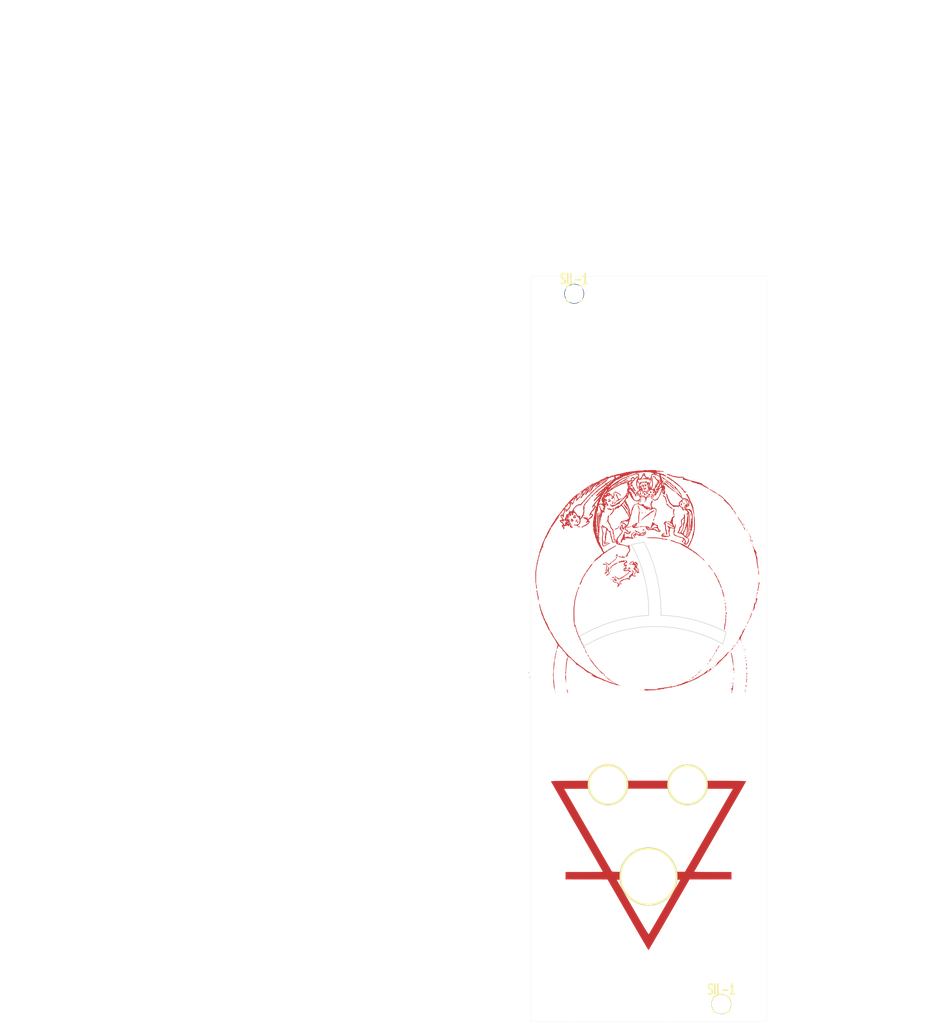
<source format=kicad_pcb>
(kicad_pcb (version 20171130) (host pcbnew "(6.0.0-rc1-dev-209-g91e3d21d6)")
  (title_block (date "15 jun 2016"))
  (layers (0 Front signal) (31 Back signal) (34 B.Paste user) (35 F.Paste user) (36 B.SilkS user) (37 F.SilkS user) (38 B.Mask user) (39 F.Mask user) (44 Edge.Cuts user))
  (net 0 "")
  (module panel_jack (layer Front) (at 149.09 129.75)
    (fp_text reference CV (at 0 -2.54) (layer F.SilkS) (effects (font (size 1.72974 1.08712) (thickness 0.27178))))
    (fp_text value Val** hide)
    (pad 1 thru_hole circle (at -0.12 -0.41) (size 7 7) (drill 6.4) (layers *.Cu *.Mask F.SilkS))
  )
  (module SIL-1 (layer Front) (at 154.8 167.1828)
    (fp_text reference SIL-1 (at 0 -2.54) (layer F.SilkS) (effects (font (size 1.72974 1.08712) (thickness 0.27178))))
    (fp_text value Val** hide)
    (pad 1 thru_hole circle (at 0 0) (size 3.4 3.4) (drill 3.2004) (layers *.Cu *.Mask F.SilkS))
  )
  (module SIL-1 (layer Front) (at 129.4257 44.6659)
    (fp_text reference SIL-1 (at 0 -2.54) (layer F.SilkS) (effects (font (size 1.72974 1.08712) (thickness 0.27178))))
    (fp_text value Val** hide)
    (pad 1 thru_hole circle (at 0 0) (size 3.4 3.4) (drill 3.2004) (layers *.Cu *.Mask))
  )
  (module SIL-1 (layer Front) (at 142.24 145.16)
    (fp_text reference POT (at 0 -2.54) (layer F.SilkS) (effects (font (size 1.72974 1.08712) (thickness 0.27178))))
    (fp_text value Val** hide)
    (pad 1 thru_hole circle (at 0 0.0127) (size 10 10) (drill 9.40054) (layers *.Cu *.Mask F.SilkS))
  )
  (module panel_jack (layer Front) (at 135.33 129.29)
    (fp_text reference CV (at 0 -2.54) (layer F.SilkS) (effects (font (size 1.72974 1.08712) (thickness 0.27178))))
    (fp_text value Val** hide)
    (pad 1 thru_hole circle (at -0.07874 0.05334) (size 7 7) (drill 6.4) (layers *.Cu *.Mask F.SilkS))
  )
  (module ERD_MODULES:erdsymbol (layer Front) (at 93.57 59.73)
    (fp_text reference G*** hide)
    (fp_text value LOGO hide)
  )
  (module ERD_MODULES:erdsymbol (layer Front) (at 142.24 142.95)
    (fp_text reference G*** hide)
    (fp_text value LOGO hide)
    (fp_poly (pts (xy 2.003016 -14.308565) (xy 3.843396 -14.308226) (xy 5.527839 -14.307598) (xy 7.063042 -14.306632) (xy 8.455702 -14.305276) (xy 9.712518 -14.303481) (xy 10.840186 -14.301195) (xy 11.845405 -14.298369) (xy 12.734873 -14.294951) (xy 13.515286 -14.290892) (xy 14.193343 -14.28614) (xy 14.775742 -14.280645) (xy 15.26918 -14.274357) (xy 15.680354 -14.267224) (xy 16.015963 -14.259197) (xy 16.282704 -14.250225) (xy 16.487275 -14.240258) (xy 16.636374 -14.229244) (xy 16.736698 -14.217133) (xy 16.794944 -14.203876) (xy 16.817812 -14.18942) (xy 16.818088 -14.18177) (xy 16.769872 -14.092497) (xy 16.642492 -13.866432) (xy 16.44157 -13.513359) (xy 16.172729 -13.043063) (xy 15.841589 -12.465329) (xy 15.453775 -11.789943) (xy 15.014908 -11.026688) (xy 14.53061 -10.185352) (xy 14.006504 -9.275717) (xy 13.448212 -8.307569) (xy 12.861356 -7.290694) (xy 12.321696 -6.356274) (xy 11.715361 -5.306305) (xy 11.133412 -4.297682) (xy 10.581391 -3.340058) (xy 10.06484 -2.443087) (xy 9.589302 -1.616422) (xy 9.160318 -0.869717) (xy 8.783431 -0.212625) (xy 8.464183 0.345201) (xy 8.208115 0.794107) (xy 8.020771 1.124439) (xy 7.907693 1.326544) (xy 7.874 1.390829) (xy 7.955601 1.401673) (xy 8.188147 1.411672) (xy 8.553249 1.42055) (xy 9.032519 1.428029) (xy 9.60757 1.433831) (xy 10.260013 1.437681) (xy 10.971459 1.439299) (xy 11.091333 1.439333) (xy 14.308666 1.439333) (xy 14.308666 2.709333) (xy 10.689166 2.711554) (xy 7.069666 2.713774) (xy 3.556648 8.807554) (xy 3.018948 9.739246) (xy 2.505159 10.627526) (xy 2.021589 11.461605) (xy 1.574545 12.230699) (xy 1.170334 12.924018) (xy 0.815263 13.530778) (xy 0.515639 14.04019) (xy 0.277768 14.441469) (xy 0.107959 14.723826) (xy 0.012517 14.876476) (xy -0.006328 14.901333) (xy -0.055203 14.829695) (xy -0.182048 14.621977) (xy -0.380562 14.288975) (xy -0.644443 13.841481) (xy -0.967389 13.290291) (xy -1.343099 12.6462) (xy -1.76527 11.920001) (xy -2.227601 11.122489) (xy -2.723791 10.264459) (xy -3.247537 9.356704) (xy -3.562977 8.809028) (xy -7.031456 2.783109) (xy -5.489223 2.783109) (xy -5.443101 2.867469) (xy -5.319548 3.085991) (xy -5.125738 3.426154) (xy -4.868849 3.875439) (xy -4.556055 4.421325) (xy -4.194532 5.051292) (xy -3.791455 5.752821) (xy -3.354002 6.513392) (xy -2.889347 7.320485) (xy -2.751667 7.559488) (xy -2.167939 8.570428) (xy -1.662677 9.440435) (xy -1.231704 10.176372) (xy -0.870842 10.785102) (xy -0.575912 11.273489) (xy -0.342738 11.648395) (xy -0.167141 11.916684) (xy -0.044943 12.085219) (xy 0.028033 12.160862) (xy 0.050979 12.163545) (xy 0.108717 12.074576) (xy 0.243427 11.851581) (xy 0.447651 11.507319) (xy 0.713927 11.054547) (xy 1.034798 10.506021) (xy 1.402803 9.8745) (xy 1.810483 9.172739) (xy 2.250379 8.413497) (xy 2.715029 7.60953) (xy 2.802646 7.457713) (xy 3.269485 6.648282) (xy 3.711103 5.881931) (xy 4.120242 5.171294) (xy 4.489646 4.52901) (xy 4.812057 3.967712) (xy 5.080219 3.500039) (xy 5.286873 3.138624) (xy 5.424764 2.896106) (xy 5.486633 2.785119) (xy 5.489222 2.779879) (xy 5.411842 2.767746) (xy 5.179075 2.756273) (xy 4.804867 2.745639) (xy 4.303165 2.736023) (xy 3.687914 2.727605) (xy 2.97306 2.720563) (xy 2.172549 2.715078) (xy 1.300328 2.711327) (xy 0.370341 2.709491) (xy 0 2.709333) (xy -0.977848 2.710434) (xy -1.89399 2.713621) (xy -2.735397 2.718719) (xy -3.489041 2.725553) (xy -4.141894 2.733947) (xy -4.680928 2.743726) (xy -5.093116 2.754716) (xy -5.365427 2.766741) (xy -5.484835 2.779626) (xy -5.489223 2.783109) (xy -7.031456 2.783109) (xy -7.069667 2.716724) (xy -10.689167 2.713028) (xy -14.308667 2.709333) (xy -14.308667 1.439333) (xy -11.091334 1.439333) (xy -10.372039 1.438214) (xy -9.708762 1.435027) (xy -9.11989 1.430023) (xy -8.623812 1.423453) (xy -8.238916 1.415571) (xy -7.983589 1.406629) (xy -7.876221 1.396877) (xy -7.874 1.395234) (xy -7.915449 1.317429) (xy -8.036105 1.102664) (xy -8.230431 0.760585) (xy -8.492893 0.300836) (xy -8.817953 -0.26694) (xy -9.200076 -0.933098) (xy -9.633727 -1.687995) (xy -10.113368 -2.521985) (xy -10.633465 -3.425425) (xy -11.18848 -4.38867) (xy -11.772879 -5.402077) (xy -12.323067 -6.355437) (xy -12.930435 -7.407894) (xy -13.514218 -8.420233) (xy -14.0688 -9.382678) (xy -14.588568 -10.285453) (xy -15.067907 -11.118781) (xy -15.501203 -11.872885) (xy -15.882841 -12.537989) (xy -16.096866 -12.911667) (xy -14.557919 -12.911667) (xy -10.474817 -5.842) (xy -9.893024 -4.834783) (xy -9.334591 -3.868249) (xy -8.805417 -2.952597) (xy -8.311403 -2.098025) (xy -7.85845 -1.314733) (xy -7.452458 -0.612921) (xy -7.099328 -0.002786) (xy -6.80496 0.505472) (xy -6.575255 0.901654) (xy -6.416114 1.175561) (xy -6.333436 1.316994) (xy -6.323193 1.334041) (xy -6.277653 1.354749) (xy -6.163208 1.372493) (xy -5.970159 1.387404) (xy -5.688807 1.399611) (xy -5.309453 1.409242) (xy -4.822397 1.416429) (xy -4.217939 1.421299) (xy -3.48638 1.423982) (xy -2.618022 1.424609) (xy -1.603164 1.423308) (xy -0.432107 1.420208) (xy 0.020846 1.418707) (xy 6.296363 1.397) (xy 10.428519 -5.757334) (xy 14.560676 -12.911667) (xy 7.280338 -12.933304) (xy 5.937461 -12.936666) (xy 4.460939 -12.939237) (xy 2.886405 -12.941017) (xy 1.249494 -12.942006) (xy -0.414158 -12.942205) (xy -2.068918 -12.941613) (xy -3.679149 -12.94023) (xy -5.209217 -12.938056) (xy -6.623488 -12.935091) (xy -7.27896 -12.933304) (xy -14.557919 -12.911667) (xy -16.096866 -12.911667) (xy -16.207208 -13.104317) (xy -16.468689 -13.562091) (xy -16.661669 -13.901536) (xy -16.780535 -14.112874) (xy -16.819458 -14.185339) (xy -16.809667 -14.20002) (xy -16.764133 -14.213512) (xy -16.676222 -14.225864) (xy -16.539301 -14.237124) (xy -16.346735 -14.247341) (xy -16.091891 -14.256564) (xy -15.768133 -14.264841) (xy -15.368828 -14.272221) (xy -14.887342 -14.278753) (xy -14.31704 -14.284485) (xy -13.651288 -14.289466) (xy -12.883452 -14.293744) (xy -12.006898 -14.297369) (xy -11.014992 -14.300388) (xy -9.901099 -14.302851) (xy -8.658586 -14.304806) (xy -7.280818 -14.306302) (xy -5.761161 -14.307387) (xy -4.092981 -14.30811) (xy -2.269643 -14.30852) (xy -0.284514 -14.308665) (xy 0 -14.308667) (xy 2.003016 -14.308565)) (layer Front) (width 0.01))
  )
  (module licht:licht_panelgold_realxx (layer Front) (at 141.78 94.08)
    (fp_text reference G*** hide)
    (fp_text value LOGO hide)
    (fp_poly (pts (xy 6.850624 -13.851447) (xy 6.858 -13.821833) (xy 6.824114 -13.765709) (xy 6.7945 -13.758333) (xy 6.738376 -13.79222) (xy 6.731 -13.821833) (xy 6.764887 -13.877957) (xy 6.7945 -13.885333) (xy 6.850624 -13.851447)) (layer Front) (width 0.01))
    (fp_poly (pts (xy 7.112979 -13.584798) (xy 7.097202 -13.520871) (xy 7.05307 -13.451416) (xy 6.987776 -13.385358) (xy 6.94076 -13.39311) (xy 6.925303 -13.413513) (xy 6.937647 -13.463602) (xy 6.997414 -13.538174) (xy 7.007472 -13.547892) (xy 7.080984 -13.598216) (xy 7.112979 -13.584798)) (layer Front) (width 0.01))
    (fp_poly (pts (xy 7.284259 -13.439025) (xy 7.31689 -13.385198) (xy 7.320906 -13.310275) (xy 7.297258 -13.256479) (xy 7.280005 -13.250333) (xy 7.22812 -13.284074) (xy 7.212754 -13.311806) (xy 7.207053 -13.388636) (xy 7.238931 -13.439964) (xy 7.284259 -13.439025)) (layer Front) (width 0.01))
    (fp_poly (pts (xy 6.604169 -13.341153) (xy 6.637099 -13.256718) (xy 6.646334 -13.183371) (xy 6.614866 -13.134133) (xy 6.550563 -13.125734) (xy 6.502707 -13.15832) (xy 6.494585 -13.222299) (xy 6.512246 -13.306085) (xy 6.544343 -13.367817) (xy 6.562075 -13.377333) (xy 6.604169 -13.341153)) (layer Front) (width 0.01))
    (fp_poly (pts (xy 6.186631 -13.269252) (xy 6.223 -13.250977) (xy 6.263698 -13.206209) (xy 6.242896 -13.140709) (xy 6.233584 -13.125199) (xy 6.191169 -13.030886) (xy 6.180667 -12.975741) (xy 6.15933 -12.918377) (xy 6.109744 -12.926351) (xy 6.055156 -12.99355) (xy 6.014265 -13.103203) (xy 6.037882 -13.158508) (xy 6.074834 -13.165666) (xy 6.131702 -13.189611) (xy 6.12478 -13.237718) (xy 6.085417 -13.26463) (xy 6.062936 -13.283441) (xy 6.096 -13.288676) (xy 6.186631 -13.269252)) (layer Front) (width 0.01))
    (fp_poly (pts (xy 0.846667 -18.436166) (xy 0.8255 -18.415) (xy 0.804334 -18.436166) (xy 0.8255 -18.457333) (xy 0.846667 -18.436166)) (layer Front) (width 0.01))
    (fp_poly (pts (xy -1.030111 -18.273889) (xy -1.025044 -18.223649) (xy -1.030111 -18.217444) (xy -1.055278 -18.223255) (xy -1.058333 -18.245666) (xy -1.042844 -18.280512) (xy -1.030111 -18.273889)) (layer Front) (width 0.01))
    (fp_poly (pts (xy 0.307499 -17.344133) (xy 0.324534 -17.334218) (xy 0.269069 -17.327827) (xy 0.1905 -17.326441) (xy 0.094449 -17.329609) (xy 0.066355 -17.337195) (xy 0.095832 -17.344711) (xy 0.221028 -17.351675) (xy 0.307499 -17.344133)) (layer Front) (width 0.01))
    (fp_poly (pts (xy -0.141111 -17.342555) (xy -0.146922 -17.317388) (xy -0.169333 -17.314333) (xy -0.204178 -17.329822) (xy -0.197555 -17.342555) (xy -0.147316 -17.347622) (xy -0.141111 -17.342555)) (layer Front) (width 0.01))
    (fp_poly (pts (xy -0.141111 -17.088555) (xy -0.146922 -17.063388) (xy -0.169333 -17.060333) (xy -0.204178 -17.075822) (xy -0.197555 -17.088555) (xy -0.147316 -17.093622) (xy -0.141111 -17.088555)) (layer Front) (width 0.01))
    (fp_poly (pts (xy 1.509071 -17.900899) (xy 1.524 -17.885833) (xy 1.596074 -17.832038) (xy 1.635017 -17.822333) (xy 1.68038 -17.785624) (xy 1.693334 -17.7165) (xy 1.72383 -17.611321) (xy 1.788584 -17.524035) (xy 1.882138 -17.438761) (xy 1.950885 -17.375868) (xy 2.045378 -17.327098) (xy 2.123422 -17.314333) (xy 2.225033 -17.284319) (xy 2.32521 -17.211772) (xy 2.328334 -17.2085) (xy 2.388481 -17.137358) (xy 2.389728 -17.107381) (xy 2.356879 -17.102666) (xy 2.295525 -17.077293) (xy 2.298359 -17.010431) (xy 2.355107 -16.927138) (xy 2.39282 -16.875065) (xy 2.386411 -16.828063) (xy 2.327534 -16.761035) (xy 2.28713 -16.722722) (xy 2.189644 -16.644062) (xy 2.107951 -16.598899) (xy 2.087495 -16.594666) (xy 2.042009 -16.56736) (xy 2.042771 -16.54175) (xy 2.029327 -16.47363) (xy 2.004356 -16.4465) (xy 1.959686 -16.376445) (xy 1.934413 -16.275252) (xy 1.904328 -16.131946) (xy 1.847729 -16.059402) (xy 1.782834 -16.044333) (xy 1.731528 -16.026253) (xy 1.721876 -15.957665) (xy 1.726637 -15.917333) (xy 1.722436 -15.82274) (xy 1.686723 -15.788926) (xy 1.638494 -15.825209) (xy 1.618744 -15.864416) (xy 1.593555 -15.982507) (xy 1.592349 -16.124036) (xy 1.612176 -16.256459) (xy 1.650085 -16.347235) (xy 1.663768 -16.360927) (xy 1.712054 -16.443755) (xy 1.705826 -16.513184) (xy 1.691747 -16.583637) (xy 1.713735 -16.584038) (xy 1.764104 -16.54175) (xy 1.836681 -16.486278) (xy 1.876584 -16.467666) (xy 1.901804 -16.501639) (xy 1.902767 -16.579341) (xy 1.882781 -16.66445) (xy 1.8542 -16.7132) (xy 1.828317 -16.754479) (xy 1.870183 -16.764) (xy 1.951917 -16.733776) (xy 1.9901 -16.699978) (xy 2.052253 -16.660268) (xy 2.096542 -16.680198) (xy 2.152174 -16.752037) (xy 2.174381 -16.829972) (xy 2.157712 -16.883233) (xy 2.13387 -16.891) (xy 2.081206 -16.857027) (xy 2.074334 -16.8275) (xy 2.046553 -16.773707) (xy 1.988094 -16.770436) (xy 1.936275 -16.817766) (xy 1.932141 -16.827197) (xy 1.942673 -16.899496) (xy 1.998323 -16.974645) (xy 2.058747 -17.03867) (xy 2.058626 -17.086001) (xy 2.011484 -17.144281) (xy 1.93421 -17.208284) (xy 1.877272 -17.229666) (xy 1.825411 -17.262369) (xy 1.820334 -17.285246) (xy 1.791848 -17.347513) (xy 1.720785 -17.434884) (xy 1.693334 -17.4625) (xy 1.613053 -17.554887) (xy 1.569136 -17.635513) (xy 1.566334 -17.652453) (xy 1.532912 -17.75003) (xy 1.430273 -17.806412) (xy 1.272117 -17.82368) (xy 1.158296 -17.826777) (xy 1.116805 -17.838639) (xy 1.135324 -17.866349) (xy 1.161675 -17.88718) (xy 1.278731 -17.938695) (xy 1.406831 -17.943223) (xy 1.509071 -17.900899)) (layer Front) (width 0.01))
    (fp_poly (pts (xy -0.605841 -16.685727) (xy -0.587217 -16.640627) (xy -0.560423 -16.540425) (xy -0.569934 -16.490809) (xy -0.610816 -16.504783) (xy -0.6307 -16.525985) (xy -0.664606 -16.617834) (xy -0.656662 -16.668211) (xy -0.63098 -16.712541) (xy -0.605841 -16.685727)) (layer Front) (width 0.01))
    (fp_poly (pts (xy -0.139713 -16.602957) (xy -0.105288 -16.541858) (xy -0.028134 -16.458389) (xy 0.057588 -16.425441) (xy 0.138643 -16.406911) (xy 0.145268 -16.38143) (xy 0.099922 -16.340666) (xy -0.033239 -16.246667) (xy -0.134165 -16.202171) (xy -0.189882 -16.212803) (xy -0.191036 -16.214533) (xy -0.18354 -16.25206) (xy -0.163365 -16.256) (xy -0.131832 -16.268367) (xy -0.160866 -16.3068) (xy -0.191694 -16.371234) (xy -0.2087 -16.468286) (xy -0.210035 -16.564944) (xy -0.193849 -16.628197) (xy -0.179372 -16.637) (xy -0.139713 -16.602957)) (layer Front) (width 0.01))
    (fp_poly (pts (xy -0.031309 -16.115562) (xy -0.021166 -16.086666) (xy -0.080876 -16.051104) (xy -0.129498 -16.044333) (xy -0.19692 -16.062543) (xy -0.211666 -16.086666) (xy -0.175364 -16.11822) (xy -0.103335 -16.129) (xy -0.031309 -16.115562)) (layer Front) (width 0.01))
    (fp_poly (pts (xy -0.343457 -16.476882) (xy -0.338704 -16.391716) (xy -0.338666 -16.370893) (xy -0.350607 -16.262264) (xy -0.37991 -16.194267) (xy -0.385519 -16.189707) (xy -0.407656 -16.152671) (xy -0.381816 -16.129504) (xy -0.347179 -16.067431) (xy -0.345546 -16.005142) (xy -0.365103 -15.94292) (xy -0.402826 -15.95591) (xy -0.41275 -15.965479) (xy -0.459451 -16.05313) (xy -0.465666 -16.095133) (xy -0.486511 -16.159164) (xy -0.511024 -16.171333) (xy -0.582838 -16.203399) (xy -0.651043 -16.27378) (xy -0.677333 -16.337643) (xy -0.641605 -16.373475) (xy -0.585417 -16.383) (xy -0.481462 -16.410823) (xy -0.416083 -16.453061) (xy -0.365059 -16.492882) (xy -0.343457 -16.476882)) (layer Front) (width 0.01))
    (fp_poly (pts (xy 0.1165 -15.89586) (xy 0.090067 -15.861174) (xy 0.020255 -15.803482) (xy -0.021413 -15.790333) (xy -0.074027 -15.754915) (xy -0.096933 -15.705666) (xy -0.139679 -15.631315) (xy -0.204179 -15.637809) (xy -0.254 -15.6845) (xy -0.337583 -15.738839) (xy -0.386183 -15.748) (xy -0.451924 -15.775919) (xy -0.465666 -15.8115) (xy -0.441747 -15.852464) (xy -0.359783 -15.872021) (xy -0.264583 -15.875578) (xy -0.118583 -15.881863) (xy 0.008762 -15.896959) (xy 0.042334 -15.904086) (xy 0.113956 -15.918247) (xy 0.1165 -15.89586)) (layer Front) (width 0.01))
    (fp_poly (pts (xy -0.014111 -15.437555) (xy -0.019922 -15.412388) (xy -0.042333 -15.409333) (xy -0.077178 -15.424822) (xy -0.070555 -15.437555) (xy -0.020316 -15.442622) (xy -0.014111 -15.437555)) (layer Front) (width 0.01))
    (fp_poly (pts (xy -1.651 -18.182166) (xy -1.672166 -18.161) (xy -1.693333 -18.182166) (xy -1.672166 -18.203333) (xy -1.651 -18.182166)) (layer Front) (width 0.01))
    (fp_poly (pts (xy -2.840608 -17.699273) (xy -2.836333 -17.677271) (xy -2.871943 -17.622312) (xy -2.924528 -17.610666) (xy -2.989046 -17.630891) (xy -2.995103 -17.663583) (xy -2.949551 -17.716295) (xy -2.885539 -17.729271) (xy -2.840608 -17.699273)) (layer Front) (width 0.01))
    (fp_poly (pts (xy -3.041757 -17.289048) (xy -3.0512 -17.249095) (xy -3.129051 -17.180478) (xy -3.14426 -17.16993) (xy -3.272807 -17.097126) (xy -3.400199 -17.046288) (xy -3.421526 -17.040808) (xy -3.530046 -17.001566) (xy -3.600592 -16.951779) (xy -3.665853 -16.898913) (xy -3.714669 -16.899646) (xy -3.725333 -16.929871) (xy -3.696551 -17.038518) (xy -3.623105 -17.098049) (xy -3.591367 -17.102666) (xy -3.507929 -17.12264) (xy -3.386869 -17.173573) (xy -3.315032 -17.210842) (xy -3.184556 -17.272529) (xy -3.089837 -17.297728) (xy -3.041757 -17.289048)) (layer Front) (width 0.01))
    (fp_poly (pts (xy -3.09887 -17.596675) (xy -3.12731 -17.553621) (xy -3.128097 -17.552672) (xy -3.199471 -17.49595) (xy -3.24158 -17.483666) (xy -3.310383 -17.451147) (xy -3.331646 -17.424578) (xy -3.387701 -17.370697) (xy -3.490453 -17.302536) (xy -3.545416 -17.272137) (xy -3.650829 -17.210177) (xy -3.71558 -17.158119) (xy -3.725333 -17.140726) (xy -3.760945 -17.110129) (xy -3.812824 -17.102666) (xy -3.901602 -17.077804) (xy -4.012296 -17.016135) (xy -4.03907 -16.996833) (xy -4.137797 -16.929974) (xy -4.21339 -16.893359) (xy -4.226746 -16.891) (xy -4.271171 -16.857261) (xy -4.275666 -16.833074) (xy -4.315647 -16.787906) (xy -4.426677 -16.75538) (xy -4.454673 -16.751138) (xy -4.568221 -16.726698) (xy -4.639289 -16.694058) (xy -4.648701 -16.682064) (xy -4.698094 -16.639442) (xy -4.715774 -16.637) (xy -4.775702 -16.608596) (xy -4.861694 -16.537711) (xy -4.8895 -16.51) (xy -4.976841 -16.430264) (xy -5.046472 -16.386115) (xy -5.060249 -16.383) (xy -5.160645 -16.356156) (xy -5.286178 -16.289177) (xy -5.40272 -16.202391) (xy -5.455466 -16.147586) (xy -5.536246 -16.068155) (xy -5.599533 -16.046963) (xy -5.629642 -16.088165) (xy -5.630333 -16.101272) (xy -5.597711 -16.176139) (xy -5.523258 -16.252459) (xy -5.442097 -16.296375) (xy -5.425916 -16.298333) (xy -5.37913 -16.323374) (xy -5.376333 -16.335729) (xy -5.341904 -16.378838) (xy -5.30225 -16.398) (xy -5.127356 -16.491458) (xy -4.97204 -16.626416) (xy -4.877415 -16.694984) (xy -4.788067 -16.721666) (xy -4.704692 -16.746542) (xy -4.672968 -16.78258) (xy -4.617925 -16.835245) (xy -4.529055 -16.869967) (xy -4.422911 -16.909747) (xy -4.358075 -16.957221) (xy -4.284499 -17.009553) (xy -4.246492 -17.018) (xy -4.174018 -17.041119) (xy -4.072739 -17.098232) (xy -4.050592 -17.113356) (xy -3.889658 -17.224283) (xy -3.776458 -17.294226) (xy -3.692175 -17.334546) (xy -3.672416 -17.341666) (xy -3.609918 -17.380031) (xy -3.598333 -17.403937) (xy -3.565131 -17.439223) (xy -3.54875 -17.441333) (xy -3.478522 -17.467083) (xy -3.432333 -17.500122) (xy -3.345512 -17.549306) (xy -3.225883 -17.58859) (xy -3.218164 -17.590294) (xy -3.124501 -17.606955) (xy -3.09887 -17.596675)) (layer Front) (width 0.01))
    (fp_poly (pts (xy -2.211958 -16.116006) (xy -2.174309 -16.0655) (xy -2.116818 -16.012943) (xy -2.065215 -16.002) (xy -2.006692 -15.988002) (xy -1.999854 -15.929988) (xy -2.008338 -15.891036) (xy -2.011211 -15.790138) (xy -1.949427 -15.719302) (xy -1.882588 -15.65203) (xy -1.862666 -15.60237) (xy -1.827087 -15.548207) (xy -1.77374 -15.522953) (xy -1.714866 -15.487852) (xy -1.712739 -15.454516) (xy -1.774174 -15.419762) (xy -1.869273 -15.410087) (xy -1.94989 -15.428776) (xy -1.961444 -15.437555) (xy -1.985288 -15.499467) (xy -1.989666 -15.547352) (xy -2.025813 -15.624193) (xy -2.074333 -15.651067) (xy -2.143099 -15.691526) (xy -2.159 -15.726932) (xy -2.177459 -15.800169) (xy -2.221884 -15.901229) (xy -2.222239 -15.901911) (xy -2.266843 -16.002722) (xy -2.285736 -16.07574) (xy -2.285739 -16.076083) (xy -2.26176 -16.124196) (xy -2.211958 -16.116006)) (layer Front) (width 0.01))
    (fp_poly (pts (xy -13.165726 -12.01329) (xy -13.165666 -12.006683) (xy -13.197357 -11.947301) (xy -13.229166 -11.938) (xy -13.28565 -11.946702) (xy -13.292666 -11.953983) (xy -13.264613 -11.990508) (xy -13.229166 -12.022666) (xy -13.179092 -12.052182) (xy -13.165726 -12.01329)) (layer Front) (width 0.01))
    (fp_poly (pts (xy 2.91986 -18.721377) (xy 2.921 -18.711333) (xy 2.886542 -18.674181) (xy 2.855002 -18.669) (xy 2.811184 -18.689523) (xy 2.815167 -18.711333) (xy 2.869288 -18.752052) (xy 2.881165 -18.753666) (xy 2.91986 -18.721377)) (layer Front) (width 0.01))
    (fp_poly (pts (xy 3.039419 -17.317241) (xy 3.071659 -17.294513) (xy 3.123851 -17.24836) (xy 3.107489 -17.232311) (xy 3.084934 -17.231013) (xy 3.001251 -17.260083) (xy 2.963334 -17.293166) (xy 2.936704 -17.344483) (xy 2.967297 -17.352573) (xy 3.039419 -17.317241)) (layer Front) (width 0.01))
    (fp_poly (pts (xy 8.212667 -16.7005) (xy 8.1915 -16.679333) (xy 8.170334 -16.7005) (xy 8.1915 -16.721666) (xy 8.212667 -16.7005)) (layer Front) (width 0.01))
    (fp_poly (pts (xy 3.375901 -17.091242) (xy 3.471924 -17.025589) (xy 3.570757 -16.978103) (xy 3.664437 -16.919054) (xy 3.713201 -16.848157) (xy 3.752624 -16.779683) (xy 3.786392 -16.764) (xy 3.846572 -16.735312) (xy 3.926051 -16.668588) (xy 3.994496 -16.592834) (xy 4.021667 -16.539021) (xy 3.996047 -16.510253) (xy 3.938035 -16.532871) (xy 3.894667 -16.5735) (xy 3.822593 -16.627295) (xy 3.78365 -16.637) (xy 3.732053 -16.670998) (xy 3.725334 -16.7005) (xy 3.696902 -16.756808) (xy 3.672417 -16.764114) (xy 3.611398 -16.789235) (xy 3.521566 -16.852472) (xy 3.422834 -16.935903) (xy 3.335118 -17.021601) (xy 3.27833 -17.091641) (xy 3.269991 -17.126342) (xy 3.320957 -17.126817) (xy 3.375901 -17.091242)) (layer Front) (width 0.01))
    (fp_poly (pts (xy -7.324897 -16.520119) (xy -7.323666 -16.51) (xy -7.355881 -16.468897) (xy -7.366 -16.467666) (xy -7.407103 -16.499881) (xy -7.408333 -16.51) (xy -7.376119 -16.551103) (xy -7.366 -16.552333) (xy -7.324897 -16.520119)) (layer Front) (width 0.01))
    (fp_poly (pts (xy -7.803444 -16.157222) (xy -7.809255 -16.132055) (xy -7.831666 -16.129) (xy -7.866512 -16.144489) (xy -7.859889 -16.157222) (xy -7.809649 -16.162289) (xy -7.803444 -16.157222)) (layer Front) (width 0.01))
    (fp_poly (pts (xy -7.930444 -16.030222) (xy -7.936255 -16.005055) (xy -7.958666 -16.002) (xy -7.993512 -16.017489) (xy -7.986889 -16.030222) (xy -7.936649 -16.035289) (xy -7.930444 -16.030222)) (layer Front) (width 0.01))
    (fp_poly (pts (xy 3.789731 -18.312163) (xy 3.84175 -18.306911) (xy 3.99 -18.281411) (xy 4.090901 -18.244987) (xy 4.11902 -18.220886) (xy 4.182727 -18.176679) (xy 4.271209 -18.161) (xy 4.38569 -18.133564) (xy 4.46067 -18.082407) (xy 4.564937 -18.02286) (xy 4.631602 -18.022894) (xy 4.719424 -18.020582) (xy 4.760036 -17.995653) (xy 4.81608 -17.968262) (xy 4.925522 -17.95164) (xy 4.989365 -17.949333) (xy 5.118979 -17.939573) (xy 5.215426 -17.914887) (xy 5.23906 -17.90034) (xy 5.306902 -17.877385) (xy 5.456686 -17.860726) (xy 5.685909 -17.850566) (xy 5.89311 -17.847424) (xy 6.498167 -17.8435) (xy 6.511562 -17.727083) (xy 6.53959 -17.63892) (xy 6.608765 -17.611015) (xy 6.622795 -17.610666) (xy 6.721389 -17.58663) (xy 6.769658 -17.551595) (xy 6.842985 -17.503757) (xy 6.95527 -17.467014) (xy 6.965342 -17.46501) (xy 7.062447 -17.436601) (xy 7.110794 -17.402483) (xy 7.112 -17.397082) (xy 7.148737 -17.368485) (xy 7.236502 -17.356666) (xy 7.333837 -17.344208) (xy 7.386024 -17.316182) (xy 7.441286 -17.292301) (xy 7.468907 -17.297901) (xy 7.53681 -17.292302) (xy 7.554717 -17.274886) (xy 7.613488 -17.242009) (xy 7.704667 -17.229666) (xy 7.800561 -17.217652) (xy 7.850382 -17.191299) (xy 7.902656 -17.164446) (xy 8.011011 -17.13712) (xy 8.096297 -17.123059) (xy 8.230056 -17.100344) (xy 8.329867 -17.074812) (xy 8.360834 -17.060933) (xy 8.424928 -17.03653) (xy 8.540891 -17.010398) (xy 8.614834 -16.998211) (xy 8.745552 -16.974363) (xy 8.842068 -16.947655) (xy 8.868834 -16.934711) (xy 8.933528 -16.909346) (xy 9.048725 -16.883043) (xy 9.111263 -16.872727) (xy 9.233321 -16.848894) (xy 9.315849 -16.821287) (xy 9.333046 -16.808686) (xy 9.38555 -16.778272) (xy 9.486353 -16.749152) (xy 9.505484 -16.745317) (xy 9.604683 -16.718743) (xy 9.63909 -16.678395) (xy 9.633342 -16.624101) (xy 9.624426 -16.572541) (xy 9.634752 -16.584083) (xy 9.681278 -16.630244) (xy 9.733769 -16.63262) (xy 9.756831 -16.594408) (xy 9.751976 -16.5735) (xy 9.758575 -16.518918) (xy 9.790454 -16.51) (xy 9.87037 -16.47998) (xy 9.901426 -16.452011) (xy 9.961978 -16.405107) (xy 10.075259 -16.337052) (xy 10.217171 -16.262281) (xy 10.222501 -16.259651) (xy 10.371851 -16.177492) (xy 10.499069 -16.092252) (xy 10.575339 -16.023715) (xy 10.671834 -15.939002) (xy 10.767448 -15.893987) (xy 10.849647 -15.861241) (xy 10.879667 -15.828077) (xy 10.847925 -15.794266) (xy 10.775941 -15.795303) (xy 10.698575 -15.826946) (xy 10.668 -15.853833) (xy 10.584417 -15.908173) (xy 10.535817 -15.917333) (xy 10.469886 -15.935737) (xy 10.456334 -15.95886) (xy 10.420411 -15.998975) (xy 10.350401 -16.026974) (xy 10.146846 -16.104914) (xy 9.920322 -16.237088) (xy 9.782566 -16.337842) (xy 9.686812 -16.405949) (xy 9.624025 -16.435778) (xy 9.609667 -16.42889) (xy 9.575436 -16.388199) (xy 9.546167 -16.383) (xy 9.494201 -16.418088) (xy 9.482667 -16.465168) (xy 9.463228 -16.546209) (xy 9.440334 -16.5735) (xy 9.401324 -16.570143) (xy 9.398 -16.554832) (xy 9.363752 -16.515072) (xy 9.3345 -16.51) (xy 9.278123 -16.52996) (xy 9.271 -16.546879) (xy 9.233091 -16.573107) (xy 9.136333 -16.599278) (xy 9.063798 -16.611245) (xy 8.93161 -16.639565) (xy 8.831657 -16.680187) (xy 8.804615 -16.701366) (xy 8.725849 -16.748062) (xy 8.633315 -16.764) (xy 8.538947 -16.775586) (xy 8.491568 -16.80029) (xy 8.439604 -16.826213) (xy 8.333001 -16.850994) (xy 8.26682 -16.860661) (xy 8.070785 -16.901245) (xy 7.911772 -16.967295) (xy 7.809166 -17.049563) (xy 7.786382 -17.089914) (xy 7.722368 -17.150964) (xy 7.627089 -17.170682) (xy 7.432438 -17.184292) (xy 7.245119 -17.203978) (xy 7.084584 -17.226969) (xy 6.970287 -17.250492) (xy 6.922022 -17.271156) (xy 6.871548 -17.294189) (xy 6.762404 -17.318587) (xy 6.646409 -17.335491) (xy 6.392334 -17.36498) (xy 6.392334 -17.548825) (xy 6.381102 -17.677953) (xy 6.352026 -17.754458) (xy 6.312035 -17.76588) (xy 6.286927 -17.738357) (xy 6.235706 -17.720092) (xy 6.122619 -17.706774) (xy 5.970199 -17.698599) (xy 5.800981 -17.695766) (xy 5.637499 -17.698472) (xy 5.502288 -17.706913) (xy 5.41788 -17.721287) (xy 5.401862 -17.730608) (xy 5.348913 -17.750316) (xy 5.256211 -17.747706) (xy 5.158777 -17.74879) (xy 5.103682 -17.775931) (xy 5.047113 -17.804319) (xy 4.93888 -17.820722) (xy 4.8895 -17.822333) (xy 4.770656 -17.831215) (xy 4.691237 -17.853549) (xy 4.677834 -17.864666) (xy 4.619301 -17.8978) (xy 4.551359 -17.907) (xy 4.442376 -17.934928) (xy 4.383364 -17.974684) (xy 4.298211 -18.024344) (xy 4.174307 -18.060626) (xy 4.147507 -18.064924) (xy 4.042014 -18.086189) (xy 3.983514 -18.1118) (xy 3.979334 -18.119434) (xy 3.941677 -18.144096) (xy 3.846353 -18.169831) (xy 3.788834 -18.179954) (xy 3.65282 -18.213942) (xy 3.59921 -18.262551) (xy 3.598334 -18.270786) (xy 3.613728 -18.305068) (xy 3.671655 -18.317989) (xy 3.789731 -18.312163)) (layer Front) (width 0.01))
    (fp_poly (pts (xy 4.118766 -16.480408) (xy 4.221522 -16.406711) (xy 4.351376 -16.286031) (xy 4.470358 -16.173463) (xy 4.569756 -16.088841) (xy 4.632289 -16.0466) (xy 4.64075 -16.044333) (xy 4.706641 -16.012194) (xy 4.777879 -15.939263) (xy 4.822537 -15.860768) (xy 4.826 -15.839916) (xy 4.800124 -15.794659) (xy 4.735602 -15.805965) (xy 4.652096 -15.86901) (xy 4.6355 -15.886671) (xy 4.563486 -15.959498) (xy 4.449313 -16.066654) (xy 4.31516 -16.187426) (xy 4.286756 -16.212378) (xy 4.142085 -16.348175) (xy 4.06887 -16.440036) (xy 4.064904 -16.485503) (xy 4.118766 -16.480408)) (layer Front) (width 0.01))
    (fp_poly (pts (xy -8.128 -15.840897) (xy -8.160956 -15.778108) (xy -8.236156 -15.710891) (xy -8.318099 -15.668344) (xy -8.343 -15.66468) (xy -8.367763 -15.680903) (xy -8.3185 -15.726736) (xy -8.229308 -15.793717) (xy -8.180916 -15.832892) (xy -8.136186 -15.853809) (xy -8.128 -15.840897)) (layer Front) (width 0.01))
    (fp_poly (pts (xy 4.950245 -15.749849) (xy 5.031116 -15.690307) (xy 5.060276 -15.661828) (xy 5.12795 -15.577689) (xy 5.132711 -15.540482) (xy 5.083845 -15.552915) (xy 4.990638 -15.617696) (xy 4.96958 -15.635374) (xy 4.903584 -15.707387) (xy 4.892039 -15.755913) (xy 4.897241 -15.760869) (xy 4.950245 -15.749849)) (layer Front) (width 0.01))
    (fp_poly (pts (xy 5.296036 -15.426023) (xy 5.330815 -15.376016) (xy 5.327656 -15.347286) (xy 5.291402 -15.361678) (xy 5.258248 -15.392436) (xy 5.231263 -15.440208) (xy 5.245166 -15.451666) (xy 5.296036 -15.426023)) (layer Front) (width 0.01))
    (fp_poly (pts (xy -0.856343 -15.366653) (xy -0.829782 -15.308614) (xy -0.851328 -15.25555) (xy -0.90852 -15.205671) (xy -0.931333 -15.197666) (xy -0.982618 -15.22627) (xy -1.011338 -15.25555) (xy -1.034296 -15.317378) (xy -0.995355 -15.366567) (xy -0.920422 -15.392821) (xy -0.856343 -15.366653)) (layer Front) (width 0.01))
    (fp_poly (pts (xy 3.793212 -17.831692) (xy 3.819347 -17.81175) (xy 3.997658 -17.684676) (xy 4.169834 -17.595974) (xy 4.28792 -17.524826) (xy 4.377478 -17.447176) (xy 4.455573 -17.380677) (xy 4.51639 -17.356666) (xy 4.581108 -17.322532) (xy 4.599025 -17.293167) (xy 4.648212 -17.23698) (xy 4.674983 -17.229666) (xy 4.736928 -17.201139) (xy 4.818494 -17.131673) (xy 4.826 -17.123833) (xy 4.903679 -17.052117) (xy 4.960514 -17.018376) (xy 4.964132 -17.018) (xy 5.013381 -16.991955) (xy 5.105351 -16.923663) (xy 5.220168 -16.827886) (xy 5.220609 -16.8275) (xy 5.336297 -16.731528) (xy 5.430207 -16.663086) (xy 5.481985 -16.637) (xy 5.530666 -16.602741) (xy 5.567378 -16.542501) (xy 5.63781 -16.450198) (xy 5.71029 -16.398086) (xy 5.790294 -16.343359) (xy 5.903759 -16.246698) (xy 6.036146 -16.122863) (xy 6.172919 -15.986612) (xy 6.299538 -15.852705) (xy 6.401467 -15.7359) (xy 6.464167 -15.650957) (xy 6.477 -15.619714) (xy 6.511359 -15.533856) (xy 6.597184 -15.435739) (xy 6.708596 -15.347546) (xy 6.819715 -15.29146) (xy 6.870599 -15.282333) (xy 6.963296 -15.260919) (xy 6.985 -15.215305) (xy 6.959291 -15.167194) (xy 6.932084 -15.167448) (xy 6.859985 -15.158385) (xy 6.812895 -15.129151) (xy 6.76368 -15.101839) (xy 6.709711 -15.120339) (xy 6.628361 -15.193834) (xy 6.611812 -15.210774) (xy 6.530612 -15.304195) (xy 6.482585 -15.378089) (xy 6.477 -15.397354) (xy 6.450151 -15.449808) (xy 6.379324 -15.544191) (xy 6.279097 -15.661281) (xy 6.265334 -15.67644) (xy 6.162665 -15.79378) (xy 6.087443 -15.889287) (xy 6.054158 -15.944399) (xy 6.053667 -15.947639) (xy 6.022665 -16.00733) (xy 5.950194 -16.083136) (xy 5.867054 -16.147067) (xy 5.807522 -16.171333) (xy 5.760327 -16.199299) (xy 5.757334 -16.213666) (xy 5.723724 -16.252666) (xy 5.702425 -16.256) (xy 5.644377 -16.28438) (xy 5.55308 -16.357455) (xy 5.482167 -16.425333) (xy 5.384807 -16.51846) (xy 5.308192 -16.579964) (xy 5.2781 -16.594666) (xy 5.232385 -16.621426) (xy 5.13941 -16.693707) (xy 5.014047 -16.799516) (xy 4.910667 -16.891) (xy 4.727789 -17.047407) (xy 4.591568 -17.143716) (xy 4.494556 -17.184949) (xy 4.471142 -17.187333) (xy 4.382307 -17.208572) (xy 4.360334 -17.250833) (xy 4.336568 -17.307155) (xy 4.316286 -17.314333) (xy 4.260364 -17.336522) (xy 4.166929 -17.390407) (xy 4.066263 -17.456965) (xy 3.988649 -17.517175) (xy 3.979334 -17.526) (xy 3.909209 -17.577638) (xy 3.800048 -17.64177) (xy 3.693584 -17.694386) (xy 3.620115 -17.749736) (xy 3.598334 -17.800119) (xy 3.630784 -17.850841) (xy 3.70654 -17.861934) (xy 3.793212 -17.831692)) (layer Front) (width 0.01))
    (fp_poly (pts (xy 5.462756 -15.177926) (xy 5.476179 -15.17294) (xy 5.535814 -15.131596) (xy 5.545667 -15.108471) (xy 5.530908 -15.072977) (xy 5.482746 -15.109166) (xy 5.460196 -15.135136) (xy 5.429309 -15.181031) (xy 5.462756 -15.177926)) (layer Front) (width 0.01))
    (fp_poly (pts (xy 0.862643 -15.310054) (xy 0.973512 -15.207395) (xy 1.009737 -15.130438) (xy 0.970988 -15.083571) (xy 0.880804 -15.070666) (xy 0.790293 -15.076403) (xy 0.749097 -15.109806) (xy 0.736442 -15.19517) (xy 0.734927 -15.241266) (xy 0.730453 -15.411866) (xy 0.862643 -15.310054)) (layer Front) (width 0.01))
    (fp_poly (pts (xy 1.274892 -15.367331) (xy 1.290567 -15.345833) (xy 1.370299 -15.245383) (xy 1.420535 -15.19002) (xy 1.467568 -15.109232) (xy 1.445266 -15.052862) (xy 1.368321 -15.03494) (xy 1.280584 -15.05637) (xy 1.246044 -15.110502) (xy 1.22952 -15.22175) (xy 1.229013 -15.254111) (xy 1.232255 -15.360972) (xy 1.244942 -15.394829) (xy 1.274892 -15.367331)) (layer Front) (width 0.01))
    (fp_poly (pts (xy -0.365302 -15.184608) (xy -0.338666 -15.136978) (xy -0.360677 -15.078861) (xy -0.381 -15.070666) (xy -0.418557 -15.036378) (xy -0.423333 -15.007166) (xy -0.458897 -14.955517) (xy -0.510812 -14.943666) (xy -0.573274 -14.960297) (xy -0.587811 -15.025869) (xy -0.584895 -15.060083) (xy -0.554575 -15.150754) (xy -0.474495 -15.187233) (xy -0.455083 -15.189895) (xy -0.365302 -15.184608)) (layer Front) (width 0.01))
    (fp_poly (pts (xy 11.053986 -15.713781) (xy 11.123648 -15.663581) (xy 11.233138 -15.58997) (xy 11.323978 -15.553764) (xy 11.41547 -15.513261) (xy 11.459115 -15.467386) (xy 11.514026 -15.422324) (xy 11.582696 -15.409333) (xy 11.660108 -15.397665) (xy 11.684 -15.376627) (xy 11.718057 -15.338723) (xy 11.803474 -15.282779) (xy 11.84275 -15.261324) (xy 11.989898 -15.177128) (xy 12.123398 -15.087554) (xy 12.224483 -15.006557) (xy 12.274387 -14.948095) (xy 12.276667 -14.938642) (xy 12.251664 -14.904527) (xy 12.176731 -14.938672) (xy 12.113227 -14.987408) (xy 12.025436 -15.046995) (xy 11.95966 -15.070666) (xy 11.889714 -15.100333) (xy 11.853334 -15.134166) (xy 11.773373 -15.188342) (xy 11.727711 -15.197666) (xy 11.646904 -15.227248) (xy 11.574145 -15.28698) (xy 11.48661 -15.359257) (xy 11.360303 -15.43696) (xy 11.304786 -15.46511) (xy 11.162214 -15.542148) (xy 11.055029 -15.618869) (xy 10.997076 -15.683449) (xy 11.0018 -15.723825) (xy 11.053986 -15.713781)) (layer Front) (width 0.01))
    (fp_poly (pts (xy -0.80692 -15.101465) (xy -0.804333 -15.037159) (xy -0.826396 -14.923155) (xy -0.880783 -14.840341) (xy -0.934616 -14.816666) (xy -0.982282 -14.845266) (xy -1.016 -14.880166) (xy -1.044336 -14.932769) (xy -1.021183 -14.943666) (xy -0.977144 -14.977016) (xy -0.973666 -14.996983) (xy -0.941272 -15.059081) (xy -0.889 -15.103175) (xy -0.828757 -15.131992) (xy -0.80692 -15.101465)) (layer Front) (width 0.01))
    (fp_poly (pts (xy -2.243666 -14.837833) (xy -2.264833 -14.816666) (xy -2.286 -14.837833) (xy -2.264833 -14.859) (xy -2.243666 -14.837833)) (layer Front) (width 0.01))
    (fp_poly (pts (xy 6.335889 -14.717889) (xy 6.330078 -14.692722) (xy 6.307667 -14.689666) (xy 6.272822 -14.705156) (xy 6.279445 -14.717889) (xy 6.329684 -14.722955) (xy 6.335889 -14.717889)) (layer Front) (width 0.01))
    (fp_poly (pts (xy 1.289764 -14.914576) (xy 1.238881 -14.848277) (xy 1.210494 -14.820419) (xy 1.08436 -14.744819) (xy 0.924911 -14.704091) (xy 0.740834 -14.683122) (xy 0.931334 -14.7764) (xy 1.05987 -14.839659) (xy 1.167106 -14.892981) (xy 1.200039 -14.909605) (xy 1.276553 -14.937268) (xy 1.289764 -14.914576)) (layer Front) (width 0.01))
    (fp_poly (pts (xy -0.139472 -15.033795) (xy -0.127 -14.963505) (xy -0.104186 -14.873179) (xy -0.062419 -14.831561) (xy -0.021327 -14.796661) (xy -0.046436 -14.748223) (xy -0.135449 -14.693926) (xy -0.230265 -14.714818) (xy -0.285283 -14.772371) (xy -0.312473 -14.85128) (xy -0.295466 -14.880702) (xy -0.260645 -14.939912) (xy -0.254 -14.988498) (xy -0.226883 -15.055741) (xy -0.1905 -15.070666) (xy -0.139472 -15.033795)) (layer Front) (width 0.01))
    (fp_poly (pts (xy -4.656666 -14.710833) (xy -4.677833 -14.689666) (xy -4.699 -14.710833) (xy -4.677833 -14.732) (xy -4.656666 -14.710833)) (layer Front) (width 0.01))
    (fp_poly (pts (xy -5.113969 -15.238845) (xy -4.969888 -15.172425) (xy -4.843109 -15.10231) (xy -4.742161 -15.041307) (xy -4.705068 -15.015327) (xy -4.620394 -14.958244) (xy -4.556902 -14.923401) (xy -4.466663 -14.848636) (xy -4.424378 -14.784165) (xy -4.380721 -14.711714) (xy -4.350295 -14.689666) (xy -4.321607 -14.655241) (xy -4.318 -14.626166) (xy -4.337657 -14.568651) (xy -4.390845 -14.58359) (xy -4.446175 -14.640096) (xy -4.519282 -14.74117) (xy -4.555592 -14.798846) (xy -4.620296 -14.864563) (xy -4.668193 -14.880736) (xy -4.748312 -14.907986) (xy -4.814935 -14.954819) (xy -4.892527 -15.010818) (xy -4.940566 -15.028333) (xy -5.002212 -15.057607) (xy -5.037666 -15.091833) (xy -5.098777 -15.14505) (xy -5.127517 -15.155333) (xy -5.160498 -15.120969) (xy -5.164666 -15.091833) (xy -5.187525 -15.035497) (xy -5.207 -15.028333) (xy -5.244557 -15.062621) (xy -5.249333 -15.091833) (xy -5.28322 -15.147957) (xy -5.312833 -15.155333) (xy -5.368957 -15.18922) (xy -5.376333 -15.218833) (xy -5.34323 -15.271095) (xy -5.251824 -15.277314) (xy -5.113969 -15.238845)) (layer Front) (width 0.01))
    (fp_poly (pts (xy 0.548353 -15.016021) (xy 0.580401 -14.943666) (xy 0.624125 -14.87485) (xy 0.663916 -14.859) (xy 0.708705 -14.82635) (xy 0.711895 -14.743084) (xy 0.689307 -14.663347) (xy 0.628576 -14.621415) (xy 0.537598 -14.601232) (xy 0.419887 -14.57216) (xy 0.336646 -14.533863) (xy 0.328048 -14.526647) (xy 0.260046 -14.481032) (xy 0.198099 -14.507346) (xy 0.188384 -14.516224) (xy 0.115555 -14.557754) (xy 0.0635 -14.574813) (xy 0.052932 -14.586643) (xy 0.113512 -14.596079) (xy 0.198585 -14.600089) (xy 0.351945 -14.613328) (xy 0.437552 -14.654934) (xy 0.471373 -14.740647) (xy 0.47074 -14.868403) (xy 0.477703 -14.975959) (xy 0.508263 -15.028383) (xy 0.548353 -15.016021)) (layer Front) (width 0.01))
    (fp_poly (pts (xy 12.771252 -14.443604) (xy 12.776299 -14.377442) (xy 12.76791 -14.362465) (xy 12.748669 -14.375091) (xy 12.745676 -14.418028) (xy 12.756014 -14.463199) (xy 12.771252 -14.443604)) (layer Front) (width 0.01))
    (fp_poly (pts (xy 0.875585 -14.104937) (xy 0.880632 -14.038775) (xy 0.872243 -14.023798) (xy 0.853002 -14.036424) (xy 0.850009 -14.079361) (xy 0.860348 -14.124532) (xy 0.875585 -14.104937)) (layer Front) (width 0.01))
    (fp_poly (pts (xy -5.454148 -15.172265) (xy -5.441588 -15.124361) (xy -5.461 -15.091833) (xy -5.484328 -15.032276) (xy -5.462365 -15.00801) (xy -5.43471 -14.959122) (xy -5.439833 -14.943666) (xy -5.4346 -14.891581) (xy -5.426415 -14.884956) (xy -5.401985 -14.825998) (xy -5.413127 -14.724879) (xy -5.452577 -14.61247) (xy -5.512148 -14.520624) (xy -5.597004 -14.429542) (xy -5.508487 -14.335319) (xy -5.456821 -14.25878) (xy -5.411292 -14.15737) (xy -5.380732 -14.05801) (xy -5.373969 -13.987623) (xy -5.38866 -13.97) (xy -5.419524 -14.004398) (xy -5.463791 -14.088101) (xy -5.467786 -14.097) (xy -5.53446 -14.190905) (xy -5.612584 -14.229682) (xy -5.679883 -14.211676) (xy -5.714079 -14.135233) (xy -5.715 -14.115355) (xy -5.727639 -14.037343) (xy -5.783091 -14.016689) (xy -5.828152 -14.020105) (xy -5.905338 -14.045077) (xy -5.957441 -14.086654) (xy -5.967751 -14.124714) (xy -5.92717 -14.139333) (xy -5.851421 -14.172042) (xy -5.782196 -14.244443) (xy -5.757333 -14.309006) (xy -5.792398 -14.338464) (xy -5.894916 -14.327907) (xy -5.985775 -14.310595) (xy -6.0052 -14.322362) (xy -5.96443 -14.374024) (xy -5.954439 -14.385189) (xy -5.877722 -14.441847) (xy -5.816856 -14.449449) (xy -5.765792 -14.459981) (xy -5.757333 -14.494637) (xy -5.721396 -14.549827) (xy -5.644444 -14.562666) (xy -5.571733 -14.571241) (xy -5.55941 -14.590521) (xy -5.56069 -14.641467) (xy -5.540563 -14.674649) (xy -5.515814 -14.757415) (xy -5.525361 -14.805544) (xy -5.560829 -14.932151) (xy -5.56532 -15.050756) (xy -5.542781 -15.14103) (xy -5.497161 -15.182642) (xy -5.454148 -15.172265)) (layer Front) (width 0.01))
    (fp_poly (pts (xy -5.29796 -13.858755) (xy -5.304117 -13.804959) (xy -5.329564 -13.782241) (xy -5.374398 -13.793512) (xy -5.391735 -13.822076) (xy -5.385016 -13.876516) (xy -5.353838 -13.885333) (xy -5.29796 -13.858755)) (layer Front) (width 0.01))
    (fp_poly (pts (xy -6.193978 -14.029589) (xy -6.19065 -14.021118) (xy -6.216329 -13.979667) (xy -6.296658 -13.925594) (xy -6.327175 -13.910124) (xy -6.422726 -13.855452) (xy -6.47415 -13.807861) (xy -6.477 -13.79868) (xy -6.509274 -13.759492) (xy -6.519333 -13.758333) (xy -6.560469 -13.78722) (xy -6.561666 -13.796137) (xy -6.527977 -13.842416) (xy -6.498166 -13.858309) (xy -6.441896 -13.912124) (xy -6.434666 -13.942567) (xy -6.407398 -13.992614) (xy -6.316792 -14.033258) (xy -6.224058 -14.056646) (xy -6.193978 -14.029589)) (layer Front) (width 0.01))
    (fp_poly (pts (xy 0.126515 -13.683247) (xy 0.127 -13.673666) (xy 0.094456 -13.63296) (xy 0.082168 -13.631333) (xy 0.056885 -13.657268) (xy 0.0635 -13.673666) (xy 0.101541 -13.714052) (xy 0.108332 -13.716) (xy 0.126515 -13.683247)) (layer Front) (width 0.01))
    (fp_poly (pts (xy -5.034491 -14.82398) (xy -5.012081 -14.784916) (xy -4.972547 -14.682105) (xy -4.955292 -14.645944) (xy -4.922328 -14.559319) (xy -4.891626 -14.445346) (xy -4.860044 -14.344626) (xy -4.824395 -14.286609) (xy -4.822743 -14.285487) (xy -4.789053 -14.227246) (xy -4.783666 -14.185729) (xy -4.747129 -14.088343) (xy -4.658787 -14.006934) (xy -4.55055 -13.970162) (xy -4.543478 -13.97) (xy -4.449858 -13.999992) (xy -4.385656 -14.050074) (xy -4.293967 -14.107291) (xy -4.230928 -14.108637) (xy -4.15992 -14.071261) (xy -4.159806 -14.031034) (xy -4.230309 -14.012333) (xy -4.328224 -13.983523) (xy -4.373362 -13.950923) (xy -4.461608 -13.893216) (xy -4.545719 -13.861667) (xy -4.62729 -13.830454) (xy -4.656666 -13.800666) (xy -4.692714 -13.767652) (xy -4.772659 -13.738399) (xy -4.864974 -13.705503) (xy -4.910666 -13.673666) (xy -4.964325 -13.638093) (xy -5.048674 -13.608934) (xy -5.134682 -13.59859) (xy -5.163954 -13.632021) (xy -5.164666 -13.644547) (xy -5.126864 -13.700217) (xy -5.037666 -13.737166) (xy -4.948792 -13.767885) (xy -4.91069 -13.803267) (xy -4.910666 -13.80403) (xy -4.876506 -13.839) (xy -4.849665 -13.843) (xy -4.776222 -13.869274) (xy -4.757288 -13.926199) (xy -4.79978 -13.978176) (xy -4.84842 -14.025762) (xy -4.84866 -14.05225) (xy -4.857301 -14.105148) (xy -4.9042 -14.197828) (xy -4.932436 -14.242028) (xy -4.997777 -14.355557) (xy -5.034644 -14.453059) (xy -5.037666 -14.476352) (xy -5.054814 -14.549542) (xy -5.074851 -14.569722) (xy -5.10837 -14.616834) (xy -5.139684 -14.712343) (xy -5.141715 -14.721416) (xy -5.154271 -14.817231) (xy -5.13106 -14.855116) (xy -5.103201 -14.859) (xy -5.034491 -14.82398)) (layer Front) (width 0.01))
    (fp_poly (pts (xy -6.105806 -13.848552) (xy -6.102125 -13.838086) (xy -6.05833 -13.766423) (xy -6.041895 -13.752483) (xy -6.019349 -13.704454) (xy -6.056186 -13.65522) (xy -6.131822 -13.631382) (xy -6.135648 -13.631333) (xy -6.226884 -13.600689) (xy -6.265333 -13.567833) (xy -6.348138 -13.508701) (xy -6.426329 -13.511646) (xy -6.473051 -13.57188) (xy -6.477 -13.605577) (xy -6.450243 -13.692106) (xy -6.366053 -13.734667) (xy -6.254855 -13.781288) (xy -6.188026 -13.829593) (xy -6.133331 -13.871956) (xy -6.105806 -13.848552)) (layer Front) (width 0.01))
    (fp_poly (pts (xy -5.634717 -13.721572) (xy -5.630333 -13.673666) (xy -5.648061 -13.604876) (xy -5.672666 -13.589) (xy -5.710976 -13.555049) (xy -5.715 -13.530029) (xy -5.744638 -13.469642) (xy -5.806854 -13.440346) (xy -5.861604 -13.459892) (xy -5.864309 -13.463849) (xy -5.853451 -13.498398) (xy -5.822273 -13.504333) (xy -5.763698 -13.543076) (xy -5.729816 -13.631333) (xy -5.697918 -13.724379) (xy -5.66105 -13.756658) (xy -5.634717 -13.721572)) (layer Front) (width 0.01))
    (fp_poly (pts (xy 3.040624 -14.65578) (xy 3.048 -14.626166) (xy 3.07691 -14.569936) (xy 3.101855 -14.562666) (xy 3.17375 -14.536158) (xy 3.26782 -14.470447) (xy 3.361318 -14.386257) (xy 3.431498 -14.30431) (xy 3.455612 -14.24533) (xy 3.454558 -14.241345) (xy 3.458022 -14.175493) (xy 3.473182 -14.159357) (xy 3.501219 -14.103574) (xy 3.513633 -14.00279) (xy 3.513667 -13.997135) (xy 3.524249 -13.889593) (xy 3.549778 -13.820545) (xy 3.550513 -13.819716) (xy 3.577457 -13.756343) (xy 3.603525 -13.641856) (xy 3.613203 -13.578416) (xy 3.623577 -13.451572) (xy 3.610509 -13.390276) (xy 3.581294 -13.377333) (xy 3.5267 -13.413081) (xy 3.498016 -13.472583) (xy 3.477296 -13.593337) (xy 3.471912 -13.677194) (xy 3.460242 -13.771664) (xy 3.439584 -13.818189) (xy 3.413993 -13.875025) (xy 3.383171 -13.985934) (xy 3.3655 -14.067743) (xy 3.323895 -14.219481) (xy 3.266088 -14.306938) (xy 3.22633 -14.33361) (xy 3.105463 -14.408888) (xy 3.008388 -14.496697) (xy 2.945167 -14.582222) (xy 2.925864 -14.650644) (xy 2.960542 -14.687147) (xy 2.9845 -14.689666) (xy 3.040624 -14.65578)) (layer Front) (width 0.01))
    (fp_poly (pts (xy -1.392291 -14.792703) (xy -1.375833 -14.774333) (xy -1.315656 -14.73778) (xy -1.274063 -14.732) (xy -1.189886 -14.702356) (xy -1.121833 -14.647333) (xy -1.037242 -14.583113) (xy -0.969604 -14.562666) (xy -0.893302 -14.544561) (xy -0.871313 -14.525963) (xy -0.820867 -14.505614) (xy -0.708762 -14.48589) (xy -0.557942 -14.470683) (xy -0.537116 -14.469268) (xy -0.376547 -14.454771) (xy -0.24547 -14.435318) (xy -0.170294 -14.414911) (xy -0.167272 -14.413226) (xy -0.075668 -14.379283) (xy 0.038288 -14.363643) (xy 0.139166 -14.368366) (xy 0.18996 -14.392459) (xy 0.240745 -14.414074) (xy 0.344348 -14.428234) (xy 0.474437 -14.434629) (xy 0.604681 -14.432946) (xy 0.708748 -14.422876) (xy 0.760306 -14.404107) (xy 0.762 -14.399213) (xy 0.723607 -14.37642) (xy 0.623903 -14.354163) (xy 0.510875 -14.339988) (xy 0.368315 -14.323274) (xy 0.258558 -14.303523) (xy 0.214542 -14.289276) (xy 0.188154 -14.233845) (xy 0.171866 -14.124277) (xy 0.169334 -14.054666) (xy 0.160787 -13.928753) (xy 0.13905 -13.84086) (xy 0.124184 -13.820092) (xy 0.066491 -13.807326) (xy 0.051564 -13.854777) (xy 0.083813 -13.947183) (xy 0.086174 -13.95165) (xy 0.119934 -14.043523) (xy 0.097562 -14.08917) (xy 0.054529 -14.149826) (xy 0.0312 -14.224) (xy 0.020563 -14.241519) (xy 0.011456 -14.18631) (xy 0.005823 -14.07031) (xy 0.005765 -14.067748) (xy -0.003622 -13.926103) (xy -0.022249 -13.820959) (xy -0.042333 -13.7795) (xy -0.073078 -13.72215) (xy -0.084666 -13.631333) (xy -0.098896 -13.533838) (xy -0.129816 -13.481426) (xy -0.187735 -13.469512) (xy -0.200983 -13.511058) (xy -0.172238 -13.564333) (xy -0.14357 -13.637499) (xy -0.124872 -13.759024) (xy -0.116555 -13.903098) (xy -0.119032 -14.043914) (xy -0.132713 -14.155663) (xy -0.158011 -14.212537) (xy -0.161872 -14.214457) (xy -0.207409 -14.265412) (xy -0.211666 -14.291028) (xy -0.239433 -14.330224) (xy -0.331047 -14.348516) (xy -0.414866 -14.351) (xy -0.544699 -14.360253) (xy -0.640968 -14.383693) (xy -0.665178 -14.398111) (xy -0.729213 -14.428618) (xy -0.77597 -14.382026) (xy -0.801161 -14.264899) (xy -0.804333 -14.185077) (xy -0.820158 -13.878738) (xy -0.868205 -13.647035) (xy -0.949333 -13.48596) (xy -0.956059 -13.477488) (xy -1.02326 -13.408648) (xy -1.054088 -13.408561) (xy -1.055464 -13.419666) (xy -1.03138 -13.501909) (xy -0.993487 -13.565341) (xy -0.945574 -13.671157) (xy -0.931333 -13.763926) (xy -0.917412 -13.858638) (xy -0.889 -13.9065) (xy -0.865338 -13.960299) (xy -0.849974 -14.070415) (xy -0.846666 -14.1605) (xy -0.853946 -14.292344) (xy -0.872641 -14.386592) (xy -0.889 -14.4145) (xy -0.918772 -14.39772) (xy -0.931285 -14.314653) (xy -0.931333 -14.307637) (xy -0.947571 -14.214062) (xy -0.984551 -14.191483) (xy -1.024672 -14.23541) (xy -1.050002 -14.337914) (xy -1.093244 -14.46205) (xy -1.18369 -14.582241) (xy -1.186055 -14.584525) (xy -1.27216 -14.657376) (xy -1.329658 -14.673228) (xy -1.374303 -14.648603) (xy -1.428169 -14.619638) (xy -1.439333 -14.64215) (xy -1.473537 -14.684272) (xy -1.502833 -14.689666) (xy -1.558957 -14.723553) (xy -1.566333 -14.753166) (xy -1.53335 -14.801228) (xy -1.461691 -14.815923) (xy -1.392291 -14.792703)) (layer Front) (width 0.01))
    (fp_poly (pts (xy -0.690748 -13.258271) (xy -0.685701 -13.192109) (xy -0.69409 -13.177132) (xy -0.713331 -13.189757) (xy -0.716324 -13.232694) (xy -0.705986 -13.277865) (xy -0.690748 -13.258271)) (layer Front) (width 0.01))
    (fp_poly (pts (xy -5.519213 -13.40899) (xy -5.536194 -13.349275) (xy -5.614353 -13.268332) (xy -5.714739 -13.19284) (xy -5.774396 -13.170797) (xy -5.813097 -13.196424) (xy -5.820833 -13.208) (xy -5.8287 -13.272815) (xy -5.765145 -13.339243) (xy -5.672202 -13.392386) (xy -5.566516 -13.42758) (xy -5.519213 -13.40899)) (layer Front) (width 0.01))
    (fp_poly (pts (xy 0.462286 -12.702249) (xy 0.465667 -12.676335) (xy 0.441997 -12.621621) (xy 0.423334 -12.615333) (xy 0.389271 -12.650896) (xy 0.381 -12.702498) (xy 0.397297 -12.761033) (xy 0.423334 -12.7635) (xy 0.462286 -12.702249)) (layer Front) (width 0.01))
    (fp_poly (pts (xy 8.325556 -12.389555) (xy 8.330622 -12.339316) (xy 8.325556 -12.333111) (xy 8.300389 -12.338922) (xy 8.297334 -12.361333) (xy 8.312823 -12.396178) (xy 8.325556 -12.389555)) (layer Front) (width 0.01))
    (fp_poly (pts (xy 3.645068 -13.220619) (xy 3.738991 -13.148214) (xy 3.828036 -13.058225) (xy 3.88578 -12.975758) (xy 3.894667 -12.944395) (xy 3.923433 -12.876146) (xy 3.993397 -12.791475) (xy 4.0005 -12.784666) (xy 4.070087 -12.727623) (xy 4.105281 -12.715075) (xy 4.106334 -12.718812) (xy 4.135682 -12.716595) (xy 4.209802 -12.672034) (xy 4.251676 -12.641524) (xy 4.351265 -12.572985) (xy 4.426714 -12.534039) (xy 4.442176 -12.530666) (xy 4.482222 -12.496423) (xy 4.487334 -12.467166) (xy 4.52122 -12.411042) (xy 4.550834 -12.403666) (xy 4.606958 -12.36978) (xy 4.614334 -12.340166) (xy 4.57904 -12.288452) (xy 4.529667 -12.276666) (xy 4.461044 -12.30275) (xy 4.445 -12.33936) (xy 4.408574 -12.393255) (xy 4.328584 -12.429055) (xy 4.25663 -12.467288) (xy 4.146016 -12.550448) (xy 4.011802 -12.664353) (xy 3.869047 -12.794821) (xy 3.732812 -12.92767) (xy 3.618156 -13.048717) (xy 3.54014 -13.14378) (xy 3.513667 -13.196482) (xy 3.547394 -13.245105) (xy 3.57269 -13.250333) (xy 3.645068 -13.220619)) (layer Front) (width 0.01))
    (fp_poly (pts (xy -0.860778 -12.177889) (xy -0.866589 -12.152722) (xy -0.889 -12.149666) (xy -0.923845 -12.165156) (xy -0.917222 -12.177889) (xy -0.866982 -12.182955) (xy -0.860778 -12.177889)) (layer Front) (width 0.01))
    (fp_poly (pts (xy 12.424041 -14.884813) (xy 12.483001 -14.833645) (xy 12.572831 -14.766029) (xy 12.696899 -14.71852) (xy 12.712191 -14.71531) (xy 12.82324 -14.67906) (xy 12.869023 -14.628877) (xy 12.869334 -14.624248) (xy 12.893779 -14.569169) (xy 12.913454 -14.562666) (xy 12.980827 -14.538762) (xy 13.025146 -14.50975) (xy 13.105112 -14.441532) (xy 13.218731 -14.337544) (xy 13.352357 -14.211132) (xy 13.492345 -14.075644) (xy 13.625048 -13.944425) (xy 13.736822 -13.830824) (xy 13.814021 -13.748186) (xy 13.842999 -13.709858) (xy 13.843 -13.709798) (xy 13.872218 -13.655801) (xy 13.942809 -13.575065) (xy 14.02918 -13.492657) (xy 14.105736 -13.433643) (xy 14.139235 -13.419666) (xy 14.189899 -13.385299) (xy 14.211591 -13.345583) (xy 14.261763 -13.262579) (xy 14.332161 -13.182999) (xy 14.418767 -13.08554) (xy 14.474388 -13.003083) (xy 14.533182 -12.932413) (xy 14.580386 -12.911666) (xy 14.641306 -12.877061) (xy 14.664616 -12.837583) (xy 14.719351 -12.714592) (xy 14.783042 -12.607399) (xy 14.839732 -12.5409) (xy 14.86131 -12.530666) (xy 14.898961 -12.497459) (xy 14.901334 -12.480478) (xy 14.928133 -12.415999) (xy 14.989487 -12.336455) (xy 15.050395 -12.236615) (xy 15.063571 -12.149251) (xy 15.050919 -12.094458) (xy 15.025183 -12.092104) (xy 14.968812 -12.147136) (xy 14.934334 -12.185671) (xy 14.852643 -12.296081) (xy 14.798235 -12.402664) (xy 14.792931 -12.42) (xy 14.751251 -12.508513) (xy 14.707013 -12.547441) (xy 14.65322 -12.599573) (xy 14.647334 -12.625763) (xy 14.618507 -12.695817) (xy 14.57325 -12.748653) (xy 14.509928 -12.810006) (xy 14.407426 -12.913142) (xy 14.285026 -13.038603) (xy 14.250232 -13.074649) (xy 14.133293 -13.189416) (xy 14.036367 -13.272271) (xy 13.975074 -13.310324) (xy 13.964482 -13.310422) (xy 13.931821 -13.321887) (xy 13.927667 -13.346289) (xy 13.894901 -13.41901) (xy 13.81486 -13.505138) (xy 13.714928 -13.578153) (xy 13.663084 -13.60253) (xy 13.600614 -13.643517) (xy 13.589 -13.669485) (xy 13.554039 -13.713565) (xy 13.504334 -13.737166) (xy 13.430746 -13.779917) (xy 13.432549 -13.822501) (xy 13.507912 -13.842952) (xy 13.513148 -13.843) (xy 13.557324 -13.849552) (xy 13.557994 -13.877687) (xy 13.508917 -13.940125) (xy 13.419667 -14.0335) (xy 13.317383 -14.132684) (xy 13.236885 -14.201586) (xy 13.199139 -14.224) (xy 13.153424 -14.252087) (xy 13.070978 -14.324479) (xy 13.00124 -14.393333) (xy 12.89696 -14.487547) (xy 12.804262 -14.549025) (xy 12.761422 -14.562666) (xy 12.669871 -14.590591) (xy 12.618885 -14.626626) (xy 12.535191 -14.699842) (xy 12.446 -14.771149) (xy 12.383066 -14.836167) (xy 12.37366 -14.884883) (xy 12.375561 -14.887106) (xy 12.424041 -14.884813)) (layer Front) (width 0.01))
    (fp_poly (pts (xy 0.757832 -12.115303) (xy 0.762 -12.086166) (xy 0.726232 -12.03458) (xy 0.67215 -12.022666) (xy 0.610995 -12.031935) (xy 0.623277 -12.071447) (xy 0.635 -12.086166) (xy 0.696111 -12.139383) (xy 0.72485 -12.149666) (xy 0.757832 -12.115303)) (layer Front) (width 0.01))
    (fp_poly (pts (xy -0.141111 -11.923889) (xy -0.146922 -11.898722) (xy -0.169333 -11.895666) (xy -0.204178 -11.911156) (xy -0.197555 -11.923889) (xy -0.147316 -11.928955) (xy -0.141111 -11.923889)) (layer Front) (width 0.01))
    (fp_poly (pts (xy -0.017184 -11.663477) (xy -0.021166 -11.641666) (xy -0.075288 -11.600948) (xy -0.087165 -11.599333) (xy -0.12586 -11.631623) (xy -0.127 -11.641666) (xy -0.092542 -11.678819) (xy -0.061001 -11.684) (xy -0.017184 -11.663477)) (layer Front) (width 0.01))
    (fp_poly (pts (xy -0.578526 -11.683502) (xy -0.562759 -11.634588) (xy -0.606148 -11.60167) (xy -0.631472 -11.599333) (xy -0.704246 -11.626226) (xy -0.719666 -11.665937) (xy -0.687927 -11.7168) (xy -0.649091 -11.718854) (xy -0.578526 -11.683502)) (layer Front) (width 0.01))
    (fp_poly (pts (xy 15.157024 -12.032421) (xy 15.228905 -11.981014) (xy 15.302305 -11.904519) (xy 15.354272 -11.825459) (xy 15.365662 -11.784959) (xy 15.390888 -11.721514) (xy 15.45024 -11.631986) (xy 15.454629 -11.626349) (xy 15.51481 -11.512251) (xy 15.523895 -11.419556) (xy 15.508299 -11.367169) (xy 15.499765 -11.379908) (xy 15.471885 -11.447049) (xy 15.409625 -11.545279) (xy 15.388167 -11.574404) (xy 15.321516 -11.671121) (xy 15.284811 -11.742524) (xy 15.282334 -11.7547) (xy 15.254076 -11.809368) (xy 15.185123 -11.887411) (xy 15.17594 -11.896193) (xy 15.108256 -11.980272) (xy 15.109556 -12.036156) (xy 15.109616 -12.036216) (xy 15.157024 -12.032421)) (layer Front) (width 0.01))
    (fp_poly (pts (xy 1.341252 -11.437937) (xy 1.346299 -11.371775) (xy 1.33791 -11.356798) (xy 1.318669 -11.369424) (xy 1.315676 -11.412361) (xy 1.326014 -11.457532) (xy 1.341252 -11.437937)) (layer Front) (width 0.01))
    (fp_poly (pts (xy -6.498605 -12.424523) (xy -6.477 -12.3825) (xy -6.443113 -12.326376) (xy -6.4135 -12.319) (xy -6.357164 -12.341859) (xy -6.35 -12.361333) (xy -6.318321 -12.398177) (xy -6.246301 -12.398933) (xy -6.168468 -12.367055) (xy -6.138333 -12.340166) (xy -6.053795 -12.293514) (xy -5.929363 -12.277921) (xy -5.803831 -12.293193) (xy -5.715992 -12.339133) (xy -5.713224 -12.342307) (xy -5.631977 -12.388345) (xy -5.551945 -12.395223) (xy -5.475544 -12.37113) (xy -5.450041 -12.305948) (xy -5.449674 -12.2555) (xy -5.464784 -12.117044) (xy -5.494862 -12.004503) (xy -5.532344 -11.942898) (xy -5.545666 -11.938) (xy -5.58531 -11.903859) (xy -5.604906 -11.863916) (xy -5.682589 -11.705023) (xy -5.809002 -11.53614) (xy -5.931005 -11.404413) (xy -6.055954 -11.28736) (xy -6.142988 -11.226854) (xy -6.186615 -11.224578) (xy -6.181342 -11.282215) (xy -6.158291 -11.33475) (xy -6.096466 -11.427301) (xy -5.996416 -11.546919) (xy -5.907536 -11.639897) (xy -5.779671 -11.783439) (xy -5.720739 -11.898323) (xy -5.715 -11.941877) (xy -5.689409 -12.04018) (xy -5.626651 -12.078229) (xy -5.5613 -12.124666) (xy -5.557132 -12.192453) (xy -5.608411 -12.251075) (xy -5.662516 -12.269027) (xy -5.73599 -12.262955) (xy -5.757333 -12.237778) (xy -5.794765 -12.203793) (xy -5.88831 -12.173223) (xy -5.926666 -12.165923) (xy -6.032549 -12.139079) (xy -6.091589 -12.104865) (xy -6.096 -12.094002) (xy -6.122151 -12.090517) (xy -6.187378 -12.136702) (xy -6.212416 -12.15935) (xy -6.291879 -12.227947) (xy -6.340914 -12.24127) (xy -6.387182 -12.20564) (xy -6.392019 -12.200398) (xy -6.441983 -12.155729) (xy -6.463502 -12.177202) (xy -6.467379 -12.194472) (xy -6.512404 -12.260394) (xy -6.570788 -12.298928) (xy -6.657494 -12.356665) (xy -6.676489 -12.410196) (xy -6.62599 -12.442675) (xy -6.586361 -12.446) (xy -6.498605 -12.424523)) (layer Front) (width 0.01))
    (fp_poly (pts (xy 4.938001 -12.295102) (xy 4.945913 -12.261027) (xy 4.932887 -12.166698) (xy 4.910737 -12.128584) (xy 4.878909 -12.046771) (xy 4.870616 -11.931969) (xy 4.87077 -11.929534) (xy 4.868004 -11.808586) (xy 4.8485 -11.71575) (xy 4.836305 -11.614001) (xy 4.84703 -11.567583) (xy 4.872708 -11.472897) (xy 4.887939 -11.35795) (xy 4.891036 -11.252312) (xy 4.88031 -11.185557) (xy 4.869383 -11.176) (xy 4.82661 -11.209748) (xy 4.804283 -11.250083) (xy 4.775524 -11.351689) (xy 4.763112 -11.43) (xy 4.753868 -11.52303) (xy 4.739108 -11.670423) (xy 4.721825 -11.842301) (xy 4.719647 -11.863916) (xy 4.705526 -12.03844) (xy 4.7068 -12.142081) (xy 4.724174 -12.187341) (xy 4.738145 -12.192) (xy 4.806388 -12.219545) (xy 4.860774 -12.26306) (xy 4.915258 -12.310594) (xy 4.938001 -12.295102)) (layer Front) (width 0.01))
    (fp_poly (pts (xy -10.548376 -11.184447) (xy -10.541 -11.154833) (xy -10.574886 -11.098709) (xy -10.6045 -11.091333) (xy -10.660624 -11.12522) (xy -10.668 -11.154833) (xy -10.634113 -11.210957) (xy -10.6045 -11.218333) (xy -10.548376 -11.184447)) (layer Front) (width 0.01))
    (fp_poly (pts (xy 1.148144 -13.818654) (xy 1.157035 -13.771073) (xy 1.134097 -13.717475) (xy 1.10706 -13.635951) (xy 1.141418 -13.56974) (xy 1.170325 -13.51578) (xy 1.15005 -13.458195) (xy 1.084345 -13.38239) (xy 1.022253 -13.309551) (xy 0.990567 -13.237989) (xy 0.982263 -13.13877) (xy 0.989648 -12.992337) (xy 1.000095 -12.84822) (xy 1.008385 -12.740106) (xy 1.012424 -12.694354) (xy 1.050699 -12.663354) (xy 1.100842 -12.645355) (xy 1.162466 -12.60285) (xy 1.161455 -12.560033) (xy 1.162107 -12.489917) (xy 1.217702 -12.46464) (xy 1.306012 -12.494211) (xy 1.306692 -12.494635) (xy 1.36946 -12.518909) (xy 1.446072 -12.507859) (xy 1.562703 -12.456654) (xy 1.591412 -12.442056) (xy 1.749658 -12.333554) (xy 1.828719 -12.206184) (xy 1.833694 -12.049093) (xy 1.813948 -11.968476) (xy 1.787319 -11.856303) (xy 1.758608 -11.69552) (xy 1.735029 -11.528562) (xy 1.711023 -11.366523) (xy 1.683097 -11.230348) (xy 1.657182 -11.148826) (xy 1.656518 -11.147562) (xy 1.609331 -11.044389) (xy 1.591919 -10.996083) (xy 1.549154 -10.929524) (xy 1.503935 -10.937251) (xy 1.482989 -11.01407) (xy 1.483013 -11.01725) (xy 1.509668 -11.127932) (xy 1.546513 -11.194674) (xy 1.58814 -11.291472) (xy 1.608312 -11.420407) (xy 1.608667 -11.438091) (xy 1.617141 -11.541117) (xy 1.638191 -11.596367) (xy 1.645154 -11.599333) (xy 1.667833 -11.637391) (xy 1.689739 -11.734511) (xy 1.708035 -11.865114) (xy 1.719883 -12.003622) (xy 1.722445 -12.124455) (xy 1.712882 -12.202035) (xy 1.712222 -12.203837) (xy 1.653186 -12.273137) (xy 1.616322 -12.292433) (xy 1.521784 -12.337877) (xy 1.47123 -12.370379) (xy 1.394486 -12.402903) (xy 1.313054 -12.371608) (xy 1.222342 -12.329452) (xy 1.171302 -12.319) (xy 1.10176 -12.289964) (xy 1.037167 -12.234333) (xy 0.952268 -12.166728) (xy 0.882199 -12.154282) (xy 0.847553 -12.199282) (xy 0.846667 -12.213166) (xy 0.815444 -12.26935) (xy 0.78835 -12.276666) (xy 0.71416 -12.246801) (xy 0.677334 -12.213166) (xy 0.609425 -12.162616) (xy 0.542169 -12.151968) (xy 0.508294 -12.185506) (xy 0.508 -12.191012) (xy 0.542999 -12.231281) (xy 0.629528 -12.287036) (xy 0.739887 -12.343914) (xy 0.846377 -12.387552) (xy 0.918118 -12.403666) (xy 0.966888 -12.434658) (xy 0.960875 -12.522882) (xy 0.910428 -12.642244) (xy 0.869132 -12.765084) (xy 0.84774 -12.913903) (xy 0.846928 -12.943416) (xy 0.837395 -13.053296) (xy 0.813729 -13.116956) (xy 0.801933 -13.123333) (xy 0.789556 -13.151858) (xy 0.8231 -13.217419) (xy 0.873982 -13.324089) (xy 0.889 -13.404391) (xy 0.901645 -13.484075) (xy 0.92075 -13.511389) (xy 0.95822 -13.554907) (xy 1.01342 -13.646605) (xy 1.032595 -13.683033) (xy 1.089313 -13.775138) (xy 1.13646 -13.819023) (xy 1.148144 -13.818654)) (layer Front) (width 0.01))
    (fp_poly (pts (xy -10.173415 -10.972271) (xy -10.168368 -10.906109) (xy -10.176757 -10.891132) (xy -10.195998 -10.903757) (xy -10.198991 -10.946694) (xy -10.188652 -10.991865) (xy -10.173415 -10.972271)) (layer Front) (width 0.01))
    (fp_poly (pts (xy 1.559204 -10.81688) (xy 1.566334 -10.799529) (xy 1.532644 -10.753251) (xy 1.502834 -10.737358) (xy 1.448219 -10.743862) (xy 1.439334 -10.775162) (xy 1.473249 -10.830127) (xy 1.502834 -10.837333) (xy 1.559204 -10.81688)) (layer Front) (width 0.01))
    (fp_poly (pts (xy -12.143631 -11.22753) (xy -12.125298 -11.171325) (xy -12.108627 -11.05903) (xy -12.100568 -10.964333) (xy -12.086166 -10.7315) (xy -12.28725 -10.718597) (xy -12.414496 -10.716832) (xy -12.47563 -10.735612) (xy -12.488333 -10.767986) (xy -12.513154 -10.832593) (xy -12.529552 -10.843373) (xy -12.416302 -10.843373) (xy -12.387032 -10.837333) (xy -12.312829 -10.866285) (xy -12.237446 -10.928411) (xy -12.181136 -11.014312) (xy -12.185795 -11.074145) (xy -12.233949 -11.091333) (xy -12.280506 -11.059991) (xy -12.347834 -10.982744) (xy -12.361333 -10.964333) (xy -12.414947 -10.880039) (xy -12.416302 -10.843373) (xy -12.529552 -10.843373) (xy -12.531541 -10.84468) (xy -12.548454 -10.885967) (xy -12.527238 -10.9613) (xy -12.483021 -11.038906) (xy -12.430933 -11.087013) (xy -12.41425 -11.091003) (xy -12.366351 -11.125046) (xy -12.361333 -11.149896) (xy -12.326016 -11.202059) (xy -12.2481 -11.237666) (xy -12.16964 -11.24172) (xy -12.143631 -11.22753)) (layer Front) (width 0.01))
    (fp_poly (pts (xy 1.40879 -12.054452) (xy 1.433375 -11.989784) (xy 1.431694 -11.96975) (xy 1.395744 -11.895634) (xy 1.350906 -11.885372) (xy 1.274365 -11.864651) (xy 1.206762 -11.811289) (xy 1.123226 -11.747014) (xy 1.056956 -11.726333) (xy 0.969449 -11.695856) (xy 0.931334 -11.662833) (xy 0.863146 -11.609236) (xy 0.827696 -11.599333) (xy 0.760604 -11.566955) (xy 0.678202 -11.488233) (xy 0.606381 -11.39079) (xy 0.578769 -11.33379) (xy 0.518648 -11.257489) (xy 0.47721 -11.235485) (xy 0.375225 -11.194285) (xy 0.338667 -11.175139) (xy 0.263244 -11.132722) (xy 0.149925 -11.070638) (xy 0.105834 -11.046782) (xy -0.004811 -10.978565) (xy -0.082569 -10.915082) (xy -0.097353 -10.896422) (xy -0.156095 -10.843757) (xy -0.183345 -10.837333) (xy -0.235323 -10.80894) (xy -0.328276 -10.733326) (xy -0.445059 -10.62484) (xy -0.486833 -10.583333) (xy -0.607175 -10.466661) (xy -0.705301 -10.380433) (xy -0.77219 -10.330946) (xy -0.798823 -10.324495) (xy -0.776178 -10.367374) (xy -0.753086 -10.397526) (xy -0.65455 -10.514154) (xy -0.537973 -10.642684) (xy -0.418624 -10.767499) (xy -0.311771 -10.872983) (xy -0.232683 -10.943517) (xy -0.198916 -10.964333) (xy -0.147274 -10.992485) (xy -0.062268 -11.064309) (xy -0.0079 -11.117568) (xy 0.109897 -11.221893) (xy 0.232696 -11.305568) (xy 0.275988 -11.327238) (xy 0.389226 -11.395453) (xy 0.508883 -11.497718) (xy 0.542902 -11.533836) (xy 0.628425 -11.622696) (xy 0.694747 -11.676569) (xy 0.71319 -11.684) (xy 0.769651 -11.713001) (xy 0.803605 -11.746621) (xy 0.882815 -11.812529) (xy 0.99757 -11.879301) (xy 1.109919 -11.926867) (xy 1.165487 -11.938) (xy 1.233796 -11.96759) (xy 1.27 -12.0015) (xy 1.346631 -12.059869) (xy 1.40879 -12.054452)) (layer Front) (width 0.01))
    (fp_poly (pts (xy 1.426247 -10.593174) (xy 1.43792 -10.514184) (xy 1.412833 -10.416432) (xy 1.354667 -10.329333) (xy 1.28348 -10.267564) (xy 1.240367 -10.244666) (xy 1.23885 -10.268073) (xy 1.261534 -10.295466) (xy 1.297034 -10.370979) (xy 1.312321 -10.482834) (xy 1.312334 -10.485966) (xy 1.327888 -10.592152) (xy 1.375834 -10.625666) (xy 1.426247 -10.593174)) (layer Front) (width 0.01))
    (fp_poly (pts (xy -0.860778 -10.145889) (xy -0.866589 -10.120722) (xy -0.889 -10.117666) (xy -0.923845 -10.133156) (xy -0.917222 -10.145889) (xy -0.866982 -10.150955) (xy -0.860778 -10.145889)) (layer Front) (width 0.01))
    (fp_poly (pts (xy -11.867829 -10.462337) (xy -11.854663 -10.363161) (xy -11.879232 -10.215857) (xy -11.880015 -10.212916) (xy -11.928785 -10.1375) (xy -12.020548 -10.117666) (xy -12.115187 -10.126706) (xy -12.162627 -10.144738) (xy -12.173684 -10.195662) (xy -12.12191 -10.235161) (xy -12.062501 -10.244666) (xy -12.002055 -10.265795) (xy -11.981005 -10.342929) (xy -11.980333 -10.371666) (xy -11.961401 -10.472493) (xy -11.916833 -10.498666) (xy -11.867829 -10.462337)) (layer Front) (width 0.01))
    (fp_poly (pts (xy -12.692598 -10.592372) (xy -12.607451 -10.511252) (xy -12.532269 -10.410456) (xy -12.490718 -10.318132) (xy -12.488333 -10.297765) (xy -12.496449 -10.226074) (xy -12.535564 -10.184161) (xy -12.627826 -10.154179) (xy -12.681404 -10.142208) (xy -12.79629 -10.137223) (xy -12.875378 -10.189364) (xy -12.876053 -10.190146) (xy -12.959946 -10.318244) (xy -12.960993 -10.333468) (xy -12.86623 -10.333468) (xy -12.836931 -10.293584) (xy -12.784666 -10.287) (xy -12.713914 -10.316934) (xy -12.7 -10.371666) (xy -12.718953 -10.445368) (xy -12.772762 -10.442839) (xy -12.818533 -10.405533) (xy -12.86623 -10.333468) (xy -12.960993 -10.333468) (xy -12.967453 -10.427382) (xy -12.905484 -10.526414) (xy -12.82657 -10.595738) (xy -12.765196 -10.625639) (xy -12.764041 -10.625666) (xy -12.692598 -10.592372)) (layer Front) (width 0.01))
    (fp_poly (pts (xy -6.70228 -10.09299) (xy -6.709672 -10.042215) (xy -6.765396 -10.000368) (xy -6.808579 -10.018792) (xy -6.815666 -10.050639) (xy -6.781582 -10.108955) (xy -6.748639 -10.117666) (xy -6.70228 -10.09299)) (layer Front) (width 0.01))
    (fp_poly (pts (xy -11.609441 -10.129107) (xy -11.599333 -10.0965) (xy -11.630556 -10.040316) (xy -11.65765 -10.033) (xy -11.73184 -10.003134) (xy -11.768666 -9.9695) (xy -11.837757 -9.912804) (xy -11.885169 -9.921217) (xy -11.895666 -9.962939) (xy -11.861051 -10.042543) (xy -11.780116 -10.117773) (xy -11.687231 -10.158603) (xy -11.670083 -10.16) (xy -11.609441 -10.129107)) (layer Front) (width 0.01))
    (fp_poly (pts (xy 16.792222 -9.891889) (xy 16.786411 -9.866722) (xy 16.764 -9.863666) (xy 16.729155 -9.879156) (xy 16.735778 -9.891889) (xy 16.786018 -9.896955) (xy 16.792222 -9.891889)) (layer Front) (width 0.01))
    (fp_poly (pts (xy -1.016 -9.8425) (xy -0.975615 -9.804459) (xy -0.973666 -9.797668) (xy -1.006419 -9.779485) (xy -1.016 -9.779) (xy -1.056706 -9.811544) (xy -1.058333 -9.823832) (xy -1.032398 -9.849115) (xy -1.016 -9.8425)) (layer Front) (width 0.01))
    (fp_poly (pts (xy -1.360349 -12.883085) (xy -1.300008 -12.833247) (xy -1.234069 -12.731007) (xy -1.177586 -12.606072) (xy -1.145614 -12.488152) (xy -1.143 -12.454176) (xy -1.11891 -12.363411) (xy -1.096978 -12.332245) (xy -1.07385 -12.281145) (xy -1.096978 -12.25778) (xy -1.125926 -12.199678) (xy -1.140317 -12.093136) (xy -1.139848 -11.972812) (xy -1.12422 -11.873364) (xy -1.100666 -11.832166) (xy -1.071869 -11.773315) (xy -1.059869 -11.665642) (xy -1.06419 -11.543215) (xy -1.084354 -11.440099) (xy -1.106734 -11.398533) (xy -1.127842 -11.33368) (xy -1.144935 -11.187125) (xy -1.15779 -10.961743) (xy -1.166185 -10.660414) (xy -1.166833 -10.622396) (xy -1.173494 -10.330661) (xy -1.18329 -10.114792) (xy -1.196984 -9.966023) (xy -1.215334 -9.875587) (xy -1.234849 -9.838342) (xy -1.255591 -9.829776) (xy -1.270503 -9.858393) (xy -1.280355 -9.933919) (xy -1.285921 -10.06608) (xy -1.287971 -10.264602) (xy -1.287481 -10.501748) (xy -1.283012 -10.815696) (xy -1.273173 -11.046886) (xy -1.257842 -11.197064) (xy -1.236899 -11.267975) (xy -1.234564 -11.270702) (xy -1.21522 -11.328918) (xy -1.200428 -11.447859) (xy -1.190301 -11.60871) (xy -1.184954 -11.792654) (xy -1.184502 -11.980877) (xy -1.18906 -12.154562) (xy -1.198742 -12.294893) (xy -1.213662 -12.383056) (xy -1.227666 -12.403666) (xy -1.260568 -12.439585) (xy -1.27 -12.50008) (xy -1.293971 -12.614259) (xy -1.326466 -12.679997) (xy -1.397253 -12.802007) (xy -1.410345 -12.87139) (xy -1.36509 -12.884238) (xy -1.360349 -12.883085)) (layer Front) (width 0.01))
    (fp_poly (pts (xy 16.848667 -9.757833) (xy 16.8275 -9.736666) (xy 16.806334 -9.757833) (xy 16.8275 -9.779) (xy 16.848667 -9.757833)) (layer Front) (width 0.01))
    (fp_poly (pts (xy 16.966366 -9.620309) (xy 16.975667 -9.5885) (xy 16.966965 -9.532016) (xy 16.959684 -9.525) (xy 16.923159 -9.553053) (xy 16.891 -9.5885) (xy 16.861485 -9.638575) (xy 16.900376 -9.651941) (xy 16.906983 -9.652) (xy 16.966366 -9.620309)) (layer Front) (width 0.01))
    (fp_poly (pts (xy 15.849467 -10.91957) (xy 15.910064 -10.85977) (xy 15.980724 -10.772867) (xy 16.043945 -10.681147) (xy 16.08223 -10.606899) (xy 16.086667 -10.585803) (xy 16.118743 -10.531833) (xy 16.146727 -10.511353) (xy 16.197884 -10.45745) (xy 16.26861 -10.352664) (xy 16.326644 -10.250896) (xy 16.420163 -10.075628) (xy 16.48597 -9.957447) (xy 16.534995 -9.878106) (xy 16.578168 -9.81936) (xy 16.602812 -9.789875) (xy 16.652312 -9.718716) (xy 16.713101 -9.614598) (xy 16.76868 -9.508098) (xy 16.80255 -9.429795) (xy 16.806334 -9.412662) (xy 16.773529 -9.398377) (xy 16.764 -9.398) (xy 16.723347 -9.430584) (xy 16.721667 -9.443158) (xy 16.697805 -9.502925) (xy 16.638314 -9.596565) (xy 16.615834 -9.62707) (xy 16.549159 -9.724009) (xy 16.512464 -9.795874) (xy 16.51 -9.808185) (xy 16.481473 -9.865643) (xy 16.425334 -9.927166) (xy 16.361658 -10.004306) (xy 16.340667 -10.060728) (xy 16.31842 -10.112756) (xy 16.303271 -10.117666) (xy 16.25925 -10.151881) (xy 16.238718 -10.19175) (xy 16.186616 -10.309258) (xy 16.124976 -10.415697) (xy 16.069925 -10.485302) (xy 16.046613 -10.498666) (xy 16.0114 -10.5346) (xy 15.983711 -10.608108) (xy 15.932533 -10.724852) (xy 15.874752 -10.805019) (xy 15.822955 -10.880098) (xy 15.816431 -10.929977) (xy 15.849467 -10.91957)) (layer Front) (width 0.01))
    (fp_poly (pts (xy -12.333111 -9.383889) (xy -12.328044 -9.333649) (xy -12.333111 -9.327444) (xy -12.358278 -9.333255) (xy -12.361333 -9.355666) (xy -12.345844 -9.390512) (xy -12.333111 -9.383889)) (layer Front) (width 0.01))
    (fp_poly (pts (xy -0.555198 -9.310179) (xy -0.422611 -9.299513) (xy -0.334963 -9.280826) (xy -0.315759 -9.268183) (xy -0.30351 -9.210436) (xy -0.344801 -9.197398) (xy -0.401143 -9.227817) (xy -0.474165 -9.258546) (xy -0.521707 -9.234857) (xy -0.588137 -9.211958) (xy -0.62754 -9.23814) (xy -0.685191 -9.265701) (xy -0.728133 -9.237133) (xy -0.794269 -9.20516) (xy -0.891984 -9.188865) (xy -0.988335 -9.189585) (xy -1.050381 -9.208658) (xy -1.058333 -9.223729) (xy -1.022822 -9.262318) (xy -0.963083 -9.286651) (xy -0.851385 -9.304489) (xy -0.706773 -9.312085) (xy -0.555198 -9.310179)) (layer Front) (width 0.01))
    (fp_poly (pts (xy -11.42414 -9.25217) (xy -11.372358 -9.2075) (xy -11.375738 -9.161154) (xy -11.445222 -9.148408) (xy -11.463078 -9.148911) (xy -11.579361 -9.159844) (xy -11.652768 -9.173281) (xy -11.707786 -9.203566) (xy -11.693041 -9.237491) (xy -11.622067 -9.263545) (xy -11.537864 -9.271) (xy -11.42414 -9.25217)) (layer Front) (width 0.01))
    (fp_poly (pts (xy -2.466594 -9.30345) (xy -2.507342 -9.265549) (xy -2.518833 -9.256378) (xy -2.611699 -9.209841) (xy -2.746549 -9.171352) (xy -2.805533 -9.16098) (xy -2.928497 -9.137412) (xy -3.012228 -9.109392) (xy -3.030282 -9.096087) (xy -3.087825 -9.061727) (xy -3.162991 -9.066565) (xy -3.213372 -9.104538) (xy -3.217333 -9.122833) (xy -3.196165 -9.161384) (xy -3.122036 -9.181075) (xy -2.988028 -9.186333) (xy -2.858488 -9.193324) (xy -2.769087 -9.211311) (xy -2.744611 -9.227708) (xy -2.697463 -9.262179) (xy -2.600166 -9.292799) (xy -2.582333 -9.29636) (xy -2.488143 -9.311549) (xy -2.466594 -9.30345)) (layer Front) (width 0.01))
    (fp_poly (pts (xy -13.222111 -9.087555) (xy -13.227922 -9.062388) (xy -13.250333 -9.059333) (xy -13.285178 -9.074822) (xy -13.278555 -9.087555) (xy -13.228316 -9.092622) (xy -13.222111 -9.087555)) (layer Front) (width 0.01))
    (fp_poly (pts (xy -1.4356 -9.902476) (xy -1.406884 -9.85656) (xy -1.431815 -9.784135) (xy -1.507856 -9.72956) (xy -1.598598 -9.670153) (xy -1.641291 -9.612499) (xy -1.627004 -9.574016) (xy -1.591028 -9.567333) (xy -1.530275 -9.546542) (xy -1.52932 -9.499255) (xy -1.579004 -9.448101) (xy -1.651 -9.419166) (xy -1.739874 -9.388448) (xy -1.777976 -9.353066) (xy -1.778 -9.352303) (xy -1.812338 -9.317714) (xy -1.8415 -9.313333) (xy -1.897624 -9.279447) (xy -1.905 -9.249833) (xy -1.888065 -9.215948) (xy -1.826983 -9.19625) (xy -1.706334 -9.187571) (xy -1.595966 -9.186333) (xy -1.438412 -9.19219) (xy -1.312751 -9.207613) (xy -1.244226 -9.229382) (xy -1.241754 -9.231512) (xy -1.195384 -9.247876) (xy -1.171116 -9.210345) (xy -1.170864 -9.166216) (xy -1.226687 -9.147009) (xy -1.305195 -9.144) (xy -1.421376 -9.132857) (xy -1.501776 -9.105424) (xy -1.509503 -9.09923) (xy -1.577954 -9.070817) (xy -1.702947 -9.048894) (xy -1.856451 -9.035925) (xy -2.010437 -9.034373) (xy -2.12725 -9.044942) (xy -2.211692 -9.071844) (xy -2.243666 -9.104478) (xy -2.27867 -9.13832) (xy -2.31775 -9.144648) (xy -2.366633 -9.151643) (xy -2.335664 -9.180757) (xy -2.328539 -9.18531) (xy -2.29053 -9.222804) (xy -2.294692 -9.228666) (xy -2.032 -9.228666) (xy -2.016511 -9.193821) (xy -2.003778 -9.200444) (xy -1.998711 -9.250684) (xy -2.003778 -9.256889) (xy -2.028945 -9.251078) (xy -2.032 -9.228666) (xy -2.294692 -9.228666) (xy -2.320302 -9.264733) (xy -2.34559 -9.284073) (xy -2.393908 -9.351191) (xy -2.390773 -9.36968) (xy -2.159 -9.36968) (xy -2.135793 -9.318234) (xy -2.07306 -9.332481) (xy -1.981134 -9.409684) (xy -1.972207 -9.419166) (xy -1.892338 -9.491334) (xy -1.82978 -9.524726) (xy -1.826062 -9.525) (xy -1.784642 -9.559632) (xy -1.778 -9.595061) (xy -1.786261 -9.64131) (xy -1.825524 -9.625031) (xy -1.852083 -9.603818) (xy -1.945942 -9.538838) (xy -2.042583 -9.484271) (xy -2.124893 -9.426494) (xy -2.159 -9.36968) (xy -2.390773 -9.36968) (xy -2.383206 -9.414295) (xy -2.32301 -9.440333) (xy -2.264922 -9.464138) (xy -2.1723 -9.523503) (xy -2.141596 -9.546166) (xy -2.047374 -9.612557) (xy -1.981179 -9.649371) (xy -1.970596 -9.652) (xy -1.92108 -9.676236) (xy -1.831746 -9.737802) (xy -1.778482 -9.778618) (xy -1.636014 -9.872444) (xy -1.517258 -9.914666) (xy -1.4356 -9.902476)) (layer Front) (width 0.01))
    (fp_poly (pts (xy -4.609878 -9.379776) (xy -4.591841 -9.341766) (xy -4.590981 -9.269385) (xy -4.652379 -9.182749) (xy -4.69581 -9.140682) (xy -4.790219 -9.064608) (xy -4.864925 -9.02184) (xy -4.881529 -9.018338) (xy -4.888303 -9.042602) (xy -4.840127 -9.100612) (xy -4.826 -9.113588) (xy -4.734543 -9.214233) (xy -4.671727 -9.313333) (xy -4.634586 -9.382822) (xy -4.609878 -9.379776)) (layer Front) (width 0.01))
    (fp_poly (pts (xy -12.840184 -9.61973) (xy -12.829593 -9.546299) (xy -12.861608 -9.466777) (xy -12.874111 -9.452488) (xy -12.898473 -9.383629) (xy -12.860203 -9.326101) (xy -12.812743 -9.313333) (xy -12.742224 -9.279723) (xy -12.668708 -9.201486) (xy -12.62087 -9.112517) (xy -12.615333 -9.080016) (xy -12.641897 -9.025853) (xy -12.699511 -9.02446) (xy -12.755059 -9.073369) (xy -12.763899 -9.091083) (xy -12.795209 -9.134818) (xy -12.81429 -9.11225) (xy -12.861789 -9.060635) (xy -12.932036 -9.084263) (xy -13.018174 -9.179054) (xy -13.073579 -9.266542) (xy -13.105745 -9.345467) (xy -13.083027 -9.410222) (xy -13.041829 -9.458134) (xy -12.978817 -9.54052) (xy -12.954 -9.601812) (xy -12.919844 -9.646283) (xy -12.8905 -9.652) (xy -12.840184 -9.61973)) (layer Front) (width 0.01))
    (fp_poly (pts (xy 17.342556 -8.918222) (xy 17.347622 -8.867982) (xy 17.342556 -8.861778) (xy 17.317389 -8.867589) (xy 17.314334 -8.89) (xy 17.329823 -8.924845) (xy 17.342556 -8.918222)) (layer Front) (width 0.01))
    (fp_poly (pts (xy -3.217333 -8.8265) (xy -3.2385 -8.805333) (xy -3.259666 -8.8265) (xy -3.2385 -8.847666) (xy -3.217333 -8.8265)) (layer Front) (width 0.01))
    (fp_poly (pts (xy -4.954236 -8.966839) (xy -4.839755 -8.948227) (xy -4.766948 -8.956514) (xy -4.707657 -8.971682) (xy -4.715026 -8.956379) (xy -4.771408 -8.913859) (xy -4.89268 -8.866334) (xy -4.965049 -8.870328) (xy -5.074752 -8.864138) (xy -5.120075 -8.829221) (xy -5.193146 -8.768086) (xy -5.255141 -8.783523) (xy -5.263444 -8.791222) (xy -5.289159 -8.847287) (xy -5.242509 -8.903105) (xy -5.172038 -8.943477) (xy -5.024352 -8.980455) (xy -4.954236 -8.966839)) (layer Front) (width 0.01))
    (fp_poly (pts (xy -0.091831 -8.782474) (xy -0.084666 -8.763) (xy -0.118955 -8.725443) (xy -0.148166 -8.720666) (xy -0.204502 -8.743525) (xy -0.211666 -8.763) (xy -0.177378 -8.800557) (xy -0.148166 -8.805333) (xy -0.091831 -8.782474)) (layer Front) (width 0.01))
    (fp_poly (pts (xy 16.890915 -9.241949) (xy 16.94536 -9.146106) (xy 17.007303 -9.022735) (xy 17.066869 -8.89313) (xy 17.114186 -8.778587) (xy 17.139379 -8.700398) (xy 17.136975 -8.678333) (xy 17.091451 -8.712002) (xy 17.075642 -8.741833) (xy 17.019776 -8.798137) (xy 16.987715 -8.805333) (xy 16.944334 -8.82923) (xy 16.950155 -8.908926) (xy 16.949806 -9.008953) (xy 16.918586 -9.04651) (xy 16.868393 -9.11077) (xy 16.839791 -9.195635) (xy 16.835224 -9.270949) (xy 16.85384 -9.288969) (xy 16.890915 -9.241949)) (layer Front) (width 0.01))
    (fp_poly (pts (xy 17.483667 -8.657166) (xy 17.524385 -8.603045) (xy 17.526 -8.591168) (xy 17.493711 -8.552473) (xy 17.483667 -8.551333) (xy 17.446515 -8.585791) (xy 17.441334 -8.617332) (xy 17.461856 -8.661149) (xy 17.483667 -8.657166)) (layer Front) (width 0.01))
    (fp_poly (pts (xy -0.365743 -8.789115) (xy -0.342695 -8.726274) (xy -0.338666 -8.636) (xy -0.341539 -8.519587) (xy -0.354023 -8.473254) (xy -0.38192 -8.482499) (xy -0.395111 -8.494889) (xy -0.419356 -8.557141) (xy -0.423333 -8.600722) (xy -0.456062 -8.665641) (xy -0.513183 -8.678333) (xy -0.574339 -8.687602) (xy -0.562056 -8.727114) (xy -0.550333 -8.741833) (xy -0.46675 -8.796173) (xy -0.41815 -8.805333) (xy -0.365743 -8.789115)) (layer Front) (width 0.01))
    (fp_poly (pts (xy 1.224934 -9.993694) (xy 1.344091 -9.901351) (xy 1.399156 -9.853083) (xy 1.541628 -9.72695) (xy 1.640449 -9.645643) (xy 1.714897 -9.597346) (xy 1.784251 -9.570244) (xy 1.867788 -9.55252) (xy 1.897956 -9.547357) (xy 2.007635 -9.524672) (xy 2.058657 -9.487949) (xy 2.073477 -9.409934) (xy 2.074334 -9.333277) (xy 2.083272 -9.214826) (xy 2.105733 -9.135863) (xy 2.116667 -9.122833) (xy 2.146789 -9.065793) (xy 2.159 -8.968205) (xy 2.180148 -8.861194) (xy 2.237318 -8.81926) (xy 2.30269 -8.761861) (xy 2.319137 -8.675621) (xy 2.339924 -8.535702) (xy 2.391206 -8.47095) (xy 2.41444 -8.466666) (xy 2.434123 -8.5024) (xy 2.428725 -8.588948) (xy 2.427665 -8.594427) (xy 2.417099 -8.680768) (xy 2.43991 -8.704057) (xy 2.471056 -8.695731) (xy 2.522254 -8.636937) (xy 2.539038 -8.537784) (xy 2.519152 -8.436236) (xy 2.4892 -8.390466) (xy 2.424477 -8.361269) (xy 2.320539 -8.344411) (xy 2.207493 -8.340749) (xy 2.115447 -8.351143) (xy 2.074508 -8.376452) (xy 2.074334 -8.378636) (xy 2.037839 -8.413923) (xy 1.949803 -8.44495) (xy 1.947334 -8.4455) (xy 1.858501 -8.474879) (xy 1.82036 -8.507066) (xy 1.820334 -8.507774) (xy 1.784272 -8.541682) (xy 1.704341 -8.571267) (xy 1.609101 -8.608141) (xy 1.559457 -8.647127) (xy 1.504259 -8.670139) (xy 1.384926 -8.686235) (xy 1.221697 -8.695536) (xy 1.03481 -8.698163) (xy 0.844504 -8.694236) (xy 0.671017 -8.683876) (xy 0.534589 -8.667203) (xy 0.455457 -8.644337) (xy 0.449945 -8.640518) (xy 0.396639 -8.605562) (xy 0.381341 -8.634003) (xy 0.381 -8.649039) (xy 0.344966 -8.705553) (xy 0.28575 -8.728306) (xy 0.195156 -8.7752) (xy 0.148712 -8.837083) (xy 0.105396 -8.909916) (xy 0.075129 -8.932333) (xy 0.049288 -8.9697) (xy 0.02326 -9.063103) (xy 0.016257 -9.101666) (xy 0.013523 -9.113206) (xy 0.259587 -9.113206) (xy 0.268993 -9.058454) (xy 0.320752 -8.903169) (xy 0.397059 -8.818745) (xy 0.449684 -8.805333) (xy 0.502564 -8.777792) (xy 0.508 -8.757816) (xy 0.528995 -8.733176) (xy 0.560917 -8.752037) (xy 0.633596 -8.783928) (xy 0.75248 -8.813922) (xy 0.799877 -8.8222) (xy 0.875104 -8.841775) (xy 1.304547 -8.841775) (xy 1.382608 -8.812439) (xy 1.505332 -8.805333) (xy 1.618072 -8.79682) (xy 1.685177 -8.775311) (xy 1.693334 -8.763) (xy 1.727119 -8.724346) (xy 1.750272 -8.720666) (xy 1.819354 -8.69165) (xy 1.883834 -8.636) (xy 1.960973 -8.572324) (xy 2.017395 -8.551333) (xy 2.069384 -8.526214) (xy 2.074334 -8.509) (xy 2.110562 -8.477177) (xy 2.180167 -8.466666) (xy 2.259802 -8.474868) (xy 2.286 -8.490566) (xy 2.256702 -8.530446) (xy 2.183863 -8.599946) (xy 2.159 -8.621329) (xy 2.056617 -8.743908) (xy 2.032 -8.848931) (xy 2.023804 -8.93556) (xy 1.987401 -8.989084) (xy 1.905074 -9.020828) (xy 1.759104 -9.042117) (xy 1.723995 -9.045785) (xy 1.578314 -9.053195) (xy 1.479409 -9.03378) (xy 1.391653 -8.980152) (xy 1.386013 -8.975724) (xy 1.306118 -8.895582) (xy 1.304547 -8.841775) (xy 0.875104 -8.841775) (xy 0.947753 -8.860679) (xy 1.081649 -8.920535) (xy 1.106794 -8.936696) (xy 1.185822 -8.985272) (xy 1.226283 -8.995094) (xy 1.227667 -8.991337) (xy 1.253773 -8.994538) (xy 1.317428 -9.044339) (xy 1.325439 -9.05176) (xy 1.436879 -9.119261) (xy 1.607771 -9.161237) (xy 1.685273 -9.171004) (xy 1.829559 -9.189147) (xy 1.908522 -9.211298) (xy 1.941356 -9.246524) (xy 1.947334 -9.294834) (xy 1.923732 -9.372223) (xy 1.839515 -9.414596) (xy 1.820334 -9.419166) (xy 1.731459 -9.449885) (xy 1.693357 -9.485267) (xy 1.693334 -9.48603) (xy 1.660165 -9.522792) (xy 1.64375 -9.525) (xy 1.57623 -9.551186) (xy 1.51675 -9.595061) (xy 1.455759 -9.634972) (xy 1.439334 -9.613204) (xy 1.402491 -9.526992) (xy 1.313551 -9.461062) (xy 1.223635 -9.440333) (xy 1.160774 -9.43063) (xy 1.155931 -9.413291) (xy 1.148961 -9.367251) (xy 1.098043 -9.286435) (xy 1.07832 -9.261877) (xy 1.009897 -9.165805) (xy 0.974865 -9.087768) (xy 0.973667 -9.077252) (xy 0.948765 -9.023048) (xy 0.929563 -9.017) (xy 0.869183 -8.990525) (xy 0.794581 -8.932333) (xy 0.703525 -8.867827) (xy 0.629123 -8.84895) (xy 0.593345 -8.880363) (xy 0.592667 -8.889501) (xy 0.557365 -8.918359) (xy 0.498985 -8.921251) (xy 0.426513 -8.933125) (xy 0.389271 -9.003285) (xy 0.382569 -9.034674) (xy 0.347982 -9.129598) (xy 0.300491 -9.177927) (xy 0.26303 -9.173699) (xy 0.259587 -9.113206) (xy 0.013523 -9.113206) (xy -0.008821 -9.207502) (xy -0.038644 -9.266561) (xy -0.047744 -9.271) (xy -0.083627 -9.238628) (xy -0.084666 -9.228666) (xy -0.118955 -9.191109) (xy -0.148166 -9.186333) (xy -0.204291 -9.22022) (xy -0.211666 -9.249833) (xy -0.174295 -9.292) (xy -0.07635 -9.313151) (xy 0.060913 -9.314012) (xy 0.21624 -9.295306) (xy 0.368374 -9.257757) (xy 0.447308 -9.227387) (xy 0.560231 -9.170119) (xy 0.610513 -9.121602) (xy 0.615165 -9.061882) (xy 0.60973 -9.036887) (xy 0.60584 -8.955417) (xy 0.640807 -8.930345) (xy 0.699746 -8.952648) (xy 0.767773 -9.013299) (xy 0.830003 -9.103275) (xy 0.866205 -9.192391) (xy 0.929604 -9.37398) (xy 1.015697 -9.566474) (xy 1.022373 -9.579638) (xy 1.044251 -9.658998) (xy 1.03791 -9.69313) (xy 1.044251 -9.745924) (xy 1.057643 -9.757406) (xy 1.088648 -9.814972) (xy 1.100667 -9.908498) (xy 1.111661 -9.995701) (xy 1.15027 -10.024622) (xy 1.224934 -9.993694)) (layer Front) (width 0.01))
    (fp_poly (pts (xy 17.681222 -8.283222) (xy 17.686289 -8.232982) (xy 17.681222 -8.226778) (xy 17.656055 -8.232589) (xy 17.653 -8.255) (xy 17.668489 -8.289845) (xy 17.681222 -8.283222)) (layer Front) (width 0.01))
    (fp_poly (pts (xy -1.85475 -8.645801) (xy -1.808434 -8.623213) (xy -1.69997 -8.553483) (xy -1.633166 -8.497213) (xy -1.544786 -8.439453) (xy -1.48217 -8.424333) (xy -1.405643 -8.399255) (xy -1.382584 -8.371416) (xy -1.35477 -8.340909) (xy -1.322403 -8.37342) (xy -1.271952 -8.397821) (xy -1.216374 -8.342099) (xy -1.170381 -8.240024) (xy -1.122931 -8.185149) (xy -1.084302 -8.183799) (xy -1.005858 -8.177841) (xy -0.980793 -8.160527) (xy -0.886227 -8.119477) (xy -0.757359 -8.126928) (xy -0.625386 -8.177727) (xy -0.553126 -8.231157) (xy -0.451717 -8.314625) (xy -0.390337 -8.337845) (xy -0.376528 -8.301811) (xy -0.414719 -8.212934) (xy -0.496924 -8.114931) (xy -0.600751 -8.085934) (xy -0.694518 -8.071518) (xy -0.740833 -8.043333) (xy -0.799334 -8.010264) (xy -0.867833 -8.001) (xy -0.956479 -8.01698) (xy -0.994833 -8.043333) (xy -1.055109 -8.080098) (xy -1.095245 -8.085666) (xy -1.169983 -8.114585) (xy -1.264604 -8.186595) (xy -1.291166 -8.212666) (xy -1.416717 -8.313703) (xy -1.522961 -8.333304) (xy -1.6091 -8.275644) (xy -1.667959 -8.235198) (xy -1.720639 -8.260095) (xy -1.756259 -8.317199) (xy -1.730156 -8.367473) (xy -1.696754 -8.421231) (xy -1.697884 -8.43594) (xy -1.743903 -8.461701) (xy -1.799166 -8.492371) (xy -1.872826 -8.558089) (xy -1.897328 -8.607787) (xy -1.896873 -8.651871) (xy -1.85475 -8.645801)) (layer Front) (width 0.01))
    (fp_poly (pts (xy -0.127455 -8.302238) (xy -0.127 -8.283546) (xy -0.167345 -8.170986) (xy -0.282735 -8.053825) (xy -0.412175 -7.96925) (xy -0.506646 -7.923173) (xy -0.546537 -7.924187) (xy -0.550333 -7.939424) (xy -0.523339 -7.981731) (xy -0.45703 -8.055637) (xy -0.443673 -8.069175) (xy -0.348018 -8.175369) (xy -0.269471 -8.278917) (xy -0.19799 -8.363741) (xy -0.148791 -8.371575) (xy -0.127455 -8.302238)) (layer Front) (width 0.01))
    (fp_poly (pts (xy 17.8435 -7.973975) (xy 17.899519 -7.932422) (xy 17.907 -7.911804) (xy 17.872645 -7.878244) (xy 17.8435 -7.874) (xy 17.78736 -7.907206) (xy 17.78 -7.936171) (xy 17.808049 -7.978879) (xy 17.8435 -7.973975)) (layer Front) (width 0.01))
    (fp_poly (pts (xy -3.443111 -7.563555) (xy -3.438044 -7.513316) (xy -3.443111 -7.507111) (xy -3.468278 -7.512922) (xy -3.471333 -7.535333) (xy -3.455844 -7.570178) (xy -3.443111 -7.563555)) (layer Front) (width 0.01))
    (fp_poly (pts (xy 17.808222 -7.436555) (xy 17.813289 -7.386316) (xy 17.808222 -7.380111) (xy 17.783055 -7.385922) (xy 17.78 -7.408333) (xy 17.795489 -7.443178) (xy 17.808222 -7.436555)) (layer Front) (width 0.01))
    (fp_poly (pts (xy 0.163125 -7.462209) (xy 0.169334 -7.431998) (xy 0.155382 -7.370834) (xy 0.118726 -7.389169) (xy 0.107641 -7.405408) (xy 0.11295 -7.459778) (xy 0.12631 -7.471406) (xy 0.163125 -7.462209)) (layer Front) (width 0.01))
    (fp_poly (pts (xy -0.016658 -8.487833) (xy 0.02475 -8.38461) (xy 0.031025 -8.249177) (xy 0.007894 -8.106113) (xy -0.038911 -7.979997) (xy -0.103663 -7.895408) (xy -0.159748 -7.874) (xy -0.213791 -7.845498) (xy -0.279189 -7.784583) (xy -0.330678 -7.738302) (xy -0.394947 -7.713864) (xy -0.495205 -7.707132) (xy -0.654663 -7.713968) (xy -0.669883 -7.714926) (xy -0.854683 -7.72093) (xy -0.971607 -7.709363) (xy -1.035922 -7.678651) (xy -1.0376 -7.677018) (xy -1.097761 -7.64538) (xy -1.121632 -7.662008) (xy -1.182103 -7.699061) (xy -1.222245 -7.704666) (xy -1.296714 -7.733586) (xy -1.391569 -7.805717) (xy -1.419789 -7.83336) (xy -1.526729 -7.919273) (xy -1.62038 -7.950986) (xy -1.684325 -7.927999) (xy -1.702151 -7.849811) (xy -1.701203 -7.84194) (xy -1.710922 -7.758998) (xy -1.749942 -7.685639) (xy -1.799739 -7.645652) (xy -1.841299 -7.662008) (xy -1.848901 -7.701694) (xy -1.840974 -7.704666) (xy -1.844312 -7.728961) (xy -1.877786 -7.768166) (xy -1.944403 -7.823634) (xy -1.980903 -7.80758) (xy -2.004481 -7.737256) (xy -1.996809 -7.636281) (xy -1.920841 -7.529775) (xy -1.852727 -7.436156) (xy -1.826042 -7.352961) (xy -1.827006 -7.34266) (xy -1.846643 -7.312377) (xy -1.891914 -7.334565) (xy -1.974235 -7.415931) (xy -2.00025 -7.44443) (xy -2.088872 -7.557553) (xy -2.146495 -7.659843) (xy -2.159 -7.707572) (xy -2.129047 -7.852316) (xy -2.042974 -7.937609) (xy -1.94066 -7.958666) (xy -1.855327 -7.965547) (xy -1.841219 -7.991965) (xy -1.857116 -8.015478) (xy -1.887498 -8.072363) (xy -1.854009 -8.100589) (xy -1.749469 -8.103126) (xy -1.664294 -8.09524) (xy -1.512194 -8.058204) (xy -1.390279 -7.9924) (xy -1.320685 -7.91174) (xy -1.312333 -7.874) (xy -1.278045 -7.836443) (xy -1.248833 -7.831666) (xy -1.23044 -7.844252) (xy -1.116568 -7.844252) (xy -1.058333 -7.838351) (xy -0.998235 -7.845003) (xy -1.005416 -7.859703) (xy -1.092088 -7.865294) (xy -1.11125 -7.859703) (xy -1.116568 -7.844252) (xy -1.23044 -7.844252) (xy -1.197136 -7.867041) (xy -1.185333 -7.91714) (xy -1.172322 -7.975513) (xy -1.117069 -7.983694) (xy -1.069336 -7.973499) (xy -0.962158 -7.931965) (xy -0.896979 -7.888026) (xy -0.81798 -7.853317) (xy -0.678669 -7.834089) (xy -0.597947 -7.831666) (xy -0.451766 -7.836957) (xy -0.355555 -7.861314) (xy -0.274853 -7.917463) (xy -0.219971 -7.971265) (xy -0.138508 -8.065641) (xy -0.090296 -8.141453) (xy -0.084666 -8.161765) (xy -0.051713 -8.209405) (xy -0.033867 -8.212666) (xy -0.004414 -8.225162) (xy -0.033867 -8.263467) (xy -0.070114 -8.340105) (xy -0.08332 -8.443383) (xy -0.079357 -8.529244) (xy -0.060825 -8.539727) (xy -0.016658 -8.487833)) (layer Front) (width 0.01))
    (fp_poly (pts (xy 17.9763 -7.699853) (xy 18.026947 -7.623571) (xy 18.034 -7.5864) (xy 18.060805 -7.504474) (xy 18.101211 -7.446566) (xy 18.137269 -7.382685) (xy 18.152748 -7.311084) (xy 18.146615 -7.259332) (xy 18.117833 -7.254999) (xy 18.108084 -7.263424) (xy 18.0801 -7.329959) (xy 18.076334 -7.367872) (xy 18.045886 -7.45653) (xy 18.017521 -7.489109) (xy 17.963726 -7.567449) (xy 17.938654 -7.64283) (xy 17.931928 -7.712929) (xy 17.958238 -7.713631) (xy 17.9763 -7.699853)) (layer Front) (width 0.01))
    (fp_poly (pts (xy 1.012678 -7.389428) (xy 1.260492 -7.38565) (xy 1.506885 -7.379687) (xy 1.737523 -7.371794) (xy 1.938072 -7.362229) (xy 2.094198 -7.351248) (xy 2.191567 -7.339109) (xy 2.215836 -7.331365) (xy 2.279834 -7.309041) (xy 2.403058 -7.285944) (xy 2.560239 -7.266692) (xy 2.579185 -7.264948) (xy 2.737985 -7.246828) (xy 2.865095 -7.22495) (xy 2.93559 -7.203711) (xy 2.939018 -7.201448) (xy 2.999496 -7.182596) (xy 3.122447 -7.162479) (xy 3.285801 -7.144397) (xy 3.362827 -7.138079) (xy 3.556577 -7.122759) (xy 3.67909 -7.108664) (xy 3.743654 -7.092073) (xy 3.763555 -7.069266) (xy 3.752079 -7.036523) (xy 3.748241 -7.03015) (xy 3.692265 -6.999136) (xy 3.573012 -6.993816) (xy 3.381984 -7.013878) (xy 3.3655 -7.016255) (xy 3.256205 -7.043652) (xy 3.185584 -7.078596) (xy 3.11438 -7.097006) (xy 3.072936 -7.072794) (xy 3.009895 -7.048077) (xy 2.987987 -7.064025) (xy 2.936517 -7.087037) (xy 2.823 -7.111096) (xy 2.669873 -7.131685) (xy 2.634968 -7.135127) (xy 2.475881 -7.154842) (xy 2.35123 -7.179632) (xy 2.283714 -7.204753) (xy 2.278984 -7.209522) (xy 2.22676 -7.225472) (xy 2.095108 -7.239419) (xy 1.88925 -7.251064) (xy 1.614406 -7.260109) (xy 1.293024 -7.266035) (xy 0.968179 -7.270829) (xy 0.718353 -7.276356) (xy 0.533898 -7.283549) (xy 0.405168 -7.293342) (xy 0.322514 -7.306666) (xy 0.27629 -7.324456) (xy 0.256847 -7.347645) (xy 0.254 -7.36653) (xy 0.293903 -7.377537) (xy 0.404057 -7.385074) (xy 0.570127 -7.389397) (xy 0.777779 -7.390762) (xy 1.012678 -7.389428)) (layer Front) (width 0.01))
    (fp_poly (pts (xy 4.097033 -6.995642) (xy 4.106334 -6.963833) (xy 4.097631 -6.90735) (xy 4.09035 -6.900333) (xy 4.053825 -6.928387) (xy 4.021667 -6.963833) (xy 3.992152 -7.013908) (xy 4.031043 -7.027274) (xy 4.03765 -7.027333) (xy 4.097033 -6.995642)) (layer Front) (width 0.01))
    (fp_poly (pts (xy 18.283427 -7.000745) (xy 18.288 -6.981582) (xy 18.318791 -6.91654) (xy 18.355521 -6.881462) (xy 18.403956 -6.803112) (xy 18.408437 -6.736557) (xy 18.388915 -6.67276) (xy 18.351945 -6.683927) (xy 18.340917 -6.694479) (xy 18.294215 -6.777636) (xy 18.288 -6.815666) (xy 18.260981 -6.904339) (xy 18.241978 -6.929422) (xy 18.218851 -6.980521) (xy 18.241978 -7.003887) (xy 18.283427 -7.000745)) (layer Front) (width 0.01))
    (fp_poly (pts (xy 18.016703 -7.07845) (xy 18.063932 -6.994904) (xy 18.113956 -6.862647) (xy 18.143749 -6.752049) (xy 18.152624 -6.676334) (xy 18.139892 -6.648727) (xy 18.104863 -6.682453) (xy 18.077823 -6.728217) (xy 18.040911 -6.837646) (xy 18.034 -6.89755) (xy 18.01877 -6.967868) (xy 17.996604 -6.985) (xy 17.956713 -7.020124) (xy 17.937896 -7.066499) (xy 17.93607 -7.126218) (xy 17.967843 -7.127074) (xy 18.016703 -7.07845)) (layer Front) (width 0.01))
    (fp_poly (pts (xy 6.589889 -6.632222) (xy 6.584078 -6.607055) (xy 6.561667 -6.604) (xy 6.526822 -6.619489) (xy 6.533445 -6.632222) (xy 6.583684 -6.637289) (xy 6.589889 -6.632222)) (layer Front) (width 0.01))
    (fp_poly (pts (xy 18.485556 -6.547555) (xy 18.479745 -6.522388) (xy 18.457334 -6.519333) (xy 18.422488 -6.534822) (xy 18.429111 -6.547555) (xy 18.479351 -6.552622) (xy 18.485556 -6.547555)) (layer Front) (width 0.01))
    (fp_poly (pts (xy 18.231115 -6.493398) (xy 18.2245 -6.477) (xy 18.186459 -6.436615) (xy 18.179668 -6.434666) (xy 18.161486 -6.467419) (xy 18.161 -6.477) (xy 18.193544 -6.517706) (xy 18.205832 -6.519333) (xy 18.231115 -6.493398)) (layer Front) (width 0.01))
    (fp_poly (pts (xy -6.694791 -6.499894) (xy -6.6675 -6.477) (xy -6.611606 -6.449025) (xy -6.507552 -6.43454) (xy -6.485085 -6.434018) (xy -6.363494 -6.422698) (xy -6.272481 -6.395866) (xy -6.265333 -6.391685) (xy -6.223118 -6.351836) (xy -6.256862 -6.313961) (xy -6.265333 -6.308315) (xy -6.369935 -6.268236) (xy -6.443996 -6.298039) (xy -6.461691 -6.328833) (xy -6.517149 -6.373212) (xy -6.612574 -6.39157) (xy -6.706451 -6.380883) (xy -6.752166 -6.35) (xy -6.803847 -6.307719) (xy -6.844833 -6.339148) (xy -6.858 -6.4135) (xy -6.837691 -6.496981) (xy -6.775832 -6.519333) (xy -6.694791 -6.499894)) (layer Front) (width 0.01))
    (fp_poly (pts (xy 18.330334 -6.244166) (xy 18.370719 -6.206125) (xy 18.372667 -6.199335) (xy 18.339914 -6.181152) (xy 18.330334 -6.180666) (xy 18.289627 -6.21321) (xy 18.288 -6.225498) (xy 18.313935 -6.250781) (xy 18.330334 -6.244166)) (layer Front) (width 0.01))
    (fp_poly (pts (xy 2.836334 -17.834599) (xy 2.905132 -17.792075) (xy 2.921 -17.753896) (xy 2.948336 -17.700848) (xy 2.968328 -17.695333) (xy 3.027958 -17.670191) (xy 3.120599 -17.607183) (xy 3.156125 -17.578917) (xy 3.266882 -17.49141) (xy 3.412281 -17.382038) (xy 3.534771 -17.293166) (xy 3.664253 -17.199453) (xy 3.771304 -17.119008) (xy 3.830783 -17.070917) (xy 3.899176 -17.025584) (xy 3.927415 -17.018) (xy 3.982055 -16.989592) (xy 4.042834 -16.933333) (xy 4.11358 -16.870149) (xy 4.159812 -16.848666) (xy 4.206841 -16.820402) (xy 4.294719 -16.745588) (xy 4.40612 -16.639192) (xy 4.429311 -16.615833) (xy 4.54346 -16.50496) (xy 4.637695 -16.422743) (xy 4.694609 -16.384162) (xy 4.699894 -16.383) (xy 4.736663 -16.348698) (xy 4.741334 -16.3195) (xy 4.772556 -16.263316) (xy 4.79965 -16.256) (xy 4.87384 -16.226134) (xy 4.910667 -16.1925) (xy 4.989598 -16.145656) (xy 5.08599 -16.129) (xy 5.170891 -16.120446) (xy 5.192477 -16.079492) (xy 5.182051 -16.023167) (xy 5.17622 -15.940114) (xy 5.214169 -15.917333) (xy 5.282579 -15.886368) (xy 5.359817 -15.81591) (xy 5.412186 -15.739614) (xy 5.418667 -15.713103) (xy 5.446655 -15.665101) (xy 5.516627 -15.586223) (xy 5.545667 -15.5575) (xy 5.625044 -15.473406) (xy 5.669338 -15.41086) (xy 5.672667 -15.399392) (xy 5.700945 -15.348457) (xy 5.769891 -15.272973) (xy 5.7785 -15.264874) (xy 5.850476 -15.187026) (xy 5.884018 -15.128791) (xy 5.884334 -15.12529) (xy 5.912832 -15.068512) (xy 5.969 -15.007166) (xy 6.033047 -14.924987) (xy 6.053667 -14.860905) (xy 6.081007 -14.770622) (xy 6.101345 -14.743589) (xy 6.132815 -14.673234) (xy 6.151774 -14.557651) (xy 6.153545 -14.523455) (xy 6.169039 -14.402749) (xy 6.204952 -14.351888) (xy 6.2117 -14.351) (xy 6.260571 -14.317452) (xy 6.265334 -14.294061) (xy 6.294345 -14.224825) (xy 6.349206 -14.161218) (xy 6.421905 -14.111882) (xy 6.480667 -14.125883) (xy 6.497373 -14.138674) (xy 6.565373 -14.170634) (xy 6.625167 -14.139333) (xy 6.697009 -14.109193) (xy 6.745741 -14.134) (xy 6.804258 -14.153842) (xy 6.871769 -14.10502) (xy 6.879302 -14.09685) (xy 6.993401 -14.027907) (xy 7.097395 -14.012333) (xy 7.204355 -13.997209) (xy 7.238994 -13.949697) (xy 7.239 -13.948833) (xy 7.261859 -13.892497) (xy 7.281334 -13.885333) (xy 7.321809 -13.852617) (xy 7.323667 -13.839094) (xy 7.347896 -13.77599) (xy 7.40638 -13.687714) (xy 7.408334 -13.685218) (xy 7.469671 -13.570126) (xy 7.493 -13.458789) (xy 7.508175 -13.362077) (xy 7.539853 -13.31104) (xy 7.561112 -13.273737) (xy 7.534072 -13.249554) (xy 7.500232 -13.191605) (xy 7.471508 -13.079186) (xy 7.460458 -12.998668) (xy 7.443686 -12.868897) (xy 7.416242 -12.799751) (xy 7.363982 -12.767258) (xy 7.317191 -12.755855) (xy 7.221824 -12.726767) (xy 7.172121 -12.694532) (xy 7.115272 -12.662966) (xy 7.072352 -12.657666) (xy 6.981116 -12.627022) (xy 6.942667 -12.594166) (xy 6.913229 -12.542399) (xy 6.939086 -12.530666) (xy 6.971812 -12.494263) (xy 6.976019 -12.41425) (xy 6.963834 -12.297833) (xy 7.281334 -12.285292) (xy 7.447649 -12.276111) (xy 7.557181 -12.258133) (xy 7.637804 -12.22153) (xy 7.717395 -12.156474) (xy 7.75848 -12.117075) (xy 7.844855 -12.020192) (xy 7.893696 -11.940112) (xy 7.897912 -11.908722) (xy 7.904154 -11.844753) (xy 7.918182 -11.831024) (xy 7.948144 -11.7743) (xy 7.958667 -11.689968) (xy 7.976992 -11.583982) (xy 8.011584 -11.520928) (xy 8.028489 -11.462719) (xy 8.04244 -11.333964) (xy 8.053435 -11.148224) (xy 8.061475 -10.919062) (xy 8.066559 -10.660039) (xy 8.068689 -10.384718) (xy 8.067862 -10.106661) (xy 8.064081 -9.839429) (xy 8.057344 -9.596584) (xy 8.047652 -9.39169) (xy 8.035004 -9.238307) (xy 8.019401 -9.149998) (xy 8.011584 -9.135239) (xy 7.97755 -9.067323) (xy 7.959529 -8.954038) (xy 7.958667 -8.923098) (xy 7.941422 -8.79347) (xy 7.897841 -8.655139) (xy 7.840161 -8.538661) (xy 7.780613 -8.474593) (xy 7.77875 -8.473722) (xy 7.750884 -8.425092) (xy 7.746739 -8.389055) (xy 7.727643 -8.302596) (xy 7.683239 -8.197244) (xy 7.639047 -8.101021) (xy 7.620016 -8.036801) (xy 7.62 -8.035873) (xy 7.599763 -7.956956) (xy 7.548493 -7.839785) (xy 7.480355 -7.710333) (xy 7.409511 -7.59457) (xy 7.350127 -7.518468) (xy 7.329726 -7.503606) (xy 7.251394 -7.456522) (xy 7.229065 -7.432588) (xy 7.201527 -7.41153) (xy 7.197315 -7.4349) (xy 7.226061 -7.500408) (xy 7.255738 -7.531658) (xy 7.30409 -7.605423) (xy 7.340333 -7.716971) (xy 7.341525 -7.723088) (xy 7.377585 -7.836382) (xy 7.428197 -7.915163) (xy 7.43062 -7.917263) (xy 7.474369 -8.00113) (xy 7.492696 -8.149979) (xy 7.493 -8.175517) (xy 7.500795 -8.29455) (xy 7.520677 -8.369165) (xy 7.535334 -8.382) (xy 7.576437 -8.349785) (xy 7.577667 -8.339666) (xy 7.610456 -8.299295) (xy 7.624529 -8.297333) (xy 7.651709 -8.328556) (xy 7.644262 -8.368032) (xy 7.639251 -8.439705) (xy 7.655194 -8.463282) (xy 7.69686 -8.519784) (xy 7.722981 -8.583083) (xy 7.731193 -8.658072) (xy 7.689881 -8.678333) (xy 7.619406 -8.647493) (xy 7.604041 -8.625416) (xy 7.595089 -8.623065) (xy 7.603645 -8.687311) (xy 7.605979 -8.6995) (xy 7.635294 -8.803324) (xy 7.667799 -8.866716) (xy 7.692423 -8.932333) (xy 7.831667 -8.932333) (xy 7.840204 -8.865046) (xy 7.872125 -8.871809) (xy 7.882467 -8.881533) (xy 7.911469 -8.93914) (xy 7.882467 -8.983133) (xy 7.844555 -9.003971) (xy 7.831976 -8.952709) (xy 7.831667 -8.932333) (xy 7.692423 -8.932333) (xy 7.69761 -8.946154) (xy 7.702508 -9.061937) (xy 7.683651 -9.169859) (xy 7.658645 -9.215422) (xy 7.635517 -9.266521) (xy 7.658645 -9.289887) (xy 7.686797 -9.3463) (xy 7.703067 -9.454429) (xy 7.704667 -9.503833) (xy 7.71412 -9.623117) (xy 7.737884 -9.703393) (xy 7.749644 -9.717134) (xy 7.77224 -9.772076) (xy 7.786101 -9.890837) (xy 7.78888 -10.047715) (xy 7.785567 -10.269685) (xy 7.786053 -10.34348) (xy 7.838162 -10.34348) (xy 7.850661 -10.295442) (xy 7.895167 -10.287) (xy 7.945596 -10.32415) (xy 7.95732 -10.403416) (xy 7.952856 -10.482235) (xy 7.932047 -10.484631) (xy 7.89382 -10.437659) (xy 7.838162 -10.34348) (xy 7.786053 -10.34348) (xy 7.786562 -10.420534) (xy 7.793362 -10.513759) (xy 7.807462 -10.562859) (xy 7.830359 -10.581333) (xy 7.848244 -10.583333) (xy 7.901699 -10.619397) (xy 7.93342 -10.687981) (xy 7.943644 -10.787466) (xy 7.94021 -10.923492) (xy 7.926153 -11.068332) (xy 7.904508 -11.194257) (xy 7.878308 -11.273539) (xy 7.868032 -11.285522) (xy 7.845929 -11.337961) (xy 7.83303 -11.44358) (xy 7.831667 -11.495078) (xy 7.826113 -11.596412) (xy 7.800798 -11.677862) (xy 7.742739 -11.762798) (xy 7.638954 -11.874594) (xy 7.597913 -11.915913) (xy 7.459115 -12.045633) (xy 7.354198 -12.119254) (xy 7.265787 -12.148067) (xy 7.23808 -12.149667) (xy 7.139566 -12.135643) (xy 7.119996 -12.092822) (xy 7.179227 -12.020074) (xy 7.217834 -11.987896) (xy 7.291756 -11.9177) (xy 7.323638 -11.863535) (xy 7.323667 -11.862528) (xy 7.35821 -11.829694) (xy 7.39775 -11.826287) (xy 7.453658 -11.795544) (xy 7.484538 -11.710923) (xy 7.48854 -11.599979) (xy 7.463814 -11.490267) (xy 7.424723 -11.424721) (xy 7.396554 -11.382318) (xy 7.375534 -11.317711) (xy 7.360184 -11.21794) (xy 7.349027 -11.070045) (xy 7.340583 -10.861066) (xy 7.334649 -10.635123) (xy 7.326306 -10.385359) (xy 7.313926 -10.163798) (xy 7.298739 -9.986101) (xy 7.281975 -9.867927) (xy 7.271577 -9.831916) (xy 7.247245 -9.729247) (xy 7.280561 -9.632276) (xy 7.313106 -9.529949) (xy 7.292404 -9.473526) (xy 7.274781 -9.412689) (xy 7.257819 -9.284847) (xy 7.243267 -9.107656) (xy 7.232872 -8.898771) (xy 7.231566 -8.858827) (xy 7.219557 -8.59198) (xy 7.201962 -8.397159) (xy 7.17932 -8.279176) (xy 7.163377 -8.24711) (xy 7.129548 -8.173234) (xy 7.112493 -8.057589) (xy 7.112 -8.034867) (xy 7.102151 -7.932001) (xy 7.07769 -7.876918) (xy 7.069667 -7.874) (xy 7.034858 -7.83868) (xy 7.027334 -7.792357) (xy 6.998547 -7.695297) (xy 6.963834 -7.647214) (xy 6.907346 -7.565281) (xy 6.915695 -7.508725) (xy 6.967511 -7.493) (xy 7.027638 -7.528779) (xy 7.080824 -7.615346) (xy 7.082625 -7.62) (xy 7.123719 -7.707524) (xy 7.158099 -7.746836) (xy 7.159642 -7.747) (xy 7.18103 -7.785005) (xy 7.204885 -7.882671) (xy 7.218985 -7.96925) (xy 7.243108 -8.099068) (xy 7.272169 -8.191144) (xy 7.289479 -8.217033) (xy 7.30881 -8.267691) (xy 7.328373 -8.383472) (xy 7.345361 -8.544885) (xy 7.353495 -8.661533) (xy 7.367172 -8.844717) (xy 7.384667 -8.997531) (xy 7.40328 -9.099204) (xy 7.414045 -9.127258) (xy 7.425188 -9.181223) (xy 7.436641 -9.30749) (xy 7.44774 -9.493699) (xy 7.457826 -9.727492) (xy 7.466235 -9.996509) (xy 7.470395 -10.179611) (xy 7.479468 -10.549405) (xy 7.491439 -10.842367) (xy 7.507442 -11.066317) (xy 7.528608 -11.229072) (xy 7.55607 -11.33845) (xy 7.59096 -11.402267) (xy 7.63441 -11.428343) (xy 7.651501 -11.43) (xy 7.700022 -11.405605) (xy 7.690279 -11.358758) (xy 7.652844 -11.335115) (xy 7.63553 -11.306121) (xy 7.621427 -11.227274) (xy 7.610131 -11.091723) (xy 7.601239 -10.892616) (xy 7.594348 -10.623102) (xy 7.589055 -10.276328) (xy 7.588689 -10.245051) (xy 7.583931 -9.950626) (xy 7.576997 -9.68345) (xy 7.568407 -9.455432) (xy 7.558681 -9.278482) (xy 7.548342 -9.164508) (xy 7.539759 -9.126381) (xy 7.51894 -9.064738) (xy 7.496515 -8.942361) (xy 7.476626 -8.782989) (xy 7.472686 -8.741833) (xy 7.454558 -8.577726) (xy 7.433745 -8.445493) (xy 7.414106 -8.368561) (xy 7.409923 -8.360833) (xy 7.387149 -8.297147) (xy 7.364024 -8.180227) (xy 7.352508 -8.095082) (xy 7.326195 -7.955034) (xy 7.286717 -7.84383) (xy 7.262023 -7.806308) (xy 7.207928 -7.715994) (xy 7.196667 -7.658735) (xy 7.174385 -7.554903) (xy 7.146297 -7.495863) (xy 7.126066 -7.39909) (xy 7.18968 -7.306988) (xy 7.318507 -7.227792) (xy 7.388358 -7.181187) (xy 7.424873 -7.109378) (xy 7.441584 -6.984064) (xy 7.442644 -6.968176) (xy 7.441753 -6.838258) (xy 7.424621 -6.742065) (xy 7.410894 -6.716627) (xy 7.370261 -6.636354) (xy 7.366 -6.602912) (xy 7.336871 -6.529344) (xy 7.265731 -6.441103) (xy 7.255675 -6.431462) (xy 7.170109 -6.336487) (xy 7.11364 -6.2467) (xy 7.112045 -6.24276) (xy 7.05478 -6.181926) (xy 6.959315 -6.148063) (xy 6.854389 -6.142489) (xy 6.76874 -6.166527) (xy 6.731106 -6.221498) (xy 6.731 -6.225243) (xy 6.709998 -6.285844) (xy 6.633172 -6.306974) (xy 6.604 -6.307666) (xy 6.514829 -6.319929) (xy 6.47701 -6.349473) (xy 6.477 -6.35) (xy 6.510785 -6.388653) (xy 6.533939 -6.392333) (xy 6.628658 -6.431232) (xy 6.695888 -6.539318) (xy 6.728819 -6.703677) (xy 6.731 -6.766083) (xy 6.720581 -6.911994) (xy 6.685562 -6.9779) (xy 6.620303 -6.966315) (xy 6.519161 -6.879752) (xy 6.506087 -6.866267) (xy 6.413998 -6.743315) (xy 6.398915 -6.642597) (xy 6.443134 -6.570133) (xy 6.469308 -6.528797) (xy 6.428528 -6.519333) (xy 6.344867 -6.551177) (xy 6.273402 -6.625252) (xy 6.240918 -6.709374) (xy 6.245204 -6.739605) (xy 6.293986 -6.806041) (xy 6.381392 -6.88531) (xy 6.394392 -6.895161) (xy 6.48175 -6.983257) (xy 6.517971 -7.068924) (xy 6.499989 -7.132431) (xy 6.434667 -7.154333) (xy 6.365958 -7.176527) (xy 6.35 -7.207499) (xy 6.313478 -7.262514) (xy 6.225788 -7.314103) (xy 6.119744 -7.348092) (xy 6.028159 -7.350307) (xy 6.022832 -7.348811) (xy 5.947801 -7.354801) (xy 5.826891 -7.39376) (xy 5.703245 -7.449083) (xy 5.538579 -7.521363) (xy 5.36977 -7.578303) (xy 5.269329 -7.601222) (xy 5.156332 -7.625633) (xy 5.088622 -7.654673) (xy 5.08 -7.66714) (xy 5.044718 -7.698235) (xy 5.000157 -7.704666) (xy 4.92372 -7.743587) (xy 4.854608 -7.84673) (xy 4.801819 -7.993669) (xy 4.774352 -8.163975) (xy 4.772378 -8.221787) (xy 4.777482 -8.347073) (xy 4.790457 -8.433984) (xy 4.799189 -8.453966) (xy 4.816541 -8.510136) (xy 4.825615 -8.615273) (xy 4.826 -8.643055) (xy 4.836344 -8.746447) (xy 4.86206 -8.802193) (xy 4.870832 -8.805333) (xy 4.896672 -8.831007) (xy 4.890643 -8.845818) (xy 4.835381 -8.869699) (xy 4.80776 -8.864098) (xy 4.739857 -8.869697) (xy 4.72195 -8.887114) (xy 4.662072 -8.922159) (xy 4.590668 -8.932333) (xy 4.512329 -8.94803) (xy 4.487334 -8.977222) (xy 4.449684 -9.004086) (xy 4.352532 -9.010512) (xy 4.328584 -9.008972) (xy 4.226456 -8.988868) (xy 4.172405 -8.955508) (xy 4.169834 -8.946444) (xy 4.145456 -8.874031) (xy 4.138084 -8.865305) (xy 4.120916 -8.808661) (xy 4.109387 -8.695028) (xy 4.106334 -8.586611) (xy 4.099743 -8.454214) (xy 4.082618 -8.364759) (xy 4.064 -8.339666) (xy 4.031901 -8.303516) (xy 4.021667 -8.236332) (xy 4.037276 -8.146695) (xy 4.064 -8.106833) (xy 4.095353 -8.04918) (xy 4.106334 -7.964635) (xy 4.124769 -7.857255) (xy 4.15925 -7.792508) (xy 4.190938 -7.74227) (xy 4.15925 -7.717014) (xy 4.110756 -7.663195) (xy 4.106334 -7.637639) (xy 4.071196 -7.588535) (xy 4.024165 -7.577666) (xy 3.943124 -7.558227) (xy 3.915834 -7.535333) (xy 3.86249 -7.512582) (xy 3.75127 -7.497215) (xy 3.640667 -7.493) (xy 3.502922 -7.486576) (xy 3.402255 -7.469938) (xy 3.366476 -7.452245) (xy 3.316612 -7.444851) (xy 3.220313 -7.480591) (xy 3.185527 -7.498976) (xy 3.074323 -7.549465) (xy 3.018135 -7.546743) (xy 3.014188 -7.539731) (xy 2.96589 -7.501632) (xy 2.881326 -7.491985) (xy 2.79785 -7.508322) (xy 2.752813 -7.548176) (xy 2.751667 -7.557074) (xy 2.730297 -7.642913) (xy 2.69875 -7.706533) (xy 2.667605 -7.778844) (xy 2.69632 -7.823022) (xy 2.705495 -7.829042) (xy 2.795902 -7.849249) (xy 2.832495 -7.842686) (xy 2.876053 -7.834434) (xy 2.851376 -7.871393) (xy 2.846917 -7.876236) (xy 2.797716 -7.953292) (xy 2.820162 -7.995461) (xy 2.8575 -8.001) (xy 2.913836 -8.023859) (xy 2.921 -8.043333) (xy 2.956314 -8.073428) (xy 3.038209 -8.084631) (xy 3.13061 -8.076406) (xy 3.197448 -8.048221) (xy 3.198283 -8.047442) (xy 3.270874 -8.004934) (xy 3.323167 -7.986508) (xy 3.337077 -7.974952) (xy 3.279334 -7.970455) (xy 3.217334 -7.971815) (xy 3.098823 -7.972128) (xy 3.039983 -7.952092) (xy 3.016261 -7.900014) (xy 3.011982 -7.874) (xy 2.98848 -7.785514) (xy 2.963136 -7.747) (xy 2.9812 -7.73365) (xy 3.063882 -7.721875) (xy 3.146917 -7.71646) (xy 3.273063 -7.703402) (xy 3.358582 -7.680192) (xy 3.379208 -7.663544) (xy 3.425681 -7.641237) (xy 3.532945 -7.625534) (xy 3.668385 -7.62) (xy 3.860868 -7.629007) (xy 3.979989 -7.661857) (xy 4.035697 -7.727289) (xy 4.037939 -7.834044) (xy 4.016535 -7.925897) (xy 3.977417 -8.045649) (xy 3.940485 -8.130906) (xy 3.929864 -8.14705) (xy 3.909526 -8.208619) (xy 3.898137 -8.318848) (xy 3.89537 -8.451445) (xy 3.900896 -8.580118) (xy 3.914389 -8.678574) (xy 3.935523 -8.720521) (xy 3.937 -8.720666) (xy 3.9691 -8.756817) (xy 3.979334 -8.824001) (xy 3.963725 -8.913638) (xy 3.937 -8.9535) (xy 3.901437 -9.01321) (xy 3.894667 -9.061832) (xy 3.868952 -9.129108) (xy 3.83453 -9.144) (xy 3.791684 -9.179704) (xy 3.750897 -9.261905) (xy 3.725869 -9.353238) (xy 3.7303 -9.416337) (xy 3.733306 -9.420084) (xy 3.776889 -9.412975) (xy 3.853751 -9.3754) (xy 3.957575 -9.32038) (xy 4.029322 -9.288671) (xy 4.103369 -9.235204) (xy 4.123243 -9.203328) (xy 4.178519 -9.157433) (xy 4.248333 -9.144) (xy 4.36049 -9.1242) (xy 4.471911 -9.080761) (xy 4.579675 -9.035661) (xy 4.664752 -9.017261) (xy 4.741355 -8.994852) (xy 4.7625 -8.974666) (xy 4.816748 -8.937511) (xy 4.880513 -8.939075) (xy 4.910667 -8.97769) (xy 4.872697 -9.057706) (xy 4.75699 -9.150834) (xy 4.582898 -9.248334) (xy 4.44968 -9.323957) (xy 4.338425 -9.402053) (xy 4.298605 -9.438376) (xy 4.222337 -9.502844) (xy 4.16652 -9.525) (xy 4.101416 -9.550467) (xy 4.008452 -9.613442) (xy 3.987054 -9.630833) (xy 3.891338 -9.699624) (xy 3.814455 -9.735281) (xy 3.803489 -9.736666) (xy 3.738747 -9.769267) (xy 3.689359 -9.826882) (xy 3.656115 -9.889234) (xy 3.679572 -9.9029) (xy 3.749081 -9.887968) (xy 3.848876 -9.844264) (xy 3.974509 -9.765153) (xy 4.043015 -9.713086) (xy 4.147423 -9.63198) (xy 4.225957 -9.579063) (xy 4.252768 -9.567333) (xy 4.302101 -9.543109) (xy 4.391213 -9.481609) (xy 4.443569 -9.441466) (xy 4.540288 -9.372416) (xy 4.60831 -9.33776) (xy 4.624889 -9.338) (xy 4.629743 -9.390418) (xy 4.609364 -9.481859) (xy 4.575132 -9.5774) (xy 4.538429 -9.642115) (xy 4.522564 -9.652) (xy 4.491639 -9.686562) (xy 4.487334 -9.718161) (xy 4.453606 -9.770818) (xy 4.41325 -9.776786) (xy 4.302087 -9.776046) (xy 4.238137 -9.81513) (xy 4.198703 -9.884833) (xy 4.135694 -9.964087) (xy 4.070091 -9.990666) (xy 3.975721 -10.02145) (xy 3.937 -10.054166) (xy 3.849035 -10.102898) (xy 3.722727 -10.113105) (xy 3.595063 -10.084911) (xy 3.537326 -10.05282) (xy 3.493201 -10.007025) (xy 3.505576 -9.990666) (xy 3.552945 -9.962811) (xy 3.556 -9.948333) (xy 3.520544 -9.913938) (xy 3.471334 -9.906) (xy 3.41259 -9.889088) (xy 3.389196 -9.823383) (xy 3.386667 -9.760332) (xy 3.398593 -9.654361) (xy 3.427696 -9.58985) (xy 3.431582 -9.586904) (xy 3.4539 -9.531548) (xy 3.467202 -9.40987) (xy 3.469546 -9.239917) (xy 3.469447 -9.235156) (xy 3.469377 -9.030639) (xy 3.482431 -8.883888) (xy 3.512691 -8.768483) (xy 3.556394 -8.672642) (xy 3.578188 -8.593912) (xy 3.596047 -8.463452) (xy 3.603748 -8.355142) (xy 3.620235 -8.202278) (xy 3.651152 -8.080747) (xy 3.675786 -8.033544) (xy 3.714586 -7.9636) (xy 3.686579 -7.89955) (xy 3.682773 -7.894893) (xy 3.634578 -7.85294) (xy 3.584074 -7.871489) (xy 3.54993 -7.90066) (xy 3.502974 -7.965921) (xy 3.478559 -8.068383) (xy 3.47134 -8.230982) (xy 3.471334 -8.237896) (xy 3.465072 -8.380614) (xy 3.448763 -8.486974) (xy 3.429 -8.530166) (xy 3.399664 -8.586813) (xy 3.3867 -8.688063) (xy 3.386667 -8.693532) (xy 3.372413 -8.804285) (xy 3.338092 -8.879303) (xy 3.337661 -8.879739) (xy 3.311009 -8.939039) (xy 3.339717 -8.99027) (xy 3.365549 -9.050937) (xy 3.353447 -9.074867) (xy 3.33297 -9.128484) (xy 3.334966 -9.226244) (xy 3.335535 -9.230247) (xy 3.339475 -9.326196) (xy 3.316853 -9.4292) (xy 3.260436 -9.564702) (xy 3.213102 -9.660876) (xy 3.205711 -9.734708) (xy 3.249438 -9.774117) (xy 3.295893 -9.819626) (xy 3.292087 -9.845357) (xy 3.240913 -9.848345) (xy 3.179013 -9.803412) (xy 3.137028 -9.736513) (xy 3.132667 -9.710316) (xy 3.108059 -9.657391) (xy 3.090334 -9.652) (xy 3.052776 -9.686288) (xy 3.048 -9.7155) (xy 3.070859 -9.771836) (xy 3.090334 -9.779) (xy 3.123234 -9.814919) (xy 3.132667 -9.875425) (xy 3.162325 -9.991452) (xy 3.255246 -10.074273) (xy 3.417346 -10.126973) (xy 3.654543 -10.152638) (xy 3.66534 -10.153131) (xy 3.849654 -10.157347) (xy 3.969084 -10.148825) (xy 4.042786 -10.125106) (xy 4.075066 -10.100553) (xy 4.152002 -10.052722) (xy 4.238857 -10.033898) (xy 4.303355 -10.047431) (xy 4.318 -10.075333) (xy 4.285786 -10.116436) (xy 4.275667 -10.117666) (xy 4.23811 -10.151955) (xy 4.233334 -10.181166) (xy 4.256192 -10.237502) (xy 4.275667 -10.244666) (xy 4.315578 -10.277758) (xy 4.318 -10.29425) (xy 4.344186 -10.36177) (xy 4.388061 -10.42125) (xy 4.425021 -10.478439) (xy 4.41298 -10.498666) (xy 4.406047 -10.532736) (xy 4.432838 -10.621531) (xy 4.480502 -10.7307) (xy 4.562627 -10.87474) (xy 4.634878 -10.952601) (xy 4.665601 -10.963533) (xy 4.745457 -10.993343) (xy 4.824585 -11.057233) (xy 4.895958 -11.117276) (xy 4.947995 -11.111436) (xy 4.961965 -11.099302) (xy 4.976356 -11.057622) (xy 4.944691 -10.993404) (xy 4.859112 -10.893485) (xy 4.80664 -10.839167) (xy 4.698652 -10.724585) (xy 4.644647 -10.650107) (xy 4.635565 -10.599317) (xy 4.654925 -10.564265) (xy 4.687854 -10.495858) (xy 4.656667 -10.435166) (xy 4.625982 -10.36523) (xy 4.653539 -10.311935) (xy 4.679129 -10.248957) (xy 4.658722 -10.22477) (xy 4.629098 -10.166129) (xy 4.616049 -10.06162) (xy 4.619773 -9.948192) (xy 4.640471 -9.862794) (xy 4.656667 -9.8425) (xy 4.687372 -9.785169) (xy 4.699 -9.693938) (xy 4.719476 -9.593212) (xy 4.763475 -9.535458) (xy 4.810299 -9.46853) (xy 4.833452 -9.351115) (xy 4.833834 -9.342855) (xy 4.842267 -9.229664) (xy 4.864315 -9.194808) (xy 4.912525 -9.231964) (xy 4.955389 -9.281583) (xy 5.018574 -9.415812) (xy 5.041169 -9.5885) (xy 5.048029 -9.6909) (xy 5.059041 -9.731538) (xy 5.067853 -9.7155) (xy 5.10259 -9.625765) (xy 5.126443 -9.590616) (xy 5.161715 -9.511985) (xy 5.152346 -9.42839) (xy 5.11175 -9.385892) (xy 5.080198 -9.354988) (xy 5.104999 -9.288555) (xy 5.110224 -9.27955) (xy 5.136823 -9.20423) (xy 5.119809 -9.178436) (xy 5.087435 -9.131584) (xy 5.057945 -9.031838) (xy 5.051289 -8.9955) (xy 5.023589 -8.880559) (xy 4.987835 -8.804285) (xy 4.978204 -8.79475) (xy 4.959151 -8.75381) (xy 4.988652 -8.72634) (xy 5.023773 -8.68603) (xy 5.003933 -8.623747) (xy 4.988652 -8.598048) (xy 4.953948 -8.52358) (xy 4.975951 -8.477911) (xy 4.995334 -8.46351) (xy 5.031045 -8.425245) (xy 5.002471 -8.382886) (xy 4.963584 -8.353804) (xy 4.889872 -8.265853) (xy 4.868334 -8.185762) (xy 4.898865 -8.041888) (xy 4.977524 -7.90504) (xy 5.084909 -7.799225) (xy 5.201615 -7.748445) (xy 5.222983 -7.747) (xy 5.324214 -7.721715) (xy 5.376334 -7.6835) (xy 5.454126 -7.629292) (xy 5.497934 -7.619739) (xy 5.583081 -7.600688) (xy 5.688089 -7.556239) (xy 5.81342 -7.510029) (xy 5.92445 -7.493) (xy 6.021059 -7.482319) (xy 6.071306 -7.46125) (xy 6.125298 -7.428541) (xy 6.131278 -7.42759) (xy 6.392578 -7.374396) (xy 6.602178 -7.254344) (xy 6.758895 -7.068521) (xy 6.861546 -6.818014) (xy 6.879751 -6.739863) (xy 6.879464 -6.586166) (xy 6.835307 -6.489895) (xy 6.791865 -6.41616) (xy 6.798318 -6.395774) (xy 6.826774 -6.403782) (xy 6.871866 -6.403799) (xy 6.868321 -6.342563) (xy 6.869988 -6.277359) (xy 6.911729 -6.265354) (xy 6.974653 -6.298986) (xy 7.039872 -6.370692) (xy 7.069667 -6.423167) (xy 7.125432 -6.514355) (xy 7.17936 -6.559679) (xy 7.186084 -6.56075) (xy 7.224474 -6.598599) (xy 7.239 -6.686168) (xy 7.25205 -6.783932) (xy 7.281334 -6.836833) (xy 7.313628 -6.898366) (xy 7.322435 -7.002351) (xy 7.30892 -7.110247) (xy 7.274249 -7.183508) (xy 7.27075 -7.186595) (xy 7.193099 -7.225544) (xy 7.085566 -7.257474) (xy 6.960087 -7.309876) (xy 6.855937 -7.389362) (xy 6.773401 -7.460709) (xy 6.705571 -7.492854) (xy 6.702454 -7.493) (xy 6.651015 -7.517568) (xy 6.646334 -7.53386) (xy 6.617623 -7.597147) (xy 6.547144 -7.687556) (xy 6.458371 -7.780278) (xy 6.374782 -7.850505) (xy 6.324448 -7.874) (xy 6.270986 -7.898321) (xy 6.265334 -7.916333) (xy 6.254177 -7.926134) (xy 6.520953 -7.926134) (xy 6.553639 -7.880875) (xy 6.57225 -7.869548) (xy 6.633693 -7.811192) (xy 6.646334 -7.77453) (xy 6.680684 -7.691301) (xy 6.75713 -7.629925) (xy 6.799603 -7.62) (xy 6.843843 -7.656598) (xy 6.878686 -7.744846) (xy 6.879167 -7.747) (xy 6.909885 -7.835874) (xy 6.945267 -7.873976) (xy 6.94603 -7.874) (xy 6.974126 -7.910598) (xy 6.985 -7.992533) (xy 6.999725 -8.095477) (xy 7.029103 -8.155169) (xy 7.049261 -8.215068) (xy 7.064969 -8.337925) (xy 7.076103 -8.505504) (xy 7.082537 -8.699567) (xy 7.084143 -8.901875) (xy 7.080796 -9.094192) (xy 7.07237 -9.258279) (xy 7.058738 -9.375899) (xy 7.039775 -9.428815) (xy 7.037917 -9.429743) (xy 7.002827 -9.411493) (xy 6.986695 -9.32134) (xy 6.985 -9.253361) (xy 6.976736 -9.138534) (xy 6.955786 -9.068926) (xy 6.942667 -9.059333) (xy 6.908292 -9.02387) (xy 6.900334 -8.974513) (xy 6.880829 -8.884118) (xy 6.832331 -8.764475) (xy 6.815667 -8.731723) (xy 6.762344 -8.618346) (xy 6.732981 -8.528919) (xy 6.731 -8.511943) (xy 6.703522 -8.443089) (xy 6.635609 -8.351376) (xy 6.617247 -8.3314) (xy 6.557463 -8.25754) (xy 6.545135 -8.215993) (xy 6.553747 -8.212666) (xy 6.597197 -8.180772) (xy 6.595619 -8.100549) (xy 6.551084 -7.998077) (xy 6.520953 -7.926134) (xy 6.254177 -7.926134) (xy 6.229105 -7.948156) (xy 6.1595 -7.958666) (xy 6.074381 -7.980747) (xy 6.053667 -8.022166) (xy 6.028424 -8.06427) (xy 5.94281 -8.083259) (xy 5.865665 -8.085666) (xy 5.745415 -8.095221) (xy 5.663885 -8.119274) (xy 5.649221 -8.131688) (xy 5.590151 -8.160617) (xy 5.540931 -8.156829) (xy 5.459081 -8.154728) (xy 5.438872 -8.200721) (xy 5.480305 -8.284858) (xy 5.49646 -8.303803) (xy 5.673137 -8.303803) (xy 5.689553 -8.246272) (xy 5.781398 -8.215829) (xy 5.842 -8.212666) (xy 5.951984 -8.219222) (xy 6.000759 -8.247186) (xy 6.011334 -8.304365) (xy 6.039824 -8.411051) (xy 6.074611 -8.463115) (xy 6.229388 -8.645372) (xy 6.324427 -8.807017) (xy 6.3726 -8.970984) (xy 6.37725 -9.002224) (xy 6.400636 -9.13313) (xy 6.429438 -9.231275) (xy 6.442946 -9.257099) (xy 6.453932 -9.335276) (xy 6.426514 -9.400214) (xy 6.393413 -9.474396) (xy 6.414767 -9.509037) (xy 6.424084 -9.512892) (xy 6.471407 -9.563161) (xy 6.465582 -9.629601) (xy 6.427051 -9.661594) (xy 6.398925 -9.68953) (xy 6.412939 -9.752716) (xy 6.470151 -9.863666) (xy 6.564506 -10.048301) (xy 6.604565 -10.173177) (xy 6.589913 -10.236567) (xy 6.561667 -10.244666) (xy 6.52411 -10.278955) (xy 6.519334 -10.308166) (xy 6.542192 -10.364502) (xy 6.561667 -10.371666) (xy 6.588176 -10.409223) (xy 6.602921 -10.503042) (xy 6.604 -10.541) (xy 6.600537 -10.647095) (xy 6.591886 -10.70605) (xy 6.588404 -10.710333) (xy 6.5529 -10.682778) (xy 6.475195 -10.610691) (xy 6.376737 -10.514263) (xy 6.265414 -10.394541) (xy 6.205567 -10.301563) (xy 6.18273 -10.208967) (xy 6.180667 -10.156928) (xy 6.190836 -10.046085) (xy 6.215987 -9.976063) (xy 6.223 -9.9695) (xy 6.246662 -9.9157) (xy 6.262026 -9.805585) (xy 6.265334 -9.7155) (xy 6.258054 -9.583656) (xy 6.239359 -9.489408) (xy 6.223 -9.4615) (xy 6.1925 -9.404272) (xy 6.180667 -9.310835) (xy 6.164408 -9.21887) (xy 6.126575 -9.186333) (xy 6.040561 -9.146375) (xy 5.968144 -9.035572) (xy 5.91692 -8.867534) (xy 5.904118 -8.787765) (xy 5.88202 -8.65932) (xy 5.855658 -8.573452) (xy 5.837122 -8.551333) (xy 5.803105 -8.517352) (xy 5.799667 -8.493017) (xy 5.769801 -8.418826) (xy 5.736167 -8.382) (xy 5.673137 -8.303803) (xy 5.49646 -8.303803) (xy 5.540908 -8.355923) (xy 5.622348 -8.460024) (xy 5.668644 -8.558116) (xy 5.672667 -8.585099) (xy 5.687064 -8.658441) (xy 5.710122 -8.678333) (xy 5.735122 -8.71655) (xy 5.761075 -8.815421) (xy 5.777535 -8.918103) (xy 5.816447 -9.109282) (xy 5.877915 -9.224338) (xy 5.965767 -9.269718) (xy 5.987143 -9.271) (xy 6.042153 -9.306387) (xy 6.053667 -9.355666) (xy 6.071395 -9.424457) (xy 6.096 -9.440333) (xy 6.118122 -9.479212) (xy 6.133268 -9.582203) (xy 6.138334 -9.7155) (xy 6.132352 -9.859291) (xy 6.116507 -9.957738) (xy 6.096 -9.990666) (xy 6.071485 -10.028662) (xy 6.056203 -10.125475) (xy 6.053667 -10.194954) (xy 6.084778 -10.384697) (xy 6.179776 -10.519927) (xy 6.31825 -10.596863) (xy 6.380986 -10.649459) (xy 6.392334 -10.687838) (xy 6.425629 -10.744812) (xy 6.455834 -10.752666) (xy 6.506905 -10.789467) (xy 6.519334 -10.8585) (xy 6.533825 -10.938057) (xy 6.561667 -10.964333) (xy 6.599224 -10.998621) (xy 6.604 -11.027833) (xy 6.576684 -11.084094) (xy 6.5532 -11.091333) (xy 6.523748 -11.103828) (xy 6.5532 -11.142133) (xy 6.59118 -11.22014) (xy 6.604 -11.311467) (xy 6.621047 -11.404002) (xy 6.663212 -11.42829) (xy 6.714333 -11.380386) (xy 6.727409 -11.316678) (xy 6.735943 -11.18765) (xy 6.740243 -11.011445) (xy 6.74062 -10.806208) (xy 6.737383 -10.59008) (xy 6.730843 -10.381206) (xy 6.72131 -10.19773) (xy 6.709093 -10.057794) (xy 6.694502 -9.979542) (xy 6.69027 -9.971431) (xy 6.659225 -9.900259) (xy 6.630206 -9.779604) (xy 6.619374 -9.711229) (xy 6.597628 -9.581659) (xy 6.572922 -9.486486) (xy 6.561447 -9.4615) (xy 6.541499 -9.399014) (xy 6.521438 -9.28049) (xy 6.508751 -9.164961) (xy 6.476911 -8.989976) (xy 6.416558 -8.805397) (xy 6.338725 -8.636276) (xy 6.254448 -8.507665) (xy 6.19558 -8.45398) (xy 6.148884 -8.384399) (xy 6.1424 -8.283305) (xy 6.176771 -8.194034) (xy 6.191487 -8.17892) (xy 6.271263 -8.135757) (xy 6.36082 -8.105647) (xy 6.446274 -8.094985) (xy 6.475911 -8.127902) (xy 6.477 -8.144577) (xy 6.455493 -8.203798) (xy 6.434667 -8.212666) (xy 6.393433 -8.238681) (xy 6.409008 -8.306408) (xy 6.475764 -8.400373) (xy 6.519334 -8.4455) (xy 6.599783 -8.539482) (xy 6.643625 -8.623584) (xy 6.646334 -8.641422) (xy 6.667089 -8.718695) (xy 6.68744 -8.741075) (xy 6.716377 -8.794698) (xy 6.744384 -8.903098) (xy 6.756393 -8.976406) (xy 6.778976 -9.096407) (xy 6.806087 -9.172389) (xy 6.821121 -9.186333) (xy 6.842058 -9.22444) (xy 6.855421 -9.321977) (xy 6.858 -9.400436) (xy 6.884408 -9.612598) (xy 6.910223 -9.672759) (xy 7.028261 -9.672759) (xy 7.048051 -9.604714) (xy 7.055556 -9.595555) (xy 7.094243 -9.570438) (xy 7.109925 -9.609563) (xy 7.112 -9.673166) (xy 7.097509 -9.752724) (xy 7.069667 -9.779) (xy 7.036573 -9.745244) (xy 7.028261 -9.672759) (xy 6.910223 -9.672759) (xy 6.970482 -9.813186) (xy 7.022335 -9.914737) (xy 7.057275 -10.016159) (xy 7.07982 -10.140108) (xy 7.094489 -10.309241) (xy 7.102959 -10.4775) (xy 7.114416 -10.667814) (xy 7.130085 -10.825395) (xy 7.147747 -10.931906) (xy 7.162346 -10.968399) (xy 7.187108 -11.021408) (xy 7.209632 -11.131661) (xy 7.221108 -11.231937) (xy 7.228804 -11.366935) (xy 7.221291 -11.43441) (xy 7.195141 -11.450681) (xy 7.176239 -11.445592) (xy 7.119569 -11.395312) (xy 7.112 -11.367154) (xy 7.082326 -11.297063) (xy 7.0485 -11.260667) (xy 7.002493 -11.234975) (xy 6.986255 -11.274972) (xy 6.985 -11.318983) (xy 7.007064 -11.409277) (xy 7.053792 -11.43) (xy 7.099346 -11.448052) (xy 7.104143 -11.516077) (xy 7.096692 -11.559457) (xy 7.083312 -11.643756) (xy 7.09752 -11.657627) (xy 7.136758 -11.622957) (xy 7.198476 -11.570315) (xy 7.225447 -11.557) (xy 7.233365 -11.590548) (xy 7.219963 -11.667307) (xy 7.194268 -11.751445) (xy 7.165308 -11.807131) (xy 7.16156 -11.810576) (xy 7.119985 -11.861818) (xy 7.087253 -11.915194) (xy 7.006147 -12.009366) (xy 6.892437 -12.08323) (xy 6.775233 -12.122745) (xy 6.683643 -12.113871) (xy 6.679908 -12.111687) (xy 6.582896 -12.077205) (xy 6.477575 -12.065) (xy 6.38297 -12.079231) (xy 6.350648 -12.129565) (xy 6.35 -12.143105) (xy 6.320272 -12.229319) (xy 6.265334 -12.297833) (xy 6.200732 -12.387907) (xy 6.180667 -12.463394) (xy 6.141591 -12.55013) (xy 6.043084 -12.610922) (xy 5.910468 -12.68429) (xy 5.794617 -12.772041) (xy 5.718153 -12.835) (xy 5.677716 -12.840235) (xy 5.658363 -12.808452) (xy 5.648365 -12.715557) (xy 5.655715 -12.683115) (xy 5.658527 -12.616834) (xy 5.6133 -12.600772) (xy 5.543109 -12.639198) (xy 5.523597 -12.658665) (xy 5.430582 -12.725679) (xy 5.338654 -12.738234) (xy 5.275737 -12.69289) (xy 5.274028 -12.689416) (xy 5.24616 -12.659102) (xy 5.22405 -12.691183) (xy 5.187638 -12.723772) (xy 5.139383 -12.696583) (xy 5.071798 -12.669924) (xy 5.015477 -12.700849) (xy 4.940528 -12.729139) (xy 4.894827 -12.68367) (xy 4.8895 -12.643555) (xy 4.865977 -12.595606) (xy 4.80945 -12.604228) (xy 4.740986 -12.660837) (xy 4.69902 -12.721166) (xy 4.631259 -12.812015) (xy 4.561845 -12.860894) (xy 4.557332 -12.861981) (xy 4.501551 -12.896294) (xy 4.408344 -12.974887) (xy 4.296778 -13.079085) (xy 4.185921 -13.190216) (xy 4.094838 -13.289606) (xy 4.042597 -13.358581) (xy 4.037139 -13.371447) (xy 4.00244 -13.488242) (xy 3.9601 -13.568773) (xy 3.932063 -13.589) (xy 3.901299 -13.624366) (xy 3.894667 -13.670643) (xy 3.865922 -13.766066) (xy 3.826983 -13.819969) (xy 3.777323 -13.905123) (xy 3.741041 -14.029026) (xy 3.736742 -14.055827) (xy 3.715429 -14.161321) (xy 3.689697 -14.21982) (xy 3.682015 -14.224) (xy 3.649719 -14.260036) (xy 3.620733 -14.339992) (xy 3.582616 -14.43796) (xy 3.54206 -14.491382) (xy 3.516002 -14.528509) (xy 3.545417 -14.54825) (xy 3.59413 -14.60164) (xy 3.581134 -14.669591) (xy 3.534834 -14.704975) (xy 3.487796 -14.761003) (xy 3.471334 -14.844425) (xy 3.471334 -14.959507) (xy 3.598334 -14.837833) (xy 3.702181 -14.697772) (xy 3.72677 -14.586496) (xy 3.746575 -14.464748) (xy 3.794022 -14.323014) (xy 3.81 -14.2875) (xy 3.861087 -14.166277) (xy 3.89053 -14.066608) (xy 3.89323 -14.044083) (xy 3.914456 -13.981217) (xy 3.937 -13.97) (xy 3.968679 -13.933732) (xy 3.979334 -13.862838) (xy 4.001754 -13.77268) (xy 4.042834 -13.731309) (xy 4.092613 -13.674535) (xy 4.106334 -13.60805) (xy 4.13481 -13.52972) (xy 4.20894 -13.417186) (xy 4.311772 -13.289426) (xy 4.426354 -13.165417) (xy 4.535736 -13.064134) (xy 4.622966 -13.004555) (xy 4.65276 -12.996333) (xy 4.740926 -12.972155) (xy 4.768226 -12.952507) (xy 4.827374 -12.932674) (xy 4.950197 -12.915442) (xy 5.115704 -12.903274) (xy 5.219196 -12.89959) (xy 5.420579 -12.897992) (xy 5.554943 -12.905394) (xy 5.639658 -12.92397) (xy 5.692095 -12.955896) (xy 5.695545 -12.95922) (xy 5.740679 -13.022613) (xy 5.726145 -13.091081) (xy 5.708125 -13.123501) (xy 5.698431 -13.145057) (xy 5.825141 -13.145057) (xy 5.837399 -13.10501) (xy 5.870313 -13.051422) (xy 5.89925 -12.953493) (xy 5.899465 -12.952424) (xy 5.946527 -12.822975) (xy 6.019286 -12.730745) (xy 6.090873 -12.7) (xy 6.145096 -12.667487) (xy 6.176215 -12.625916) (xy 6.220182 -12.576688) (xy 6.281665 -12.591336) (xy 6.305318 -12.605109) (xy 6.360713 -12.632507) (xy 6.385632 -12.612501) (xy 6.392156 -12.528924) (xy 6.392334 -12.488692) (xy 6.401704 -12.382522) (xy 6.425118 -12.323382) (xy 6.434667 -12.319) (xy 6.472224 -12.284712) (xy 6.477 -12.2555) (xy 6.514864 -12.205087) (xy 6.604 -12.192) (xy 6.693147 -12.205754) (xy 6.730989 -12.238898) (xy 6.731 -12.239517) (xy 6.751473 -12.261888) (xy 6.7945 -12.234333) (xy 6.844575 -12.204818) (xy 6.857941 -12.243709) (xy 6.858 -12.250316) (xy 6.826309 -12.309699) (xy 6.7945 -12.319) (xy 6.738164 -12.341859) (xy 6.731 -12.361333) (xy 6.694529 -12.392267) (xy 6.6167 -12.403666) (xy 6.541657 -12.411349) (xy 6.540098 -12.439856) (xy 6.5532 -12.454466) (xy 6.58897 -12.530248) (xy 6.603999 -12.641583) (xy 6.604 -12.642468) (xy 6.60678 -12.66511) (xy 6.671384 -12.66511) (xy 6.688658 -12.598408) (xy 6.725691 -12.522005) (xy 6.731 -12.479866) (xy 6.759967 -12.416003) (xy 6.7945 -12.403666) (xy 6.850831 -12.426829) (xy 6.858 -12.446574) (xy 6.837335 -12.514091) (xy 6.806963 -12.571206) (xy 6.779336 -12.647408) (xy 6.816296 -12.719226) (xy 6.828129 -12.732715) (xy 6.85636 -12.770555) (xy 6.999111 -12.770555) (xy 7.004922 -12.745388) (xy 7.027334 -12.742333) (xy 7.062179 -12.757822) (xy 7.055556 -12.770555) (xy 7.005316 -12.775622) (xy 6.999111 -12.770555) (xy 6.85636 -12.770555) (xy 6.890758 -12.816661) (xy 6.884433 -12.859291) (xy 6.82625 -12.869003) (xy 6.757008 -12.834817) (xy 6.699628 -12.755528) (xy 6.671384 -12.66511) (xy 6.60678 -12.66511) (xy 6.616645 -12.745451) (xy 6.647246 -12.8063) (xy 6.648945 -12.807447) (xy 6.697409 -12.865623) (xy 6.732935 -12.937922) (xy 6.758422 -12.978629) (xy 7.086304 -12.978629) (xy 7.090234 -12.92203) (xy 7.128638 -12.911666) (xy 7.187617 -12.879714) (xy 7.196667 -12.848166) (xy 7.230553 -12.792042) (xy 7.260167 -12.784666) (xy 7.316291 -12.818553) (xy 7.323667 -12.848166) (xy 7.28978 -12.904291) (xy 7.260167 -12.911666) (xy 7.208201 -12.946755) (xy 7.196667 -12.993835) (xy 7.177228 -13.074876) (xy 7.154334 -13.102166) (xy 7.115238 -13.100784) (xy 7.112 -13.086961) (xy 7.097937 -13.013453) (xy 7.086304 -12.978629) (xy 6.758422 -12.978629) (xy 6.779098 -13.011652) (xy 6.855031 -13.019137) (xy 6.87849 -13.013887) (xy 6.957817 -13.005962) (xy 6.984047 -13.046932) (xy 6.985 -13.067944) (xy 7.020941 -13.178695) (xy 7.112512 -13.243109) (xy 7.1628 -13.250333) (xy 7.223969 -13.220203) (xy 7.239 -13.1445) (xy 7.251505 -13.057664) (xy 7.288335 -13.051293) (xy 7.348462 -13.125069) (xy 7.385808 -13.189808) (xy 7.434648 -13.303269) (xy 7.428123 -13.363459) (xy 7.419958 -13.370149) (xy 7.375453 -13.42986) (xy 7.343601 -13.515341) (xy 7.310797 -13.599239) (xy 7.276744 -13.631333) (xy 7.243238 -13.665689) (xy 7.239 -13.694833) (xy 7.210447 -13.748868) (xy 7.145083 -13.750626) (xy 7.073464 -13.699408) (xy 6.992063 -13.639125) (xy 6.938815 -13.61806) (xy 6.874171 -13.616877) (xy 6.866481 -13.666402) (xy 6.915921 -13.725388) (xy 6.995945 -13.750562) (xy 7.082869 -13.775686) (xy 7.110413 -13.811613) (xy 7.072027 -13.838795) (xy 7.026919 -13.843) (xy 6.935401 -13.873583) (xy 6.869344 -13.927666) (xy 6.795785 -13.998296) (xy 6.736277 -13.999885) (xy 6.670524 -13.945809) (xy 6.622132 -13.906324) (xy 6.605555 -13.934508) (xy 6.604 -13.988143) (xy 6.58757 -14.075729) (xy 6.550779 -14.091453) (xy 6.512376 -14.030531) (xy 6.507201 -14.012843) (xy 6.453517 -13.935713) (xy 6.375263 -13.886891) (xy 6.284765 -13.830275) (xy 6.275321 -13.755567) (xy 6.333968 -13.667993) (xy 6.379685 -13.575969) (xy 6.357724 -13.499) (xy 6.276728 -13.462463) (xy 6.263809 -13.462) (xy 6.200409 -13.477113) (xy 6.199262 -13.53762) (xy 6.203866 -13.55307) (xy 6.214605 -13.617755) (xy 6.176625 -13.622126) (xy 6.160923 -13.61657) (xy 6.081797 -13.592718) (xy 6.055142 -13.589) (xy 6.014998 -13.554641) (xy 5.996333 -13.514916) (xy 5.953549 -13.413381) (xy 5.934476 -13.377333) (xy 5.856205 -13.232467) (xy 5.825141 -13.145057) (xy 5.698431 -13.145057) (xy 5.674234 -13.198861) (xy 5.694663 -13.234132) (xy 5.704417 -13.238225) (xy 5.745575 -13.290534) (xy 5.757334 -13.357591) (xy 5.77771 -13.449504) (xy 5.81025 -13.491646) (xy 5.873576 -13.555244) (xy 5.908329 -13.607337) (xy 5.981689 -13.696755) (xy 6.030791 -13.734337) (xy 6.112443 -13.793236) (xy 6.213048 -13.879535) (xy 6.229554 -13.894987) (xy 6.351018 -14.010474) (xy 6.009516 -14.336743) (xy 5.862015 -14.473947) (xy 5.728076 -14.591851) (xy 5.624462 -14.676077) (xy 5.575091 -14.709339) (xy 5.503539 -14.762925) (xy 5.482167 -14.80491) (xy 5.450999 -14.870608) (xy 5.378534 -14.949387) (xy 5.296328 -15.011194) (xy 5.247576 -15.028333) (xy 5.214638 -15.058683) (xy 5.217584 -15.08125) (xy 5.264844 -15.130737) (xy 5.332579 -15.117375) (xy 5.392833 -15.047764) (xy 5.396955 -15.038916) (xy 5.452049 -14.96552) (xy 5.501561 -14.943667) (xy 5.55947 -14.915666) (xy 5.657831 -14.841254) (xy 5.77817 -14.734809) (xy 5.814286 -14.70025) (xy 6.064194 -14.456833) (xy 6.039802 -14.619423) (xy 5.99755 -14.753813) (xy 5.926708 -14.864832) (xy 5.918122 -14.873423) (xy 5.814861 -14.987037) (xy 5.72917 -15.110212) (xy 5.67894 -15.215473) (xy 5.672667 -15.250419) (xy 5.644504 -15.301435) (xy 5.571652 -15.391231) (xy 5.471567 -15.501676) (xy 5.361704 -15.614638) (xy 5.259519 -15.711988) (xy 5.182467 -15.775595) (xy 5.152856 -15.790333) (xy 5.099887 -15.819367) (xy 5.028512 -15.885302) (xy 4.969879 -15.956385) (xy 4.953 -15.99408) (xy 4.921051 -16.052617) (xy 4.843285 -16.131146) (xy 4.74683 -16.20667) (xy 4.65881 -16.256192) (xy 4.635822 -16.262984) (xy 4.55771 -16.309886) (xy 4.495929 -16.394101) (xy 4.44096 -16.476332) (xy 4.388004 -16.51) (xy 4.332791 -16.538339) (xy 4.24143 -16.612113) (xy 4.148667 -16.7005) (xy 4.042004 -16.800311) (xy 3.951659 -16.869279) (xy 3.903373 -16.891) (xy 3.83666 -16.920365) (xy 3.730941 -16.999012) (xy 3.603265 -17.112764) (xy 3.470676 -17.247449) (xy 3.4579 -17.261416) (xy 3.378888 -17.329691) (xy 3.315533 -17.356666) (xy 3.264282 -17.382198) (xy 3.259667 -17.399) (xy 3.224052 -17.432897) (xy 3.171233 -17.441333) (xy 3.094429 -17.46927) (xy 2.99047 -17.539334) (xy 2.883081 -17.63091) (xy 2.795988 -17.723382) (xy 2.752916 -17.796132) (xy 2.751667 -17.805926) (xy 2.784945 -17.838778) (xy 2.836334 -17.834599)) (layer Front) (width 0.01))
    (fp_poly (pts (xy 18.626181 -6.10558) (xy 18.626667 -6.096) (xy 18.594123 -6.055293) (xy 18.581835 -6.053666) (xy 18.556552 -6.079601) (xy 18.563167 -6.096) (xy 18.601208 -6.136385) (xy 18.607999 -6.138333) (xy 18.626181 -6.10558)) (layer Front) (width 0.01))
    (fp_poly (pts (xy -7.626351 -9.299556) (xy -7.564764 -9.246938) (xy -7.538853 -9.138554) (xy -7.535333 -9.036136) (xy -7.528424 -8.905235) (xy -7.510692 -8.812343) (xy -7.495446 -8.785678) (xy -7.466889 -8.732266) (xy -7.43987 -8.624859) (xy -7.429777 -8.56093) (xy -7.405958 -8.424874) (xy -7.37604 -8.315743) (xy -7.363831 -8.287324) (xy -7.335589 -8.188962) (xy -7.324918 -8.052441) (xy -7.331028 -7.910857) (xy -7.353128 -7.797308) (xy -7.376583 -7.753298) (xy -7.397282 -7.692242) (xy -7.410955 -7.571761) (xy -7.417867 -7.412912) (xy -7.418281 -7.236751) (xy -7.412462 -7.064336) (xy -7.400673 -6.916725) (xy -7.383178 -6.814974) (xy -7.364385 -6.780389) (xy -7.339067 -6.73495) (xy -7.326267 -6.641732) (xy -7.32585 -6.53251) (xy -7.337685 -6.43906) (xy -7.36164 -6.393157) (xy -7.366 -6.392333) (xy -7.399897 -6.357116) (xy -7.409025 -6.270789) (xy -7.39605 -6.162341) (xy -7.363642 -6.06076) (xy -7.330728 -6.009161) (xy -7.281302 -5.961691) (xy -7.235069 -5.94949) (xy -7.164663 -5.974202) (xy -7.066145 -6.025046) (xy -6.926806 -6.091638) (xy -6.794728 -6.143252) (xy -6.752591 -6.155804) (xy -6.654114 -6.191653) (xy -6.598574 -6.23178) (xy -6.549195 -6.253723) (xy -6.495641 -6.223105) (xy -6.477 -6.173639) (xy -6.507642 -6.146831) (xy -6.537405 -6.152454) (xy -6.612573 -6.144046) (xy -6.646163 -6.117371) (xy -6.720053 -6.067572) (xy -6.829175 -6.029957) (xy -6.966187 -5.982078) (xy -7.076202 -5.921403) (xy -7.21838 -5.85236) (xy -7.340369 -5.854865) (xy -7.399866 -5.8928) (xy -7.445017 -5.967836) (xy -7.450666 -5.998633) (xy -7.476528 -6.049305) (xy -7.493 -6.053666) (xy -7.516183 -6.091942) (xy -7.53156 -6.190679) (xy -7.535333 -6.2865) (xy -7.528374 -6.414007) (xy -7.510422 -6.498578) (xy -7.493 -6.519333) (xy -7.455817 -6.549217) (xy -7.456907 -6.608994) (xy -7.494702 -6.65385) (xy -7.497752 -6.654973) (xy -7.520742 -6.702587) (xy -7.537647 -6.814952) (xy -7.548413 -6.972369) (xy -7.552983 -7.155137) (xy -7.551304 -7.343556) (xy -7.54332 -7.517927) (xy -7.528976 -7.658549) (xy -7.508217 -7.745722) (xy -7.500835 -7.758379) (xy -7.453754 -7.866398) (xy -7.444577 -8.001933) (xy -7.474327 -8.120885) (xy -7.491783 -8.1477) (xy -7.523888 -8.199388) (xy -7.493 -8.212666) (xy -7.463204 -8.232033) (xy -7.482004 -8.265583) (xy -7.507707 -8.33329) (xy -7.533225 -8.457126) (xy -7.550951 -8.591813) (xy -7.571199 -8.739578) (xy -7.597033 -8.854345) (xy -7.620263 -8.907197) (xy -7.653098 -8.979431) (xy -7.662333 -9.053883) (xy -7.690591 -9.168922) (xy -7.732394 -9.235916) (xy -7.777791 -9.293264) (xy -7.76349 -9.312016) (xy -7.735857 -9.313333) (xy -7.626351 -9.299556)) (layer Front) (width 0.01))
    (fp_poly (pts (xy 18.781889 -5.531555) (xy 18.786956 -5.481316) (xy 18.781889 -5.475111) (xy 18.756722 -5.480922) (xy 18.753667 -5.503333) (xy 18.769156 -5.538178) (xy 18.781889 -5.531555)) (layer Front) (width 0.01))
    (fp_poly (pts (xy -4.47232 -4.196043) (xy -4.466166 -4.191) (xy -4.412371 -4.118926) (xy -4.402666 -4.079983) (xy -4.378059 -4.027057) (xy -4.360333 -4.021666) (xy -4.322776 -3.987378) (xy -4.318 -3.958166) (xy -4.339779 -3.901129) (xy -4.385495 -3.90924) (xy -4.418737 -3.960152) (xy -4.467944 -4.013632) (xy -4.49735 -4.018637) (xy -4.610442 -4.019289) (xy -4.656135 -4.057214) (xy -4.656666 -4.064) (xy -4.622378 -4.101557) (xy -4.593166 -4.106333) (xy -4.538265 -4.140611) (xy -4.529666 -4.175017) (xy -4.518532 -4.219938) (xy -4.47232 -4.196043)) (layer Front) (width 0.01))
    (fp_poly (pts (xy -3.951524 -4.228061) (xy -3.941887 -4.196528) (xy -3.967989 -4.115157) (xy -3.978285 -4.087922) (xy -3.999621 -4.009462) (xy -3.97222 -3.981745) (xy -3.935952 -3.979333) (xy -3.865423 -4.010232) (xy -3.847422 -4.074583) (xy -3.839657 -4.130331) (xy -3.825071 -4.103585) (xy -3.823645 -4.09831) (xy -3.771672 -4.040075) (xy -3.694237 -4.013643) (xy -3.591038 -3.985175) (xy -3.56415 -3.944757) (xy -3.610198 -3.909051) (xy -3.718343 -3.894666) (xy -3.844571 -3.888489) (xy -3.941419 -3.873221) (xy -3.954347 -3.869108) (xy -4.024207 -3.878592) (xy -4.04742 -3.912521) (xy -4.082249 -3.957492) (xy -4.134238 -3.931408) (xy -4.205881 -3.907971) (xy -4.256256 -3.947137) (xy -4.262975 -4.026849) (xy -4.255192 -4.050571) (xy -4.22295 -4.096108) (xy -4.20371 -4.074583) (xy -4.156711 -4.022308) (xy -4.101137 -4.034788) (xy -4.066141 -4.10098) (xy -4.064 -4.1275) (xy -4.04192 -4.212619) (xy -4.0005 -4.233333) (xy -3.951524 -4.228061)) (layer Front) (width 0.01))
    (fp_poly (pts (xy -4.912289 -4.446211) (xy -4.910666 -4.3839) (xy -4.884846 -4.249276) (xy -4.81658 -4.172234) (xy -4.722494 -4.106333) (xy -4.815604 -4.106333) (xy -4.907735 -4.140745) (xy -4.977821 -4.211803) (xy -5.037522 -4.279307) (xy -5.084436 -4.29409) (xy -5.08463 -4.293971) (xy -5.119292 -4.230296) (xy -5.11575 -4.135745) (xy -5.079037 -4.052235) (xy -5.05285 -4.029322) (xy -5.004567 -3.968884) (xy -5.011324 -3.879052) (xy -5.047586 -3.787728) (xy -5.085935 -3.778712) (xy -5.120968 -3.849974) (xy -5.137495 -3.926416) (xy -5.162252 -4.134434) (xy -5.154009 -4.281971) (xy -5.110199 -4.387556) (xy -5.066688 -4.437621) (xy -4.977553 -4.51139) (xy -4.930132 -4.515646) (xy -4.912289 -4.446211)) (layer Front) (width 0.01))
    (fp_poly (pts (xy 7.148024 -14.839592) (xy 7.19735 -14.797348) (xy 7.218769 -14.727741) (xy 7.248435 -14.640728) (xy 7.281334 -14.605) (xy 7.314512 -14.568602) (xy 7.344057 -14.481536) (xy 7.382373 -14.385375) (xy 7.432087 -14.334698) (xy 7.478421 -14.279129) (xy 7.493 -14.204162) (xy 7.506196 -14.123954) (xy 7.53197 -14.097) (xy 7.56655 -14.060345) (xy 7.598488 -13.971069) (xy 7.600853 -13.960806) (xy 7.630085 -13.851033) (xy 7.673727 -13.742446) (xy 7.746248 -13.599412) (xy 7.75181 -13.589) (xy 7.884417 -13.334771) (xy 7.978395 -13.140243) (xy 8.031644 -13.009954) (xy 8.043594 -12.957822) (xy 8.063003 -12.875288) (xy 8.109598 -12.768135) (xy 8.112065 -12.7635) (xy 8.154862 -12.633508) (xy 8.18262 -12.440305) (xy 8.190545 -12.303993) (xy 8.201604 -12.133677) (xy 8.221216 -12.007156) (xy 8.246246 -11.943858) (xy 8.248995 -11.941711) (xy 8.272102 -11.88689) (xy 8.293944 -11.758622) (xy 8.312991 -11.568123) (xy 8.324837 -11.385218) (xy 8.339359 -11.173435) (xy 8.35786 -10.999629) (xy 8.378276 -10.879458) (xy 8.398151 -10.828819) (xy 8.412932 -10.778353) (xy 8.425034 -10.657227) (xy 8.434455 -10.479407) (xy 8.441193 -10.258858) (xy 8.445248 -10.009543) (xy 8.446618 -9.745429) (xy 8.445302 -9.48048) (xy 8.441299 -9.228661) (xy 8.434607 -9.003936) (xy 8.425225 -8.820272) (xy 8.413152 -8.691631) (xy 8.398387 -8.631981) (xy 8.398351 -8.631936) (xy 8.374227 -8.564786) (xy 8.350042 -8.43615) (xy 8.329745 -8.269116) (xy 8.323389 -8.193862) (xy 8.300058 -7.974578) (xy 8.267943 -7.820652) (xy 8.232955 -7.746029) (xy 8.184169 -7.650669) (xy 8.170334 -7.566248) (xy 8.15743 -7.475003) (xy 8.132799 -7.432466) (xy 8.100573 -7.378769) (xy 8.070764 -7.277544) (xy 8.067381 -7.260634) (xy 8.038954 -7.162752) (xy 8.004923 -7.113419) (xy 7.999082 -7.112) (xy 7.968433 -7.075837) (xy 7.958667 -7.008665) (xy 7.942792 -6.918841) (xy 7.915643 -6.87874) (xy 7.89247 -6.826053) (xy 7.898912 -6.809607) (xy 7.892467 -6.751402) (xy 7.841658 -6.674949) (xy 7.769419 -6.562665) (xy 7.729928 -6.455833) (xy 7.693115 -6.33627) (xy 7.63977 -6.2128) (xy 7.582934 -6.111102) (xy 7.535646 -6.056856) (xy 7.525707 -6.053666) (xy 7.494824 -6.020371) (xy 7.493 -6.004083) (xy 7.466931 -5.934357) (xy 7.432798 -5.887667) (xy 7.376668 -5.795642) (xy 7.343641 -5.704811) (xy 7.334831 -5.614008) (xy 7.376448 -5.569651) (xy 7.39326 -5.563389) (xy 7.561963 -5.49563) (xy 7.726811 -5.397265) (xy 7.895167 -5.269438) (xy 8.036871 -5.162038) (xy 8.180835 -5.064988) (xy 8.265584 -5.015622) (xy 8.36357 -4.958561) (xy 8.419398 -4.913406) (xy 8.424334 -4.90335) (xy 8.458653 -4.863952) (xy 8.543766 -4.807035) (xy 8.652909 -4.749034) (xy 8.727336 -4.717306) (xy 8.794527 -4.658039) (xy 8.820907 -4.601685) (xy 8.849374 -4.542517) (xy 8.872042 -4.53993) (xy 8.91423 -4.528521) (xy 8.990401 -4.468347) (xy 9.03747 -4.421665) (xy 9.128473 -4.335127) (xy 9.201631 -4.282779) (xy 9.223082 -4.275666) (xy 9.268579 -4.246592) (xy 9.271 -4.233333) (xy 9.299064 -4.175257) (xy 9.363059 -4.09955) (xy 9.432691 -4.038475) (xy 9.469767 -4.021666) (xy 9.516658 -3.995011) (xy 9.595439 -3.929068) (xy 9.615234 -3.9105) (xy 9.720359 -3.821793) (xy 9.820731 -3.754881) (xy 9.828383 -3.750915) (xy 9.924066 -3.675301) (xy 9.972424 -3.608374) (xy 10.039397 -3.500997) (xy 10.096471 -3.429032) (xy 10.147234 -3.361737) (xy 10.156213 -3.327819) (xy 10.120403 -3.344942) (xy 10.057546 -3.408326) (xy 10.054167 -3.412308) (xy 9.981764 -3.483412) (xy 9.926622 -3.513229) (xy 9.878671 -3.547885) (xy 9.841955 -3.608916) (xy 9.769857 -3.702262) (xy 9.704917 -3.745955) (xy 9.63168 -3.797461) (xy 9.609667 -3.841205) (xy 9.580127 -3.890725) (xy 9.562339 -3.894666) (xy 9.500495 -3.922378) (xy 9.395871 -3.996597) (xy 9.265546 -4.103951) (xy 9.126594 -4.231066) (xy 9.10121 -4.255776) (xy 9.020577 -4.325838) (xy 8.963066 -4.359748) (xy 8.958632 -4.360333) (xy 8.907137 -4.385416) (xy 8.818026 -4.448996) (xy 8.768589 -4.488805) (xy 8.642746 -4.593228) (xy 8.561553 -4.65635) (xy 8.504781 -4.691268) (xy 8.4522 -4.71108) (xy 8.406791 -4.72304) (xy 8.325663 -4.76287) (xy 8.297334 -4.809422) (xy 8.269726 -4.862697) (xy 8.249271 -4.868333) (xy 8.188943 -4.896872) (xy 8.111124 -4.965536) (xy 8.110756 -4.965934) (xy 8.006893 -5.053579) (xy 7.894858 -5.113605) (xy 7.831667 -5.127629) (xy 7.788006 -5.152653) (xy 7.725834 -5.203578) (xy 7.638019 -5.266801) (xy 7.510251 -5.341694) (xy 7.440084 -5.377852) (xy 7.327378 -5.438311) (xy 7.254412 -5.487902) (xy 7.239 -5.507473) (xy 7.202574 -5.537476) (xy 7.114678 -5.566238) (xy 7.112 -5.566833) (xy 7.023156 -5.59657) (xy 6.985026 -5.62961) (xy 6.985 -5.630333) (xy 6.948536 -5.663251) (xy 6.860561 -5.693264) (xy 6.858 -5.693833) (xy 6.769171 -5.723111) (xy 6.731027 -5.755056) (xy 6.731 -5.755759) (xy 6.696823 -5.796751) (xy 6.656917 -5.816572) (xy 6.539728 -5.871708) (xy 6.3859 -5.968286) (xy 6.279087 -6.043083) (xy 6.183644 -6.104764) (xy 6.115174 -6.136982) (xy 6.10661 -6.138333) (xy 6.051161 -6.166775) (xy 5.990167 -6.223) (xy 5.905576 -6.28722) (xy 5.837937 -6.307666) (xy 5.761781 -6.325558) (xy 5.739902 -6.343957) (xy 5.688096 -6.369535) (xy 5.580986 -6.394367) (xy 5.507802 -6.405079) (xy 5.368233 -6.427982) (xy 5.254629 -6.457582) (xy 5.220816 -6.471532) (xy 5.035676 -6.55302) (xy 4.953 -6.582833) (xy 4.75724 -6.658725) (xy 4.688991 -6.691757) (xy 4.591639 -6.721381) (xy 4.494469 -6.731) (xy 4.375235 -6.760712) (xy 4.296834 -6.815666) (xy 4.249081 -6.874436) (xy 4.263315 -6.89679) (xy 4.350852 -6.900333) (xy 4.351274 -6.900333) (xy 4.450583 -6.889119) (xy 4.505942 -6.862138) (xy 4.506044 -6.861974) (xy 4.560897 -6.839786) (xy 4.612265 -6.845193) (xy 4.702247 -6.836488) (xy 4.80885 -6.785418) (xy 4.815888 -6.780533) (xy 4.93521 -6.711065) (xy 5.050832 -6.665725) (xy 5.133718 -6.634298) (xy 5.164667 -6.603567) (xy 5.203007 -6.581428) (xy 5.30269 -6.55769) (xy 5.418667 -6.5405) (xy 5.552453 -6.519498) (xy 5.644475 -6.494586) (xy 5.672667 -6.474762) (xy 5.70991 -6.445481) (xy 5.802304 -6.418192) (xy 5.831417 -6.412878) (xy 5.971568 -6.37845) (xy 6.096089 -6.329696) (xy 6.102532 -6.326293) (xy 6.207335 -6.281691) (xy 6.285472 -6.265333) (xy 6.372451 -6.237022) (xy 6.419548 -6.201833) (xy 6.510469 -6.151904) (xy 6.589821 -6.138333) (xy 6.686664 -6.108761) (xy 6.717797 -6.057252) (xy 6.771578 -5.986754) (xy 6.849273 -5.948494) (xy 6.958935 -5.896731) (xy 7.051818 -5.821254) (xy 7.138711 -5.762043) (xy 7.207038 -5.775567) (xy 7.238557 -5.856917) (xy 7.239 -5.871633) (xy 7.264862 -5.922305) (xy 7.281334 -5.926666) (xy 7.319987 -5.960452) (xy 7.323667 -5.983605) (xy 7.352683 -6.052687) (xy 7.408334 -6.117166) (xy 7.471971 -6.193802) (xy 7.493 -6.24944) (xy 7.512574 -6.320338) (xy 7.561001 -6.425377) (xy 7.574666 -6.450491) (xy 7.621059 -6.547924) (xy 7.635968 -6.611405) (xy 7.632899 -6.619324) (xy 7.642619 -6.662797) (xy 7.695242 -6.743273) (xy 7.720566 -6.774793) (xy 7.792586 -6.885015) (xy 7.830125 -6.990552) (xy 7.831667 -7.009415) (xy 7.845668 -7.087419) (xy 7.871406 -7.112) (xy 7.900717 -7.14969) (xy 7.929249 -7.245093) (xy 7.939713 -7.3025) (xy 7.964141 -7.415901) (xy 7.993157 -7.484098) (xy 8.005807 -7.493) (xy 8.039121 -7.527358) (xy 8.043334 -7.5565) (xy 8.017016 -7.612779) (xy 7.994439 -7.62) (xy 7.979305 -7.644454) (xy 8.015606 -7.697417) (xy 8.063612 -7.791974) (xy 8.08553 -7.917077) (xy 8.085667 -7.926722) (xy 8.096955 -8.030765) (xy 8.124723 -8.090276) (xy 8.130731 -8.093632) (xy 8.162735 -8.141074) (xy 8.191149 -8.243382) (xy 8.199948 -8.298243) (xy 8.223609 -8.425702) (xy 8.254369 -8.520779) (xy 8.265953 -8.540813) (xy 8.277661 -8.597059) (xy 8.287471 -8.725507) (xy 8.295392 -8.913795) (xy 8.301432 -9.149562) (xy 8.305598 -9.420447) (xy 8.307898 -9.714088) (xy 8.308341 -10.018123) (xy 8.306934 -10.320192) (xy 8.303684 -10.607933) (xy 8.298601 -10.868984) (xy 8.291692 -11.090984) (xy 8.282965 -11.261571) (xy 8.272427 -11.368385) (xy 8.264123 -11.398419) (xy 8.235433 -11.467413) (xy 8.206912 -11.589957) (xy 8.190702 -11.694583) (xy 8.169062 -11.825154) (xy 8.143928 -11.913502) (xy 8.125686 -11.938) (xy 8.104631 -11.976652) (xy 8.082141 -12.078321) (xy 8.062872 -12.221578) (xy 8.061842 -12.231807) (xy 8.035722 -12.412025) (xy 8.000872 -12.52005) (xy 7.974612 -12.547979) (xy 7.932954 -12.602017) (xy 7.916334 -12.696173) (xy 7.903417 -12.794432) (xy 7.874 -12.848166) (xy 7.841561 -12.906357) (xy 7.831667 -12.980489) (xy 7.806397 -13.080667) (xy 7.74342 -13.19997) (xy 7.71993 -13.233143) (xy 7.657836 -13.327636) (xy 7.63242 -13.393925) (xy 7.635651 -13.407095) (xy 7.629385 -13.453084) (xy 7.576525 -13.526676) (xy 7.573151 -13.530307) (xy 7.504496 -13.646972) (xy 7.463168 -13.805048) (xy 7.461501 -13.81852) (xy 7.436251 -13.945584) (xy 7.398207 -14.039018) (xy 7.381738 -14.059172) (xy 7.331052 -14.13118) (xy 7.323667 -14.165683) (xy 7.301676 -14.218645) (xy 7.285923 -14.224) (xy 7.248989 -14.25996) (xy 7.220707 -14.333457) (xy 7.185179 -14.435293) (xy 7.153256 -14.492207) (xy 7.021006 -14.656965) (xy 6.93911 -14.763289) (xy 6.903003 -14.817183) (xy 6.900334 -14.824971) (xy 6.937576 -14.837512) (xy 7.028939 -14.845746) (xy 7.046072 -14.846351) (xy 7.148024 -14.839592)) (layer Front) (width 0.01))
    (fp_poly (pts (xy -4.189454 -3.419554) (xy -4.139119 -3.377323) (xy -4.133358 -3.3655) (xy -4.076167 -3.314126) (xy -4.018466 -3.302) (xy -3.951842 -3.321679) (xy -3.950684 -3.361266) (xy -3.934436 -3.401876) (xy -3.865208 -3.420531) (xy -3.77174 -3.417423) (xy -3.682771 -3.392747) (xy -3.63539 -3.359142) (xy -3.607985 -3.287321) (xy -3.658817 -3.230233) (xy -3.789609 -3.187044) (xy -4.002082 -3.156922) (xy -4.064 -3.151654) (xy -4.232836 -3.1348) (xy -4.369702 -3.113947) (xy -4.452207 -3.092767) (xy -4.46405 -3.086002) (xy -4.535518 -3.055561) (xy -4.601633 -3.048) (xy -4.676394 -3.067753) (xy -4.698835 -3.142024) (xy -4.699 -3.153833) (xy -4.683034 -3.24175) (xy -4.6352 -3.251237) (xy -4.580466 -3.208866) (xy -4.53947 -3.184129) (xy -4.529666 -3.230533) (xy -4.516936 -3.274525) (xy -4.464587 -3.28795) (xy -4.351384 -3.276166) (xy -4.34975 -3.275921) (xy -4.241744 -3.263245) (xy -4.20338 -3.271531) (xy -4.22156 -3.303783) (xy -4.22275 -3.305054) (xy -4.268152 -3.369809) (xy -4.275666 -3.395133) (xy -4.247732 -3.428148) (xy -4.189454 -3.419554)) (layer Front) (width 0.01))
    (fp_poly (pts (xy -7.155473 -2.973377) (xy -7.154333 -2.963333) (xy -7.188791 -2.926181) (xy -7.220332 -2.921) (xy -7.264149 -2.941523) (xy -7.260166 -2.963333) (xy -7.206045 -3.004052) (xy -7.194168 -3.005666) (xy -7.155473 -2.973377)) (layer Front) (width 0.01))
    (fp_poly (pts (xy -9.037555 -3.011014) (xy -9.075708 -2.96731) (xy -9.139072 -2.940844) (xy -9.164081 -2.961577) (xy -9.155768 -3.011412) (xy -9.123691 -3.032362) (xy -9.049152 -3.04405) (xy -9.037555 -3.011014)) (layer Front) (width 0.01))
    (fp_poly (pts (xy -5.122333 -3.694571) (xy -5.151175 -3.642719) (xy -5.219938 -3.564852) (xy -5.301981 -3.487276) (xy -5.370662 -3.436298) (xy -5.391285 -3.429) (xy -5.453082 -3.402839) (xy -5.499782 -3.366597) (xy -5.633201 -3.249655) (xy -5.767859 -3.143374) (xy -5.880875 -3.065081) (xy -5.93725 -3.035304) (xy -5.999874 -2.985646) (xy -6.011333 -2.950874) (xy -6.044028 -2.879044) (xy -6.123828 -2.793493) (xy -6.223302 -2.720664) (xy -6.275916 -2.695803) (xy -6.338422 -2.653445) (xy -6.35 -2.625995) (xy -6.384267 -2.587267) (xy -6.4135 -2.582333) (xy -6.464736 -2.618856) (xy -6.477 -2.683229) (xy -6.505698 -2.774395) (xy -6.551083 -2.809736) (xy -6.637718 -2.849464) (xy -6.74637 -2.910717) (xy -6.752166 -2.914299) (xy -6.851406 -2.962296) (xy -6.926218 -2.975307) (xy -6.932083 -2.973763) (xy -6.979744 -2.982772) (xy -6.985 -3.001137) (xy -6.950751 -3.037234) (xy -6.871167 -3.047902) (xy -6.780997 -3.035199) (xy -6.714987 -3.00118) (xy -6.703975 -2.9845) (xy -6.646822 -2.933273) (xy -6.588342 -2.921) (xy -6.496898 -2.883329) (xy -6.455288 -2.82575) (xy -6.399932 -2.752343) (xy -6.35 -2.7305) (xy -6.285827 -2.765226) (xy -6.244711 -2.82575) (xy -6.193205 -2.898987) (xy -6.149461 -2.921) (xy -6.10109 -2.954696) (xy -6.096 -2.979562) (xy -6.061205 -3.040834) (xy -6.021916 -3.063) (xy -5.82988 -3.169054) (xy -5.675576 -3.312583) (xy -5.593113 -3.389129) (xy -5.526977 -3.427842) (xy -5.518836 -3.429) (xy -5.460433 -3.458867) (xy -5.382036 -3.532296) (xy -5.368594 -3.547762) (xy -5.286105 -3.62998) (xy -5.203509 -3.689083) (xy -5.142062 -3.712402) (xy -5.122333 -3.694571)) (layer Front) (width 0.01))
    (fp_poly (pts (xy -3.725441 -2.339529) (xy -3.725333 -2.33639) (xy -3.759253 -2.287474) (xy -3.792371 -2.269334) (xy -3.841998 -2.268185) (xy -3.842641 -2.293909) (xy -3.803863 -2.34468) (xy -3.75283 -2.36422) (xy -3.725441 -2.339529)) (layer Front) (width 0.01))
    (fp_poly (pts (xy -4.814821 -3.011214) (xy -4.873297 -2.965158) (xy -4.910666 -2.94626) (xy -5.075764 -2.863283) (xy -5.196521 -2.79005) (xy -5.249757 -2.74444) (xy -5.30296 -2.714233) (xy -5.387341 -2.686934) (xy -5.471239 -2.65413) (xy -5.503333 -2.620077) (xy -5.537689 -2.586571) (xy -5.566833 -2.582333) (xy -5.622957 -2.548447) (xy -5.630333 -2.518833) (xy -5.66719 -2.467796) (xy -5.737214 -2.455333) (xy -5.837733 -2.422994) (xy -5.88277 -2.353612) (xy -5.928814 -2.265305) (xy -5.966389 -2.224114) (xy -5.998802 -2.165611) (xy -6.011333 -2.071835) (xy -6.026223 -1.973279) (xy -6.061094 -1.95344) (xy -6.101246 -2.014267) (xy -6.114633 -2.058145) (xy -6.113432 -2.182928) (xy -6.083324 -2.238061) (xy -6.020878 -2.331454) (xy -5.99793 -2.38125) (xy -5.949078 -2.443902) (xy -5.914749 -2.455333) (xy -5.851599 -2.483849) (xy -5.763711 -2.55498) (xy -5.736166 -2.582333) (xy -5.647131 -2.662254) (xy -5.573808 -2.706325) (xy -5.558913 -2.709333) (xy -5.507803 -2.730516) (xy -5.503333 -2.744163) (xy -5.466632 -2.782158) (xy -5.368062 -2.841091) (xy -5.224926 -2.911888) (xy -5.054525 -2.985476) (xy -5.008068 -3.003878) (xy -4.893434 -3.037216) (xy -4.825276 -3.037447) (xy -4.814821 -3.011214)) (layer Front) (width 0.01))
    (fp_poly (pts (xy 18.466119 -5.91611) (xy 18.504632 -5.853621) (xy 18.520834 -5.799666) (xy 18.551552 -5.710792) (xy 18.586934 -5.67269) (xy 18.587697 -5.672666) (xy 18.618823 -5.636995) (xy 18.626667 -5.583508) (xy 18.651345 -5.496043) (xy 18.713325 -5.38237) (xy 18.743084 -5.339925) (xy 18.875145 -5.156936) (xy 18.957895 -5.022363) (xy 18.98986 -4.953) (xy 19.030779 -4.860179) (xy 19.05309 -4.815991) (xy 19.090087 -4.675579) (xy 19.044408 -4.536509) (xy 19.041449 -4.531705) (xy 19.012086 -4.439611) (xy 19.038788 -4.352362) (xy 19.090059 -4.229292) (xy 19.116545 -4.148666) (xy 19.151133 -4.060388) (xy 19.180636 -4.020447) (xy 19.194057 -3.972514) (xy 19.208335 -3.855047) (xy 19.222153 -3.683148) (xy 19.234191 -3.471921) (xy 19.239512 -3.346148) (xy 19.252454 -3.081845) (xy 19.269179 -2.869027) (xy 19.2886 -2.718229) (xy 19.309629 -2.63999) (xy 19.312833 -2.63519) (xy 19.334272 -2.574767) (xy 19.354448 -2.460266) (xy 19.371616 -2.314167) (xy 19.384033 -2.158952) (xy 19.389951 -2.017101) (xy 19.387625 -1.911093) (xy 19.375312 -1.86341) (xy 19.372809 -1.862666) (xy 19.354065 -1.899454) (xy 19.346334 -1.987168) (xy 19.334614 -2.083968) (xy 19.308166 -2.135259) (xy 19.283799 -2.186737) (xy 19.258407 -2.297283) (xy 19.23995 -2.423507) (xy 19.219256 -2.568942) (xy 19.195616 -2.681337) (xy 19.17725 -2.7305) (xy 19.161202 -2.78805) (xy 19.143258 -2.910698) (xy 19.125877 -3.078989) (xy 19.114391 -3.227937) (xy 19.099104 -3.415363) (xy 19.081174 -3.569412) (xy 19.063073 -3.671756) (xy 19.050238 -3.704019) (xy 19.029476 -3.753662) (xy 19.006971 -3.864354) (xy 18.987413 -4.012721) (xy 18.9865 -4.021666) (xy 18.966682 -4.171931) (xy 18.942773 -4.286269) (xy 18.919779 -4.341046) (xy 18.918687 -4.341832) (xy 18.887331 -4.39882) (xy 18.880667 -4.45155) (xy 18.861432 -4.547857) (xy 18.814769 -4.664181) (xy 18.811122 -4.671301) (xy 18.750876 -4.787584) (xy 18.701221 -4.884387) (xy 18.699948 -4.886894) (xy 18.674064 -4.975708) (xy 18.654334 -5.110956) (xy 18.648362 -5.192984) (xy 18.634901 -5.330384) (xy 18.611392 -5.4362) (xy 18.595091 -5.470757) (xy 18.556133 -5.548407) (xy 18.522697 -5.660508) (xy 18.522358 -5.662083) (xy 18.492008 -5.755399) (xy 18.457288 -5.799198) (xy 18.45397 -5.799666) (xy 18.419381 -5.834005) (xy 18.415 -5.863166) (xy 18.4306 -5.922677) (xy 18.466119 -5.91611)) (layer Front) (width 0.01))
    (fp_poly (pts (xy -2.783797 -2.194023) (xy -2.694479 -2.160956) (xy -2.66597 -2.136592) (xy -2.638917 -2.080515) (xy -2.666501 -2.017917) (xy -2.710499 -1.967259) (xy -2.790642 -1.889248) (xy -2.842663 -1.870801) (xy -2.892785 -1.906558) (xy -2.910732 -1.926327) (xy -2.984632 -1.965993) (xy -3.027148 -1.962521) (xy -3.081103 -1.969891) (xy -3.090333 -2.006304) (xy -3.072269 -2.055978) (xy -2.963333 -2.055978) (xy -2.930479 -2.004913) (xy -2.832805 -1.989666) (xy -2.738142 -2.00399) (xy -2.719653 -2.042583) (xy -2.767585 -2.089949) (xy -2.84795 -2.110113) (xy -2.925014 -2.101111) (xy -2.963045 -2.060979) (xy -2.963333 -2.055978) (xy -3.072269 -2.055978) (xy -3.06881 -2.065488) (xy -3.048 -2.074333) (xy -3.010443 -2.108621) (xy -3.005666 -2.137833) (xy -2.970608 -2.182576) (xy -2.886246 -2.201268) (xy -2.783797 -2.194023)) (layer Front) (width 0.01))
    (fp_poly (pts (xy -2.469444 -1.806222) (xy -2.464378 -1.755982) (xy -2.469444 -1.749778) (xy -2.494611 -1.755589) (xy -2.497666 -1.778) (xy -2.482177 -1.812845) (xy -2.469444 -1.806222)) (layer Front) (width 0.01))
    (fp_poly (pts (xy -6.012545 -1.832283) (xy -6.011333 -1.822832) (xy -6.042105 -1.765498) (xy -6.053666 -1.756833) (xy -6.089908 -1.76643) (xy -6.096 -1.796668) (xy -6.073898 -1.854589) (xy -6.053666 -1.862666) (xy -6.012545 -1.832283)) (layer Front) (width 0.01))
    (fp_poly (pts (xy 10.816421 -2.62665) (xy 10.887009 -2.576239) (xy 10.967851 -2.498945) (xy 11.037486 -2.414268) (xy 11.063697 -2.370666) (xy 11.148112 -2.21804) (xy 11.237184 -2.087813) (xy 11.249445 -2.07278) (xy 11.385046 -1.908709) (xy 11.468505 -1.797812) (xy 11.505122 -1.731062) (xy 11.5002 -1.699434) (xy 11.472334 -1.693333) (xy 11.434024 -1.727284) (xy 11.43 -1.752304) (xy 11.395853 -1.817657) (xy 11.3665 -1.835642) (xy 11.310185 -1.892217) (xy 11.303 -1.924838) (xy 11.272201 -1.981868) (xy 11.244438 -1.989666) (xy 11.183166 -2.024461) (xy 11.161 -2.06375) (xy 11.097741 -2.193717) (xy 10.983883 -2.345048) (xy 10.891176 -2.448026) (xy 10.815249 -2.54069) (xy 10.777372 -2.611164) (xy 10.777547 -2.630676) (xy 10.816421 -2.62665)) (layer Front) (width 0.01))
    (fp_poly (pts (xy 11.627556 -1.594555) (xy 11.621745 -1.569388) (xy 11.599334 -1.566333) (xy 11.564488 -1.581822) (xy 11.571111 -1.594555) (xy 11.621351 -1.599622) (xy 11.627556 -1.594555)) (layer Front) (width 0.01))
    (fp_poly (pts (xy -7.140433 -2.808934) (xy -6.923796 -2.788305) (xy -6.780631 -2.735223) (xy -6.704882 -2.64628) (xy -6.688666 -2.554605) (xy -6.671445 -2.478275) (xy -6.64115 -2.455333) (xy -6.615523 -2.4381) (xy -6.639864 -2.399628) (xy -6.66963 -2.329237) (xy -6.698641 -2.205018) (xy -6.715555 -2.093264) (xy -6.741179 -1.947588) (xy -6.776779 -1.831655) (xy -6.804794 -1.782824) (xy -6.845594 -1.696688) (xy -6.844083 -1.644689) (xy -6.850647 -1.578748) (xy -6.88313 -1.566333) (xy -6.931406 -1.601599) (xy -6.942666 -1.651) (xy -6.927208 -1.719824) (xy -6.905803 -1.735666) (xy -6.883841 -1.774337) (xy -6.860649 -1.876121) (xy -6.840986 -2.019677) (xy -6.83974 -2.032) (xy -6.82017 -2.177925) (xy -6.796082 -2.283734) (xy -6.772444 -2.32808) (xy -6.77077 -2.328333) (xy -6.73702 -2.362304) (xy -6.731744 -2.4434) (xy -6.751331 -2.540392) (xy -6.792169 -2.622052) (xy -6.806527 -2.637562) (xy -6.87939 -2.677581) (xy -6.996748 -2.696193) (xy -7.167484 -2.69704) (xy -7.321488 -2.695444) (xy -7.406964 -2.704795) (xy -7.439691 -2.728252) (xy -7.440332 -2.751666) (xy -7.414348 -2.786549) (xy -7.343012 -2.804919) (xy -7.209993 -2.809894) (xy -7.140433 -2.808934)) (layer Front) (width 0.01))
    (fp_poly (pts (xy -6.097708 -1.570141) (xy -6.1017 -1.547327) (xy -6.132715 -1.483924) (xy -6.180267 -1.445885) (xy -6.217109 -1.449916) (xy -6.223 -1.472955) (xy -6.193802 -1.530475) (xy -6.154617 -1.570385) (xy -6.1042 -1.6037) (xy -6.097708 -1.570141)) (layer Front) (width 0.01))
    (fp_poly (pts (xy -6.900333 -1.4605) (xy -6.9215 -1.439333) (xy -6.942666 -1.4605) (xy -6.9215 -1.481666) (xy -6.900333 -1.4605)) (layer Front) (width 0.01))
    (fp_poly (pts (xy -2.141775 -3.231642) (xy -2.055033 -3.140815) (xy -2.017167 -3.036997) (xy -1.983161 -2.953058) (xy -1.946527 -2.921) (xy -1.90981 -2.886644) (xy -1.905 -2.856693) (xy -1.883829 -2.813705) (xy -1.808309 -2.816859) (xy -1.792529 -2.820615) (xy -1.680058 -2.848844) (xy -1.705868 -2.630922) (xy -1.717668 -2.489117) (xy -1.707896 -2.424536) (xy -1.673534 -2.431793) (xy -1.625263 -2.487083) (xy -1.572005 -2.605469) (xy -1.568505 -2.732269) (xy -1.608251 -2.842324) (xy -1.68473 -2.910473) (xy -1.737572 -2.921) (xy -1.801219 -2.944346) (xy -1.874797 -2.998486) (xy -1.931871 -3.059573) (xy -1.946009 -3.103762) (xy -1.943546 -3.106814) (xy -1.894082 -3.125913) (xy -1.798418 -3.150109) (xy -1.794084 -3.151043) (xy -1.698781 -3.161788) (xy -1.653354 -3.130676) (xy -1.638476 -3.089347) (xy -1.582481 -3.006546) (xy -1.527141 -2.976421) (xy -1.472165 -2.947543) (xy -1.446062 -2.882918) (xy -1.439335 -2.758613) (xy -1.439333 -2.755196) (xy -1.446901 -2.628602) (xy -1.466036 -2.537433) (xy -1.477207 -2.516716) (xy -1.512419 -2.448705) (xy -1.540929 -2.3495) (xy -1.546829 -2.260602) (xy -1.513034 -2.182769) (xy -1.42599 -2.086353) (xy -1.416336 -2.076964) (xy -1.329433 -1.98715) (xy -1.288509 -1.914221) (xy -1.28184 -1.822678) (xy -1.293992 -1.706547) (xy -1.30756 -1.576504) (xy -1.302415 -1.509467) (xy -1.272917 -1.484792) (xy -1.232544 -1.481666) (xy -1.159633 -1.453895) (xy -1.147455 -1.389873) (xy -1.195916 -1.323631) (xy -1.313664 -1.269386) (xy -1.448783 -1.254247) (xy -1.481666 -1.259024) (xy -1.53347 -1.302804) (xy -1.600963 -1.400643) (xy -1.651 -1.494049) (xy -1.732841 -1.638667) (xy -1.808892 -1.712769) (xy -1.854475 -1.728341) (xy -1.945335 -1.775135) (xy -1.998854 -1.844758) (xy -2.043672 -1.920867) (xy -2.076191 -1.947333) (xy -2.110662 -1.982281) (xy -2.127529 -2.026633) (xy -2.126618 -2.074333) (xy -1.871697 -2.074333) (xy -1.87136 -1.976048) (xy -1.834168 -1.947333) (xy -1.782708 -1.921919) (xy -1.778 -1.905) (xy -1.743712 -1.867443) (xy -1.7145 -1.862666) (xy -1.658376 -1.82878) (xy -1.651 -1.799166) (xy -1.628141 -1.742831) (xy -1.608666 -1.735666) (xy -1.574641 -1.700092) (xy -1.566333 -1.648217) (xy -1.547647 -1.54224) (xy -1.502761 -1.448132) (xy -1.448432 -1.398656) (xy -1.437844 -1.397) (xy -1.415993 -1.435365) (xy -1.401403 -1.534723) (xy -1.397578 -1.640416) (xy -1.402097 -1.791863) (xy -1.413088 -1.920412) (xy -1.422658 -1.975169) (xy -1.482338 -2.062194) (xy -1.579941 -2.093041) (xy -1.683842 -2.059814) (xy -1.702355 -2.045001) (xy -1.757049 -2.003097) (xy -1.775985 -2.027303) (xy -1.778 -2.088939) (xy -1.764283 -2.171582) (xy -1.735666 -2.201333) (xy -1.698109 -2.235621) (xy -1.693333 -2.264833) (xy -1.716192 -2.321169) (xy -1.735666 -2.328333) (xy -1.773224 -2.294045) (xy -1.778 -2.264833) (xy -1.798306 -2.208461) (xy -1.815528 -2.201333) (xy -1.847269 -2.164565) (xy -1.871453 -2.075969) (xy -1.871697 -2.074333) (xy -2.126618 -2.074333) (xy -2.126405 -2.085448) (xy -2.07756 -2.087443) (xy -2.003739 -2.104787) (xy -1.945179 -2.176802) (xy -1.916919 -2.273489) (xy -1.933994 -2.364852) (xy -1.936439 -2.368954) (xy -1.961122 -2.43264) (xy -1.917132 -2.46414) (xy -1.902658 -2.468212) (xy -1.830004 -2.506201) (xy -1.83118 -2.549165) (xy -1.898694 -2.578517) (xy -1.948662 -2.582333) (xy -2.055068 -2.603343) (xy -2.102196 -2.648018) (xy -2.152846 -2.693648) (xy -2.241022 -2.688747) (xy -2.363722 -2.70005) (xy -2.462357 -2.790639) (xy -2.514749 -2.898837) (xy -2.529364 -2.950183) (xy -2.508473 -2.94573) (xy -2.444372 -2.888254) (xy -2.362157 -2.830454) (xy -2.276941 -2.797264) (xy -2.209669 -2.791197) (xy -2.181288 -2.814763) (xy -2.202822 -2.859294) (xy -2.234612 -2.927183) (xy -2.208006 -2.973594) (xy -2.165266 -3.056349) (xy -2.159 -3.100718) (xy -2.170651 -3.14986) (xy -2.22072 -3.162962) (xy -2.31775 -3.149645) (xy -2.425775 -3.123578) (xy -2.491975 -3.096064) (xy -2.497666 -3.090745) (xy -2.550578 -3.059822) (xy -2.63525 -3.032545) (xy -2.724499 -2.989693) (xy -2.751556 -2.907364) (xy -2.751666 -2.899027) (xy -2.73103 -2.815954) (xy -2.669498 -2.794) (xy -2.58804 -2.774491) (xy -2.557188 -2.731416) (xy -2.590718 -2.687951) (xy -2.603187 -2.682429) (xy -2.678051 -2.692485) (xy -2.760934 -2.75169) (xy -2.821828 -2.833546) (xy -2.835392 -2.88748) (xy -2.795899 -2.989062) (xy -2.695614 -3.091865) (xy -2.556868 -3.181018) (xy -2.401991 -3.241652) (xy -2.276472 -3.259666) (xy -2.141775 -3.231642)) (layer Front) (width 0.01))
    (fp_poly (pts (xy -6.368401 -2.290332) (xy -6.351343 -2.192858) (xy -6.343491 -2.060704) (xy -6.345335 -1.918662) (xy -6.357368 -1.791527) (xy -6.380079 -1.70409) (xy -6.38175 -1.700728) (xy -6.427889 -1.569971) (xy -6.425053 -1.464609) (xy -6.390278 -1.416896) (xy -6.372011 -1.368682) (xy -6.397317 -1.327494) (xy -6.435582 -1.299493) (xy -6.47262 -1.328886) (xy -6.520925 -1.421608) (xy -6.56649 -1.560635) (xy -6.567067 -1.669138) (xy -6.524235 -1.729197) (xy -6.493229 -1.735666) (xy -6.441417 -1.76966) (xy -6.434666 -1.799166) (xy -6.468553 -1.855291) (xy -6.498166 -1.862666) (xy -6.55435 -1.831444) (xy -6.561666 -1.80435) (xy -6.5915 -1.729183) (xy -6.621487 -1.696387) (xy -6.662019 -1.627343) (xy -6.69752 -1.507909) (xy -6.710126 -1.437203) (xy -6.734047 -1.308795) (xy -6.766745 -1.245482) (xy -6.81872 -1.227711) (xy -6.822663 -1.227666) (xy -6.921624 -1.198791) (xy -6.969881 -1.164166) (xy -7.054319 -1.11168) (xy -7.10444 -1.101315) (xy -7.145544 -1.114081) (xy -7.130079 -1.133065) (xy -7.075789 -1.199203) (xy -7.032473 -1.294034) (xy -7.021676 -1.36844) (xy -6.995318 -1.385956) (xy -6.947635 -1.37741) (xy -6.879766 -1.37907) (xy -6.82141 -1.443904) (xy -6.798405 -1.486557) (xy -6.751943 -1.604444) (xy -6.731086 -1.70628) (xy -6.731 -1.710965) (xy -6.694937 -1.799098) (xy -6.639213 -1.842045) (xy -6.552852 -1.899907) (xy -6.497698 -1.992285) (xy -6.460673 -2.142586) (xy -6.456192 -2.169583) (xy -6.431313 -2.271472) (xy -6.401321 -2.325644) (xy -6.394175 -2.328333) (xy -6.368401 -2.290332)) (layer Front) (width 0.01))
    (fp_poly (pts (xy 19.43927 -1.764525) (xy 19.454753 -1.669965) (xy 19.470576 -1.533928) (xy 19.484888 -1.377963) (xy 19.495839 -1.223614) (xy 19.501578 -1.092431) (xy 19.500254 -1.005958) (xy 19.495645 -0.984955) (xy 19.465202 -1.001066) (xy 19.438761 -1.025172) (xy 19.415916 -1.087685) (xy 19.3997 -1.206876) (xy 19.390519 -1.358296) (xy 19.388779 -1.517501) (xy 19.394884 -1.660043) (xy 19.409241 -1.761475) (xy 19.425977 -1.796062) (xy 19.43927 -1.764525)) (layer Front) (width 0.01))
    (fp_poly (pts (xy -1.791126 -1.570385) (xy -1.77816 -1.480793) (xy -1.778 -1.465497) (xy -1.788159 -1.359825) (xy -1.813024 -1.296481) (xy -1.817076 -1.293179) (xy -1.853247 -1.238031) (xy -1.88394 -1.142514) (xy -1.913744 -1.053875) (xy -1.94698 -1.016018) (xy -1.947593 -1.016) (xy -1.987072 -0.981175) (xy -2.002818 -0.941916) (xy -2.018136 -0.903359) (xy -2.026124 -0.945518) (xy -2.027089 -0.96178) (xy -2.010889 -1.055041) (xy -1.964284 -1.181242) (xy -1.937488 -1.236946) (xy -1.883621 -1.358609) (xy -1.855708 -1.458657) (xy -1.854847 -1.4885) (xy -1.842404 -1.564013) (xy -1.822359 -1.586248) (xy -1.791126 -1.570385)) (layer Front) (width 0.01))
    (fp_poly (pts (xy -6.224214 -1.297948) (xy -6.223 -1.254823) (xy -6.247533 -1.161374) (xy -6.325165 -1.118971) (xy -6.420476 -1.0561) (xy -6.452971 -0.991165) (xy -6.504307 -0.907175) (xy -6.57422 -0.889) (xy -6.682769 -0.864759) (xy -6.763914 -0.823099) (xy -6.831884 -0.781115) (xy -6.85569 -0.791513) (xy -6.858 -0.822123) (xy -6.825107 -0.888169) (xy -6.745558 -0.958562) (xy -6.741583 -0.961129) (xy -6.654738 -1.01999) (xy -6.604806 -1.060464) (xy -6.604 -1.061421) (xy -6.551142 -1.089758) (xy -6.466416 -1.116122) (xy -6.382115 -1.154702) (xy -6.35 -1.202123) (xy -6.320168 -1.275582) (xy -6.2865 -1.312333) (xy -6.240399 -1.338081) (xy -6.224214 -1.297948)) (layer Front) (width 0.01))
    (fp_poly (pts (xy -5.484308 -0.529892) (xy -5.461 -0.486833) (xy -5.48366 -0.4469) (xy -5.562113 -0.427397) (xy -5.672666 -0.423333) (xy -5.793421 -0.430061) (xy -5.870059 -0.447263) (xy -5.884333 -0.460729) (xy -5.846044 -0.500825) (xy -5.747334 -0.532559) (xy -5.612437 -0.548904) (xy -5.577416 -0.549755) (xy -5.484308 -0.529892)) (layer Front) (width 0.01))
    (fp_poly (pts (xy -3.43982 -3.409019) (xy -3.301711 -3.355169) (xy -3.234796 -3.273187) (xy -3.225755 -3.157439) (xy -3.251363 -3.059207) (xy -3.316219 -3.017254) (xy -3.344333 -3.011982) (xy -3.432778 -2.990821) (xy -3.471333 -2.969649) (xy -3.522082 -2.929052) (xy -3.577166 -2.89551) (xy -3.651372 -2.820076) (xy -3.675307 -2.75834) (xy -3.676397 -2.703617) (xy -3.643884 -2.682159) (xy -3.557101 -2.686271) (xy -3.501271 -2.693528) (xy -3.384717 -2.705547) (xy -3.326201 -2.692664) (xy -3.300404 -2.644802) (xy -3.293001 -2.610627) (xy -3.299237 -2.494396) (xy -3.361015 -2.424684) (xy -3.4163 -2.413) (xy -3.463377 -2.384152) (xy -3.465485 -2.322986) (xy -3.424718 -2.267564) (xy -3.407833 -2.258975) (xy -3.363038 -2.202496) (xy -3.345242 -2.101698) (xy -3.355783 -1.99295) (xy -3.395133 -1.913466) (xy -3.466403 -1.873291) (xy -3.544957 -1.864844) (xy -3.59452 -1.889638) (xy -3.598333 -1.905) (xy -3.632621 -1.942557) (xy -3.661833 -1.947333) (xy -3.713058 -1.91079) (xy -3.725333 -1.846089) (xy -3.697842 -1.75866) (xy -3.616965 -1.717646) (xy -3.514933 -1.70705) (xy -3.395728 -1.714209) (xy -3.28906 -1.734642) (xy -3.224644 -1.76387) (xy -3.217333 -1.777906) (xy -3.180479 -1.805955) (xy -3.091124 -1.829208) (xy -3.084636 -1.830199) (xy -2.982455 -1.830974) (xy -2.916196 -1.780787) (xy -2.883553 -1.729438) (xy -2.797715 -1.633123) (xy -2.703933 -1.608934) (xy -2.599617 -1.58585) (xy -2.54 -1.545166) (xy -2.516859 -1.503402) (xy -2.550994 -1.485275) (xy -2.64065 -1.481666) (xy -2.759839 -1.459182) (xy -2.871667 -1.403414) (xy -2.947276 -1.331888) (xy -2.963333 -1.28567) (xy -2.992462 -1.23582) (xy -3.065784 -1.152441) (xy -3.162206 -1.055912) (xy -3.260631 -0.966608) (xy -3.339964 -0.904906) (xy -3.373985 -0.889) (xy -3.435236 -0.862901) (xy -3.528662 -0.79712) (xy -3.570699 -0.762) (xy -3.667815 -0.685237) (xy -3.743692 -0.640065) (xy -3.762672 -0.635) (xy -3.807758 -0.608954) (xy -3.81 -0.597604) (xy -3.844214 -0.553583) (xy -3.884083 -0.533051) (xy -4.007075 -0.478315) (xy -4.114268 -0.414625) (xy -4.180767 -0.357935) (xy -4.191 -0.336357) (xy -4.226981 -0.305395) (xy -4.288742 -0.296333) (xy -4.40155 -0.270718) (xy -4.468659 -0.23418) (xy -4.612369 -0.173765) (xy -4.76708 -0.187742) (xy -4.909033 -0.273299) (xy -4.923913 -0.288066) (xy -4.99752 -0.376994) (xy -5.036027 -0.447129) (xy -5.037666 -0.4574) (xy -5.076598 -0.491982) (xy -5.182086 -0.507595) (xy -5.207 -0.508) (xy -5.324742 -0.518485) (xy -5.37326 -0.553244) (xy -5.376333 -0.5715) (xy -5.345136 -0.626629) (xy -5.266459 -0.63786) (xy -5.162672 -0.60914) (xy -5.056147 -0.544417) (xy -5.0165 -0.508) (xy -4.927465 -0.428079) (xy -4.854142 -0.384008) (xy -4.839246 -0.381) (xy -4.788194 -0.355356) (xy -4.783666 -0.338666) (xy -4.747867 -0.310171) (xy -4.663498 -0.297835) (xy -4.565099 -0.301666) (xy -4.487213 -0.321674) (xy -4.466217 -0.338584) (xy -4.416199 -0.378276) (xy -4.313402 -0.437757) (xy -4.210565 -0.489425) (xy -4.083787 -0.553795) (xy -3.990539 -0.609295) (xy -3.956514 -0.637674) (xy -3.897873 -0.671995) (xy -3.857214 -0.677333) (xy -3.77839 -0.706498) (xy -3.688634 -0.777292) (xy -3.683 -0.783166) (xy -3.599953 -0.855393) (xy -3.531654 -0.888738) (xy -3.527454 -0.889) (xy -3.475201 -0.908251) (xy -3.470195 -0.92075) (xy -3.436661 -0.960281) (xy -3.353564 -1.022479) (xy -3.310686 -1.050052) (xy -3.181109 -1.152513) (xy -3.064678 -1.280062) (xy -3.047619 -1.304052) (xy -2.974178 -1.406717) (xy -2.914466 -1.478178) (xy -2.900211 -1.491045) (xy -2.878671 -1.544959) (xy -2.916423 -1.610131) (xy -2.994749 -1.664908) (xy -3.068843 -1.68614) (xy -3.168528 -1.678099) (xy -3.221779 -1.643806) (xy -3.279926 -1.614476) (xy -3.392799 -1.595023) (xy -3.530912 -1.586529) (xy -3.664784 -1.590072) (xy -3.764929 -1.606732) (xy -3.795889 -1.622778) (xy -3.824753 -1.696307) (xy -3.832623 -1.81354) (xy -3.821668 -1.939702) (xy -3.794057 -2.040014) (xy -3.767666 -2.075229) (xy -3.671448 -2.113533) (xy -3.610412 -2.093942) (xy -3.598333 -2.053166) (xy -3.564447 -1.997042) (xy -3.534833 -1.989666) (xy -3.482051 -2.005948) (xy -3.480148 -2.063544) (xy -3.528892 -2.175582) (xy -3.531483 -2.180595) (xy -3.56992 -2.311216) (xy -3.532348 -2.426093) (xy -3.457211 -2.50825) (xy -3.406794 -2.564347) (xy -3.424402 -2.578918) (xy -3.503997 -2.551464) (xy -3.572882 -2.517815) (xy -3.657352 -2.477395) (xy -3.699141 -2.464454) (xy -3.699882 -2.465159) (xy -3.721293 -2.506234) (xy -3.757083 -2.571175) (xy -3.79947 -2.689321) (xy -3.81 -2.770799) (xy -3.775051 -2.883329) (xy -3.687769 -2.998823) (xy -3.574504 -3.090679) (xy -3.461603 -3.132292) (xy -3.451593 -3.132666) (xy -3.366093 -3.154111) (xy -3.349549 -3.205493) (xy -3.402134 -3.267383) (xy -3.450166 -3.294297) (xy -3.536146 -3.350532) (xy -3.554036 -3.397665) (xy -3.505422 -3.418122) (xy -3.43982 -3.409019)) (layer Front) (width 0.01))
    (fp_poly (pts (xy -5.883638 -0.139224) (xy -6.006472 -0.117864) (xy -6.092417 -0.085332) (xy -6.109111 -0.071166) (xy -6.133078 -0.049992) (xy -6.127664 -0.084666) (xy -6.082372 -0.128248) (xy -5.969379 -0.149639) (xy -5.902191 -0.152724) (xy -5.693833 -0.157282) (xy -5.883638 -0.139224)) (layer Front) (width 0.01))
    (fp_poly (pts (xy -5.337847 -0.394272) (xy -5.263574 -0.338222) (xy -5.249333 -0.270229) (xy -5.231721 -0.19432) (xy -5.162703 -0.169964) (xy -5.138316 -0.169333) (xy -5.063812 -0.162189) (xy -5.060806 -0.131603) (xy -5.08 -0.105833) (xy -5.11104 -0.037072) (xy -5.081539 0.019312) (xy -5.051109 0.091264) (xy -5.057687 0.125146) (xy -5.107172 0.164531) (xy -5.154566 0.160976) (xy -5.164666 0.137334) (xy -5.199461 0.100963) (xy -5.284938 0.053193) (xy -5.30225 0.045398) (xy -5.469856 -0.040454) (xy -5.47236 -0.042333) (xy -5.249333 -0.042333) (xy -5.217119 -0.00123) (xy -5.207 0) (xy -5.165897 -0.032214) (xy -5.164666 -0.042333) (xy -5.196881 -0.083436) (xy -5.207 -0.084666) (xy -5.248103 -0.052452) (xy -5.249333 -0.042333) (xy -5.47236 -0.042333) (xy -5.583077 -0.125393) (xy -5.628681 -0.199324) (xy -5.629003 -0.203966) (xy -5.604924 -0.225536) (xy -5.527773 -0.186234) (xy -5.503622 -0.169539) (xy -5.408841 -0.117532) (xy -5.337912 -0.105184) (xy -5.329769 -0.108448) (xy -5.307556 -0.147122) (xy -5.326124 -0.164466) (xy -5.368062 -0.222403) (xy -5.397991 -0.304383) (xy -5.410306 -0.383332) (xy -5.380404 -0.402661) (xy -5.337847 -0.394272)) (layer Front) (width 0.01))
    (fp_poly (pts (xy -5.724757 -0.024722) (xy -5.681738 0.012957) (xy -5.602511 0.068265) (xy -5.552916 0.084667) (xy -5.507701 0.118306) (xy -5.503333 0.141606) (xy -5.466296 0.232756) (xy -5.376085 0.298888) (xy -5.26405 0.319888) (xy -5.233145 0.314967) (xy -5.1502 0.306146) (xy -5.122863 0.343313) (xy -5.122333 0.355244) (xy -5.149093 0.404342) (xy -5.23927 0.422731) (xy -5.2705 0.423334) (xy -5.380086 0.409564) (xy -5.418399 0.365617) (xy -5.418666 0.359834) (xy -5.448753 0.303626) (xy -5.474787 0.296334) (xy -5.546812 0.26321) (xy -5.632242 0.181834) (xy -5.705659 0.079193) (xy -5.73168 0.02354) (xy -5.747847 -0.03204) (xy -5.724757 -0.024722)) (layer Front) (width 0.01))
    (fp_poly (pts (xy -4.255523 0.507151) (xy -4.197146 0.588596) (xy -4.210327 0.661526) (xy -4.256699 0.693486) (xy -4.300449 0.696459) (xy -4.295387 0.674994) (xy -4.296287 0.610283) (xy -4.320388 0.568623) (xy -4.352336 0.500148) (xy -4.322968 0.474265) (xy -4.255523 0.507151)) (layer Front) (width 0.01))
    (fp_poly (pts (xy -9.229714 -2.8077) (xy -9.237089 -2.735797) (xy -9.286665 -2.641621) (xy -9.355666 -2.561166) (xy -9.435043 -2.477073) (xy -9.479338 -2.414526) (xy -9.482666 -2.403058) (xy -9.510136 -2.35055) (xy -9.576364 -2.274621) (xy -9.577916 -2.273092) (xy -9.759543 -2.041206) (xy -9.808669 -1.948265) (xy -9.860057 -1.874677) (xy -9.932474 -1.797955) (xy -10.012859 -1.693909) (xy -10.055831 -1.595939) (xy -10.095445 -1.512614) (xy -10.143422 -1.481666) (xy -10.195539 -1.447681) (xy -10.202333 -1.418166) (xy -10.221198 -1.361775) (xy -10.237163 -1.354666) (xy -10.274412 -1.320048) (xy -10.331173 -1.231627) (xy -10.367133 -1.164166) (xy -10.427906 -1.055003) (xy -10.478304 -0.986082) (xy -10.496699 -0.973666) (xy -10.532577 -0.938764) (xy -10.560798 -0.862767) (xy -10.566019 -0.79716) (xy -10.588856 -0.749121) (xy -10.649317 -0.672424) (xy -10.651356 -0.67016) (xy -10.731126 -0.563114) (xy -10.806682 -0.432067) (xy -10.861559 -0.308655) (xy -10.879666 -0.231513) (xy -10.909231 -0.162729) (xy -10.941092 -0.128722) (xy -10.983928 -0.058061) (xy -11.020706 0.061108) (xy -11.031634 0.119878) (xy -11.054105 0.240952) (xy -11.077837 0.322324) (xy -11.087603 0.338667) (xy -11.143409 0.405041) (xy -11.204508 0.506148) (xy -11.24975 0.604002) (xy -11.260666 0.649494) (xy -11.290595 0.725035) (xy -11.324166 0.762) (xy -11.367841 0.786298) (xy -11.385243 0.749609) (xy -11.387666 0.681943) (xy -11.354338 0.504025) (xy -11.249476 0.317653) (xy -11.233628 0.296334) (xy -11.190896 0.210819) (xy -11.156181 0.09525) (xy -11.125947 0.001927) (xy -11.091281 -0.041867) (xy -11.08797 -0.042333) (xy -11.058077 -0.078401) (xy -11.049 -0.142457) (xy -11.023139 -0.247199) (xy -10.964333 -0.350218) (xy -10.905694 -0.432929) (xy -10.879737 -0.485695) (xy -10.879666 -0.486975) (xy -10.85729 -0.537792) (xy -10.802399 -0.624408) (xy -10.792117 -0.639048) (xy -10.742235 -0.718966) (xy -10.730099 -0.76039) (xy -10.733642 -0.762) (xy -10.729808 -0.791683) (xy -10.68533 -0.866081) (xy -10.661581 -0.899583) (xy -10.578092 -1.022539) (xy -10.507602 -1.141368) (xy -10.501236 -1.153583) (xy -10.442867 -1.235803) (xy -10.38568 -1.27) (xy -10.334117 -1.2967) (xy -10.329333 -1.314656) (xy -10.31166 -1.38886) (xy -10.267874 -1.495456) (xy -10.211825 -1.607033) (xy -10.157362 -1.696181) (xy -10.118335 -1.735489) (xy -10.116608 -1.735666) (xy -10.078689 -1.769355) (xy -10.075333 -1.791246) (xy -10.046848 -1.853513) (xy -9.975784 -1.940884) (xy -9.948333 -1.9685) (xy -9.868413 -2.057535) (xy -9.824341 -2.130858) (xy -9.821333 -2.145753) (xy -9.80015 -2.196864) (xy -9.786504 -2.201333) (xy -9.749254 -2.235952) (xy -9.692494 -2.324373) (xy -9.656534 -2.391833) (xy -9.594798 -2.501098) (xy -9.542081 -2.570007) (xy -9.52203 -2.582333) (xy -9.487093 -2.616666) (xy -9.482666 -2.645833) (xy -9.447373 -2.697547) (xy -9.398 -2.709333) (xy -9.329048 -2.735803) (xy -9.313333 -2.772833) (xy -9.290474 -2.829169) (xy -9.271 -2.836333) (xy -9.229714 -2.8077)) (layer Front) (width 0.01))
    (fp_poly (pts (xy -2.259543 -1.675605) (xy -2.243666 -1.651) (xy -2.209003 -1.614363) (xy -2.174412 -1.608666) (xy -2.133004 -1.5949) (xy -2.119931 -1.539995) (xy -2.130535 -1.423549) (xy -2.131142 -1.419092) (xy -2.158622 -1.282933) (xy -2.195968 -1.1714) (xy -2.208691 -1.146949) (xy -2.235407 -1.076747) (xy -2.218594 -0.994856) (xy -2.178834 -0.91319) (xy -2.104293 -0.800877) (xy -2.0374 -0.765697) (xy -1.966614 -0.802322) (xy -1.957594 -0.811006) (xy -1.892063 -0.829021) (xy -1.822477 -0.790956) (xy -1.780496 -0.717496) (xy -1.778 -0.693673) (xy -1.81058 -0.653531) (xy -1.892604 -0.648712) (xy -2.000495 -0.671682) (xy -2.110677 -0.714909) (xy -2.199575 -0.770858) (xy -2.243612 -0.831998) (xy -2.244954 -0.842878) (xy -2.252104 -0.884475) (xy -2.279685 -0.852432) (xy -2.289391 -0.836083) (xy -2.349141 -0.782682) (xy -2.425488 -0.762917) (xy -2.484563 -0.780573) (xy -2.497666 -0.8128) (xy -2.511113 -0.841756) (xy -2.546672 -0.814594) (xy -2.573388 -0.75372) (xy -2.54768 -0.707753) (xy -2.530046 -0.635963) (xy -2.575118 -0.573874) (xy -2.6543 -0.550333) (xy -2.702558 -0.515366) (xy -2.712675 -0.47625) (xy -2.723517 -0.436134) (xy -2.73737 -0.455083) (xy -2.777958 -0.507212) (xy -2.815581 -0.486358) (xy -2.835692 -0.403409) (xy -2.836333 -0.381) (xy -2.817401 -0.280174) (xy -2.772833 -0.254) (xy -2.716709 -0.220113) (xy -2.709333 -0.1905) (xy -2.745019 -0.144658) (xy -2.83557 -0.127548) (xy -2.956223 -0.139125) (xy -3.082216 -0.179345) (xy -3.106621 -0.19121) (xy -3.22225 -0.229583) (xy -3.278055 -0.213972) (xy -3.348177 -0.183298) (xy -3.465744 -0.154863) (xy -3.515767 -0.146732) (xy -3.734605 -0.09817) (xy -3.925155 -0.0091) (xy -4.042833 0.069927) (xy -4.161407 0.141613) (xy -4.276215 0.189201) (xy -4.28225 0.19079) (xy -4.369815 0.23568) (xy -4.421008 0.326592) (xy -4.442584 0.478726) (xy -4.444422 0.555733) (xy -4.46138 0.672662) (xy -4.5021 0.755913) (xy -4.5085 0.762) (xy -4.561757 0.823832) (xy -4.572 0.853277) (xy -4.602894 0.912797) (xy -4.677956 0.995047) (xy -4.770756 1.076018) (xy -4.854864 1.131703) (xy -4.890959 1.143) (xy -4.946402 1.123233) (xy -4.953 1.107228) (xy -4.924693 1.054973) (xy -4.868333 0.994834) (xy -4.803537 0.901869) (xy -4.783666 0.82237) (xy -4.804023 0.718991) (xy -4.854116 0.605798) (xy -4.917476 0.511982) (xy -4.977636 0.466732) (xy -4.98475 0.465934) (xy -5.031629 0.431564) (xy -5.037666 0.402167) (xy -5.015222 0.345392) (xy -4.957065 0.354028) (xy -4.876961 0.424782) (xy -4.86077 0.4445) (xy -4.784644 0.518935) (xy -4.717632 0.550329) (xy -4.717094 0.550334) (xy -4.669936 0.588484) (xy -4.656666 0.677334) (xy -4.646002 0.766527) (xy -4.62031 0.804325) (xy -4.619872 0.804334) (xy -4.59016 0.765827) (xy -4.561806 0.66548) (xy -4.539527 0.526053) (xy -4.528038 0.370305) (xy -4.52777 0.359834) (xy -4.488407 0.247879) (xy -4.388015 0.126259) (xy -4.246332 0.010704) (xy -4.083096 -0.083052) (xy -3.918046 -0.139276) (xy -3.896767 -0.143122) (xy -3.771059 -0.169989) (xy -3.67868 -0.201999) (xy -3.659653 -0.213476) (xy -3.583674 -0.245781) (xy -3.488219 -0.261534) (xy -3.375444 -0.284864) (xy -3.302 -0.321784) (xy -3.214768 -0.36926) (xy -3.1115 -0.402292) (xy -3.032696 -0.415298) (xy -3.027296 -0.401097) (xy -3.048 -0.384424) (xy -3.090162 -0.341671) (xy -3.058089 -0.303738) (xy -3.048 -0.296981) (xy -2.961145 -0.25986) (xy -2.9264 -0.254648) (xy -2.890272 -0.266287) (xy -2.919056 -0.31515) (xy -2.920771 -0.317224) (xy -2.949704 -0.378903) (xy -2.933036 -0.462415) (xy -2.908964 -0.518307) (xy -2.860526 -0.636333) (xy -2.830442 -0.735155) (xy -2.829551 -0.73977) (xy -2.782236 -0.821873) (xy -2.716132 -0.872373) (xy -2.635449 -0.927516) (xy -2.532703 -1.016755) (xy -2.427775 -1.120071) (xy -2.340544 -1.217447) (xy -2.290888 -1.288863) (xy -2.286 -1.305514) (xy -2.256989 -1.36233) (xy -2.22368 -1.39602) (xy -2.183211 -1.446887) (xy -2.2139 -1.500169) (xy -2.220656 -1.507037) (xy -2.30263 -1.557433) (xy -2.346476 -1.566333) (xy -2.404519 -1.598903) (xy -2.413 -1.629833) (xy -2.377707 -1.681547) (xy -2.328333 -1.693333) (xy -2.259543 -1.675605)) (layer Front) (width 0.01))
    (fp_poly (pts (xy 11.771705 -1.361465) (xy 11.80719 -1.30175) (xy 11.867248 -1.199815) (xy 11.933142 -1.125855) (xy 11.999182 -1.046302) (xy 12.022667 -0.983781) (xy 12.047487 -0.91607) (xy 12.110396 -0.814607) (xy 12.149667 -0.762) (xy 12.22607 -0.644236) (xy 12.271339 -0.533315) (xy 12.276667 -0.496508) (xy 12.300867 -0.393987) (xy 12.340167 -0.338666) (xy 12.393962 -0.266593) (xy 12.403667 -0.22765) (xy 12.426358 -0.174697) (xy 12.442637 -0.169333) (xy 12.477923 -0.132839) (xy 12.50895 -0.044803) (xy 12.5095 -0.042333) (xy 12.540219 0.046541) (xy 12.575601 0.084643) (xy 12.576364 0.084667) (xy 12.612264 0.118351) (xy 12.615334 0.1397) (xy 12.642913 0.216726) (xy 12.664382 0.243782) (xy 12.703374 0.31842) (xy 12.728352 0.429126) (xy 12.72838 0.429382) (xy 12.756556 0.546903) (xy 12.801324 0.632217) (xy 12.858343 0.725706) (xy 12.888154 0.804334) (xy 12.939745 0.964158) (xy 13.01625 1.144695) (xy 13.040614 1.196772) (xy 13.072035 1.307012) (xy 13.054523 1.355744) (xy 13.010907 1.35124) (xy 12.955128 1.265241) (xy 12.941078 1.234831) (xy 12.895396 1.1184) (xy 12.869837 1.028359) (xy 12.867987 1.012359) (xy 12.84279 0.93318) (xy 12.804487 0.870326) (xy 12.754288 0.763675) (xy 12.742334 0.690409) (xy 12.727985 0.61479) (xy 12.703364 0.592667) (xy 12.668077 0.556172) (xy 12.63705 0.468136) (xy 12.6365 0.465667) (xy 12.605782 0.376792) (xy 12.5704 0.338691) (xy 12.569637 0.338667) (xy 12.537389 0.303385) (xy 12.530667 0.258529) (xy 12.50262 0.180233) (xy 12.470131 0.155162) (xy 12.427975 0.101818) (xy 12.39143 -0.007795) (xy 12.379274 -0.071617) (xy 12.342319 -0.217244) (xy 12.286596 -0.32558) (xy 12.267696 -0.346044) (xy 12.208603 -0.403926) (xy 12.191952 -0.43071) (xy 12.181418 -0.490626) (xy 12.134645 -0.591322) (xy 12.06522 -0.705126) (xy 12.039663 -0.740833) (xy 11.966306 -0.860201) (xy 11.917315 -0.977533) (xy 11.91554 -0.98425) (xy 11.876124 -1.068543) (xy 11.827578 -1.100666) (xy 11.782003 -1.138601) (xy 11.768667 -1.224139) (xy 11.752386 -1.319595) (xy 11.71575 -1.368963) (xy 11.685429 -1.388098) (xy 11.716798 -1.393658) (xy 11.771705 -1.361465)) (layer Front) (width 0.01))
    (fp_poly (pts (xy 1.287154 -19.009038) (xy 1.486462 -19.004795) (xy 1.652477 -18.996613) (xy 1.768903 -18.9844) (xy 1.819442 -18.968066) (xy 1.820334 -18.965333) (xy 1.785876 -18.928181) (xy 1.754335 -18.923) (xy 1.711159 -18.901571) (xy 1.715771 -18.878611) (xy 1.764587 -18.858489) (xy 1.793607 -18.876052) (xy 1.856998 -18.892646) (xy 1.976121 -18.898507) (xy 2.125622 -18.895164) (xy 2.280147 -18.884143) (xy 2.414343 -18.866973) (xy 2.502854 -18.845181) (xy 2.522673 -18.832121) (xy 2.584871 -18.801035) (xy 2.689373 -18.800719) (xy 2.800368 -18.829275) (xy 2.839486 -18.848916) (xy 2.914075 -18.878276) (xy 2.970285 -18.841168) (xy 2.987078 -18.819659) (xy 3.036769 -18.737871) (xy 3.043923 -18.694587) (xy 3.009457 -18.704554) (xy 2.981476 -18.729476) (xy 2.881422 -18.790734) (xy 2.788669 -18.767793) (xy 2.750178 -18.730706) (xy 2.689108 -18.690714) (xy 2.651861 -18.709539) (xy 2.567477 -18.746256) (xy 2.453208 -18.749579) (xy 2.356847 -18.7198) (xy 2.341578 -18.707645) (xy 2.290479 -18.684517) (xy 2.267113 -18.707645) (xy 2.205479 -18.740292) (xy 2.097904 -18.752305) (xy 1.98045 -18.744119) (xy 1.889179 -18.71617) (xy 1.871134 -18.702866) (xy 1.824382 -18.635914) (xy 1.852117 -18.597834) (xy 1.958008 -18.584473) (xy 1.97575 -18.584333) (xy 2.10184 -18.565634) (xy 2.201688 -18.520037) (xy 2.208583 -18.514272) (xy 2.267585 -18.476321) (xy 2.286 -18.493105) (xy 2.313872 -18.536623) (xy 2.372265 -18.534064) (xy 2.423344 -18.489313) (xy 2.428309 -18.4785) (xy 2.484691 -18.430174) (xy 2.559838 -18.415) (xy 2.640029 -18.400672) (xy 2.667 -18.372666) (xy 2.704471 -18.345783) (xy 2.797712 -18.3312) (xy 2.830624 -18.330333) (xy 2.996286 -18.301569) (xy 3.101885 -18.245666) (xy 3.186761 -18.18677) (xy 3.243905 -18.160845) (xy 3.245177 -18.16079) (xy 3.3122 -18.134293) (xy 3.393345 -18.071449) (xy 3.46395 -17.996308) (xy 3.499349 -17.932922) (xy 3.497366 -17.914873) (xy 3.444188 -17.897317) (xy 3.36016 -17.922575) (xy 3.278694 -17.978332) (xy 3.256241 -18.00375) (xy 3.202015 -18.031029) (xy 3.097908 -18.057423) (xy 3.065741 -18.063008) (xy 2.934888 -18.094625) (xy 2.828455 -18.138603) (xy 2.816331 -18.146175) (xy 2.705728 -18.192864) (xy 2.63305 -18.203333) (xy 2.566786 -18.194143) (xy 2.548311 -18.149894) (xy 2.560364 -18.06575) (xy 2.596516 -17.936073) (xy 2.651717 -17.789162) (xy 2.665117 -17.758833) (xy 2.721552 -17.60747) (xy 2.768584 -17.434121) (xy 2.778973 -17.381931) (xy 2.824942 -17.220093) (xy 2.891845 -17.13113) (xy 2.897105 -17.127931) (xy 2.987296 -17.062885) (xy 3.071293 -16.98625) (xy 3.148418 -16.919165) (xy 3.204944 -16.891001) (xy 3.205191 -16.891) (xy 3.247595 -16.862274) (xy 3.337956 -16.782884) (xy 3.465359 -16.663013) (xy 3.618887 -16.512842) (xy 3.727162 -16.404166) (xy 3.89294 -16.239536) (xy 4.041142 -16.098707) (xy 4.160482 -15.991914) (xy 4.239672 -15.92939) (xy 4.26407 -15.917333) (xy 4.327273 -15.88323) (xy 4.345025 -15.853833) (xy 4.389334 -15.79775) (xy 4.412191 -15.790333) (xy 4.473988 -15.761532) (xy 4.587398 -15.679416) (xy 4.744044 -15.550419) (xy 4.880641 -15.430562) (xy 4.966472 -15.361388) (xy 5.027424 -15.325904) (xy 5.034208 -15.324667) (xy 5.087845 -15.295778) (xy 5.122334 -15.261166) (xy 5.152794 -15.206878) (xy 5.127323 -15.194091) (xy 5.061126 -15.218402) (xy 4.969412 -15.275404) (xy 4.909068 -15.322946) (xy 4.813488 -15.398712) (xy 4.742713 -15.444235) (xy 4.726278 -15.449946) (xy 4.686423 -15.466321) (xy 4.610652 -15.518061) (xy 4.488568 -15.612706) (xy 4.372704 -15.706305) (xy 4.305967 -15.743986) (xy 4.285758 -15.748) (xy 4.237696 -15.776025) (xy 4.155701 -15.847309) (xy 4.106333 -15.896167) (xy 4.006949 -15.983687) (xy 3.918483 -16.036876) (xy 3.887852 -16.044333) (xy 3.810627 -16.078318) (xy 3.765952 -16.132204) (xy 3.665841 -16.262039) (xy 3.522467 -16.38107) (xy 3.364465 -16.469991) (xy 3.220474 -16.509497) (xy 3.205536 -16.51) (xy 3.12805 -16.540054) (xy 3.088827 -16.575315) (xy 3.014641 -16.622889) (xy 3.316111 -16.622889) (xy 3.321922 -16.597722) (xy 3.344334 -16.594666) (xy 3.379179 -16.610156) (xy 3.372556 -16.622889) (xy 3.322316 -16.627955) (xy 3.316111 -16.622889) (xy 3.014641 -16.622889) (xy 3.013338 -16.623724) (xy 2.967227 -16.62718) (xy 2.890971 -16.646551) (xy 2.832606 -16.6956) (xy 2.764599 -16.74709) (xy 2.716189 -16.74707) (xy 2.669818 -16.691649) (xy 2.689643 -16.646292) (xy 2.7305 -16.637) (xy 2.778766 -16.602779) (xy 2.794 -16.4973) (xy 2.804783 -16.388948) (xy 2.830866 -16.3189) (xy 2.832224 -16.317383) (xy 2.874743 -16.244795) (xy 2.893185 -16.1925) (xy 2.904419 -16.18064) (xy 2.909189 -16.240027) (xy 2.907877 -16.315757) (xy 2.913924 -16.446739) (xy 2.938422 -16.525863) (xy 2.973065 -16.543662) (xy 3.009546 -16.490669) (xy 3.022949 -16.446904) (xy 3.080983 -16.345935) (xy 3.151413 -16.291733) (xy 3.230734 -16.234284) (xy 3.277632 -16.139034) (xy 3.2986 -15.988095) (xy 3.301422 -15.878333) (xy 3.282455 -15.718482) (xy 3.231279 -15.61302) (xy 3.189669 -15.556591) (xy 3.19579 -15.507067) (xy 3.255662 -15.433696) (xy 3.269224 -15.419187) (xy 3.343729 -15.313569) (xy 3.343588 -15.24) (xy 3.316541 -15.162298) (xy 3.28686 -15.037231) (xy 3.273893 -14.967986) (xy 3.244291 -14.854507) (xy 3.204641 -14.769993) (xy 3.165841 -14.728144) (xy 3.138791 -14.742657) (xy 3.132667 -14.790483) (xy 3.098913 -14.860089) (xy 3.044796 -14.903048) (xy 2.937788 -14.974798) (xy 2.853639 -15.056456) (xy 2.816266 -15.113) (xy 2.921 -15.113) (xy 2.950341 -15.074628) (xy 3.015911 -15.080408) (xy 3.084036 -15.126726) (xy 3.087604 -15.130877) (xy 3.115806 -15.20731) (xy 3.125336 -15.324164) (xy 3.118055 -15.450706) (xy 3.095821 -15.556201) (xy 3.060493 -15.609914) (xy 3.058584 -15.610635) (xy 3.026201 -15.594041) (xy 3.009423 -15.510848) (xy 3.005667 -15.391694) (xy 2.998806 -15.263092) (xy 2.981084 -15.177246) (xy 2.963334 -15.155333) (xy 2.92223 -15.123119) (xy 2.921 -15.113) (xy 2.816266 -15.113) (xy 2.804002 -15.131554) (xy 2.800527 -15.183624) (xy 2.836334 -15.197666) (xy 2.868308 -15.232573) (xy 2.87754 -15.314383) (xy 2.865039 -15.408737) (xy 2.831816 -15.481272) (xy 2.827867 -15.485533) (xy 2.799 -15.527375) (xy 2.830365 -15.536333) (xy 2.863536 -15.560655) (xy 2.8575 -15.578667) (xy 2.808672 -15.622399) (xy 2.771407 -15.589929) (xy 2.752655 -15.489594) (xy 2.751667 -15.451666) (xy 2.742278 -15.34563) (xy 2.718823 -15.286651) (xy 2.709334 -15.282333) (xy 2.677511 -15.246105) (xy 2.667 -15.1765) (xy 2.653653 -15.096925) (xy 2.62803 -15.070667) (xy 2.592598 -15.034206) (xy 2.561775 -14.946431) (xy 2.561565 -14.945481) (xy 2.523978 -14.822385) (xy 2.466745 -14.684006) (xy 2.403242 -14.5584) (xy 2.346848 -14.473621) (xy 2.328646 -14.457026) (xy 2.293111 -14.397277) (xy 2.286 -14.34648) (xy 2.256408 -14.260811) (xy 2.184732 -14.168516) (xy 2.180167 -14.164207) (xy 2.10677 -14.070764) (xy 2.07441 -13.979249) (xy 2.074334 -13.975729) (xy 2.050052 -13.90373) (xy 1.976591 -13.885333) (xy 1.863783 -13.859718) (xy 1.796675 -13.82318) (xy 1.688755 -13.776478) (xy 1.554403 -13.761558) (xy 1.429615 -13.778528) (xy 1.354667 -13.821833) (xy 1.282593 -13.875629) (xy 1.24365 -13.885333) (xy 1.192053 -13.919331) (xy 1.185334 -13.948833) (xy 1.213464 -14.003065) (xy 1.27864 -14.0041) (xy 1.352041 -13.951937) (xy 1.354667 -13.948833) (xy 1.438472 -13.902757) (xy 1.562424 -13.886799) (xy 1.687538 -13.900959) (xy 1.774833 -13.945239) (xy 1.778 -13.948833) (xy 1.839832 -14.00209) (xy 1.869277 -14.012333) (xy 1.922096 -14.041264) (xy 2.002345 -14.111102) (xy 2.084847 -14.196419) (xy 2.144422 -14.271784) (xy 2.159 -14.304943) (xy 2.187842 -14.359209) (xy 2.219779 -14.391075) (xy 2.271769 -14.466801) (xy 2.309829 -14.574785) (xy 2.331778 -14.665514) (xy 2.358742 -14.745118) (xy 2.402268 -14.842849) (xy 2.469337 -14.978847) (xy 2.516814 -15.093868) (xy 2.539642 -15.189026) (xy 2.54 -15.197569) (xy 2.556813 -15.270008) (xy 2.575784 -15.289389) (xy 2.610962 -15.336698) (xy 2.640091 -15.419917) (xy 2.649879 -15.506369) (xy 2.616044 -15.535689) (xy 2.604307 -15.536333) (xy 2.570043 -15.548193) (xy 2.597841 -15.593083) (xy 2.624667 -15.621) (xy 2.700781 -15.683178) (xy 2.752473 -15.705667) (xy 2.773406 -15.739367) (xy 2.771611 -15.767956) (xy 2.944759 -15.767956) (xy 2.967084 -15.716435) (xy 3.008165 -15.705666) (xy 3.039897 -15.741359) (xy 3.048 -15.795517) (xy 3.03866 -15.856625) (xy 2.999132 -15.844339) (xy 2.984966 -15.833053) (xy 2.944759 -15.767956) (xy 2.771611 -15.767956) (xy 2.76845 -15.818267) (xy 2.743433 -15.909065) (xy 2.704868 -15.977716) (xy 2.648826 -15.983857) (xy 2.590584 -15.945966) (xy 2.519681 -15.891606) (xy 2.48198 -15.875) (xy 2.420453 -15.839302) (xy 2.341193 -15.747069) (xy 2.257362 -15.620595) (xy 2.182124 -15.482174) (xy 2.128643 -15.354098) (xy 2.110082 -15.25866) (xy 2.111343 -15.247302) (xy 2.085611 -15.192198) (xy 2.041955 -15.170202) (xy 1.963491 -15.117043) (xy 1.885112 -15.017746) (xy 1.831038 -14.907325) (xy 1.820334 -14.849805) (xy 1.791754 -14.784845) (xy 1.720486 -14.695895) (xy 1.693334 -14.6685) (xy 1.612305 -14.597966) (xy 1.574115 -14.587173) (xy 1.566334 -14.618246) (xy 1.537996 -14.672521) (xy 1.44408 -14.689648) (xy 1.439334 -14.689666) (xy 1.363473 -14.684842) (xy 1.326085 -14.65563) (xy 1.313572 -14.579927) (xy 1.312334 -14.483183) (xy 1.301047 -14.345026) (xy 1.271572 -14.249609) (xy 1.25656 -14.230413) (xy 1.22293 -14.21705) (xy 1.209486 -14.26081) (xy 1.211937 -14.373396) (xy 1.208325 -14.505171) (xy 1.176 -14.558445) (xy 1.113062 -14.535025) (xy 1.076476 -14.50219) (xy 1.023541 -14.412444) (xy 1.026147 -14.325633) (xy 1.058334 -14.2875) (xy 1.092731 -14.228986) (xy 1.102563 -14.134983) (xy 1.090118 -14.039837) (xy 1.057686 -13.977893) (xy 1.037167 -13.97) (xy 0.995313 -13.994931) (xy 0.976249 -14.079701) (xy 0.973667 -14.1605) (xy 0.965357 -14.286061) (xy 0.9371 -14.343254) (xy 0.910167 -14.351) (xy 0.854043 -14.384886) (xy 0.846667 -14.4145) (xy 0.870595 -14.470819) (xy 0.891022 -14.478) (xy 0.94763 -14.506495) (xy 1.025975 -14.575892) (xy 1.033459 -14.583833) (xy 1.126207 -14.657169) (xy 1.216239 -14.689583) (xy 1.219834 -14.689666) (xy 1.312279 -14.722397) (xy 1.351789 -14.76375) (xy 1.392828 -14.812022) (xy 1.429738 -14.785555) (xy 1.433826 -14.779493) (xy 1.490298 -14.743584) (xy 1.519267 -14.750241) (xy 1.563979 -14.80529) (xy 1.542303 -14.850327) (xy 1.502834 -14.859) (xy 1.446498 -14.881859) (xy 1.439334 -14.901333) (xy 1.474911 -14.935349) (xy 1.526853 -14.943666) (xy 1.588711 -14.958281) (xy 1.590769 -15.017672) (xy 1.584647 -15.038916) (xy 1.549655 -15.122044) (xy 1.544477 -15.128983) (xy 1.693334 -15.128983) (xy 1.727332 -15.077386) (xy 1.756834 -15.070666) (xy 1.807905 -15.107467) (xy 1.820334 -15.1765) (xy 1.842414 -15.261619) (xy 1.883834 -15.282333) (xy 1.939999 -15.31441) (xy 1.947334 -15.342305) (xy 1.969229 -15.405546) (xy 1.984071 -15.416389) (xy 2.024143 -15.463718) (xy 2.050424 -15.52575) (xy 2.059291 -15.598674) (xy 2.013319 -15.62049) (xy 2.003103 -15.62067) (xy 1.934999 -15.584424) (xy 1.869134 -15.497462) (xy 1.826446 -15.391643) (xy 1.820334 -15.342577) (xy 1.790826 -15.276012) (xy 1.756834 -15.24) (xy 1.703038 -15.167926) (xy 1.693334 -15.128983) (xy 1.544477 -15.128983) (xy 1.524813 -15.155333) (xy 1.49287 -15.208693) (xy 1.468672 -15.283113) (xy 1.419362 -15.363198) (xy 1.32144 -15.443317) (xy 1.192941 -15.516614) (xy 1.0519 -15.576233) (xy 0.916355 -15.61532) (xy 0.804341 -15.627019) (xy 0.733894 -15.604475) (xy 0.718935 -15.568083) (xy 0.682427 -15.488168) (xy 0.59248 -15.401612) (xy 0.47558 -15.329708) (xy 0.382282 -15.297406) (xy 0.302569 -15.277586) (xy 0.266503 -15.243756) (xy 0.262768 -15.171172) (xy 0.275956 -15.064929) (xy 0.28829 -14.93629) (xy 0.276827 -14.866933) (xy 0.237356 -14.833769) (xy 0.233498 -14.83223) (xy 0.147378 -14.838198) (xy 0.093479 -14.874378) (xy 0.05483 -14.929113) (xy 0.075595 -14.943666) (xy 0.112248 -14.980681) (xy 0.127 -15.070666) (xy 0.120313 -15.1521) (xy 0.084077 -15.1883) (xy -0.005972 -15.197466) (xy -0.042333 -15.197666) (xy -0.148386 -15.205896) (xy -0.207358 -15.226452) (xy -0.211666 -15.234758) (xy -0.249893 -15.258407) (xy -0.348333 -15.280041) (xy -0.440055 -15.290789) (xy -0.619379 -15.32418) (xy -0.744431 -15.386008) (xy -0.802017 -15.469023) (xy -0.804333 -15.490976) (xy -0.831839 -15.53321) (xy -0.909963 -15.514712) (xy -1.032118 -15.437166) (xy -1.040929 -15.4305) (xy -1.138629 -15.363747) (xy -1.212078 -15.327086) (xy -1.224842 -15.324666) (xy -1.261962 -15.289375) (xy -1.27 -15.243024) (xy -1.298783 -15.146094) (xy -1.333825 -15.097556) (xy -1.370365 -15.034564) (xy -1.354991 -15.007367) (xy -1.315275 -14.998962) (xy -1.312333 -15.006381) (xy -1.285491 -14.997683) (xy -1.218787 -14.94454) (xy -1.196364 -14.924227) (xy -1.02648 -14.798013) (xy -0.845775 -14.715158) (xy -0.702685 -14.689666) (xy -0.621147 -14.675679) (xy -0.592666 -14.647333) (xy -0.554391 -14.62415) (xy -0.455654 -14.608773) (xy -0.359833 -14.605) (xy -0.212331 -14.595441) (xy -0.13524 -14.568738) (xy -0.133891 -14.527853) (xy -0.169333 -14.499167) (xy -0.208484 -14.499263) (xy -0.211666 -14.512147) (xy -0.250448 -14.533957) (xy -0.35274 -14.555199) (xy -0.497466 -14.57166) (xy -0.516912 -14.57313) (xy -0.668993 -14.589962) (xy -0.783043 -14.613838) (xy -0.836799 -14.63996) (xy -0.837939 -14.642318) (xy -0.8878 -14.682074) (xy -0.933557 -14.689666) (xy -1.018385 -14.709163) (xy -1.137444 -14.757345) (xy -1.258886 -14.818749) (xy -1.350862 -14.877912) (xy -1.378543 -14.905718) (xy -1.434077 -14.933862) (xy -1.515915 -14.943336) (xy -1.623938 -14.911329) (xy -1.678753 -14.837531) (xy -1.70318 -14.750376) (xy -1.689337 -14.708363) (xy -1.655762 -14.650326) (xy -1.650224 -14.56102) (xy -1.669323 -14.477304) (xy -1.709656 -14.43604) (xy -1.7145 -14.435666) (xy -1.767021 -14.470613) (xy -1.778 -14.51515) (xy -1.808746 -14.608684) (xy -1.8415 -14.647333) (xy -1.895163 -14.716805) (xy -1.905 -14.753424) (xy -1.934321 -14.810268) (xy -2.009348 -14.897391) (xy -2.069233 -14.955189) (xy -2.17356 -15.065773) (xy -2.252245 -15.178317) (xy -2.273659 -15.224698) (xy -2.331369 -15.327819) (xy -2.401245 -15.389819) (xy -2.54592 -15.483433) (xy -2.553153 -15.494) (xy -2.243666 -15.494) (xy -2.211452 -15.452897) (xy -2.201333 -15.451666) (xy -2.16023 -15.483881) (xy -2.159 -15.494) (xy -2.191214 -15.535103) (xy -2.201333 -15.536333) (xy -2.242436 -15.504119) (xy -2.243666 -15.494) (xy -2.553153 -15.494) (xy -2.615269 -15.584744) (xy -2.624666 -15.64735) (xy -2.648667 -15.727873) (xy -2.70109 -15.744067) (xy -2.752566 -15.693479) (xy -2.765046 -15.659074) (xy -2.802339 -15.59767) (xy -2.840092 -15.602156) (xy -2.87189 -15.603674) (xy -2.872234 -15.540971) (xy -2.864108 -15.495291) (xy -2.844964 -15.389307) (xy -2.836369 -15.321431) (xy -2.836333 -15.319375) (xy -2.800674 -15.289705) (xy -2.747869 -15.282333) (xy -2.651688 -15.246991) (xy -2.560835 -15.161791) (xy -2.504963 -15.057971) (xy -2.499075 -15.020248) (xy -2.473544 -14.94219) (xy -2.451645 -14.920221) (xy -2.422226 -14.860964) (xy -2.425754 -14.8148) (xy -2.414567 -14.726718) (xy -2.372832 -14.65941) (xy -2.305767 -14.556565) (xy -2.270916 -14.465998) (xy -2.236918 -14.382506) (xy -2.200527 -14.351) (xy -2.167888 -14.315099) (xy -2.158422 -14.25575) (xy -2.142805 -14.108753) (xy -2.103011 -14.006929) (xy -2.048229 -13.97) (xy -1.995164 -13.943773) (xy -1.989666 -13.924643) (xy -1.951821 -13.843529) (xy -1.854168 -13.781662) (xy -1.720535 -13.7451) (xy -1.574747 -13.739904) (xy -1.440631 -13.772131) (xy -1.423026 -13.78055) (xy -1.320294 -13.824826) (xy -1.243994 -13.843) (xy -1.192391 -13.877093) (xy -1.185333 -13.907828) (xy -1.151085 -13.978464) (xy -1.121833 -13.997024) (xy -1.065571 -14.050326) (xy -1.058333 -14.080362) (xy -1.032965 -14.133501) (xy -0.979417 -14.125295) (xy -0.949575 -14.092267) (xy -0.951932 -14.032033) (xy -0.970478 -14.014304) (xy -1.009822 -13.962913) (xy -1.009715 -13.944954) (xy -1.022267 -13.890493) (xy -1.064387 -13.785652) (xy -1.124873 -13.654255) (xy -1.192525 -13.520127) (xy -1.256141 -13.407092) (xy -1.279885 -13.370298) (xy -1.301054 -13.283682) (xy -1.24521 -13.209539) (xy -1.119907 -13.156223) (xy -1.077992 -13.14701) (xy -0.980887 -13.118601) (xy -0.932539 -13.084483) (xy -0.931333 -13.079082) (xy -0.896862 -13.045418) (xy -0.812466 -13.041037) (xy -0.706676 -13.063382) (xy -0.611259 -13.107746) (xy -0.530852 -13.151966) (xy -0.474778 -13.143491) (xy -0.422248 -13.101185) (xy -0.358604 -13.017802) (xy -0.338666 -12.952622) (xy -0.316024 -12.874968) (xy -0.265078 -12.819354) (xy -0.211304 -12.807922) (xy -0.19177 -12.824944) (xy -0.137037 -12.86759) (xy -0.092523 -12.842755) (xy -0.084666 -12.804505) (xy -0.050418 -12.733869) (xy -0.021166 -12.715309) (xy 0.032375 -12.657578) (xy 0.042334 -12.610804) (xy 0.060954 -12.544512) (xy 0.084667 -12.530666) (xy 0.118736 -12.563706) (xy 0.124862 -12.635073) (xy 0.102954 -12.70314) (xy 0.085088 -12.720906) (xy 0.071723 -12.76805) (xy 0.095672 -12.80301) (xy 0.134896 -12.824681) (xy 0.174676 -12.788915) (xy 0.225642 -12.690223) (xy 0.303118 -12.521235) (xy 0.574892 -12.53854) (xy 0.71383 -12.542751) (xy 0.811797 -12.536866) (xy 0.846667 -12.523077) (xy 0.81187 -12.487399) (xy 0.726095 -12.43508) (xy 0.617262 -12.380193) (xy 0.513293 -12.33681) (xy 0.442108 -12.319001) (xy 0.441732 -12.319) (xy 0.375189 -12.289445) (xy 0.336891 -12.25336) (xy 0.252086 -12.201992) (xy 0.153376 -12.20393) (xy 0.074664 -12.252669) (xy 0.049973 -12.308416) (xy 0.019175 -12.379338) (xy -0.061555 -12.403049) (xy -0.087611 -12.403666) (xy -0.175459 -12.418626) (xy -0.211666 -12.454267) (xy -0.241127 -12.520268) (xy -0.311873 -12.607883) (xy -0.397446 -12.689688) (xy -0.471392 -12.73826) (xy -0.48957 -12.742333) (xy -0.557595 -12.771804) (xy -0.588991 -12.801405) (xy -0.662739 -12.849735) (xy -0.774316 -12.885999) (xy -0.780587 -12.887223) (xy -0.884078 -12.922209) (xy -0.944874 -12.971538) (xy -0.947084 -12.976318) (xy -1.004019 -13.02238) (xy -1.016415 -13.024555) (xy -0.536222 -13.024555) (xy -0.530411 -12.999388) (xy -0.508 -12.996333) (xy -0.473155 -13.011822) (xy -0.479778 -13.024555) (xy -0.530017 -13.029622) (xy -0.536222 -13.024555) (xy -1.016415 -13.024555) (xy -1.096839 -13.038666) (xy -1.195099 -13.051583) (xy -1.248833 -13.081) (xy -1.305243 -13.107049) (xy -1.412563 -13.120405) (xy -1.53799 -13.121066) (xy -1.648725 -13.109032) (xy -1.711967 -13.084305) (xy -1.7145 -13.081) (xy -1.77421 -13.045437) (xy -1.822832 -13.038666) (xy -1.890074 -13.01155) (xy -1.905 -12.975166) (xy -1.938886 -12.919042) (xy -1.9685 -12.911666) (xy -2.024624 -12.87778) (xy -2.032 -12.848166) (xy -2.052749 -12.7918) (xy -2.070361 -12.784666) (xy -2.097429 -12.746727) (xy -2.124668 -12.649689) (xy -2.137827 -12.573047) (xy -2.161625 -12.446869) (xy -2.190115 -12.35927) (xy -2.205299 -12.337715) (xy -2.238174 -12.279981) (xy -2.243666 -12.237018) (xy -2.274311 -12.145782) (xy -2.307166 -12.107333) (xy -2.35453 -12.027969) (xy -2.370666 -11.935315) (xy -2.381917 -11.841189) (xy -2.405942 -11.794195) (xy -2.42565 -11.741246) (xy -2.423039 -11.648544) (xy -2.424123 -11.55111) (xy -2.451264 -11.496015) (xy -2.483159 -11.437623) (xy -2.497593 -11.334802) (xy -2.497666 -11.326852) (xy -2.514481 -11.215108) (xy -2.55512 -11.13875) (xy -2.556929 -11.137183) (xy -2.595955 -11.06411) (xy -2.612105 -10.951462) (xy -2.611958 -10.93865) (xy -2.620588 -10.831131) (xy -2.647288 -10.764331) (xy -2.651983 -10.7604) (xy -2.68647 -10.703097) (xy -2.716805 -10.596958) (xy -2.722454 -10.565592) (xy -2.748182 -10.453861) (xy -2.779465 -10.382827) (xy -2.787315 -10.375092) (xy -2.817423 -10.321435) (xy -2.847305 -10.215704) (xy -2.856621 -10.167123) (xy -2.890183 -10.022725) (xy -2.935017 -9.894313) (xy -2.946211 -9.87079) (xy -2.989023 -9.772323) (xy -3.005406 -9.704916) (xy -3.031226 -9.655715) (xy -3.046082 -9.652) (xy -3.079462 -9.614947) (xy -3.110136 -9.523538) (xy -3.114866 -9.500776) (xy -3.162472 -9.373569) (xy -3.245713 -9.310591) (xy -3.320065 -9.263401) (xy -3.341245 -9.218398) (xy -3.342605 -9.106892) (xy -3.387539 -9.061411) (xy -3.407833 -9.059333) (xy -3.451987 -9.031372) (xy -3.470181 -8.938682) (xy -3.471333 -8.89) (xy -3.471333 -8.720666) (xy -3.302 -8.720666) (xy -3.191216 -8.713566) (xy -3.142254 -8.684869) (xy -3.132666 -8.636) (xy -3.150395 -8.56721) (xy -3.175 -8.551333) (xy -3.216835 -8.533526) (xy -3.190509 -8.487253) (xy -3.102908 -8.423239) (xy -3.086635 -8.41375) (xy -2.957656 -8.358507) (xy -2.845058 -8.341262) (xy -2.770203 -8.362692) (xy -2.751666 -8.403166) (xy -2.71778 -8.459291) (xy -2.688166 -8.466666) (xy -2.637753 -8.428802) (xy -2.624666 -8.339666) (xy -2.636929 -8.250496) (xy -2.666473 -8.212676) (xy -2.667 -8.212666) (xy -2.704557 -8.178378) (xy -2.709333 -8.149166) (xy -2.74322 -8.093042) (xy -2.772833 -8.085666) (xy -2.829184 -8.063825) (xy -2.836333 -8.045251) (xy -2.873911 -8.007676) (xy -2.968236 -7.981003) (xy -3.091697 -7.968926) (xy -3.216684 -7.975134) (xy -3.273228 -7.986847) (xy -3.378678 -8.039688) (xy -3.407909 -8.107969) (xy -3.44207 -8.183211) (xy -3.485142 -8.205229) (xy -3.575673 -8.187909) (xy -3.666091 -8.124218) (xy -3.721022 -8.042081) (xy -3.725333 -8.015605) (xy -3.750452 -7.963616) (xy -3.767666 -7.958666) (xy -3.80877 -7.926452) (xy -3.81 -7.916333) (xy -3.781925 -7.877019) (xy -3.71289 -7.889848) (xy -3.633417 -7.944061) (xy -3.576058 -7.989892) (xy -3.557391 -7.976259) (xy -3.556 -7.946165) (xy -3.589273 -7.870621) (xy -3.630083 -7.836119) (xy -3.67912 -7.793519) (xy -3.666588 -7.73449) (xy -3.648819 -7.703698) (xy -3.615862 -7.616908) (xy -3.641881 -7.555037) (xy -3.672011 -7.481069) (xy -3.624199 -7.4313) (xy -3.502583 -7.409157) (xy -3.464872 -7.408333) (xy -3.347444 -7.417838) (xy -3.289045 -7.453436) (xy -3.271933 -7.493) (xy -3.24482 -7.556863) (xy -3.196904 -7.57156) (xy -3.10878 -7.537673) (xy -3.038704 -7.49997) (xy -2.908405 -7.445827) (xy -2.748721 -7.403482) (xy -2.69514 -7.394452) (xy -2.490448 -7.36663) (xy -2.499974 -7.525065) (xy -2.506221 -7.734371) (xy -2.497779 -7.890347) (xy -2.475765 -7.981646) (xy -2.453235 -8.001) (xy -2.399283 -8.028402) (xy -2.311357 -8.098217) (xy -2.257194 -8.148241) (xy -2.163712 -8.22864) (xy -2.092175 -8.271585) (xy -2.069667 -8.273283) (xy -2.008032 -8.273438) (xy -1.949161 -8.296355) (xy -1.88895 -8.320961) (xy -1.883804 -8.292704) (xy -1.889139 -8.277606) (xy -1.942916 -8.22653) (xy -2.046095 -8.179036) (xy -2.078686 -8.169161) (xy -2.182348 -8.129523) (xy -2.239666 -8.084825) (xy -2.243666 -8.072276) (xy -2.273157 -8.007316) (xy -2.328333 -7.947322) (xy -2.394473 -7.84467) (xy -2.411335 -7.687267) (xy -2.386541 -7.498291) (xy -2.352176 -7.40208) (xy -2.288504 -7.367651) (xy -2.259541 -7.366) (xy -2.182622 -7.347173) (xy -2.159262 -7.275095) (xy -2.159 -7.260166) (xy -2.177252 -7.178638) (xy -2.211916 -7.149317) (xy -2.346273 -7.159411) (xy -2.423583 -7.211481) (xy -2.462523 -7.234445) (xy -2.492375 -7.20273) (xy -2.53625 -7.171432) (xy -2.556876 -7.189724) (xy -2.612651 -7.214335) (xy -2.731 -7.232341) (xy -2.89007 -7.243507) (xy -3.068009 -7.247602) (xy -3.242965 -7.244393) (xy -3.393085 -7.233646) (xy -3.496516 -7.215129) (xy -3.527202 -7.200064) (xy -3.587113 -7.191263) (xy -3.62994 -7.222225) (xy -3.684905 -7.261227) (xy -3.73099 -7.231231) (xy -3.748191 -7.208921) (xy -3.77651 -7.15786) (xy -3.749969 -7.132901) (xy -3.65536 -7.119821) (xy -3.55579 -7.101374) (xy -3.526233 -7.065138) (xy -3.531364 -7.042275) (xy -3.553601 -6.960765) (xy -3.556 -6.936804) (xy -3.584651 -6.927071) (xy -3.648449 -6.960286) (xy -3.778263 -7.003451) (xy -3.922816 -6.970548) (xy -4.060536 -6.871419) (xy -4.125975 -6.791637) (xy -4.126273 -6.736882) (xy -4.114031 -6.721764) (xy -4.090935 -6.665978) (xy -4.134639 -6.596111) (xy -4.229425 -6.527107) (xy -4.316192 -6.541574) (xy -4.360333 -6.582833) (xy -4.389977 -6.632943) (xy -4.351583 -6.64628) (xy -4.345408 -6.646333) (xy -4.29946 -6.667002) (xy -4.297282 -6.74171) (xy -4.301541 -6.765121) (xy -4.296791 -6.886883) (xy -4.258149 -6.939638) (xy -4.202446 -7.010276) (xy -4.191 -7.050435) (xy -4.165511 -7.117108) (xy -4.111714 -7.196666) (xy -3.937 -7.196666) (xy -3.904785 -7.155563) (xy -3.894666 -7.154333) (xy -3.853563 -7.186548) (xy -3.852333 -7.196666) (xy -3.884548 -7.23777) (xy -3.894666 -7.239) (xy -3.93577 -7.206785) (xy -3.937 -7.196666) (xy -4.111714 -7.196666) (xy -4.102825 -7.209811) (xy -4.0894 -7.226248) (xy -4.037458 -7.323666) (xy -3.852333 -7.323666) (xy -3.836844 -7.288821) (xy -3.824111 -7.295444) (xy -3.819044 -7.345684) (xy -3.824111 -7.351889) (xy -3.849278 -7.346078) (xy -3.852333 -7.323666) (xy -4.037458 -7.323666) (xy -3.99958 -7.394705) (xy -3.957522 -7.58933) (xy -3.935873 -7.719563) (xy -3.910956 -7.807531) (xy -3.893152 -7.831666) (xy -3.86133 -7.868125) (xy -3.831732 -7.956132) (xy -3.831073 -7.959093) (xy -3.790213 -8.09331) (xy -3.739942 -8.213093) (xy -3.681096 -8.3005) (xy -3.600375 -8.335196) (xy -3.520604 -8.339666) (xy -3.401891 -8.325309) (xy -3.336492 -8.273658) (xy -3.322622 -8.247879) (xy -3.240152 -8.13646) (xy -3.118559 -8.09322) (xy -2.99141 -8.102744) (xy -2.896457 -8.132162) (xy -2.839859 -8.169781) (xy -2.835326 -8.201309) (xy -2.885964 -8.212666) (xy -2.96585 -8.230842) (xy -3.07174 -8.275271) (xy -3.174343 -8.330812) (xy -3.244369 -8.382321) (xy -3.258574 -8.40531) (xy -3.275992 -8.473403) (xy -3.312583 -8.56373) (xy -3.380848 -8.652715) (xy -3.487996 -8.678003) (xy -3.610491 -8.678333) (xy -3.58199 -8.984993) (xy -3.569011 -9.140511) (xy -3.56778 -9.225261) (xy -3.580388 -9.252593) (xy -3.608925 -9.235854) (xy -3.619664 -9.225478) (xy -3.66964 -9.141289) (xy -3.708086 -9.018481) (xy -3.712784 -8.993263) (xy -3.751152 -8.838931) (xy -3.808709 -8.762129) (xy -3.894196 -8.75637) (xy -3.980911 -8.794218) (xy -4.069012 -8.854117) (xy -4.112889 -8.9049) (xy -4.114003 -8.911166) (xy -4.138076 -8.978621) (xy -4.15745 -9.006416) (xy -4.176734 -9.080536) (xy -4.159139 -9.11225) (xy -4.128265 -9.191771) (xy -4.129322 -9.285493) (xy -4.157816 -9.357878) (xy -4.1926 -9.376833) (xy -4.249046 -9.33688) (xy -4.290137 -9.224996) (xy -4.311945 -9.053138) (xy -4.31378 -9.00789) (xy -4.297053 -8.874621) (xy -4.228283 -8.751454) (xy -4.186614 -8.700973) (xy -4.096516 -8.611729) (xy -4.019806 -8.558198) (xy -3.996114 -8.551333) (xy -3.947198 -8.52035) (xy -3.940567 -8.456146) (xy -3.976842 -8.404706) (xy -4.016826 -8.355018) (xy -4.075639 -8.254752) (xy -4.113914 -8.179958) (xy -4.186119 -8.05785) (xy -4.297108 -7.900327) (xy -4.427791 -7.733775) (xy -4.488442 -7.662333) (xy -4.65401 -7.466443) (xy -4.767891 -7.312594) (xy -4.839059 -7.183765) (xy -4.876486 -7.062932) (xy -4.889147 -6.933072) (xy -4.8895 -6.901484) (xy -4.867541 -6.736575) (xy -4.807781 -6.618578) (xy -4.71939 -6.563673) (xy -4.69684 -6.561666) (xy -4.668785 -6.54633) (xy -4.699 -6.498166) (xy -4.77674 -6.452687) (xy -4.8841 -6.434406) (xy -5.0165 -6.434145) (xy -4.895244 -6.370906) (xy -4.768289 -6.318718) (xy -4.684282 -6.313027) (xy -4.656666 -6.35) (xy -4.628502 -6.392316) (xy -4.563175 -6.389814) (xy -4.489435 -6.350815) (xy -4.437297 -6.2865) (xy -4.373446 -6.200976) (xy -4.30225 -6.18491) (xy -4.25114 -6.228436) (xy -4.213376 -6.244981) (xy -4.183038 -6.207269) (xy -4.104847 -6.153463) (xy -3.976655 -6.138333) (xy -3.84861 -6.128674) (xy -3.74797 -6.104859) (xy -3.735342 -6.09909) (xy -3.61613 -6.04349) (xy -3.496454 -5.999131) (xy -3.450166 -5.986886) (xy -3.39036 -5.972155) (xy -3.386666 -5.970865) (xy -3.334778 -5.961165) (xy -3.23233 -5.94693) (xy -3.200971 -5.943036) (xy -3.072261 -5.941231) (xy -2.985184 -5.981626) (xy -2.955905 -6.009554) (xy -2.887177 -6.072963) (xy -2.845267 -6.096099) (xy -2.832887 -6.057222) (xy -2.826581 -5.953805) (xy -2.82731 -5.80582) (xy -2.828973 -5.757433) (xy -2.833804 -5.587603) (xy -2.829338 -5.485644) (xy -2.812726 -5.435007) (xy -2.781121 -5.41914) (xy -2.770671 -5.418666) (xy -2.728185 -5.405766) (xy -2.711544 -5.353642) (xy -2.715654 -5.242161) (xy -2.718414 -5.212051) (xy -2.742156 -5.077185) (xy -2.794198 -4.960552) (xy -2.890394 -4.829671) (xy -2.924884 -4.788962) (xy -3.036863 -4.64001) (xy -3.114672 -4.498493) (xy -3.15141 -4.381283) (xy -3.140178 -4.305251) (xy -3.127466 -4.293619) (xy -3.091492 -4.236672) (xy -3.105684 -4.173879) (xy -3.153833 -4.148666) (xy -3.209957 -4.182553) (xy -3.217333 -4.212166) (xy -3.251618 -4.267043) (xy -3.286125 -4.275666) (xy -3.331955 -4.257193) (xy -3.336344 -4.188035) (xy -3.329516 -4.148666) (xy -3.320338 -4.059001) (xy -3.350369 -4.025169) (xy -3.387725 -4.021666) (xy -3.453916 -4.047591) (xy -3.471333 -4.125396) (xy -3.451629 -4.218606) (xy -3.418416 -4.26298) (xy -3.347935 -4.337498) (xy -3.286324 -4.445722) (xy -3.259668 -4.54175) (xy -3.259666 -4.542339) (xy -3.231169 -4.605021) (xy -3.160099 -4.692579) (xy -3.132958 -4.719887) (xy -3.024059 -4.846287) (xy -2.927597 -4.996158) (xy -2.859701 -5.140921) (xy -2.836333 -5.245453) (xy -2.867026 -5.337788) (xy -2.899833 -5.376333) (xy -2.95349 -5.44567) (xy -2.963333 -5.482167) (xy -2.992979 -5.551667) (xy -3.026833 -5.588) (xy -3.077461 -5.670094) (xy -3.090333 -5.74135) (xy -3.09286 -5.757333) (xy -3.005666 -5.757333) (xy -2.990177 -5.722488) (xy -2.977444 -5.729111) (xy -2.972378 -5.779351) (xy -2.977444 -5.785555) (xy -3.002611 -5.779744) (xy -3.005666 -5.757333) (xy -3.09286 -5.757333) (xy -3.100667 -5.806701) (xy -3.147471 -5.835484) (xy -3.254446 -5.841998) (xy -3.257168 -5.842) (xy -3.36989 -5.85184) (xy -3.442143 -5.876282) (xy -3.450166 -5.884333) (xy -3.508729 -5.917528) (xy -3.576137 -5.926666) (xy -3.66028 -5.946184) (xy -3.693368 -5.978939) (xy -3.746591 -6.010581) (xy -3.879496 -6.033962) (xy -4.05673 -6.046922) (xy -4.21585 -6.057948) (xy -4.336344 -6.073534) (xy -4.398392 -6.09085) (xy -4.402666 -6.096326) (xy -4.441007 -6.118522) (xy -4.54069 -6.142298) (xy -4.656667 -6.1595) (xy -4.790461 -6.180793) (xy -4.882484 -6.20646) (xy -4.910667 -6.227156) (xy -4.944526 -6.262037) (xy -4.967605 -6.265333) (xy -5.056266 -6.301872) (xy -5.124515 -6.388443) (xy -5.148569 -6.49048) (xy -5.143136 -6.520479) (xy -5.132777 -6.585332) (xy -5.037666 -6.585332) (xy -5.023715 -6.524167) (xy -4.987059 -6.542502) (xy -4.975974 -6.558741) (xy -4.981283 -6.613111) (xy -4.994643 -6.62474) (xy -5.031458 -6.615542) (xy -5.037666 -6.585332) (xy -5.132777 -6.585332) (xy -5.132575 -6.586594) (xy -5.173013 -6.594548) (xy -5.192237 -6.589527) (xy -5.277283 -6.571881) (xy -5.410854 -6.551287) (xy -5.505552 -6.539182) (xy -5.672442 -6.531514) (xy -5.777297 -6.564602) (xy -5.83439 -6.651411) (xy -5.857993 -6.804907) (xy -5.860547 -6.861673) (xy -5.874101 -6.990845) (xy -5.901148 -7.083247) (xy -5.919663 -7.107671) (xy -5.958725 -7.167518) (xy -5.990012 -7.275393) (xy -5.995042 -7.305925) (xy -6.019387 -7.437112) (xy -6.049326 -7.544275) (xy -6.054139 -7.5565) (xy -6.081553 -7.649451) (xy -6.108184 -7.783943) (xy -6.11671 -7.841263) (xy -6.140106 -7.964171) (xy -6.169267 -8.048155) (xy -6.183112 -8.066011) (xy -6.211823 -8.122047) (xy -6.223 -8.215165) (xy -6.237168 -8.303222) (xy -6.271062 -8.339666) (xy -6.330338 -8.368263) (xy -6.410014 -8.437872) (xy -6.417207 -8.4455) (xy -6.491697 -8.51715) (xy -6.542744 -8.550941) (xy -6.545728 -8.551333) (xy -6.597304 -8.576803) (xy -6.653583 -8.621394) (xy -6.707088 -8.66305) (xy -6.727694 -8.643807) (xy -6.731 -8.560393) (xy -6.74342 -8.460202) (xy -6.773286 -8.403196) (xy -6.773333 -8.403166) (xy -6.809534 -8.338558) (xy -6.810378 -8.240352) (xy -6.777222 -8.151247) (xy -6.764866 -8.136466) (xy -6.735864 -8.07886) (xy -6.764866 -8.034866) (xy -6.803788 -7.955905) (xy -6.815666 -7.872589) (xy -6.825039 -7.779227) (xy -6.842894 -7.733884) (xy -6.854318 -7.681801) (xy -6.861208 -7.566511) (xy -6.862541 -7.4094) (xy -6.861443 -7.345828) (xy -6.861877 -7.151141) (xy -6.873822 -7.029002) (xy -6.896711 -6.985053) (xy -6.897716 -6.985) (xy -6.932523 -6.949067) (xy -6.942666 -6.887633) (xy -6.963191 -6.788554) (xy -6.992611 -6.740322) (xy -7.021359 -6.679519) (xy -6.992941 -6.594272) (xy -6.960119 -6.483369) (xy -6.960886 -6.365928) (xy -6.988792 -6.264021) (xy -7.037384 -6.199721) (xy -7.100211 -6.195104) (xy -7.108311 -6.199553) (xy -7.133839 -6.255494) (xy -7.148904 -6.365579) (xy -7.153309 -6.500108) (xy -7.146856 -6.629383) (xy -7.129345 -6.723705) (xy -7.112 -6.752166) (xy -7.07923 -6.81052) (xy -7.069666 -6.881665) (xy -7.054857 -6.960019) (xy -7.027333 -6.985) (xy -6.995395 -7.01929) (xy -6.986082 -7.096146) (xy -6.999394 -7.176545) (xy -7.027333 -7.217833) (xy -7.055348 -7.275819) (xy -7.067853 -7.382327) (xy -7.065179 -7.502705) (xy -7.047657 -7.602304) (xy -7.023264 -7.643681) (xy -6.995551 -7.701869) (xy -6.995039 -7.79621) (xy -6.997376 -7.891246) (xy -6.977942 -7.941862) (xy -6.957406 -7.993446) (xy -6.944688 -8.100281) (xy -6.942666 -8.170333) (xy -6.935622 -8.295069) (xy -6.917698 -8.380647) (xy -6.905281 -8.400109) (xy -6.879922 -8.45176) (xy -6.853778 -8.560712) (xy -6.838308 -8.66002) (xy -6.825635 -8.808266) (xy -6.836358 -8.901977) (xy -6.874325 -8.968996) (xy -6.882255 -8.978079) (xy -6.966532 -9.04072) (xy -7.031396 -9.059333) (xy -7.109685 -9.080378) (xy -7.133166 -9.101666) (xy -7.192876 -9.137229) (xy -7.241498 -9.144) (xy -7.30892 -9.12579) (xy -7.323666 -9.101666) (xy -7.34221 -9.057866) (xy -7.382857 -9.073024) (xy -7.423126 -9.134117) (xy -7.433283 -9.165166) (xy -7.465968 -9.244415) (xy -7.497589 -9.271) (xy -7.522541 -9.308228) (xy -7.535009 -9.399766) (xy -7.535333 -9.419166) (xy -7.521563 -9.528753) (xy -7.477616 -9.567065) (xy -7.471833 -9.567333) (xy -7.419312 -9.532387) (xy -7.408333 -9.48785) (xy -7.373745 -9.38714) (xy -7.26609 -9.316201) (xy -7.185846 -9.290981) (xy -7.101918 -9.259737) (xy -7.069666 -9.229015) (xy -7.035331 -9.189835) (xy -6.995583 -9.171333) (xy -6.894053 -9.128604) (xy -6.858 -9.109571) (xy -6.766812 -9.059582) (xy -6.709833 -9.030112) (xy -6.643614 -8.962529) (xy -6.591355 -8.852079) (xy -6.58595 -8.832936) (xy -6.548439 -8.733048) (xy -6.504999 -8.680632) (xy -6.495638 -8.678333) (xy -6.444859 -8.642945) (xy -6.422456 -8.59388) (xy -6.379492 -8.521071) (xy -6.313292 -8.476907) (xy -6.253294 -8.475727) (xy -6.232594 -8.501384) (xy -6.181589 -8.547063) (xy -6.155972 -8.551333) (xy -6.118969 -8.526386) (xy -6.100232 -8.442421) (xy -6.096 -8.320998) (xy -6.089486 -8.188971) (xy -6.072735 -8.094987) (xy -6.057632 -8.066951) (xy -6.030203 -8.014455) (xy -6.002703 -7.906771) (xy -5.99016 -7.831619) (xy -5.967585 -7.711108) (xy -5.941697 -7.634466) (xy -5.927572 -7.62) (xy -5.904801 -7.581775) (xy -5.88028 -7.482791) (xy -5.863816 -7.377702) (xy -5.836849 -7.228342) (xy -5.799874 -7.10328) (xy -5.774271 -7.050783) (xy -5.734362 -6.951862) (xy -5.715276 -6.822089) (xy -5.715 -6.806247) (xy -5.710363 -6.703361) (xy -5.680042 -6.658029) (xy -5.599423 -6.646658) (xy -5.548165 -6.646333) (xy -5.43672 -6.654491) (xy -5.366928 -6.674767) (xy -5.359529 -6.681608) (xy -5.306579 -6.701316) (xy -5.213877 -6.698706) (xy -5.116444 -6.69979) (xy -5.061348 -6.726931) (xy -5.067528 -6.767423) (xy -5.093485 -6.773333) (xy -5.16897 -6.80333) (xy -5.210028 -6.840482) (xy -5.303053 -6.888972) (xy -5.382904 -6.884202) (xy -5.475232 -6.878854) (xy -5.522982 -6.897877) (xy -5.532807 -6.95245) (xy -5.542717 -7.073855) (xy -5.55157 -7.244268) (xy -5.558228 -7.445862) (xy -5.558351 -7.450908) (xy -5.56543 -7.674101) (xy -5.575441 -7.827035) (xy -5.590574 -7.924112) (xy -5.613017 -7.979737) (xy -5.642894 -8.007188) (xy -5.681375 -8.045627) (xy -5.703687 -8.119758) (xy -5.713532 -8.248046) (xy -5.715 -8.3669) (xy -5.717585 -8.53234) (xy -5.728267 -8.6317) (xy -5.751436 -8.683486) (xy -5.791479 -8.706206) (xy -5.795753 -8.707377) (xy -5.871242 -8.762111) (xy -5.899907 -8.817982) (xy -5.929349 -8.876009) (xy -5.953906 -8.876871) (xy -5.987536 -8.890273) (xy -6.034755 -8.95954) (xy -6.083461 -9.059866) (xy -6.121549 -9.16644) (xy -6.136897 -9.25195) (xy -6.155781 -9.342678) (xy -6.177409 -9.37895) (xy -6.209938 -9.447425) (xy -6.230326 -9.546166) (xy -6.275912 -9.666641) (xy -6.338137 -9.714404) (xy -6.416913 -9.784642) (xy -6.457917 -9.873154) (xy -6.488571 -9.9579) (xy -6.522697 -9.990666) (xy -6.556413 -10.025382) (xy -6.561666 -10.060083) (xy -6.593211 -10.14035) (xy -6.634152 -10.182502) (xy -6.682563 -10.231908) (xy -6.664117 -10.285565) (xy -6.644735 -10.310068) (xy -6.605727 -10.401573) (xy -6.581189 -10.552101) (xy -6.575942 -10.642732) (xy -6.571598 -10.798453) (xy -6.567552 -10.932) (xy -6.565358 -10.996083) (xy -6.544265 -11.070483) (xy -6.513417 -11.091333) (xy -6.451051 -11.122066) (xy -6.414006 -11.161301) (xy -6.349738 -11.205911) (xy -6.310905 -11.199168) (xy -6.28778 -11.157921) (xy -6.329714 -11.089371) (xy -6.341301 -11.076284) (xy -6.384654 -11.008747) (xy -6.415204 -10.906705) (xy -6.437026 -10.751943) (xy -6.450163 -10.589602) (xy -6.459832 -10.369031) (xy -6.448993 -10.205501) (xy -6.409728 -10.072329) (xy -6.334124 -9.942829) (xy -6.214265 -9.790319) (xy -6.212416 -9.78811) (xy -6.130394 -9.657619) (xy -6.096124 -9.532488) (xy -6.096 -9.526025) (xy -6.084349 -9.429934) (xy -6.058466 -9.379799) (xy -6.026239 -9.326102) (xy -5.996431 -9.224877) (xy -5.993047 -9.207967) (xy -5.96462 -9.110085) (xy -5.930589 -9.060752) (xy -5.924748 -9.059333) (xy -5.889189 -9.024883) (xy -5.884333 -8.993864) (xy -5.850607 -8.929845) (xy -5.768523 -8.862095) (xy -5.759648 -8.856836) (xy -5.673919 -8.794351) (xy -5.622131 -8.713538) (xy -5.596351 -8.592986) (xy -5.588647 -8.411281) (xy -5.588578 -8.395082) (xy -5.58071 -8.265628) (xy -5.561205 -8.174082) (xy -5.545667 -8.149167) (xy -5.519522 -8.09412) (xy -5.50464 -7.987411) (xy -5.503333 -7.942057) (xy -5.497692 -7.824621) (xy -5.483549 -7.746883) (xy -5.47711 -7.734888) (xy -5.463995 -7.682825) (xy -5.452981 -7.568669) (xy -5.446087 -7.414991) (xy -5.44536 -7.380279) (xy -5.439833 -7.051893) (xy -5.281083 -7.014241) (xy -5.17964 -6.981324) (xy -5.125248 -6.946423) (xy -5.122333 -6.938461) (xy -5.091848 -6.900866) (xy -5.085754 -6.900333) (xy -5.058643 -6.93802) (xy -5.032539 -7.03323) (xy -5.023513 -7.087559) (xy -4.995678 -7.207452) (xy -4.938499 -7.314455) (xy -4.83579 -7.435713) (xy -4.784925 -7.487709) (xy -4.679332 -7.600816) (xy -4.60315 -7.69675) (xy -4.572087 -7.75562) (xy -4.572 -7.757336) (xy -4.543593 -7.814912) (xy -4.469658 -7.908) (xy -4.3815 -8.001) (xy -4.281245 -8.110824) (xy -4.212235 -8.208275) (xy -4.191 -8.263814) (xy -4.160541 -8.327442) (xy -4.124396 -8.339666) (xy -4.075456 -8.36618) (xy -4.077287 -8.427358) (xy -4.123228 -8.495654) (xy -4.170208 -8.529116) (xy -4.316331 -8.627176) (xy -4.413505 -8.738797) (xy -4.445 -8.835908) (xy -4.46887 -8.913935) (xy -4.5085 -8.932333) (xy -4.564836 -8.955192) (xy -4.572 -8.974666) (xy -4.538063 -9.013007) (xy -4.513211 -9.017) (xy -4.465897 -9.05489) (xy -4.429517 -9.151021) (xy -4.426626 -9.165166) (xy -4.398203 -9.262865) (xy -4.364152 -9.311966) (xy -4.358415 -9.313333) (xy -4.32128 -9.347038) (xy -4.318 -9.368913) (xy -4.289288 -9.4364) (xy -4.219722 -9.517508) (xy -4.13416 -9.590091) (xy -4.057458 -9.632004) (xy -4.023051 -9.631689) (xy -3.997208 -9.588546) (xy -4.023108 -9.544429) (xy -4.047681 -9.459207) (xy -4.028471 -9.352869) (xy -3.974749 -9.270283) (xy -3.965 -9.26317) (xy -3.944766 -9.209839) (xy -3.975699 -9.129623) (xy -4.008384 -9.020576) (xy -3.976334 -8.9509) (xy -3.908151 -8.932333) (xy -3.865274 -8.943662) (xy -3.890234 -8.990435) (xy -3.894666 -8.995833) (xy -3.925429 -9.046278) (xy -3.891255 -9.059321) (xy -3.888722 -9.059333) (xy -3.827632 -9.093807) (xy -3.788288 -9.152029) (xy -3.7222 -9.237201) (xy -3.621174 -9.313283) (xy -3.6195 -9.314204) (xy -3.517148 -9.390772) (xy -3.481335 -9.464269) (xy -3.515927 -9.520862) (xy -3.557092 -9.537551) (xy -3.639313 -9.591806) (xy -3.668889 -9.644944) (xy -3.732452 -9.72707) (xy -3.865969 -9.771374) (xy -3.966251 -9.778422) (xy -4.050533 -9.794575) (xy -4.082805 -9.817513) (xy -4.090331 -9.890187) (xy -4.0549 -9.962613) (xy -4.003922 -9.990667) (xy -3.906633 -9.967523) (xy -3.787005 -9.910101) (xy -3.674833 -9.836419) (xy -3.599913 -9.76449) (xy -3.586485 -9.738266) (xy -3.540423 -9.668563) (xy -3.496463 -9.652) (xy -3.437653 -9.628799) (xy -3.429 -9.606643) (xy -3.401771 -9.542171) (xy -3.365823 -9.498109) (xy -3.316326 -9.462344) (xy -3.279838 -9.490464) (xy -3.253194 -9.543466) (xy -3.206673 -9.62234) (xy -3.170123 -9.652) (xy -3.141059 -9.688968) (xy -3.112817 -9.77999) (xy -3.108619 -9.800634) (xy -3.080355 -9.905825) (xy -3.047611 -9.968904) (xy -3.043201 -9.972466) (xy -3.012361 -10.02913) (xy -3.005666 -10.082763) (xy -3.012416 -10.129276) (xy -3.045255 -10.153349) (xy -3.123073 -10.159777) (xy -3.264759 -10.153357) (xy -3.279946 -10.152398) (xy -3.410302 -10.147901) (xy -3.490663 -10.152766) (xy -3.504043 -10.165935) (xy -3.503422 -10.166332) (xy -3.475936 -10.212205) (xy -3.485068 -10.230179) (xy -3.542056 -10.236872) (xy -3.594037 -10.214841) (xy -3.68182 -10.179527) (xy -3.812327 -10.1471) (xy -3.867278 -10.137553) (xy -3.982802 -10.113029) (xy -4.053553 -10.084133) (xy -4.064 -10.070526) (xy -4.098358 -10.037212) (xy -4.1275 -10.033) (xy -4.183624 -9.999113) (xy -4.191 -9.9695) (xy -4.213859 -9.913164) (xy -4.233333 -9.906) (xy -4.268142 -9.87068) (xy -4.275666 -9.824357) (xy -4.303938 -9.725518) (xy -4.332363 -9.686018) (xy -4.397087 -9.603135) (xy -4.417283 -9.566577) (xy -4.429819 -9.557389) (xy -4.423487 -9.617239) (xy -4.420956 -9.630833) (xy -4.392024 -9.724844) (xy -4.357203 -9.771944) (xy -4.322056 -9.82209) (xy -4.32673 -9.905617) (xy -4.3688 -9.9822) (xy -4.393617 -10.023256) (xy -4.347633 -10.033) (xy -4.286086 -10.054923) (xy -4.275666 -10.078357) (xy -4.236932 -10.164232) (xy -4.129879 -10.222032) (xy -3.968235 -10.24459) (xy -3.957139 -10.244666) (xy -3.798484 -10.261976) (xy -3.658653 -10.305841) (xy -3.634825 -10.318351) (xy -3.546584 -10.363768) (xy -3.498453 -10.361944) (xy -3.470191 -10.328935) (xy -3.434102 -10.299372) (xy -3.420303 -10.342252) (xy -3.423987 -10.38225) (xy -3.394456 -10.410248) (xy -3.364925 -10.414) (xy -3.25984 -10.441628) (xy -3.135136 -10.512017) (xy -3.014398 -10.606425) (xy -2.92121 -10.70611) (xy -2.879158 -10.792329) (xy -2.878666 -10.800422) (xy -2.900078 -10.878137) (xy -2.921 -10.900833) (xy -2.958732 -10.961551) (xy -2.963333 -10.995248) (xy -2.990239 -11.079026) (xy -3.032125 -11.139514) (xy -3.08603 -11.241049) (xy -3.100916 -11.325823) (xy -3.131963 -11.428665) (xy -3.198349 -11.473163) (xy -3.273542 -11.535531) (xy -3.367091 -11.673876) (xy -3.476972 -11.882853) (xy -3.575243 -12.066854) (xy -3.683345 -12.240799) (xy -3.783358 -12.376739) (xy -3.818748 -12.415886) (xy -3.909368 -12.517442) (xy -3.967599 -12.603919) (xy -3.979333 -12.639183) (xy -4.014708 -12.699476) (xy -4.085166 -12.742333) (xy -4.163616 -12.785427) (xy -4.191 -12.822707) (xy -4.22204 -12.834166) (xy -4.300059 -12.808375) (xy -4.402404 -12.756247) (xy -4.506423 -12.688699) (xy -4.561416 -12.644227) (xy -4.629711 -12.566062) (xy -4.656667 -12.504039) (xy -4.693536 -12.463762) (xy -4.782387 -12.428965) (xy -4.890582 -12.407996) (xy -4.985483 -12.409203) (xy -5.005598 -12.414792) (xy -5.098518 -12.436466) (xy -5.133077 -12.403295) (xy -5.131573 -12.367186) (xy -5.151726 -12.284805) (xy -5.205656 -12.214382) (xy -5.267685 -12.16361) (xy -5.289199 -12.178514) (xy -5.291667 -12.24644) (xy -5.30638 -12.338646) (xy -5.320668 -12.361333) (xy -5.249333 -12.361333) (xy -5.217119 -12.32023) (xy -5.207 -12.319) (xy -5.165897 -12.351214) (xy -5.164666 -12.361333) (xy -5.196881 -12.402436) (xy -5.207 -12.403666) (xy -5.248103 -12.371452) (xy -5.249333 -12.361333) (xy -5.320668 -12.361333) (xy -5.334 -12.3825) (xy -5.37627 -12.442429) (xy -5.348595 -12.506501) (xy -5.304355 -12.529487) (xy -4.985041 -12.529487) (xy -4.970655 -12.482651) (xy -4.938191 -12.450598) (xy -4.919673 -12.482481) (xy -4.919356 -12.548569) (xy -4.927423 -12.561535) (xy -4.968137 -12.571398) (xy -4.985041 -12.529487) (xy -5.304355 -12.529487) (xy -5.266876 -12.54896) (xy -5.16504 -12.584488) (xy -5.110048 -12.615333) (xy -4.847166 -12.615333) (xy -4.794992 -12.57465) (xy -4.783666 -12.573) (xy -4.728843 -12.603649) (xy -4.720166 -12.615333) (xy -4.733462 -12.648347) (xy -4.783666 -12.657666) (xy -4.843758 -12.641756) (xy -4.847166 -12.615333) (xy -5.110048 -12.615333) (xy -5.108126 -12.616411) (xy -4.954702 -12.737511) (xy -4.947756 -12.742333) (xy -4.656666 -12.742333) (xy -4.642223 -12.7011) (xy -4.637998 -12.7) (xy -4.601855 -12.729664) (xy -4.593166 -12.742333) (xy -4.596523 -12.781343) (xy -4.611835 -12.784666) (xy -4.654944 -12.753936) (xy -4.656666 -12.742333) (xy -4.947756 -12.742333) (xy -4.845585 -12.813254) (xy -4.761994 -12.854751) (xy -4.685149 -12.873109) (xy -4.6714 -12.874728) (xy -4.552181 -12.865116) (xy -4.464437 -12.825992) (xy -4.412844 -12.789445) (xy -4.402994 -12.812841) (xy -4.417851 -12.880846) (xy -4.426817 -12.973325) (xy -4.385751 -13.018874) (xy -4.371956 -13.024313) (xy -4.323631 -13.054027) (xy -4.136491 -13.054027) (xy -4.115962 -13.005439) (xy -4.048394 -12.911211) (xy -3.945466 -12.786703) (xy -3.863799 -12.695361) (xy -3.70378 -12.51591) (xy -3.592864 -12.375005) (xy -3.518302 -12.253378) (xy -3.467345 -12.131758) (xy -3.446754 -12.065) (xy -3.393381 -11.960931) (xy -3.338416 -11.903959) (xy -3.276734 -11.836204) (xy -3.201432 -11.720576) (xy -3.152233 -11.628792) (xy -3.055691 -11.438326) (xy -2.97996 -11.306421) (xy -2.913352 -11.213458) (xy -2.886188 -11.182285) (xy -2.850521 -11.090918) (xy -2.855733 -11.019801) (xy -2.863255 -10.906541) (xy -2.822833 -10.84429) (xy -2.791501 -10.837333) (xy -2.767468 -10.875111) (xy -2.753287 -10.970417) (xy -2.751666 -11.02265) (xy -2.767347 -11.166044) (xy -2.809741 -11.255678) (xy -2.815166 -11.260666) (xy -2.869942 -11.338582) (xy -2.880013 -11.382267) (xy -2.905574 -11.469365) (xy -2.943513 -11.533341) (xy -2.964931 -11.578166) (xy -2.878666 -11.578166) (xy -2.8575 -11.557) (xy -2.836333 -11.578166) (xy -2.8575 -11.599333) (xy -2.878666 -11.578166) (xy -2.964931 -11.578166) (xy -2.993605 -11.638174) (xy -3.005666 -11.70973) (xy -3.022669 -11.790097) (xy -3.048998 -11.818388) (xy -3.082526 -11.865583) (xy -3.112932 -11.965504) (xy -3.119696 -12.001471) (xy -3.164957 -12.159842) (xy -3.235237 -12.254467) (xy -3.298976 -12.276666) (xy -3.340255 -12.310447) (xy -3.344333 -12.334237) (xy -3.375491 -12.398554) (xy -3.448781 -12.470244) (xy -3.534348 -12.566728) (xy -3.579145 -12.666674) (xy -3.6098 -12.751633) (xy -3.64403 -12.784666) (xy -3.678619 -12.819005) (xy -3.683 -12.848166) (xy -3.716886 -12.904291) (xy -3.7465 -12.911666) (xy -3.797571 -12.948467) (xy -3.81 -13.0175) (xy -3.78792 -13.102619) (xy -3.7465 -13.123333) (xy -3.69028 -13.093875) (xy -3.683 -13.068425) (xy -3.654619 -13.010376) (xy -3.581545 -12.91908) (xy -3.513666 -12.848166) (xy -3.420114 -12.747613) (xy -3.358617 -12.663866) (xy -3.344333 -12.627908) (xy -3.320981 -12.577289) (xy -3.306274 -12.573) (xy -3.26286 -12.53756) (xy -3.205656 -12.449486) (xy -3.148579 -12.336148) (xy -3.10555 -12.224918) (xy -3.090333 -12.148363) (xy -3.073163 -12.080271) (xy -3.049918 -12.065) (xy -3.01622 -12.028016) (xy -2.985845 -11.937123) (xy -2.98199 -11.918341) (xy -2.947148 -11.804811) (xy -2.899479 -11.726324) (xy -2.895405 -11.722658) (xy -2.852585 -11.701848) (xy -2.837304 -11.747884) (xy -2.836333 -11.785978) (xy -2.858148 -11.878355) (xy -2.900914 -11.923106) (xy -2.941533 -11.960221) (xy -2.920025 -12.002675) (xy -2.897928 -12.062082) (xy -2.918944 -12.084896) (xy -2.954835 -12.145045) (xy -2.963594 -12.205082) (xy -2.98331 -12.309398) (xy -3.027094 -12.419089) (xy -3.071496 -12.518191) (xy -3.090328 -12.587949) (xy -3.090333 -12.58856) (xy -3.118836 -12.645812) (xy -3.189938 -12.729649) (xy -3.217333 -12.756642) (xy -3.297607 -12.845982) (xy -3.341527 -12.921256) (xy -3.344333 -12.936422) (xy -3.366501 -12.990442) (xy -3.383303 -12.996333) (xy -3.419069 -13.032716) (xy -3.448882 -13.117485) (xy -3.51499 -13.238328) (xy -3.587621 -13.289727) (xy -3.659118 -13.333512) (xy -3.653606 -13.368647) (xy -3.644877 -13.374731) (xy -3.607723 -13.437152) (xy -3.613573 -13.518924) (xy -3.65843 -13.573029) (xy -3.661833 -13.574231) (xy -3.70135 -13.54669) (xy -3.760054 -13.461575) (xy -3.81 -13.367885) (xy -3.899204 -13.21471) (xy -3.985751 -13.136048) (xy -4.018528 -13.123979) (xy -4.102874 -13.088908) (xy -4.136491 -13.054027) (xy -4.323631 -13.054027) (xy -4.301755 -13.067478) (xy -4.19914 -13.151931) (xy -4.08178 -13.260294) (xy -3.967344 -13.375184) (xy -3.873501 -13.479221) (xy -3.817921 -13.555026) (xy -3.81 -13.577091) (xy -3.786593 -13.627245) (xy -3.772256 -13.631333) (xy -3.735515 -13.667341) (xy -3.706497 -13.742952) (xy -3.687212 -13.789637) (xy -3.527895 -13.789637) (xy -3.527162 -13.72556) (xy -3.482544 -13.652878) (xy -3.385576 -13.547656) (xy -3.376083 -13.537915) (xy -3.321538 -13.440395) (xy -3.302 -13.333952) (xy -3.281849 -13.228889) (xy -3.208468 -13.170602) (xy -3.196166 -13.165666) (xy -3.109901 -13.101317) (xy -3.090333 -13.018548) (xy -3.077852 -12.938462) (xy -3.053574 -12.911666) (xy -3.026056 -12.874065) (xy -3.000377 -12.779527) (xy -2.992805 -12.73266) (xy -2.968364 -12.619112) (xy -2.935724 -12.548044) (xy -2.923731 -12.538632) (xy -2.889906 -12.489997) (xy -2.878666 -12.414055) (xy -2.855305 -12.302624) (xy -2.816847 -12.236191) (xy -2.775716 -12.140192) (xy -2.75349 -11.966872) (xy -2.750045 -11.873024) (xy -2.740031 -11.613301) (xy -2.72038 -11.432544) (xy -2.691525 -11.331981) (xy -2.653901 -11.312838) (xy -2.607941 -11.376341) (xy -2.589537 -11.419416) (xy -2.562447 -11.521327) (xy -2.536121 -11.673623) (xy -2.517405 -11.832166) (xy -2.456163 -12.148825) (xy -2.334249 -12.475682) (xy -2.239578 -12.657666) (xy -2.197126 -12.739132) (xy -2.144229 -12.850778) (xy -2.140625 -12.85875) (xy -2.089051 -12.949963) (xy -2.042887 -12.995244) (xy -2.037184 -12.996333) (xy -1.977463 -13.023489) (xy -1.924745 -13.067302) (xy -1.834078 -13.116116) (xy -1.688145 -13.1501) (xy -1.625388 -13.157211) (xy -1.493069 -13.171858) (xy -1.424739 -13.194605) (xy -1.399763 -13.236253) (xy -1.397 -13.276742) (xy -1.381824 -13.353756) (xy -1.354666 -13.377333) (xy -1.319554 -13.412551) (xy -1.312333 -13.456816) (xy -1.281587 -13.550351) (xy -1.248833 -13.589) (xy -1.195616 -13.65011) (xy -1.185333 -13.67885) (xy -1.215404 -13.712124) (xy -1.275252 -13.709452) (xy -1.319328 -13.673549) (xy -1.320342 -13.670807) (xy -1.367921 -13.642144) (xy -1.470466 -13.622412) (xy -1.524953 -13.618529) (xy -1.715119 -13.639288) (xy -1.911337 -13.705675) (xy -2.082305 -13.804045) (xy -2.187941 -13.907542) (xy -2.272982 -14.016853) (xy -2.371206 -14.128871) (xy -2.37312 -14.130895) (xy -2.453364 -14.224132) (xy -2.506889 -14.301556) (xy -2.510434 -14.308666) (xy -2.544523 -14.377549) (xy -2.597464 -14.472873) (xy -2.668229 -14.594416) (xy -2.718655 -14.696254) (xy -2.736666 -14.742583) (xy -2.772671 -14.805018) (xy -2.794 -14.816666) (xy -2.829486 -14.851829) (xy -2.848599 -14.901333) (xy -2.885883 -14.975907) (xy -2.927409 -14.976222) (xy -2.957415 -14.910289) (xy -2.963333 -14.843017) (xy -2.981121 -14.729258) (xy -3.024195 -14.649645) (xy -3.026833 -14.647333) (xy -3.084562 -14.552659) (xy -3.071477 -14.44632) (xy -3.039533 -14.4018) (xy -3.010081 -14.359852) (xy -3.039533 -14.351) (xy -3.081251 -14.315768) (xy -3.090333 -14.269277) (xy -3.126324 -14.195464) (xy -3.185583 -14.173022) (xy -3.255045 -14.141431) (xy -3.269186 -14.103388) (xy -3.286587 -14.067001) (xy -3.34327 -14.075496) (xy -3.414876 -14.07819) (xy -3.429261 -14.046936) (xy -3.44796 -13.972215) (xy -3.492624 -13.87017) (xy -3.49321 -13.869045) (xy -3.527895 -13.789637) (xy -3.687212 -13.789637) (xy -3.661787 -13.851181) (xy -3.5883 -13.9722) (xy -3.574908 -13.990365) (xy -3.508866 -14.088257) (xy -3.47331 -14.162979) (xy -3.471333 -14.175079) (xy -3.437154 -14.218436) (xy -3.407833 -14.224) (xy -3.35742 -14.261864) (xy -3.344333 -14.351) (xy -3.363265 -14.451826) (xy -3.407833 -14.478) (xy -3.464009 -14.446439) (xy -3.471333 -14.419029) (xy -3.50548 -14.353676) (xy -3.534833 -14.335691) (xy -3.591148 -14.279116) (xy -3.598333 -14.246495) (xy -3.633276 -14.192954) (xy -3.678131 -14.181666) (xy -3.759902 -14.148771) (xy -3.820393 -14.086416) (xy -3.885137 -14.002912) (xy -3.983646 -13.892593) (xy -4.099478 -13.77187) (xy -4.216191 -13.657154) (xy -4.317345 -13.564857) (xy -4.386498 -13.511388) (xy -4.40356 -13.504333) (xy -4.433611 -13.467795) (xy -4.445 -13.387667) (xy -4.468289 -13.297601) (xy -4.546143 -13.227863) (xy -4.690541 -13.170036) (xy -4.79425 -13.142279) (xy -4.878341 -13.111679) (xy -4.910666 -13.081) (xy -4.946732 -13.048064) (xy -5.027083 -13.018793) (xy -5.136237 -12.973992) (xy -5.261053 -12.899296) (xy -5.289359 -12.878737) (xy -5.443126 -12.794153) (xy -5.575109 -12.767733) (xy -5.678514 -12.752588) (xy -5.715 -12.7127) (xy -5.750322 -12.668049) (xy -5.799666 -12.657666) (xy -5.868619 -12.684136) (xy -5.884333 -12.721166) (xy -5.914844 -12.777365) (xy -5.941272 -12.784666) (xy -6.010367 -12.813682) (xy -6.074772 -12.869265) (xy -6.126172 -12.953367) (xy -6.110877 -13.041884) (xy -6.107611 -13.049182) (xy -6.06389 -13.1445) (xy -6.00965 -13.028083) (xy -5.9417 -12.937814) (xy -5.837827 -12.911675) (xy -5.835205 -12.911666) (xy -5.739395 -12.931493) (xy -5.715 -12.975166) (xy -5.686683 -13.030433) (xy -5.601133 -13.024789) (xy -5.494491 -12.978319) (xy -5.415397 -12.941426) (xy -5.390663 -12.956138) (xy -5.399806 -13.031497) (xy -5.407001 -13.15615) (xy -5.394565 -13.300532) (xy -5.367598 -13.437585) (xy -5.331202 -13.540253) (xy -5.296316 -13.580394) (xy -5.263143 -13.575554) (xy -5.250871 -13.520978) (xy -5.256708 -13.401138) (xy -5.259216 -13.374039) (xy -5.279526 -13.245131) (xy -5.308435 -13.156105) (xy -5.328631 -13.132178) (xy -5.372242 -13.081901) (xy -5.376333 -13.056305) (xy -5.352442 -13.001589) (xy -5.290922 -13.007526) (xy -5.207002 -13.068628) (xy -5.144071 -13.139988) (xy -5.042874 -13.238909) (xy -4.897247 -13.341956) (xy -4.783952 -13.404572) (xy -4.620887 -13.49642) (xy -4.534002 -13.576873) (xy -4.520952 -13.608746) (xy -4.473386 -13.680651) (xy -4.351011 -13.72907) (xy -4.34975 -13.729368) (xy -4.245123 -13.768077) (xy -4.192873 -13.8161) (xy -4.191 -13.826039) (xy -4.165051 -13.879595) (xy -4.145643 -13.885333) (xy -4.081468 -13.912577) (xy -4.035605 -13.950013) (xy -3.994928 -14.018046) (xy -4.017985 -14.071397) (xy -4.040276 -14.134532) (xy -4.00771 -14.175682) (xy -3.945705 -14.202821) (xy -3.922355 -14.195243) (xy -3.878398 -14.202596) (xy -3.807004 -14.251919) (xy -3.734794 -14.320022) (xy -3.68839 -14.383716) (xy -3.683 -14.403736) (xy -3.65134 -14.469308) (xy -3.582219 -14.534619) (xy -3.51669 -14.562666) (xy -3.485315 -14.59955) (xy -3.471376 -14.688892) (xy -3.471333 -14.69462) (xy -3.460065 -14.752332) (xy -3.381595 -14.752332) (xy -3.323776 -14.708696) (xy -3.302 -14.701933) (xy -3.233348 -14.667364) (xy -3.217333 -14.639897) (xy -3.205686 -14.601806) (xy -3.177864 -14.626169) (xy -3.14455 -14.695146) (xy -3.116425 -14.790895) (xy -3.1115 -14.816666) (xy -3.084614 -14.929121) (xy -3.05284 -15.000962) (xy -3.044316 -15.009443) (xy -3.013903 -15.056733) (xy -2.805542 -15.056733) (xy -2.794471 -15.000598) (xy -2.779434 -14.966957) (xy -2.726671 -14.904464) (xy -2.681565 -14.910209) (xy -2.672108 -14.973542) (xy -2.681217 -15.004321) (xy -2.734941 -15.062358) (xy -2.767522 -15.070666) (xy -2.805542 -15.056733) (xy -3.013903 -15.056733) (xy -3.011985 -15.059714) (xy -3.008754 -15.12331) (xy -3.036766 -15.155001) (xy -3.037416 -15.155003) (xy -3.076187 -15.119789) (xy -3.12294 -15.03728) (xy -3.161268 -14.941255) (xy -3.175 -14.871727) (xy -3.211225 -14.830182) (xy -3.280833 -14.816666) (xy -3.365773 -14.796496) (xy -3.381595 -14.752332) (xy -3.460065 -14.752332) (xy -3.450875 -14.799393) (xy -3.380436 -14.907861) (xy -3.296881 -14.995875) (xy -3.193186 -15.109148) (xy -3.161159 -15.178088) (xy -3.17197 -15.195794) (xy -3.200568 -15.259331) (xy -3.210558 -15.391397) (xy -3.087179 -15.391397) (xy -3.081943 -15.349915) (xy -3.019034 -15.303375) (xy -2.973916 -15.285675) (xy -2.964531 -15.316956) (xy -2.963333 -15.345833) (xy -2.99722 -15.401957) (xy -3.026833 -15.409333) (xy -3.087179 -15.391397) (xy -3.210558 -15.391397) (xy -3.211195 -15.399808) (xy -3.208839 -15.514537) (xy -3.20427 -15.578666) (xy -3.069166 -15.578666) (xy -3.05957 -15.542425) (xy -3.029332 -15.536333) (xy -2.97141 -15.558435) (xy -2.963333 -15.578666) (xy -2.993717 -15.619788) (xy -3.003168 -15.621) (xy -3.060502 -15.590228) (xy -3.069166 -15.578666) (xy -3.20427 -15.578666) (xy -3.197316 -15.676266) (xy -3.176323 -15.774378) (xy -3.145686 -15.820863) (xy -2.864138 -15.820863) (xy -2.844027 -15.807561) (xy -2.800764 -15.856619) (xy -2.741718 -15.961356) (xy -2.70691 -16.036317) (xy -2.648426 -16.169716) (xy -2.59875 -16.282597) (xy -2.582421 -16.3195) (xy -2.545436 -16.430672) (xy -2.520804 -16.556502) (xy -2.51125 -16.670731) (xy -2.519503 -16.747095) (xy -2.536279 -16.764) (xy -2.576023 -16.729028) (xy -2.58377 -16.689916) (xy -2.602445 -16.607111) (xy -2.647481 -16.48896) (xy -2.667 -16.4465) (xy -2.718394 -16.32163) (xy -2.747731 -16.214719) (xy -2.75023 -16.190383) (xy -2.768124 -16.099632) (xy -2.788534 -16.063383) (xy -2.824814 -15.994961) (xy -2.853731 -15.903203) (xy -2.864138 -15.820863) (xy -3.145686 -15.820863) (xy -3.139759 -15.829855) (xy -3.1115 -15.849414) (xy -3.038151 -15.890067) (xy -3.010217 -15.905727) (xy -3.01902 -15.94067) (xy -3.045471 -15.977786) (xy -3.072479 -16.038116) (xy -3.043618 -16.112158) (xy -3.019753 -16.146812) (xy -2.951618 -16.222347) (xy -2.89652 -16.254666) (xy -2.896403 -16.25467) (xy -2.839141 -16.295441) (xy -2.78432 -16.402268) (xy -2.740579 -16.556766) (xy -2.731628 -16.60525) (xy -2.707819 -16.707072) (xy -2.681409 -16.761278) (xy -2.675416 -16.764) (xy -2.638358 -16.801241) (xy -2.606026 -16.865351) (xy -2.490877 -16.865351) (xy -2.458697 -16.848666) (xy -2.42341 -16.885161) (xy -2.392383 -16.973197) (xy -2.391833 -16.975666) (xy -2.361115 -17.064541) (xy -2.325733 -17.102643) (xy -2.32497 -17.102666) (xy -2.295669 -17.138914) (xy -2.286 -17.2085) (xy -2.272331 -17.284136) (xy -2.214227 -17.311806) (xy -2.159 -17.314333) (xy -2.068928 -17.32497) (xy -2.035755 -17.37412) (xy -2.032 -17.436804) (xy -2.065664 -17.541554) (xy -2.150701 -17.602473) (xy -2.263181 -17.614428) (xy -2.379174 -17.57229) (xy -2.436409 -17.523522) (xy -2.487967 -17.447673) (xy -2.47653 -17.384025) (xy -2.463867 -17.364772) (xy -2.395288 -17.250963) (xy -2.384047 -17.161541) (xy -2.426133 -17.062545) (xy -2.427827 -17.059666) (xy -2.486497 -16.937493) (xy -2.490877 -16.865351) (xy -2.606026 -16.865351) (xy -2.589318 -16.89848) (xy -2.538436 -17.033988) (xy -2.517354 -17.102666) (xy -2.48715 -17.2085) (xy -2.587658 -17.118728) (xy -2.703518 -17.033066) (xy -2.814649 -16.970239) (xy -2.901167 -16.911329) (xy -2.951559 -16.843022) (xy -2.956203 -16.786766) (xy -2.907171 -16.764) (xy -2.865832 -16.728107) (xy -2.845669 -16.641424) (xy -2.847904 -16.53544) (xy -2.873762 -16.441648) (xy -2.893483 -16.411753) (xy -2.955308 -16.329763) (xy -2.987524 -16.277898) (xy -3.048877 -16.20397) (xy -3.089235 -16.178755) (xy -3.12421 -16.186327) (xy -3.128819 -16.252881) (xy -3.120622 -16.313818) (xy -3.112438 -16.422154) (xy -3.13704 -16.465323) (xy -3.151863 -16.467666) (xy -3.195316 -16.505892) (xy -3.2088 -16.552333) (xy -3.005666 -16.552333) (xy -2.990177 -16.517488) (xy -2.977444 -16.524111) (xy -2.972378 -16.574351) (xy -2.977444 -16.580555) (xy -3.002611 -16.574744) (xy -3.005666 -16.552333) (xy -3.2088 -16.552333) (xy -3.223869 -16.604227) (xy -3.225368 -16.615833) (xy -3.229145 -16.717037) (xy -3.202302 -16.758546) (xy -3.166499 -16.764) (xy -3.102706 -16.795003) (xy -3.090333 -16.832089) (xy -3.108773 -16.877572) (xy -3.177727 -16.877618) (xy -3.206326 -16.871066) (xy -3.298433 -16.839091) (xy -3.343909 -16.809083) (xy -3.395861 -16.781177) (xy -3.498485 -16.752329) (xy -3.532671 -16.745441) (xy -3.664383 -16.710135) (xy -3.772453 -16.663027) (xy -3.785507 -16.654668) (xy -3.885224 -16.614243) (xy -4.015433 -16.59494) (xy -4.031086 -16.594666) (xy -4.133589 -16.584762) (xy -4.188224 -16.560183) (xy -4.191 -16.552333) (xy -4.227163 -16.520278) (xy -4.29473 -16.51) (xy -4.387902 -16.489124) (xy -4.432313 -16.453891) (xy -4.516023 -16.382095) (xy -4.6355 -16.341403) (xy -4.697655 -16.311396) (xy -4.786249 -16.254161) (xy -4.904919 -16.187179) (xy -5.008499 -16.148392) (xy -5.091393 -16.116709) (xy -5.122333 -16.085441) (xy -5.158786 -16.053386) (xy -5.246738 -16.023744) (xy -5.249333 -16.023166) (xy -5.338198 -15.992757) (xy -5.376309 -15.958112) (xy -5.376333 -15.957361) (xy -5.411524 -15.919443) (xy -5.501254 -15.86487) (xy -5.566833 -15.832667) (xy -5.676783 -15.77587) (xy -5.745605 -15.727411) (xy -5.757333 -15.709546) (xy -5.791561 -15.66658) (xy -5.831416 -15.646427) (xy -6.050869 -15.529733) (xy -6.209532 -15.391862) (xy -6.297877 -15.317067) (xy -6.377352 -15.281282) (xy -6.383463 -15.280811) (xy -6.464001 -15.255446) (xy -6.5555 -15.196063) (xy -6.633542 -15.123509) (xy -6.67371 -15.058628) (xy -6.671541 -15.034872) (xy -6.613666 -15.006769) (xy -6.585759 -15.011901) (xy -6.517616 -15.005912) (xy -6.499523 -14.988195) (xy -6.453166 -14.959487) (xy -6.416683 -14.989536) (xy -6.418235 -15.046574) (xy -6.411587 -15.115123) (xy -6.393365 -15.133529) (xy -6.323472 -15.136721) (xy -6.260966 -15.077989) (xy -6.225459 -14.979188) (xy -6.223 -14.943667) (xy -6.201191 -14.837774) (xy -6.1595 -14.774333) (xy -6.113493 -14.748641) (xy -6.097254 -14.788638) (xy -6.096 -14.83265) (xy -6.08003 -14.921889) (xy -6.043356 -14.93765) (xy -6.002836 -14.882334) (xy -5.983816 -14.816666) (xy -5.948421 -14.722728) (xy -5.880482 -14.690631) (xy -5.857875 -14.689666) (xy -5.775629 -14.665648) (xy -5.757333 -14.622803) (xy -5.77455 -14.57969) (xy -5.840086 -14.575107) (xy -5.894916 -14.584929) (xy -6.002075 -14.615847) (xy -6.071409 -14.650609) (xy -6.072716 -14.651793) (xy -6.16402 -14.689557) (xy -6.257562 -14.657487) (xy -6.315369 -14.583833) (xy -6.372546 -14.495979) (xy -6.436213 -14.488956) (xy -6.504056 -14.541342) (xy -6.551606 -14.574791) (xy -6.599186 -14.557859) (xy -6.671056 -14.481488) (xy -6.674129 -14.477842) (xy -6.763039 -14.395403) (xy -6.847302 -14.352663) (xy -6.861763 -14.351) (xy -6.929408 -14.321228) (xy -6.942666 -14.282316) (xy -6.957901 -14.238161) (xy -6.995583 -14.256904) (xy -7.061466 -14.272871) (xy -7.100995 -14.243159) (xy -7.12822 -14.182379) (xy -7.111578 -14.160239) (xy -7.077026 -14.101082) (xy -7.069666 -14.047579) (xy -7.053832 -13.985756) (xy -6.990945 -13.981027) (xy -6.970678 -13.985666) (xy -6.848629 -13.978429) (xy -6.755922 -13.901089) (xy -6.721258 -13.819119) (xy -6.723455 -13.750832) (xy -6.785743 -13.734452) (xy -6.854466 -13.705004) (xy -6.882824 -13.634719) (xy -6.867109 -13.559083) (xy -6.80871 -13.51478) (xy -6.741451 -13.45515) (xy -6.704023 -13.329372) (xy -6.681595 -13.226839) (xy -6.65339 -13.195347) (xy -6.619658 -13.212571) (xy -6.574723 -13.233933) (xy -6.561749 -13.182733) (xy -6.561666 -13.173348) (xy -6.543331 -13.090161) (xy -6.519333 -13.059833) (xy -6.478418 -12.999856) (xy -6.514783 -12.92658) (xy -6.601863 -12.862099) (xy -6.69368 -12.818735) (xy -6.747898 -12.824204) (xy -6.773359 -12.848198) (xy -6.797539 -12.918679) (xy -6.773655 -12.975166) (xy -6.688666 -12.975166) (xy -6.665808 -12.918831) (xy -6.646333 -12.911666) (xy -6.608776 -12.945955) (xy -6.604 -12.975166) (xy -6.626859 -13.031502) (xy -6.646333 -13.038666) (xy -6.68389 -13.004378) (xy -6.688666 -12.975166) (xy -6.773655 -12.975166) (xy -6.767212 -12.990403) (xy -6.735802 -13.072005) (xy -6.759582 -13.160091) (xy -6.771935 -13.184221) (xy -6.824497 -13.26224) (xy -6.865153 -13.292667) (xy -6.898403 -13.265492) (xy -6.884628 -13.212105) (xy -6.858 -13.186833) (xy -6.818283 -13.128932) (xy -6.828997 -13.065714) (xy -6.879166 -13.038666) (xy -6.935343 -13.007106) (xy -6.942666 -12.979696) (xy -6.976814 -12.914343) (xy -7.006166 -12.896358) (xy -7.064871 -12.849714) (xy -7.047511 -12.801097) (xy -6.983323 -12.777027) (xy -6.902413 -12.743234) (xy -6.899568 -12.690649) (xy -6.9723 -12.637956) (xy -7.042744 -12.582304) (xy -7.060843 -12.532123) (xy -7.056929 -12.384491) (xy -7.064047 -12.246561) (xy -7.079691 -12.140153) (xy -7.101361 -12.087091) (xy -7.112 -12.086166) (xy -7.147563 -12.145876) (xy -7.154333 -12.194498) (xy -7.18145 -12.261741) (xy -7.217833 -12.276666) (xy -7.274169 -12.253808) (xy -7.281333 -12.234333) (xy -7.249119 -12.19323) (xy -7.239 -12.192) (xy -7.211865 -12.154587) (xy -7.197401 -12.061739) (xy -7.196666 -12.032086) (xy -7.179158 -11.898823) (xy -7.136438 -11.786775) (xy -7.130766 -11.778086) (xy -7.098653 -11.706208) (xy -7.123935 -11.681915) (xy -7.191141 -11.709674) (xy -7.238438 -11.746991) (xy -7.286646 -11.778464) (xy -7.336158 -11.767335) (xy -7.409384 -11.704672) (xy -7.45136 -11.662118) (xy -7.540533 -11.558486) (xy -7.579544 -11.467083) (xy -7.584257 -11.347135) (xy -7.582968 -11.323861) (xy -7.584461 -11.191513) (xy -7.612759 -11.123298) (xy -7.636139 -11.108571) (xy -7.680627 -11.059618) (xy -7.676384 -10.960504) (xy -7.669148 -10.870789) (xy -7.702385 -10.838732) (xy -7.720541 -10.837333) (xy -7.776858 -10.80153) (xy -7.789333 -10.7315) (xy -7.806695 -10.651993) (xy -7.840133 -10.625666) (xy -7.869585 -10.613171) (xy -7.840133 -10.574867) (xy -7.800864 -10.50516) (xy -7.790737 -10.426635) (xy -7.812093 -10.376004) (xy -7.827172 -10.371666) (xy -7.846916 -10.332542) (xy -7.868124 -10.227727) (xy -7.887438 -10.07606) (xy -7.89519 -9.990373) (xy -7.91248 -9.819158) (xy -7.933333 -9.682142) (xy -7.95432 -9.599731) (xy -7.963184 -9.585708) (xy -7.997585 -9.524963) (xy -7.992571 -9.44324) (xy -7.951807 -9.388718) (xy -7.948083 -9.387288) (xy -7.916732 -9.356112) (xy -7.936484 -9.284921) (xy -7.944763 -9.267344) (xy -7.96543 -9.187146) (xy -7.985936 -9.04222) (xy -8.004026 -8.852478) (xy -8.017445 -8.637832) (xy -8.018371 -8.617425) (xy -8.030317 -8.408776) (xy -8.045793 -8.230305) (xy -8.062919 -8.099318) (xy -8.079816 -8.033123) (xy -8.082157 -8.029909) (xy -8.095393 -7.962067) (xy -8.073109 -7.911957) (xy -8.046162 -7.834161) (xy -8.076143 -7.781923) (xy -8.110396 -7.714659) (xy -8.126416 -7.621283) (xy -8.122368 -7.536149) (xy -8.096416 -7.493611) (xy -8.091589 -7.493) (xy -8.068054 -7.454703) (xy -8.044602 -7.355545) (xy -8.030163 -7.250625) (xy -8.021396 -7.089131) (xy -8.037784 -6.987909) (xy -8.066574 -6.940375) (xy -8.11658 -6.866982) (xy -8.128 -6.82942) (xy -8.108927 -6.755015) (xy -8.063397 -6.657857) (xy -8.008939 -6.56947) (xy -7.963083 -6.521379) (xy -7.955566 -6.519333) (xy -7.9266 -6.48293) (xy -7.916333 -6.408111) (xy -7.898999 -6.325598) (xy -7.854211 -6.196894) (xy -7.79279 -6.046833) (xy -7.725558 -5.900248) (xy -7.663336 -5.781971) (xy -7.616945 -5.716837) (xy -7.614119 -5.714576) (xy -7.582916 -5.661352) (xy -7.555267 -5.576992) (xy -7.523987 -5.493146) (xy -7.493217 -5.461) (xy -7.467918 -5.423352) (xy -7.441855 -5.32811) (xy -7.431888 -5.27167) (xy -7.378152 -5.095612) (xy -7.300081 -5.000994) (xy -7.227039 -4.929782) (xy -7.196666 -4.872824) (xy -7.171659 -4.829252) (xy -7.096617 -4.853936) (xy -7.015782 -4.910666) (xy -6.927357 -4.969813) (xy -6.863002 -4.995311) (xy -6.861906 -4.995333) (xy -6.81764 -5.020115) (xy -6.815666 -5.030163) (xy -6.781083 -5.067608) (xy -6.692969 -5.124188) (xy -6.62981 -5.157814) (xy -6.507774 -5.226569) (xy -6.413323 -5.29349) (xy -6.388376 -5.317601) (xy -6.322749 -5.370144) (xy -6.206228 -5.441288) (xy -6.076816 -5.509203) (xy -5.88388 -5.605269) (xy -5.754064 -5.676031) (xy -5.672982 -5.73026) (xy -5.626247 -5.776724) (xy -5.617646 -5.789083) (xy -5.550403 -5.837608) (xy -5.523684 -5.842) (xy -5.450652 -5.861671) (xy -5.342616 -5.910679) (xy -5.30914 -5.928741) (xy -5.209402 -5.97791) (xy -5.1441 -5.997408) (xy -5.13428 -5.995057) (xy -5.13327 -5.943931) (xy -5.210048 -5.875697) (xy -5.360339 -5.794087) (xy -5.369082 -5.790012) (xy -5.522099 -5.709046) (xy -5.670886 -5.614825) (xy -5.715 -5.582356) (xy -5.834659 -5.502563) (xy -5.950074 -5.44683) (xy -5.97652 -5.438674) (xy -6.068515 -5.398181) (xy -6.112775 -5.351346) (xy -6.166586 -5.297528) (xy -6.193943 -5.291666) (xy -6.264671 -5.26262) (xy -6.326249 -5.209855) (xy -6.398915 -5.154988) (xy -6.450344 -5.147251) (xy -6.505011 -5.129827) (xy -6.593568 -5.064733) (xy -6.666624 -4.99623) (xy -6.767398 -4.902403) (xy -6.851356 -4.840576) (xy -6.887758 -4.826) (xy -6.938343 -4.800088) (xy -6.942666 -4.783666) (xy -6.976452 -4.745013) (xy -6.999605 -4.741333) (xy -7.068687 -4.712317) (xy -7.133166 -4.656666) (xy -7.210306 -4.592991) (xy -7.266728 -4.572) (xy -7.318717 -4.546881) (xy -7.323666 -4.529666) (xy -7.356936 -4.490051) (xy -7.374981 -4.487333) (xy -7.435126 -4.457963) (xy -7.526934 -4.383981) (xy -7.629035 -4.286584) (xy -7.72006 -4.186966) (xy -7.778641 -4.106321) (xy -7.789333 -4.076352) (xy -7.822981 -4.026832) (xy -7.84765 -4.021666) (xy -7.92184 -3.991801) (xy -7.958666 -3.958166) (xy -8.04225 -3.903827) (xy -8.09085 -3.894666) (xy -8.157787 -3.862321) (xy -8.170333 -3.81) (xy -8.189655 -3.741236) (xy -8.21652 -3.725333) (xy -8.272468 -3.69963) (xy -8.366283 -3.633672) (xy -8.435807 -3.577166) (xy -8.540397 -3.49409) (xy -8.622543 -3.440327) (xy -8.652418 -3.429) (xy -8.705269 -3.40151) (xy -8.793095 -3.331146) (xy -8.85416 -3.274493) (xy -8.944448 -3.189158) (xy -8.987622 -3.160021) (xy -8.99542 -3.182415) (xy -8.987282 -3.221576) (xy -8.949575 -3.286383) (xy -8.866314 -3.389859) (xy -8.752301 -3.516922) (xy -8.622338 -3.652492) (xy -8.491225 -3.781487) (xy -8.373766 -3.888827) (xy -8.284762 -3.959429) (xy -8.243557 -3.979333) (xy -8.192562 -4.006259) (xy -8.100331 -4.076982) (xy -7.986467 -4.176422) (xy -7.982137 -4.180416) (xy -7.791989 -4.353305) (xy -7.656225 -4.469782) (xy -7.569891 -4.533826) (xy -7.528031 -4.549418) (xy -7.525013 -4.547569) (xy -7.487677 -4.562529) (xy -7.420534 -4.622596) (xy -7.414145 -4.629313) (xy -7.354676 -4.702849) (xy -7.353574 -4.749517) (xy -7.38324 -4.780408) (xy -7.424942 -4.851272) (xy -7.422454 -4.892595) (xy -7.432252 -4.944897) (xy -7.46394 -4.953) (xy -7.519529 -4.990783) (xy -7.5565 -5.08) (xy -7.586237 -5.168844) (xy -7.619276 -5.206974) (xy -7.62 -5.207) (xy -7.652917 -5.243464) (xy -7.68293 -5.331439) (xy -7.6835 -5.334) (xy -7.714218 -5.422874) (xy -7.7496 -5.460976) (xy -7.750363 -5.461) (xy -7.785964 -5.494845) (xy -7.789333 -5.517939) (xy -7.81835 -5.58701) (xy -7.874052 -5.651547) (xy -7.939005 -5.732129) (xy -8.01618 -5.858073) (xy -8.065792 -5.954441) (xy -8.129396 -6.07535) (xy -8.184832 -6.157436) (xy -8.213907 -6.180666) (xy -8.245364 -6.216738) (xy -8.255 -6.281316) (xy -8.280284 -6.382547) (xy -8.3185 -6.434667) (xy -8.37271 -6.515384) (xy -8.382 -6.561666) (xy -8.412534 -6.650437) (xy -8.4455 -6.688666) (xy -8.490176 -6.771506) (xy -8.508833 -6.910711) (xy -8.509 -6.926683) (xy -8.517629 -7.038482) (xy -8.539397 -7.104454) (xy -8.551333 -7.112) (xy -8.589753 -7.145898) (xy -8.593666 -7.170316) (xy -8.597264 -7.179437) (xy -8.255 -7.179437) (xy -8.226788 -7.098814) (xy -8.163103 -7.058392) (xy -8.10127 -7.074284) (xy -8.06898 -7.130815) (xy -8.095108 -7.196053) (xy -8.157523 -7.246375) (xy -8.222469 -7.241392) (xy -8.254857 -7.18475) (xy -8.255 -7.179437) (xy -8.597264 -7.179437) (xy -8.623486 -7.24589) (xy -8.651999 -7.277044) (xy -8.687739 -7.343998) (xy -8.717459 -7.464561) (xy -8.729888 -7.561291) (xy -8.748525 -7.696139) (xy -8.77587 -7.794304) (xy -8.796566 -7.826248) (xy -8.832038 -7.883194) (xy -8.860841 -7.979759) (xy -8.580894 -7.979759) (xy -8.559831 -7.968555) (xy -8.51963 -7.918026) (xy -8.509 -7.856361) (xy -8.486504 -7.744739) (xy -8.419082 -7.704782) (xy -8.413914 -7.704666) (xy -8.39555 -7.740575) (xy -8.402463 -7.829227) (xy -8.405121 -7.84225) (xy -8.450667 -7.968385) (xy -8.513394 -8.022798) (xy -8.568394 -8.011623) (xy -8.580894 -7.979759) (xy -8.860841 -7.979759) (xy -8.864108 -7.990709) (xy -8.872254 -8.034018) (xy -8.896822 -8.143197) (xy -8.924802 -8.206385) (xy -8.934698 -8.212666) (xy -8.957496 -8.250914) (xy -8.981773 -8.349994) (xy -8.998011 -8.456083) (xy -9.021383 -8.598644) (xy -9.041993 -8.677154) (xy -8.583374 -8.677154) (xy -8.568988 -8.630318) (xy -8.536525 -8.598265) (xy -8.518006 -8.630147) (xy -8.517689 -8.696235) (xy -8.525757 -8.709201) (xy -8.56647 -8.719065) (xy -8.583374 -8.677154) (xy -9.041993 -8.677154) (xy -9.050705 -8.710339) (xy -9.071229 -8.754211) (xy -9.089675 -8.823312) (xy -9.066006 -8.857927) (xy -9.030197 -8.932929) (xy -9.020737 -9.017) (xy -8.636 -9.017) (xy -8.627187 -8.908452) (xy -8.603318 -8.86639) (xy -8.593666 -8.868833) (xy -8.562922 -8.926183) (xy -8.551333 -9.017) (xy -8.56464 -9.113829) (xy -8.593666 -9.165166) (xy -8.621348 -9.145984) (xy -8.635144 -9.056217) (xy -8.636 -9.017) (xy -9.020737 -9.017) (xy -9.018365 -9.03807) (xy -9.030096 -9.137361) (xy -9.064975 -9.194815) (xy -9.069917 -9.19694) (xy -9.09333 -9.228731) (xy -9.107208 -9.312035) (xy -9.112311 -9.457222) (xy -9.111971 -9.482666) (xy -8.720666 -9.482666) (xy -8.688452 -9.441563) (xy -8.678333 -9.440333) (xy -8.63723 -9.472548) (xy -8.636 -9.482666) (xy -8.668214 -9.52377) (xy -8.678333 -9.525) (xy -8.719436 -9.492785) (xy -8.720666 -9.482666) (xy -9.111971 -9.482666) (xy -9.109398 -9.674662) (xy -9.108175 -9.719051) (xy -9.105622 -9.779) (xy -8.593666 -9.779) (xy -8.581404 -9.689829) (xy -8.55186 -9.65201) (xy -8.551333 -9.652) (xy -8.528637 -9.613558) (xy -8.513301 -9.51366) (xy -8.509 -9.405055) (xy -8.504732 -9.267521) (xy -8.493688 -9.166816) (xy -8.482189 -9.1313) (xy -8.467207 -9.07699) (xy -8.457825 -8.966788) (xy -8.456138 -8.880828) (xy -8.4494 -8.744564) (xy -8.431331 -8.640746) (xy -8.416862 -8.607378) (xy -8.395447 -8.53682) (xy -8.389944 -8.419943) (xy -8.392543 -8.374545) (xy -8.40826 -8.1915) (xy -8.467911 -8.329083) (xy -8.524591 -8.433665) (xy -8.567282 -8.460921) (xy -8.590757 -8.409659) (xy -8.593666 -8.357809) (xy -8.559418 -8.227636) (xy -8.468046 -8.14619) (xy -8.380092 -8.128) (xy -8.331394 -8.122551) (xy -8.305546 -8.093784) (xy -8.297738 -8.023066) (xy -8.303164 -7.891766) (xy -8.306358 -7.84225) (xy -8.308506 -7.652507) (xy -8.288746 -7.515383) (xy -8.249933 -7.441249) (xy -8.195695 -7.439989) (xy -8.183011 -7.471855) (xy -8.204168 -7.483112) (xy -8.238234 -7.532619) (xy -8.253324 -7.627253) (xy -8.248464 -7.729407) (xy -8.222677 -7.801478) (xy -8.212666 -7.8105) (xy -8.182416 -7.866721) (xy -8.171266 -7.959583) (xy -8.180042 -8.048665) (xy -8.206898 -8.092722) (xy -8.222646 -8.137889) (xy -8.239753 -8.251417) (xy -8.256328 -8.417063) (xy -8.270481 -8.618584) (xy -8.272612 -8.657166) (xy -8.286474 -8.866336) (xy -8.292773 -8.932333) (xy -8.170333 -8.932333) (xy -8.150827 -8.86519) (xy -8.117416 -8.85825) (xy -8.068257 -8.910245) (xy -8.0645 -8.932333) (xy -8.097883 -8.995897) (xy -8.117416 -9.006416) (xy -8.159904 -8.986769) (xy -8.170333 -8.932333) (xy -8.292773 -8.932333) (xy -8.303568 -9.04541) (xy -8.321869 -9.177118) (xy -8.33935 -9.244191) (xy -8.341881 -9.247716) (xy -8.356563 -9.303968) (xy -8.368039 -9.430402) (xy -8.376392 -9.612598) (xy -8.381707 -9.836136) (xy -8.384067 -10.086595) (xy -8.383557 -10.349555) (xy -8.380261 -10.610596) (xy -8.374263 -10.855298) (xy -8.365646 -11.069239) (xy -8.354496 -11.238001) (xy -8.340897 -11.347162) (xy -8.329437 -11.380963) (xy -8.30061 -11.433746) (xy -8.34002 -11.474096) (xy -8.381492 -11.513409) (xy -8.34663 -11.550994) (xy -8.341688 -11.554207) (xy -8.265895 -11.578361) (xy -8.22986 -11.527765) (xy -8.229026 -11.439695) (xy -8.226823 -11.338947) (xy -8.208998 -11.281833) (xy -8.199913 -11.2295) (xy -8.190626 -11.104338) (xy -8.181633 -10.918185) (xy -8.17343 -10.682874) (xy -8.166514 -10.410243) (xy -8.162091 -10.16306) (xy -8.155741 -9.807558) (xy -8.148013 -9.530135) (xy -8.138503 -9.324209) (xy -8.126806 -9.183197) (xy -8.112518 -9.100517) (xy -8.095234 -9.069588) (xy -8.094848 -9.069449) (xy -8.07434 -9.102346) (xy -8.05706 -9.207391) (xy -8.043361 -9.372114) (xy -8.0336 -9.584047) (xy -8.028133 -9.83072) (xy -8.027315 -10.099662) (xy -8.031501 -10.378404) (xy -8.041048 -10.654478) (xy -8.046551 -10.76325) (xy -8.059732 -10.880524) (xy -8.080653 -10.952986) (xy -8.092888 -10.964333) (xy -8.095117 -10.966832) (xy -7.916333 -10.966832) (xy -7.904289 -10.876587) (xy -7.875192 -10.837384) (xy -7.874 -10.837333) (xy -7.8419 -10.873483) (xy -7.831666 -10.940668) (xy -7.847275 -11.030305) (xy -7.874 -11.070166) (xy -7.903981 -11.053624) (xy -7.916313 -10.971262) (xy -7.916333 -10.966832) (xy -8.095117 -10.966832) (xy -8.122333 -10.997336) (xy -8.125329 -11.068572) (xy -8.103455 -11.136381) (xy -8.085666 -11.154833) (xy -8.058435 -11.210425) (xy -8.04402 -11.315431) (xy -8.043333 -11.345333) (xy -8.053318 -11.457216) (xy -8.078073 -11.528473) (xy -8.085666 -11.535833) (xy -8.120722 -11.5953) (xy -8.128 -11.647693) (xy -8.111201 -11.712188) (xy -8.073189 -11.71325) (xy -8.032544 -11.662178) (xy -8.008326 -11.574902) (xy -7.985774 -11.471745) (xy -7.955409 -11.41095) (xy -7.924111 -11.339494) (xy -7.916333 -11.273366) (xy -7.898709 -11.197989) (xy -7.868546 -11.176) (xy -7.841466 -11.210452) (xy -7.840963 -11.317533) (xy -7.848837 -11.387666) (xy -7.859085 -11.526332) (xy -7.844615 -11.593853) (xy -7.833125 -11.599333) (xy -7.808425 -11.636613) (xy -7.798213 -11.702668) (xy -7.662333 -11.702668) (xy -7.648895 -11.630643) (xy -7.62 -11.6205) (xy -7.584437 -11.68021) (xy -7.577666 -11.728832) (xy -7.595876 -11.796254) (xy -7.62 -11.811) (xy -7.651553 -11.774697) (xy -7.662333 -11.702668) (xy -7.798213 -11.702668) (xy -7.794066 -11.729487) (xy -7.790132 -11.849506) (xy -7.796708 -11.968219) (xy -7.813881 -12.057179) (xy -7.831666 -12.086166) (xy -7.863443 -12.14395) (xy -7.874578 -12.226248) (xy -7.889377 -12.384794) (xy -7.928087 -12.491612) (xy -7.984771 -12.530666) (xy -8.026763 -12.565479) (xy -8.042746 -12.647445) (xy -8.031812 -12.742858) (xy -7.993052 -12.81801) (xy -7.992533 -12.818533) (xy -7.923681 -12.866569) (xy -7.890831 -12.838705) (xy -7.895266 -12.736261) (xy -7.89796 -12.721166) (xy -7.90902 -12.618907) (xy -7.887056 -12.577173) (xy -7.862998 -12.573) (xy -7.816709 -12.538309) (xy -7.783068 -12.429514) (xy -7.771661 -12.357556) (xy -7.749579 -12.230137) (xy -7.722289 -12.171518) (xy -7.68173 -12.16588) (xy -7.675151 -12.168179) (xy -7.596527 -12.158182) (xy -7.510588 -12.091228) (xy -7.443304 -11.988211) (xy -7.439254 -11.978402) (xy -7.41918 -11.945735) (xy -7.411675 -11.990916) (xy -7.388787 -12.053831) (xy -7.366 -12.065) (xy -7.331991 -12.098068) (xy -7.325754 -12.169446) (xy -7.347478 -12.237396) (xy -7.365133 -12.254964) (xy -7.385183 -12.274032) (xy -7.38533 -12.308221) (xy -7.360111 -12.375257) (xy -7.336486 -12.424833) (xy -7.196666 -12.424833) (xy -7.1755 -12.403666) (xy -7.154333 -12.424833) (xy -7.1755 -12.446) (xy -7.196666 -12.424833) (xy -7.336486 -12.424833) (xy -7.304064 -12.492867) (xy -7.271668 -12.558288) (xy -7.236433 -12.678441) (xy -7.263793 -12.75791) (xy -7.343261 -12.784666) (xy -7.393727 -12.818776) (xy -7.430045 -12.876454) (xy -7.488744 -12.961137) (xy -7.535333 -12.996874) (xy -7.622902 -13.038834) (xy -7.694083 -13.074779) (xy -7.798788 -13.102564) (xy -7.884583 -13.074779) (xy -7.983445 -13.024955) (xy -8.040504 -12.997508) (xy -8.113204 -12.935023) (xy -8.129174 -12.908837) (xy -8.170808 -12.822707) (xy -8.203708 -12.757299) (xy -8.228918 -12.669145) (xy -8.249122 -12.528003) (xy -8.259383 -12.376299) (xy -8.274504 -12.131738) (xy -8.302116 -11.969097) (xy -8.342637 -11.886496) (xy -8.370934 -11.8745) (xy -8.433835 -11.856882) (xy -8.439651 -11.852127) (xy -8.449422 -11.804043) (xy -8.461147 -11.686969) (xy -8.47359 -11.51652) (xy -8.485514 -11.308312) (xy -8.489899 -11.217127) (xy -8.502332 -10.996231) (xy -8.517581 -10.804999) (xy -8.53401 -10.659649) (xy -8.549984 -10.576399) (xy -8.555721 -10.564283) (xy -8.57929 -10.501832) (xy -8.59116 -10.396737) (xy -8.59162 -10.278541) (xy -8.580961 -10.176788) (xy -8.559472 -10.12102) (xy -8.551333 -10.117666) (xy -8.51951 -10.081438) (xy -8.509 -10.011833) (xy -8.523491 -9.932276) (xy -8.551333 -9.906) (xy -8.581057 -9.869214) (xy -8.593663 -9.78058) (xy -8.593666 -9.779) (xy -9.105622 -9.779) (xy -9.103073 -9.838846) (xy -8.758656 -9.838846) (xy -8.716213 -9.830029) (xy -8.710083 -9.831897) (xy -8.658273 -9.883815) (xy -8.6417 -9.929327) (xy -8.638559 -9.983242) (xy -8.674822 -9.968313) (xy -8.694617 -9.952385) (xy -8.750453 -9.887453) (xy -8.758656 -9.838846) (xy -9.103073 -9.838846) (xy -9.099745 -9.916962) (xy -9.087654 -10.082137) (xy -9.073521 -10.197224) (xy -9.059079 -10.244804) (xy -9.039776 -10.294089) (xy -9.018613 -10.406553) (xy -8.99932 -10.560892) (xy -8.994187 -10.61522) (xy -8.976837 -10.774999) (xy -8.957164 -10.896337) (xy -8.938606 -10.959567) (xy -8.933155 -10.964333) (xy -8.916657 -11.003394) (xy -8.898754 -11.107718) (xy -8.882426 -11.258013) (xy -8.876892 -11.328279) (xy -8.860838 -11.499475) (xy -8.840328 -11.640089) (xy -8.818972 -11.727222) (xy -8.811819 -11.741029) (xy -8.786523 -11.806733) (xy -8.760451 -11.928365) (xy -8.742392 -12.054416) (xy -8.721303 -12.191325) (xy -8.695983 -12.286923) (xy -8.674177 -12.319) (xy -8.643216 -12.354517) (xy -8.636 -12.404241) (xy -8.617808 -12.515216) (xy -8.599895 -12.562991) (xy -8.502098 -12.776718) (xy -8.440976 -12.951315) (xy -8.405913 -13.117881) (xy -8.402721 -13.140525) (xy -8.374579 -13.274921) (xy -8.363466 -13.304157) (xy -8.128 -13.304157) (xy -8.09426 -13.235262) (xy -8.020442 -13.178659) (xy -7.971366 -13.165666) (xy -7.920695 -13.191528) (xy -7.916333 -13.208) (xy -7.882045 -13.245557) (xy -7.852833 -13.250333) (xy -7.796497 -13.227474) (xy -7.789333 -13.208) (xy -7.755651 -13.172402) (xy -7.67472 -13.167954) (xy -7.576713 -13.191536) (xy -7.542377 -13.210942) (xy -7.280917 -13.210942) (xy -7.25866 -13.168792) (xy -7.239 -13.165666) (xy -7.20058 -13.199565) (xy -7.196666 -13.223983) (xy -7.166801 -13.298173) (xy -7.133166 -13.335) (xy -7.088111 -13.360125) (xy -7.071359 -13.321498) (xy -7.069666 -13.268217) (xy -7.061752 -13.190144) (xy -7.033663 -13.186206) (xy -7.02081 -13.19759) (xy -6.993456 -13.262719) (xy -6.975278 -13.378416) (xy -6.966447 -13.520803) (xy -6.967133 -13.665997) (xy -6.97751 -13.790118) (xy -6.997747 -13.869286) (xy -7.015873 -13.885333) (xy -7.053064 -13.8455) (xy -7.068975 -13.725173) (xy -7.069666 -13.681046) (xy -7.080405 -13.53639) (xy -7.120975 -13.438656) (xy -7.1755 -13.377333) (xy -7.251235 -13.286996) (xy -7.280917 -13.210942) (xy -7.542377 -13.210942) (xy -7.493484 -13.238575) (xy -7.429612 -13.320113) (xy -7.410518 -13.400771) (xy -7.438777 -13.453985) (xy -7.471833 -13.462) (xy -7.512863 -13.490222) (xy -7.267222 -13.490222) (xy -7.261411 -13.465055) (xy -7.239 -13.462) (xy -7.204155 -13.477489) (xy -7.210778 -13.490222) (xy -7.261017 -13.495289) (xy -7.267222 -13.490222) (xy -7.512863 -13.490222) (xy -7.518996 -13.49444) (xy -7.535253 -13.597663) (xy -7.535333 -13.608838) (xy -7.543795 -13.706909) (xy -7.574414 -13.736669) (xy -7.598833 -13.731309) (xy -7.644768 -13.734987) (xy -7.661655 -13.803809) (xy -7.662333 -13.834943) (xy -7.658605 -13.859911) (xy -7.495592 -13.859911) (xy -7.437056 -13.853231) (xy -7.408333 -13.852821) (xy -7.331315 -13.857235) (xy -7.322239 -13.868224) (xy -7.33425 -13.872181) (xy -7.441617 -13.878765) (xy -7.482416 -13.872181) (xy -7.495592 -13.859911) (xy -7.658605 -13.859911) (xy -7.648102 -13.930239) (xy -7.614082 -13.979028) (xy -7.582372 -14.027567) (xy -7.581239 -14.0335) (xy -7.323666 -14.0335) (xy -7.28978 -13.977376) (xy -7.260166 -13.97) (xy -7.204042 -14.003886) (xy -7.196666 -14.0335) (xy -7.230553 -14.089624) (xy -7.260166 -14.097) (xy -7.316291 -14.063113) (xy -7.323666 -14.0335) (xy -7.581239 -14.0335) (xy -7.563091 -14.128476) (xy -7.561165 -14.162472) (xy -7.551355 -14.272044) (xy -7.518429 -14.323366) (xy -7.444813 -14.342671) (xy -7.440083 -14.343228) (xy -7.431412 -14.345816) (xy -7.281333 -14.345816) (xy -7.256436 -14.31016) (xy -7.198396 -14.33072) (xy -7.153484 -14.37319) (xy -7.120846 -14.437131) (xy -7.126111 -14.463889) (xy -7.173238 -14.462158) (xy -7.235627 -14.419547) (xy -7.277858 -14.362999) (xy -7.281333 -14.345816) (xy -7.431412 -14.345816) (xy -7.362912 -14.366259) (xy -7.321434 -14.401703) (xy -7.331248 -14.430097) (xy -7.366 -14.435666) (xy -7.400395 -14.471123) (xy -7.408333 -14.520333) (xy -7.386217 -14.589276) (xy -7.355416 -14.605486) (xy -7.30768 -14.641014) (xy -7.267884 -14.699997) (xy -7.135287 -14.699997) (xy -7.098439 -14.690296) (xy -7.08817 -14.690245) (xy -6.975084 -14.702091) (xy -6.921486 -14.713585) (xy -6.843588 -14.764044) (xy -6.821484 -14.795665) (xy -6.598414 -14.795665) (xy -6.590325 -14.752606) (xy -6.529916 -14.718848) (xy -6.417133 -14.697791) (xy -6.363405 -14.716426) (xy -6.35 -14.778862) (xy -6.367667 -14.843367) (xy -6.416962 -14.842362) (xy -6.512326 -14.819082) (xy -6.543962 -14.816666) (xy -6.598414 -14.795665) (xy -6.821484 -14.795665) (xy -6.782952 -14.850787) (xy -6.755714 -14.942299) (xy -6.773325 -15.002925) (xy -6.810276 -15.018866) (xy -6.815666 -14.994466) (xy -6.849155 -14.947876) (xy -6.871246 -14.943666) (xy -6.933513 -14.915181) (xy -7.020884 -14.844118) (xy -7.0485 -14.816666) (xy -7.120254 -14.736979) (xy -7.135287 -14.699997) (xy -7.267884 -14.699997) (xy -7.24733 -14.73046) (xy -7.219321 -14.785402) (xy -7.107377 -14.989365) (xy -6.951301 -15.205277) (xy -6.905606 -15.261166) (xy -6.731 -15.261166) (xy -6.722298 -15.204683) (xy -6.715017 -15.197666) (xy -6.678492 -15.22572) (xy -6.646333 -15.261166) (xy -6.616818 -15.311241) (xy -6.655709 -15.324607) (xy -6.662316 -15.324666) (xy -6.721699 -15.292976) (xy -6.731 -15.261166) (xy -6.905606 -15.261166) (xy -6.889422 -15.28096) (xy -6.815242 -15.38842) (xy -6.755711 -15.500343) (xy -6.469421 -15.500343) (xy -6.458861 -15.458953) (xy -6.4135 -15.451666) (xy -6.357164 -15.474525) (xy -6.35 -15.494) (xy -6.316331 -15.532885) (xy -6.29442 -15.536333) (xy -6.227852 -15.566937) (xy -6.141087 -15.640482) (xy -6.061051 -15.729568) (xy -6.01467 -15.806796) (xy -6.011333 -15.8244) (xy -5.981082 -15.871863) (xy -5.965094 -15.875) (xy -5.909968 -15.896166) (xy -5.757333 -15.896166) (xy -5.736166 -15.875) (xy -5.715 -15.896166) (xy -5.736166 -15.917333) (xy -5.757333 -15.896166) (xy -5.909968 -15.896166) (xy -5.90199 -15.899229) (xy -5.813714 -15.957713) (xy -5.811218 -15.959666) (xy -5.706409 -16.029645) (xy -5.648395 -16.034666) (xy -5.630335 -15.975281) (xy -5.630333 -15.974272) (xy -5.624283 -15.927786) (xy -5.5917 -15.940499) (xy -5.552916 -15.974272) (xy -5.47414 -16.028792) (xy -5.425916 -16.044333) (xy -5.37913 -16.069374) (xy -5.376333 -16.081729) (xy -5.341971 -16.125135) (xy -5.30225 -16.144736) (xy -5.216888 -16.185372) (xy -5.109465 -16.249555) (xy -5.101166 -16.25504) (xy -4.997654 -16.319253) (xy -4.91585 -16.362072) (xy -4.910666 -16.364169) (xy -4.79904 -16.412763) (xy -4.664725 -16.479088) (xy -4.528757 -16.551628) (xy -4.412172 -16.61887) (xy -4.336006 -16.669298) (xy -4.318 -16.688583) (xy -4.283952 -16.718647) (xy -4.259683 -16.721666) (xy -4.185493 -16.751532) (xy -4.148666 -16.785166) (xy -4.083414 -16.839766) (xy -4.038552 -16.840206) (xy -4.036273 -16.787439) (xy -4.038784 -16.780453) (xy -4.042271 -16.732125) (xy -3.997518 -16.73812) (xy -3.909546 -16.762056) (xy -3.880621 -16.765346) (xy -3.8714 -16.787023) (xy -3.915833 -16.832084) (xy -3.959694 -16.870177) (xy -3.950656 -16.884558) (xy -3.876772 -16.879067) (xy -3.802046 -16.868659) (xy -3.623267 -16.861205) (xy -3.478575 -16.902309) (xy -3.469701 -16.906635) (xy -3.329857 -16.962877) (xy -3.194673 -16.999906) (xy -3.074558 -17.041309) (xy -2.983491 -17.103782) (xy -2.98329 -17.104004) (xy -2.90958 -17.155879) (xy -2.857804 -17.160426) (xy -2.790988 -17.167764) (xy -2.774617 -17.184447) (xy -2.713045 -17.222879) (xy -2.667 -17.229666) (xy -2.577166 -17.25743) (xy -2.552747 -17.333634) (xy -2.582 -17.419543) (xy -2.610627 -17.501601) (xy -2.579662 -17.568968) (xy -2.550507 -17.600159) (xy -2.439196 -17.695079) (xy -2.324457 -17.767555) (xy -2.22772 -17.806528) (xy -2.170413 -17.800939) (xy -2.167793 -17.79768) (xy -2.104623 -17.744941) (xy -2.06375 -17.725324) (xy -2.001065 -17.671812) (xy -1.989666 -17.633162) (xy -1.960085 -17.579448) (xy -1.893955 -17.569287) (xy -1.825202 -17.599303) (xy -1.790266 -17.653) (xy -1.755474 -17.721656) (xy -1.727705 -17.737667) (xy -1.660088 -17.769456) (xy -1.593807 -17.83898) (xy -1.566333 -17.903976) (xy -1.530906 -17.940817) (xy -1.481666 -17.949333) (xy -1.415274 -17.924529) (xy -1.397 -17.8435) (xy -1.416447 -17.762527) (xy -1.453444 -17.737666) (xy -1.516618 -17.709471) (xy -1.605244 -17.639124) (xy -1.633361 -17.611842) (xy -1.72203 -17.53258) (xy -1.792771 -17.488186) (xy -1.80678 -17.484842) (xy -1.852914 -17.449294) (xy -1.915423 -17.359865) (xy -1.951867 -17.293166) (xy -2.025154 -17.169594) (xy -2.094069 -17.112139) (xy -2.145337 -17.102666) (xy -2.223745 -17.080242) (xy -2.243666 -17.013948) (xy -2.262964 -16.915714) (xy -2.309759 -16.798436) (xy -2.313211 -16.791698) (xy -2.383392 -16.653814) (xy -2.420209 -16.569229) (xy -2.43104 -16.517022) (xy -2.423853 -16.477986) (xy -2.384969 -16.443661) (xy -2.366972 -16.448783) (xy -2.3264 -16.432248) (xy -2.285921 -16.361625) (xy -2.249725 -16.246977) (xy -2.257137 -16.189531) (xy -2.312075 -16.171695) (xy -2.328333 -16.171333) (xy -2.397285 -16.197803) (xy -2.413 -16.234833) (xy -2.433104 -16.291208) (xy -2.45015 -16.298333) (xy -2.519231 -16.25801) (xy -2.576273 -16.144751) (xy -2.604665 -16.032457) (xy -2.634574 -15.872415) (xy -2.460287 -15.900285) (xy -2.336104 -15.908466) (xy -2.287759 -15.88173) (xy -2.316137 -15.820779) (xy -2.334773 -15.800827) (xy -2.351229 -15.756465) (xy -2.295844 -15.712699) (xy -2.271273 -15.700898) (xy -2.190561 -15.651004) (xy -2.159 -15.606955) (xy -2.133121 -15.544159) (xy -2.094432 -15.49282) (xy -2.051937 -15.432013) (xy -2.072971 -15.386769) (xy -2.094432 -15.367886) (xy -2.148993 -15.292313) (xy -2.159 -15.249422) (xy -2.148461 -15.212548) (xy -2.105634 -15.234234) (xy -2.07054 -15.264599) (xy -1.98208 -15.344654) (xy -2.04316 -15.007166) (xy -1.952913 -15.119677) (xy -1.891216 -15.209164) (xy -1.862869 -15.275076) (xy -1.862666 -15.278427) (xy -1.832714 -15.322637) (xy -1.820333 -15.324666) (xy -1.781548 -15.294587) (xy -1.79258 -15.217331) (xy -1.845512 -15.120119) (xy -1.892171 -14.992879) (xy -1.887038 -14.920199) (xy -1.850719 -14.842084) (xy -1.807725 -14.817556) (xy -1.780038 -14.854685) (xy -1.778 -14.880166) (xy -1.756927 -14.936529) (xy -1.73903 -14.943666) (xy -1.703744 -14.980161) (xy -1.672716 -15.068197) (xy -1.672166 -15.070666) (xy -1.656044 -15.116024) (xy -1.524 -15.116024) (xy -1.509972 -15.074619) (xy -1.461668 -15.09601) (xy -1.397 -15.155333) (xy -1.326405 -15.235615) (xy -1.32078 -15.274592) (xy -1.35769 -15.282333) (xy -1.429505 -15.250267) (xy -1.497709 -15.179886) (xy -1.524 -15.116024) (xy -1.656044 -15.116024) (xy -1.640565 -15.159568) (xy -1.603074 -15.197644) (xy -1.602279 -15.197666) (xy -1.536019 -15.228079) (xy -1.468804 -15.294144) (xy -1.439333 -15.35651) (xy -1.402519 -15.389799) (xy -1.311056 -15.425384) (xy -1.280583 -15.433617) (xy -1.185136 -15.473626) (xy -1.127311 -15.526787) (xy -1.117991 -15.574786) (xy -1.168059 -15.599311) (xy -1.181805 -15.599833) (xy -1.247208 -15.631443) (xy -1.259416 -15.65275) (xy -1.24223 -15.698632) (xy -1.212526 -15.705666) (xy -1.134261 -15.734349) (xy -1.119461 -15.811915) (xy -1.141566 -15.873278) (xy -1.19835 -15.984934) (xy -1.225543 -16.038171) (xy -1.032674 -16.038171) (xy -1.030606 -15.990348) (xy -1.017641 -15.962733) (xy -0.992803 -15.867348) (xy -0.999514 -15.814567) (xy -1.010977 -15.759038) (xy -0.971606 -15.754002) (xy -0.913629 -15.773696) (xy -0.85284 -15.825942) (xy -0.870774 -15.906843) (xy -0.916728 -15.966916) (xy -0.989764 -16.030566) (xy -1.032674 -16.038171) (xy -1.225543 -16.038171) (xy -1.231684 -16.050192) (xy -1.254275 -16.171566) (xy -1.250074 -16.184682) (xy -1.142295 -16.184682) (xy -1.123778 -16.133446) (xy -1.105604 -16.129) (xy -1.066079 -16.164231) (xy -1.046067 -16.213666) (xy -1.007565 -16.281466) (xy -0.959975 -16.294927) (xy -0.932055 -16.248747) (xy -0.931333 -16.234833) (xy -0.897225 -16.179388) (xy -0.86498 -16.171333) (xy -0.81981 -16.19246) (xy -0.828353 -16.266583) (xy -0.870751 -16.354761) (xy -0.905289 -16.392935) (xy -0.929001 -16.420357) (xy -0.906144 -16.424685) (xy -0.844926 -16.396586) (xy -0.786836 -16.344722) (xy -0.738597 -16.271587) (xy -0.753312 -16.19934) (xy -0.769692 -16.169857) (xy -0.803078 -16.095249) (xy -0.78206 -16.060382) (xy -0.772583 -16.056441) (xy -0.723326 -16.003784) (xy -0.719666 -15.982489) (xy -0.68995 -15.911492) (xy -0.656166 -15.875) (xy -0.60218 -15.799043) (xy -0.592666 -15.756733) (xy -0.56587 -15.675644) (xy -0.522605 -15.61375) (xy -0.478895 -15.556164) (xy -0.496369 -15.537171) (xy -0.514139 -15.536333) (xy -0.597261 -15.56426) (xy -0.625828 -15.586428) (xy -0.682388 -15.620845) (xy -0.705257 -15.596749) (xy -0.687159 -15.536069) (xy -0.656401 -15.494259) (xy -0.555444 -15.429477) (xy -0.459105 -15.409333) (xy -0.372824 -15.395703) (xy -0.338666 -15.364501) (xy -0.312732 -15.339218) (xy -0.296333 -15.345833) (xy -0.26077 -15.405543) (xy -0.254 -15.454165) (xy -0.236853 -15.521604) (xy -0.214165 -15.536333) (xy -0.158697 -15.509103) (xy -0.147895 -15.456082) (xy -0.168643 -15.430927) (xy -0.217033 -15.381975) (xy -0.197391 -15.344672) (xy -0.125756 -15.320645) (xy -0.018165 -15.311521) (xy 0.109343 -15.318926) (xy 0.240728 -15.344487) (xy 0.338667 -15.379474) (xy 0.454936 -15.449367) (xy 0.547488 -15.533801) (xy 0.591718 -15.609554) (xy 0.592667 -15.61923) (xy 0.568324 -15.660671) (xy 0.510548 -15.642382) (xy 0.465667 -15.599833) (xy 0.383469 -15.545556) (xy 0.335982 -15.536333) (xy 0.257112 -15.515647) (xy 0.232834 -15.494) (xy 0.181425 -15.454597) (xy 0.135396 -15.467517) (xy 0.127 -15.495328) (xy 0.161644 -15.543316) (xy 0.201084 -15.562667) (xy 0.350134 -15.61899) (xy 0.422249 -15.670479) (xy 0.424483 -15.722959) (xy 0.413826 -15.738288) (xy 0.388267 -15.797139) (xy 0.434866 -15.851991) (xy 0.438962 -15.855018) (xy 0.478411 -15.889284) (xy 0.741787 -15.889284) (xy 0.746691 -15.853833) (xy 0.788244 -15.797814) (xy 0.808863 -15.790333) (xy 0.842422 -15.824688) (xy 0.846667 -15.853833) (xy 0.813461 -15.909973) (xy 0.784495 -15.917333) (xy 0.741787 -15.889284) (xy 0.478411 -15.889284) (xy 0.48842 -15.897977) (xy 0.463134 -15.917034) (xy 0.418402 -15.92452) (xy 0.363874 -15.939758) (xy 0.336653 -15.979386) (xy 0.329485 -16.06496) (xy 0.33317 -16.177876) (xy 0.328695 -16.345623) (xy 0.301776 -16.474554) (xy 0.271853 -16.526463) (xy 0.406712 -16.526463) (xy 0.449543 -16.428196) (xy 0.495137 -16.328821) (xy 0.486355 -16.262319) (xy 0.473917 -16.244774) (xy 0.451478 -16.185908) (xy 0.491604 -16.114846) (xy 0.510412 -16.093831) (xy 0.59438 -16.026946) (xy 0.664377 -16.002) (xy 0.707166 -16.009584) (xy 0.69184 -16.045535) (xy 0.657711 -16.084961) (xy 0.603049 -16.200039) (xy 0.608407 -16.270617) (xy 0.604382 -16.380672) (xy 0.571091 -16.425673) (xy 0.516982 -16.509316) (xy 0.508 -16.557517) (xy 0.490337 -16.623458) (xy 0.468165 -16.637) (xy 0.409625 -16.60695) (xy 0.406712 -16.526463) (xy 0.271853 -16.526463) (xy 0.257922 -16.550628) (xy 0.202645 -16.559801) (xy 0.187278 -16.549659) (xy 0.123259 -16.540278) (xy 0.0851 -16.572978) (xy 0.058876 -16.619351) (xy 0.098226 -16.635709) (xy 0.142983 -16.637) (xy 0.231818 -16.662668) (xy 0.252393 -16.724615) (xy 0.201084 -16.796607) (xy 0.128708 -16.821483) (xy -0.009305 -16.841181) (xy -0.19401 -16.8543) (xy -0.406461 -16.859436) (xy -0.60325 -16.856166) (xy -0.724586 -16.848162) (xy -0.783624 -16.826205) (xy -0.802731 -16.775484) (xy -0.804333 -16.722995) (xy -0.817316 -16.633509) (xy -0.858723 -16.61824) (xy -0.861051 -16.619088) (xy -0.931393 -16.608564) (xy -0.972068 -16.575426) (xy -1.003755 -16.523115) (xy -0.997134 -16.51) (xy -0.999283 -16.480299) (xy -1.041705 -16.40689) (xy -1.055451 -16.387048) (xy -1.118137 -16.276327) (xy -1.142295 -16.184682) (xy -1.250074 -16.184682) (xy -1.235523 -16.230109) (xy -1.182587 -16.350479) (xy -1.141207 -16.460047) (xy -1.125489 -16.517055) (xy -1.096061 -16.570662) (xy -1.09045 -16.57666) (xy -1.086187 -16.628527) (xy -1.129457 -16.687949) (xy -1.193954 -16.721059) (xy -1.203086 -16.721666) (xy -1.222334 -16.731788) (xy -0.955306 -16.731788) (xy -0.913694 -16.725009) (xy -0.858787 -16.732792) (xy -0.858132 -16.747243) (xy -0.91479 -16.757349) (xy -0.939271 -16.750585) (xy -0.955306 -16.731788) (xy -1.222334 -16.731788) (xy -1.260241 -16.751722) (xy -1.338703 -16.826066) (xy -1.356652 -16.846874) (xy -1.431128 -16.928017) (xy -1.485061 -16.971613) (xy -1.49225 -16.973874) (xy -1.506591 -16.935639) (xy -1.517561 -16.832059) (xy -1.52345 -16.682439) (xy -1.524 -16.615833) (xy -1.519767 -16.453231) (xy -1.508472 -16.32887) (xy -1.49222 -16.262181) (xy -1.48503 -16.256) (xy -1.449507 -16.21956) (xy -1.418814 -16.131948) (xy -1.418809 -16.131925) (xy -1.379283 -16.024743) (xy -1.330779 -15.957408) (xy -1.281399 -15.884604) (xy -1.273991 -15.805532) (xy -1.308118 -15.753648) (xy -1.3335 -15.748) (xy -1.389683 -15.779223) (xy -1.397 -15.806316) (xy -1.426826 -15.881687) (xy -1.456071 -15.913658) (xy -1.503909 -15.986984) (xy -1.540652 -16.09927) (xy -1.542656 -16.109341) (xy -1.571065 -16.206446) (xy -1.605183 -16.254794) (xy -1.610585 -16.256) (xy -1.62799 -16.295728) (xy -1.641401 -16.404573) (xy -1.64939 -16.567023) (xy -1.651 -16.695316) (xy -1.64798 -16.909029) (xy -1.637684 -17.052633) (xy -1.618255 -17.140513) (xy -1.587836 -17.187053) (xy -1.5875 -17.187333) (xy -1.540531 -17.266369) (xy -1.524 -17.36185) (xy -1.519557 -17.396147) (xy -1.397 -17.396147) (xy -1.3647 -17.357794) (xy -1.354666 -17.356666) (xy -1.313563 -17.388881) (xy -1.312333 -17.399) (xy -1.277592 -17.435434) (xy -1.241778 -17.441333) (xy -1.193933 -17.45291) (xy -1.196254 -17.466365) (xy -1.253058 -17.476047) (xy -1.332278 -17.453538) (xy -1.389861 -17.414248) (xy -1.397 -17.396147) (xy -1.519557 -17.396147) (xy -1.512738 -17.448776) (xy -1.486604 -17.483666) (xy -1.442732 -17.517918) (xy -1.422427 -17.55775) (xy -1.380838 -17.649999) (xy -1.333447 -17.737666) (xy -1.282422 -17.881046) (xy -1.275776 -18.037578) (xy -1.313009 -18.171432) (xy -1.340061 -18.210583) (xy -1.418376 -18.254676) (xy -1.539009 -18.282167) (xy -1.670768 -18.290874) (xy -1.782459 -18.278615) (xy -1.8415 -18.245666) (xy -1.899203 -18.214213) (xy -1.982745 -18.203333) (xy -2.103524 -18.181315) (xy -2.182449 -18.144062) (xy -2.270896 -18.105892) (xy -2.407839 -18.071103) (xy -2.509369 -18.054517) (xy -2.639606 -18.032334) (xy -2.727561 -18.006039) (xy -2.751666 -17.986789) (xy -2.785648 -17.952771) (xy -2.809983 -17.949333) (xy -2.884173 -17.919468) (xy -2.921 -17.885833) (xy -3.000726 -17.838035) (xy -3.090333 -17.822333) (xy -3.196225 -17.800524) (xy -3.259666 -17.758833) (xy -3.337582 -17.704057) (xy -3.381267 -17.693987) (xy -3.468365 -17.668425) (xy -3.532341 -17.630487) (xy -3.634921 -17.58053) (xy -3.704306 -17.568333) (xy -3.808878 -17.545692) (xy -3.952105 -17.485147) (xy -4.116643 -17.39776) (xy -4.285148 -17.294597) (xy -4.440277 -17.186723) (xy -4.564686 -17.085201) (xy -4.641031 -17.001096) (xy -4.656666 -16.960775) (xy -4.66585 -16.929047) (xy -4.703321 -16.894418) (xy -4.783962 -16.847121) (xy -4.922652 -16.777391) (xy -4.974166 -16.752394) (xy -5.091723 -16.67939) (xy -5.181811 -16.600509) (xy -5.266422 -16.533507) (xy -5.338063 -16.51) (xy -5.41728 -16.487578) (xy -5.441447 -16.465055) (xy -5.499913 -16.413425) (xy -5.560362 -16.38049) (xy -5.694338 -16.309604) (xy -5.820926 -16.221856) (xy -5.918934 -16.134265) (xy -5.967171 -16.063853) (xy -5.969 -16.052253) (xy -5.996999 -16.003935) (xy -6.066995 -15.924866) (xy -6.096 -15.896167) (xy -6.176648 -15.800289) (xy -6.2204 -15.71206) (xy -6.223 -15.693217) (xy -6.244838 -15.63396) (xy -6.282522 -15.634782) (xy -6.35413 -15.624655) (xy -6.409522 -15.583062) (xy -6.469421 -15.500343) (xy -6.755711 -15.500343) (xy -6.74653 -15.517602) (xy -6.699679 -15.634968) (xy -6.688666 -15.691726) (xy -6.698539 -15.730209) (xy -6.738454 -15.71281) (xy -6.794333 -15.66349) (xy -6.859699 -15.592232) (xy -6.881762 -15.54735) (xy -6.88018 -15.544402) (xy -6.891276 -15.502481) (xy -6.943172 -15.42207) (xy -6.965652 -15.392875) (xy -7.042712 -15.296503) (xy -7.099977 -15.224925) (xy -7.107458 -15.215581) (xy -7.148702 -15.140721) (xy -7.175271 -15.071389) (xy -7.229747 -14.968477) (xy -7.300113 -14.884141) (xy -7.383741 -14.784933) (xy -7.463368 -14.660748) (xy -7.47051 -14.647333) (xy -7.529692 -14.534288) (xy -7.576715 -14.446231) (xy -7.58251 -14.435666) (xy -7.622946 -14.355843) (xy -7.67644 -14.242575) (xy -7.684919 -14.224) (xy -7.748994 -14.087078) (xy -7.812072 -13.958365) (xy -7.814771 -13.953056) (xy -7.861201 -13.829936) (xy -7.897308 -13.679757) (xy -7.902602 -13.646139) (xy -7.925952 -13.534879) (xy -7.955359 -13.469373) (xy -7.967444 -13.462) (xy -8.031621 -13.431708) (xy -8.098025 -13.366173) (xy -8.128 -13.304157) (xy -8.363466 -13.304157) (xy -8.335003 -13.379032) (xy -8.314915 -13.408132) (xy -8.263739 -13.498902) (xy -8.255 -13.550265) (xy -8.232744 -13.65357) (xy -8.203686 -13.714649) (xy -8.173376 -13.788655) (xy -8.178286 -13.82273) (xy -8.221569 -13.812829) (xy -8.297208 -13.752797) (xy -8.38762 -13.660872) (xy -8.475224 -13.555294) (xy -8.542437 -13.454304) (xy -8.552988 -13.434005) (xy -8.606588 -13.345983) (xy -8.653941 -13.303348) (xy -8.657166 -13.302757) (xy -8.710454 -13.266966) (xy -8.741833 -13.22364) (xy -8.803846 -13.130526) (xy -8.835284 -13.092146) (xy -8.869104 -13.009103) (xy -8.82257 -12.931742) (xy -8.751853 -12.889606) (xy -8.672406 -12.827782) (xy -8.64323 -12.771506) (xy -8.650374 -12.690413) (xy -8.684697 -12.583328) (xy -8.732865 -12.481) (xy -8.781546 -12.414176) (xy -8.80273 -12.403666) (xy -8.837517 -12.367564) (xy -8.867382 -12.28725) (xy -8.937024 -12.14014) (xy -9.054051 -12.009253) (xy -9.1705 -11.936552) (xy -9.232504 -11.883559) (xy -9.308617 -11.782149) (xy -9.380399 -11.662063) (xy -9.429413 -11.553045) (xy -9.440333 -11.501301) (xy -9.404238 -11.478999) (xy -9.341061 -11.472333) (xy -9.222942 -11.434655) (xy -9.134258 -11.340158) (xy -9.101666 -11.223803) (xy -9.128217 -11.134813) (xy -9.195074 -11.013356) (xy -9.283047 -10.887202) (xy -9.372944 -10.784121) (xy -9.440333 -10.733743) (xy -9.667951 -10.609214) (xy -9.819504 -10.479446) (xy -9.921294 -10.371096) (xy -9.800629 -10.24515) (xy -9.679965 -10.119203) (xy -9.761232 -9.949587) (xy -9.819612 -9.84678) (xy -9.871603 -9.786251) (xy -9.887112 -9.779486) (xy -9.940191 -9.750847) (xy -10.025606 -9.678439) (xy -10.077612 -9.62697) (xy -10.300239 -9.450524) (xy -10.577394 -9.320773) (xy -10.710333 -9.28179) (xy -10.834552 -9.226379) (xy -10.900288 -9.152535) (xy -10.957668 -9.074985) (xy -11.013754 -9.067955) (xy -11.046819 -9.130091) (xy -11.049 -9.161803) (xy -11.02731 -9.243256) (xy -10.947613 -9.286044) (xy -10.925536 -9.29139) (xy -10.829375 -9.329706) (xy -10.778698 -9.37942) (xy -10.723129 -9.425754) (xy -10.648162 -9.440333) (xy -10.567971 -9.454661) (xy -10.541 -9.482666) (xy -10.507215 -9.52132) (xy -10.484061 -9.525) (xy -10.414979 -9.554016) (xy -10.3505 -9.609666) (xy -10.277105 -9.673057) (xy -10.226584 -9.694333) (xy -10.159593 -9.72175) (xy -10.064807 -9.789389) (xy -9.967236 -9.875331) (xy -9.891887 -9.957658) (xy -9.863666 -10.012417) (xy -9.887803 -10.084896) (xy -9.953812 -10.090867) (xy -10.052095 -10.031045) (xy -10.09159 -9.995426) (xy -10.203758 -9.900385) (xy -10.277063 -9.867572) (xy -10.305863 -9.898266) (xy -10.299266 -9.948333) (xy -10.265758 -10.016961) (xy -10.239729 -10.033) (xy -10.211094 -10.069095) (xy -10.202333 -10.13365) (xy -10.177049 -10.234881) (xy -10.138833 -10.287) (xy -10.084412 -10.352399) (xy -10.083588 -10.399349) (xy -10.12825 -10.406974) (xy -10.21183 -10.420763) (xy -10.317034 -10.472216) (xy -10.404638 -10.540124) (xy -10.426687 -10.568347) (xy -10.491561 -10.612867) (xy -10.56427 -10.625666) (xy -10.642841 -10.638714) (xy -10.668 -10.663062) (xy -10.703231 -10.702587) (xy -10.752666 -10.722599) (xy -10.826737 -10.76132) (xy -10.826455 -10.805053) (xy -10.75847 -10.834173) (xy -10.713796 -10.837333) (xy -10.600945 -10.845408) (xy -10.526998 -10.861608) (xy -10.465122 -10.850228) (xy -10.44378 -10.808692) (xy -10.427429 -10.756403) (xy -10.420354 -10.785499) (xy -10.418911 -10.805583) (xy -10.392203 -10.870161) (xy -10.3438 -10.868671) (xy -10.30171 -10.803593) (xy -10.299266 -10.795) (xy -10.263133 -10.72543) (xy -10.22248 -10.715558) (xy -10.202358 -10.770856) (xy -10.202333 -10.773833) (xy -10.16704 -10.825547) (xy -10.117666 -10.837333) (xy -10.048876 -10.819605) (xy -10.033 -10.795) (xy -10.067888 -10.758957) (xy -10.106121 -10.752666) (xy -10.143576 -10.742283) (xy -10.124606 -10.701997) (xy -10.067186 -10.640611) (xy -9.95513 -10.528555) (xy -9.657386 -10.793174) (xy -9.461533 -10.974185) (xy -9.331321 -11.111932) (xy -9.262939 -11.211572) (xy -9.252574 -11.278263) (xy -9.277118 -11.307677) (xy -9.390699 -11.342305) (xy -9.504148 -11.296799) (xy -9.56786 -11.238939) (xy -9.643112 -11.177162) (xy -9.69773 -11.164017) (xy -9.702768 -11.167502) (xy -9.718628 -11.225951) (xy -9.712759 -11.319621) (xy -9.691404 -11.412403) (xy -9.660803 -11.468191) (xy -9.650072 -11.472333) (xy -9.618583 -11.508799) (xy -9.58905 -11.596886) (xy -9.588269 -11.600382) (xy -9.54227 -11.69772) (xy -9.445259 -11.831683) (xy -9.310664 -11.983978) (xy -9.294166 -12.001038) (xy -9.147554 -12.164239) (xy -9.046517 -12.304091) (xy -9.002485 -12.402155) (xy -8.964313 -12.497071) (xy -8.912225 -12.530666) (xy -8.867601 -12.557386) (xy -8.849027 -12.647065) (xy -8.847666 -12.7) (xy -8.855488 -12.806057) (xy -8.875025 -12.865028) (xy -8.882915 -12.869333) (xy -8.927379 -12.838943) (xy -9.002638 -12.761182) (xy -9.054922 -12.699154) (xy -9.139094 -12.607438) (xy -9.206607 -12.556806) (xy -9.231496 -12.553582) (xy -9.25538 -12.612613) (xy -9.236187 -12.712558) (xy -9.182259 -12.827064) (xy -9.11738 -12.913983) (xy -9.049566 -12.998687) (xy -9.017408 -13.061758) (xy -9.017 -13.066172) (xy -8.988417 -13.124961) (xy -8.932333 -13.186833) (xy -8.869247 -13.256336) (xy -8.847666 -13.300521) (xy -8.818398 -13.348279) (xy -8.74431 -13.4266) (xy -8.699637 -13.467558) (xy -8.615825 -13.549852) (xy -8.571505 -13.61085) (xy -8.569612 -13.626661) (xy -8.55345 -13.671135) (xy -8.493213 -13.757) (xy -8.420169 -13.844646) (xy -8.254864 -14.032049) (xy -8.136261 -14.16982) (xy -8.054207 -14.271068) (xy -7.998553 -14.348902) (xy -7.959148 -14.41643) (xy -7.929735 -14.478) (xy -7.877769 -14.553497) (xy -7.855921 -14.572602) (xy -7.834503 -14.600415) (xy -7.855112 -14.604352) (xy -7.908528 -14.576545) (xy -7.994034 -14.505132) (xy -8.043333 -14.456833) (xy -8.136296 -14.370084) (xy -8.210565 -14.316749) (xy -8.233546 -14.308666) (xy -8.291597 -14.278799) (xy -8.37867 -14.204543) (xy -8.472554 -14.108918) (xy -8.55104 -14.014942) (xy -8.591918 -13.945636) (xy -8.593666 -13.935417) (xy -8.628937 -13.883793) (xy -8.703596 -13.841442) (xy -8.793316 -13.781675) (xy -8.835534 -13.71549) (xy -8.878123 -13.646965) (xy -8.916104 -13.631333) (xy -8.968949 -13.658178) (xy -8.964395 -13.729846) (xy -8.90661 -13.833035) (xy -8.821815 -13.932465) (xy -8.722105 -14.0441) (xy -8.643111 -14.149154) (xy -8.61998 -14.18825) (xy -8.545426 -14.282115) (xy -8.476498 -14.329288) (xy -8.403834 -14.377162) (xy -8.382 -14.4145) (xy -8.347696 -14.462855) (xy -8.28675 -14.499711) (xy -8.207472 -14.56573) (xy -8.178927 -14.62946) (xy -8.144104 -14.698978) (xy -8.06267 -14.805967) (xy -7.950258 -14.930497) (xy -7.914344 -14.966801) (xy -7.876187 -15.007166) (xy -7.747 -15.007166) (xy -7.726896 -14.950791) (xy -7.70985 -14.943666) (xy -7.654679 -14.972629) (xy -7.62 -15.007166) (xy -7.592733 -15.055823) (xy -7.636611 -15.070318) (xy -7.65715 -15.070666) (xy -7.730142 -15.045388) (xy -7.747 -15.007166) (xy -7.876187 -15.007166) (xy -7.772915 -15.116412) (xy -7.714876 -15.192232) (xy -7.533752 -15.192232) (xy -7.501995 -15.156328) (xy -7.491671 -15.155333) (xy -7.441925 -15.189596) (xy -7.419957 -15.229416) (xy -7.364923 -15.325744) (xy -7.336619 -15.35944) (xy -7.288597 -15.441258) (xy -7.281333 -15.48104) (xy -7.292705 -15.523486) (xy -7.3396 -15.498298) (xy -7.344833 -15.494) (xy -7.398664 -15.421219) (xy -7.408333 -15.381654) (xy -7.442493 -15.315694) (xy -7.471833 -15.297642) (xy -7.521932 -15.252008) (xy -7.533752 -15.192232) (xy -7.714876 -15.192232) (xy -7.686089 -15.229837) (xy -7.657585 -15.301195) (xy -7.688101 -15.324666) (xy -7.732179 -15.295992) (xy -7.814225 -15.222309) (xy -7.916224 -15.122125) (xy -8.020164 -15.013949) (xy -8.10803 -14.91629) (xy -8.161808 -14.847656) (xy -8.170333 -14.829188) (xy -8.203592 -14.76269) (xy -8.284559 -14.681485) (xy -8.385015 -14.608333) (xy -8.476745 -14.565997) (xy -8.500733 -14.562666) (xy -8.573943 -14.575474) (xy -8.593666 -14.595863) (xy -8.565541 -14.639407) (xy -8.491065 -14.724669) (xy -8.385091 -14.834863) (xy -8.360833 -14.859) (xy -8.24974 -14.975344) (xy -8.167464 -15.074142) (xy -8.129085 -15.136982) (xy -8.128 -15.143304) (xy -8.094661 -15.193271) (xy -8.073091 -15.197666) (xy -8.015043 -15.226047) (xy -7.923746 -15.299121) (xy -7.852833 -15.367) (xy -7.752015 -15.460587) (xy -7.667678 -15.522084) (xy -7.631246 -15.536333) (xy -7.568359 -15.570429) (xy -7.550642 -15.599833) (xy -7.501969 -15.656009) (xy -7.475608 -15.663333) (xy -7.419289 -15.691908) (xy -7.334404 -15.761678) (xy -7.245599 -15.848712) (xy -7.241262 -15.853833) (xy -7.027333 -15.853833) (xy -7.007229 -15.797458) (xy -6.990183 -15.790333) (xy -6.935012 -15.819296) (xy -6.921588 -15.832666) (xy -6.604 -15.832666) (xy -6.588511 -15.797821) (xy -6.575778 -15.804444) (xy -6.570711 -15.854684) (xy -6.575778 -15.860889) (xy -6.600945 -15.855078) (xy -6.604 -15.832666) (xy -6.921588 -15.832666) (xy -6.900333 -15.853833) (xy -6.873066 -15.90249) (xy -6.916945 -15.916985) (xy -6.937483 -15.917333) (xy -7.010475 -15.892055) (xy -7.027333 -15.853833) (xy -7.241262 -15.853833) (xy -7.177523 -15.929077) (xy -7.154333 -15.975289) (xy -7.124448 -16.033521) (xy -7.096916 -16.060998) (xy -6.810199 -16.060998) (xy -6.769438 -16.044809) (xy -6.752166 -16.044333) (xy -6.696042 -16.07822) (xy -6.693939 -16.086666) (xy -6.446933 -16.086666) (xy -6.441927 -16.018153) (xy -6.392668 -16.004554) (xy -6.322168 -16.049367) (xy -6.307666 -16.0655) (xy -6.236916 -16.119229) (xy -6.199148 -16.129) (xy -6.128303 -16.158739) (xy -6.108986 -16.223512) (xy -6.132555 -16.267155) (xy -6.190265 -16.285415) (xy -6.257083 -16.2423) (xy -6.334001 -16.187496) (xy -6.380146 -16.171333) (xy -6.425606 -16.136011) (xy -6.446933 -16.086666) (xy -6.693939 -16.086666) (xy -6.688666 -16.107833) (xy -6.65478 -16.163957) (xy -6.625166 -16.171333) (xy -6.569042 -16.20522) (xy -6.561666 -16.234833) (xy -6.56703 -16.28529) (xy -6.593699 -16.287421) (xy -6.657543 -16.23672) (xy -6.703652 -16.194521) (xy -6.789345 -16.107574) (xy -6.810199 -16.060998) (xy -7.096916 -16.060998) (xy -7.060319 -16.09752) (xy -7.000237 -16.129382) (xy -6.998607 -16.129451) (xy -6.94225 -16.158995) (xy -6.864365 -16.230763) (xy -6.78549 -16.320967) (xy -6.774619 -16.336515) (xy -6.096 -16.336515) (xy -6.08162 -16.272231) (xy -6.033784 -16.266559) (xy -5.945451 -16.321814) (xy -5.825736 -16.425333) (xy -5.721101 -16.516589) (xy -5.639065 -16.578758) (xy -5.604432 -16.596387) (xy -5.552022 -16.622865) (xy -5.463504 -16.687689) (xy -5.420266 -16.723387) (xy -5.321891 -16.799088) (xy -5.245014 -16.843654) (xy -5.225743 -16.848666) (xy -5.162747 -16.877321) (xy -5.107181 -16.926688) (xy -5.03223 -16.986743) (xy -4.909526 -17.063254) (xy -4.793703 -17.125309) (xy -4.637474 -17.211114) (xy -4.490056 -17.305531) (xy -4.411777 -17.364788) (xy -4.313182 -17.438528) (xy -4.23353 -17.480204) (xy -4.215877 -17.483667) (xy -4.143021 -17.51347) (xy -4.106333 -17.547166) (xy -4.024716 -17.597225) (xy -3.949959 -17.610666) (xy -3.842368 -17.635795) (xy -3.782786 -17.674167) (xy -3.693872 -17.727205) (xy -3.639883 -17.737667) (xy -3.558315 -17.756862) (xy -3.437354 -17.805901) (xy -3.361435 -17.8435) (xy -3.23331 -17.904074) (xy -3.125001 -17.942372) (xy -3.084028 -17.949333) (xy -3.01872 -17.967179) (xy -3.005666 -17.989073) (xy -2.967976 -18.018383) (xy -2.872574 -18.046916) (xy -2.815166 -18.057379) (xy -2.701766 -18.081808) (xy -2.633569 -18.110823) (xy -2.624666 -18.123473) (xy -2.587183 -18.147308) (xy -2.493916 -18.160234) (xy -2.461042 -18.161) (xy -2.295381 -18.189764) (xy -2.189782 -18.245666) (xy -2.079211 -18.306653) (xy -1.974904 -18.330333) (xy -1.883733 -18.345396) (xy -1.8415 -18.372666) (xy -1.788207 -18.395317) (xy -1.676868 -18.410679) (xy -1.563835 -18.415) (xy -1.429562 -18.408516) (xy -1.338639 -18.39161) (xy -1.312333 -18.372666) (xy -1.278045 -18.335109) (xy -1.248833 -18.330333) (xy -1.207188 -18.302434) (xy -1.182305 -18.213824) (xy -1.173236 -18.057136) (xy -1.179034 -17.824999) (xy -1.18035 -17.798228) (xy -1.177494 -17.644659) (xy -1.146787 -17.553002) (xy -1.123268 -17.52719) (xy -1.07038 -17.499235) (xy -1.01288 -17.519182) (xy -1.00499 -17.526) (xy -0.804333 -17.526) (xy -0.766777 -17.499491) (xy -0.672957 -17.484746) (xy -0.635 -17.483666) (xy -0.528963 -17.493056) (xy -0.469984 -17.51651) (xy -0.465666 -17.526) (xy -0.429005 -17.556211) (xy -0.343958 -17.568333) (xy -0.200739 -17.577225) (xy -0.072325 -17.600049) (xy 0.016476 -17.631028) (xy 0.037315 -17.653) (xy 0.1905 -17.653) (xy 0.25021 -17.617437) (xy 0.298832 -17.610666) (xy 0.366254 -17.628876) (xy 0.381 -17.653) (xy 0.344697 -17.684553) (xy 0.272668 -17.695333) (xy 0.200643 -17.681895) (xy 0.1905 -17.653) (xy 0.037315 -17.653) (xy 0.042334 -17.658291) (xy 0.00813 -17.691512) (xy -0.018857 -17.695333) (xy -0.08223 -17.732536) (xy -0.15543 -17.830674) (xy -0.224112 -17.969536) (xy -0.236717 -18.00225) (xy -0.290237 -18.068044) (xy -0.368664 -18.064088) (xy -0.462259 -17.997882) (xy -0.561281 -17.876929) (xy -0.655991 -17.70873) (xy -0.676386 -17.663583) (xy -0.723646 -17.590478) (xy -0.760952 -17.568333) (xy -0.802905 -17.536758) (xy -0.804333 -17.526) (xy -1.00499 -17.526) (xy -0.929803 -17.590966) (xy -0.850978 -17.674626) (xy -0.807382 -17.736712) (xy -0.804333 -17.747608) (xy -0.77598 -17.797851) (xy -0.706156 -17.874671) (xy -0.690166 -17.889849) (xy -0.60485 -17.998782) (xy -0.580429 -18.130038) (xy -0.580753 -18.152411) (xy -0.56689 -18.24316) (xy -0.467306 -18.24316) (xy -0.437444 -18.189222) (xy -0.377545 -18.163602) (xy -0.305198 -18.211402) (xy -0.3048 -18.2118) (xy -0.257234 -18.282745) (xy -0.288131 -18.321891) (xy -0.359833 -18.330333) (xy -0.44324 -18.304273) (xy -0.467306 -18.24316) (xy -0.56689 -18.24316) (xy -0.556311 -18.312408) (xy -0.476779 -18.417165) (xy -0.349628 -18.457197) (xy -0.340572 -18.457333) (xy -0.221671 -18.434125) (xy -0.153523 -18.357141) (xy -0.127795 -18.215342) (xy -0.127 -18.174368) (xy -0.108762 -18.024027) (xy -0.041323 -17.900466) (xy -0.00283 -17.854751) (xy 0.081519 -17.771096) (xy 0.136895 -17.748204) (xy 0.17497 -17.769416) (xy 0.259106 -17.814196) (xy 0.354786 -17.81543) (xy 0.439336 -17.783054) (xy 0.49008 -17.727002) (xy 0.484344 -17.657208) (xy 0.471887 -17.639328) (xy 0.458019 -17.594841) (xy 0.508215 -17.553671) (xy 0.572537 -17.525593) (xy 0.672147 -17.475097) (xy 0.713026 -17.40948) (xy 0.719667 -17.327598) (xy 0.70848 -17.23285) (xy 0.681163 -17.187906) (xy 0.677334 -17.187333) (xy 0.642938 -17.222789) (xy 0.635 -17.272) (xy 0.610024 -17.340649) (xy 0.575028 -17.356666) (xy 0.509863 -17.387585) (xy 0.497795 -17.40845) (xy 0.451806 -17.42637) (xy 0.339472 -17.439648) (xy 0.178984 -17.448331) (xy -0.011468 -17.452463) (xy -0.213691 -17.452091) (xy -0.409495 -17.447261) (xy -0.580688 -17.438019) (xy -0.70908 -17.42441) (xy -0.776478 -17.406481) (xy -0.778229 -17.405234) (xy -0.843768 -17.381239) (xy -0.964257 -17.357635) (xy -1.074947 -17.343672) (xy -1.259279 -17.315878) (xy -1.362857 -17.275567) (xy -1.388912 -17.220914) (xy -1.367176 -17.178544) (xy -1.325696 -17.098158) (xy -1.294914 -17.002303) (xy -1.253902 -16.892628) (xy -1.207434 -16.822386) (xy -1.135496 -16.773802) (xy -1.076084 -16.767742) (xy -1.058066 -16.79575) (xy -1.024756 -16.835713) (xy -0.943346 -16.89241) (xy -0.927635 -16.901583) (xy -0.829982 -16.941518) (xy -0.696278 -16.964991) (xy -0.506484 -16.974875) (xy -0.410667 -16.975666) (xy -0.225917 -16.97721) (xy -0.10526 -16.985026) (xy -0.028138 -17.003897) (xy 0.026008 -17.038604) (xy 0.072736 -17.088084) (xy 0.135369 -17.150469) (xy 0.168 -17.162458) (xy 0.169334 -17.156768) (xy 0.140078 -17.09584) (xy 0.105167 -17.05978) (xy 0.06994 -17.017033) (xy 0.097988 -16.979618) (xy 0.152339 -16.948763) (xy 0.278153 -16.904855) (xy 0.380656 -16.891) (xy 0.48665 -16.869255) (xy 0.550334 -16.8275) (xy 0.622857 -16.773692) (xy 0.689076 -16.771382) (xy 0.719603 -16.821093) (xy 0.719667 -16.824476) (xy 0.747537 -16.904471) (xy 0.776027 -16.941312) (xy 0.8417 -17.043892) (xy 0.865479 -17.159118) (xy 0.842335 -17.253052) (xy 0.825091 -17.272339) (xy 0.771057 -17.354296) (xy 0.762 -17.40116) (xy 0.733436 -17.493485) (xy 0.6985 -17.541119) (xy 0.640133 -17.627936) (xy 0.65955 -17.690251) (xy 0.690955 -17.707747) (xy 0.742129 -17.701028) (xy 0.804427 -17.637439) (xy 0.886143 -17.50752) (xy 0.919542 -17.447078) (xy 0.962857 -17.316795) (xy 0.970028 -17.176569) (xy 0.941797 -17.060402) (xy 0.910167 -17.018) (xy 0.856871 -16.955459) (xy 0.846667 -16.925325) (xy 0.822928 -16.868961) (xy 0.763763 -16.777556) (xy 0.741647 -16.747662) (xy 0.677135 -16.648719) (xy 0.668945 -16.586437) (xy 0.686613 -16.559987) (xy 0.712952 -16.518891) (xy 0.677334 -16.51) (xy 0.64088 -16.497929) (xy 0.668867 -16.4592) (xy 0.714175 -16.380408) (xy 0.719667 -16.34742) (xy 0.737495 -16.272835) (xy 0.78178 -16.165523) (xy 0.838728 -16.052557) (xy 0.894541 -15.961011) (xy 0.935424 -15.917957) (xy 0.938837 -15.917333) (xy 0.96526 -15.953528) (xy 0.973667 -16.020668) (xy 0.988564 -16.109803) (xy 1.014151 -16.149024) (xy 1.037113 -16.20407) (xy 1.030582 -16.236728) (xy 1.033994 -16.320355) (xy 1.054699 -16.357453) (xy 1.078383 -16.434535) (xy 1.090376 -16.593216) (xy 1.090532 -16.831219) (xy 1.088887 -16.896664) (xy 1.078616 -17.13359) (xy 1.060388 -17.306521) (xy 1.029034 -17.436085) (xy 0.979387 -17.542908) (xy 0.906279 -17.647617) (xy 0.898173 -17.657892) (xy 0.872947 -17.731013) (xy 0.867195 -17.839763) (xy 0.876018 -17.931857) (xy 1.002825 -17.931857) (xy 1.006631 -17.809712) (xy 1.032161 -17.720407) (xy 1.050585 -17.700122) (xy 1.095299 -17.636668) (xy 1.121086 -17.543328) (xy 1.134379 -17.455969) (xy 1.143523 -17.420166) (xy 1.162221 -17.381103) (xy 1.179109 -17.276978) (xy 1.193348 -17.127391) (xy 1.2041 -16.951943) (xy 1.210527 -16.770234) (xy 1.21179 -16.601863) (xy 1.207051 -16.46643) (xy 1.195472 -16.383536) (xy 1.188475 -16.369208) (xy 1.158386 -16.299379) (xy 1.143382 -16.186688) (xy 1.143 -16.16589) (xy 1.126636 -16.04404) (xy 1.086536 -15.952553) (xy 1.0795 -15.944547) (xy 1.022533 -15.843598) (xy 1.038382 -15.748898) (xy 1.116611 -15.682113) (xy 1.214967 -15.663333) (xy 1.289727 -15.683087) (xy 1.312169 -15.757358) (xy 1.312334 -15.769166) (xy 1.332417 -15.85241) (xy 1.395672 -15.875) (xy 1.455506 -15.893297) (xy 1.451113 -15.947696) (xy 1.437344 -15.996076) (xy 1.466728 -15.979499) (xy 1.49009 -15.95828) (xy 1.530415 -15.90129) (xy 1.525021 -15.875) (xy 1.48979 -15.822041) (xy 1.461448 -15.748) (xy 1.445633 -15.678412) (xy 1.465383 -15.677466) (xy 1.485375 -15.695083) (xy 1.554963 -15.744186) (xy 1.59313 -15.724325) (xy 1.602552 -15.631025) (xy 1.592959 -15.515166) (xy 1.586139 -15.364617) (xy 1.606543 -15.288764) (xy 1.649536 -15.290303) (xy 1.710479 -15.371928) (xy 1.73987 -15.429792) (xy 1.77968 -15.549485) (xy 1.766842 -15.615225) (xy 1.747961 -15.670909) (xy 1.759119 -15.69761) (xy 2.074334 -15.69761) (xy 2.099188 -15.669882) (xy 2.14982 -15.687159) (xy 2.190329 -15.736438) (xy 2.191642 -15.740091) (xy 2.178416 -15.771965) (xy 2.141371 -15.764666) (xy 2.083143 -15.721409) (xy 2.074334 -15.69761) (xy 1.759119 -15.69761) (xy 1.769455 -15.722343) (xy 1.814081 -15.730554) (xy 1.817105 -15.728828) (xy 1.871512 -15.738318) (xy 1.936859 -15.806442) (xy 1.998074 -15.91126) (xy 2.017688 -15.967091) (xy 2.160477 -15.967091) (xy 2.198474 -15.917415) (xy 2.233084 -15.904181) (xy 2.297332 -15.885531) (xy 2.310706 -15.879911) (xy 2.340806 -15.903323) (xy 2.415197 -15.969032) (xy 2.494792 -16.041679) (xy 2.596287 -16.140238) (xy 2.608097 -16.157222) (xy 3.062111 -16.157222) (xy 3.067922 -16.132055) (xy 3.090334 -16.129) (xy 3.125179 -16.144489) (xy 3.118556 -16.157222) (xy 3.068316 -16.162289) (xy 3.062111 -16.157222) (xy 2.608097 -16.157222) (xy 2.646444 -16.212366) (xy 2.658137 -16.286817) (xy 2.646319 -16.380124) (xy 2.609906 -16.521261) (xy 2.55978 -16.583017) (xy 2.493147 -16.570707) (xy 2.473825 -16.53249) (xy 2.503731 -16.505356) (xy 2.534474 -16.475905) (xy 2.489403 -16.468315) (xy 2.44251 -16.447382) (xy 2.416072 -16.373843) (xy 2.404736 -16.266583) (xy 2.392246 -16.143918) (xy 2.365865 -16.082102) (xy 2.311235 -16.057316) (xy 2.275417 -16.052105) (xy 2.188471 -16.020188) (xy 2.160477 -15.967091) (xy 2.017688 -15.967091) (xy 2.040083 -16.030835) (xy 2.046066 -16.062074) (xy 2.082278 -16.200448) (xy 2.144111 -16.2662) (xy 2.242818 -16.270148) (xy 2.258936 -16.266687) (xy 2.321545 -16.254349) (xy 2.314878 -16.271881) (xy 2.264834 -16.312863) (xy 2.209406 -16.36224) (xy 2.220253 -16.379521) (xy 2.255057 -16.381653) (xy 2.30693 -16.400734) (xy 2.307911 -16.469379) (xy 2.303384 -16.488833) (xy 2.29658 -16.569659) (xy 2.338238 -16.594559) (xy 2.343582 -16.594666) (xy 2.390514 -16.621154) (xy 2.385976 -16.658166) (xy 2.392456 -16.709492) (xy 2.450804 -16.721666) (xy 2.51847 -16.754134) (xy 2.543437 -16.825618) (xy 2.516183 -16.897239) (xy 2.49748 -16.912282) (xy 2.475002 -16.966818) (xy 2.473198 -16.994335) (xy 2.667 -16.994335) (xy 2.680438 -16.922309) (xy 2.709334 -16.912166) (xy 2.744896 -16.971876) (xy 2.746129 -16.980735) (xy 2.886088 -16.980735) (xy 2.892131 -16.886788) (xy 2.899948 -16.848144) (xy 2.929264 -16.757632) (xy 2.97672 -16.731514) (xy 3.031906 -16.740324) (xy 3.124514 -16.740873) (xy 3.159292 -16.70154) (xy 3.202637 -16.64408) (xy 3.24358 -16.648576) (xy 3.251813 -16.71002) (xy 3.205228 -16.786125) (xy 3.150166 -16.826706) (xy 3.048288 -16.893138) (xy 2.986751 -16.946201) (xy 2.917081 -16.999921) (xy 2.886088 -16.980735) (xy 2.746129 -16.980735) (xy 2.751667 -17.020498) (xy 2.733457 -17.08792) (xy 2.709334 -17.102666) (xy 2.67778 -17.066364) (xy 2.667 -16.994335) (xy 2.473198 -16.994335) (xy 2.467998 -17.073637) (xy 2.470694 -17.127422) (xy 2.472699 -17.246037) (xy 2.459404 -17.324936) (xy 2.449714 -17.338973) (xy 2.443174 -17.354168) (xy 2.582334 -17.354168) (xy 2.614623 -17.315473) (xy 2.624667 -17.314333) (xy 2.661819 -17.348791) (xy 2.667 -17.380332) (xy 2.646477 -17.424149) (xy 2.624667 -17.420166) (xy 2.583948 -17.366045) (xy 2.582334 -17.354168) (xy 2.443174 -17.354168) (xy 2.427002 -17.391739) (xy 2.414109 -17.49678) (xy 2.413 -17.541198) (xy 2.401335 -17.665636) (xy 2.372217 -17.757143) (xy 2.36077 -17.772964) (xy 2.329448 -17.853007) (xy 2.318964 -18.00151) (xy 2.321057 -18.077764) (xy 2.32539 -18.218416) (xy 2.316724 -18.294312) (xy 2.289253 -18.325057) (xy 2.246287 -18.330333) (xy 2.176087 -18.347583) (xy 2.159 -18.372666) (xy 2.122772 -18.404489) (xy 2.053167 -18.415) (xy 1.973639 -18.398749) (xy 1.947334 -18.367483) (xy 1.928791 -18.342348) (xy 1.893914 -18.3643) (xy 1.809024 -18.405427) (xy 1.70444 -18.422203) (xy 1.615149 -18.412531) (xy 1.577829 -18.38325) (xy 1.598717 -18.343637) (xy 1.699177 -18.330335) (xy 1.700789 -18.330333) (xy 1.834437 -18.302668) (xy 1.895176 -18.245667) (xy 1.96579 -18.178387) (xy 2.021776 -18.160268) (xy 2.100074 -18.130723) (xy 2.189783 -18.06003) (xy 2.195193 -18.054435) (xy 2.294887 -17.949333) (xy 2.18461 -17.949333) (xy 2.102951 -17.963291) (xy 2.074334 -17.991666) (xy 2.040045 -18.029224) (xy 2.010834 -18.034) (xy 1.954709 -18.067886) (xy 1.947334 -18.0975) (xy 1.914848 -18.14755) (xy 1.841438 -18.158828) (xy 1.763176 -18.127778) (xy 1.750806 -18.116872) (xy 1.694772 -18.102092) (xy 1.652489 -18.138039) (xy 1.568828 -18.193391) (xy 1.518242 -18.203333) (xy 1.418221 -18.224582) (xy 1.348561 -18.25625) (xy 1.276639 -18.287838) (xy 1.243177 -18.264679) (xy 1.239775 -18.25625) (xy 1.187118 -18.206993) (xy 1.165823 -18.203333) (xy 1.094899 -18.173614) (xy 1.058083 -18.139531) (xy 1.020168 -18.053059) (xy 1.002825 -17.931857) (xy 0.876018 -17.931857) (xy 0.878119 -17.953785) (xy 0.90292 -18.042724) (xy 0.936744 -18.076333) (xy 0.96481 -18.112497) (xy 0.973667 -18.179066) (xy 1.007209 -18.276668) (xy 1.100667 -18.345155) (xy 1.185272 -18.378381) (xy 1.2268 -18.377071) (xy 1.227667 -18.373405) (xy 1.259796 -18.363072) (xy 1.329886 -18.386539) (xy 1.394926 -18.435431) (xy 1.406531 -18.479037) (xy 1.364523 -18.492579) (xy 1.330574 -18.483235) (xy 1.26433 -18.486153) (xy 1.247691 -18.501515) (xy 1.191682 -18.530013) (xy 1.091848 -18.541999) (xy 1.090918 -18.542) (xy 0.970739 -18.563937) (xy 0.882544 -18.611342) (xy 0.810586 -18.655902) (xy 0.748461 -18.632956) (xy 0.745396 -18.630453) (xy 0.681848 -18.604309) (xy 0.657437 -18.624611) (xy 0.60582 -18.642578) (xy 0.488634 -18.656003) (xy 0.324856 -18.664885) (xy 0.133463 -18.669224) (xy -0.066568 -18.669021) (xy -0.256262 -18.664275) (xy -0.416641 -18.654986) (xy -0.528729 -18.641154) (xy -0.57277 -18.624611) (xy -0.619452 -18.604314) (xy -0.656166 -18.626667) (xy -0.715724 -18.649995) (xy -0.739989 -18.628032) (xy -0.791766 -18.602222) (xy -0.809113 -18.608454) (xy -0.874983 -18.609447) (xy -0.901438 -18.595029) (xy -0.967366 -18.574232) (xy -1.091192 -18.55709) (xy -1.246147 -18.547303) (xy -1.246619 -18.547289) (xy -1.402762 -18.536354) (xy -1.528955 -18.516175) (xy -1.597663 -18.491232) (xy -1.663639 -18.466917) (xy -1.703594 -18.492994) (xy -1.793296 -18.532684) (xy -1.919776 -18.536182) (xy -2.044043 -18.505073) (xy -2.093008 -18.477153) (xy -2.198824 -18.42924) (xy -2.291593 -18.415) (xy -2.385129 -18.402715) (xy -2.431201 -18.377466) (xy -2.484545 -18.346009) (xy -2.58708 -18.315762) (xy -2.613616 -18.310384) (xy -2.738401 -18.274185) (xy -2.835111 -18.224286) (xy -2.843883 -18.217102) (xy -2.946433 -18.174449) (xy -3.002633 -18.181204) (xy -3.07107 -18.186658) (xy -3.090298 -18.131193) (xy -3.090333 -18.126601) (xy -3.100428 -18.079329) (xy -3.144014 -18.05552) (xy -3.241048 -18.048621) (xy -3.324603 -18.049665) (xy -3.48866 -18.043177) (xy -3.579252 -18.01304) (xy -3.596172 -17.994991) (xy -3.658595 -17.952585) (xy -3.770515 -17.918236) (xy -3.816985 -17.91032) (xy -3.935587 -17.886513) (xy -3.989822 -17.849104) (xy -4.0005 -17.801163) (xy -4.019169 -17.741501) (xy -4.089318 -17.711809) (xy -4.156028 -17.703553) (xy -4.273105 -17.679124) (xy -4.355776 -17.636269) (xy -4.362295 -17.62947) (xy -4.434304 -17.577006) (xy -4.47135 -17.568333) (xy -4.524301 -17.545492) (xy -4.529666 -17.5291) (xy -4.566333 -17.480578) (xy -4.657307 -17.427364) (xy -4.774055 -17.382238) (xy -4.88804 -17.35798) (xy -4.914672 -17.356666) (xy -5.01071 -17.341921) (xy -5.060667 -17.311367) (xy -5.121459 -17.259186) (xy -5.16666 -17.237214) (xy -5.239838 -17.19229) (xy -5.352108 -17.102629) (xy -5.489874 -16.981408) (xy -5.639539 -16.841805) (xy -5.787506 -16.696997) (xy -5.920181 -16.560161) (xy -6.023967 -16.444474) (xy -6.085266 -16.363113) (xy -6.096 -16.336515) (xy -6.774619 -16.336515) (xy -6.72616 -16.405817) (xy -6.706912 -16.461525) (xy -6.708498 -16.465506) (xy -6.752565 -16.504526) (xy -6.816841 -16.491248) (xy -6.917297 -16.420863) (xy -6.951777 -16.392222) (xy -7.085967 -16.292052) (xy -7.231741 -16.201613) (xy -7.249583 -16.192095) (xy -7.347574 -16.134244) (xy -7.4034 -16.087678) (xy -7.408333 -16.07704) (xy -7.442754 -16.047988) (xy -7.471833 -16.044333) (xy -7.528014 -16.012983) (xy -7.535333 -15.985771) (xy -7.569964 -15.923569) (xy -7.609416 -15.900051) (xy -7.754309 -15.834166) (xy -7.862755 -15.760725) (xy -7.914546 -15.694074) (xy -7.916333 -15.68219) (xy -7.95027 -15.628081) (xy -7.979833 -15.621) (xy -8.036169 -15.598141) (xy -8.043333 -15.578666) (xy -8.077621 -15.541109) (xy -8.106833 -15.536333) (xy -8.162957 -15.502447) (xy -8.170333 -15.472833) (xy -8.199791 -15.416613) (xy -8.225242 -15.409333) (xy -8.28329 -15.380953) (xy -8.374587 -15.307878) (xy -8.4455 -15.24) (xy -8.544191 -15.146695) (xy -8.623779 -15.085193) (xy -8.65635 -15.070666) (xy -8.717726 -15.039203) (xy -8.789073 -14.967497) (xy -8.839705 -14.889572) (xy -8.847666 -14.858516) (xy -8.88122 -14.819836) (xy -8.901851 -14.816666) (xy -8.96266 -14.786672) (xy -9.049672 -14.713082) (xy -9.1389 -14.620486) (xy -9.206357 -14.533475) (xy -9.228666 -14.481646) (xy -9.265618 -14.450151) (xy -9.35543 -14.435758) (xy -9.363971 -14.435666) (xy -9.499275 -14.435666) (xy -9.355666 -14.583833) (xy -9.264966 -14.670303) (xy -9.195698 -14.723687) (xy -9.175644 -14.732) (xy -9.13114 -14.760839) (xy -9.04515 -14.836984) (xy -8.932901 -14.944877) (xy -8.809621 -15.068958) (xy -8.690536 -15.19367) (xy -8.590875 -15.303452) (xy -8.525865 -15.382748) (xy -8.509 -15.413144) (xy -8.473851 -15.445395) (xy -8.431712 -15.451666) (xy -8.351052 -15.480901) (xy -8.26043 -15.551837) (xy -8.255 -15.5575) (xy -8.173491 -15.629582) (xy -8.108474 -15.663041) (xy -8.104391 -15.663333) (xy -8.053542 -15.698722) (xy -8.031123 -15.747786) (xy -7.977384 -15.831099) (xy -7.930936 -15.860501) (xy -7.829475 -15.913778) (xy -7.789333 -15.943599) (xy -7.614291 -16.094055) (xy -7.492607 -16.196618) (xy -7.41416 -16.259421) (xy -7.368826 -16.290596) (xy -7.347765 -16.298333) (xy -7.30197 -16.323445) (xy -7.213687 -16.388395) (xy -7.130646 -16.455464) (xy -7.013831 -16.565211) (xy -6.95582 -16.656839) (xy -6.94132 -16.741214) (xy -6.936474 -16.824888) (xy -6.917145 -16.834466) (xy -6.883737 -16.79575) (xy -6.834423 -16.741366) (xy -6.785105 -16.729874) (xy -6.714134 -16.765369) (xy -6.604 -16.848666) (xy -6.504847 -16.922957) (xy -6.433504 -16.968685) (xy -6.415509 -16.975666) (xy -6.368806 -16.999898) (xy -6.281418 -17.060381) (xy -6.177394 -17.138795) (xy -6.080783 -17.216821) (xy -6.015634 -17.276139) (xy -6.005483 -17.288007) (xy -5.954999 -17.303552) (xy -5.901033 -17.270309) (xy -5.884333 -17.227168) (xy -5.917116 -17.189068) (xy -5.930591 -17.187333) (xy -5.981612 -17.160584) (xy -6.076345 -17.089489) (xy -6.196891 -16.987778) (xy -6.234139 -16.9545) (xy -6.359048 -16.846438) (xy -6.463612 -16.765036) (xy -6.529819 -16.724037) (xy -6.539247 -16.721667) (xy -6.623553 -16.689741) (xy -6.651323 -16.608167) (xy -6.631216 -16.532142) (xy -6.584606 -16.433377) (xy -6.467303 -16.516905) (xy -6.386837 -16.587324) (xy -6.3485 -16.646573) (xy -6.348042 -16.650466) (xy -6.316047 -16.709273) (xy -6.241401 -16.782475) (xy -6.237995 -16.785166) (xy -6.077851 -16.916825) (xy -5.931891 -17.047982) (xy -5.813789 -17.165193) (xy -5.737219 -17.25501) (xy -5.715 -17.299472) (xy -5.682799 -17.351516) (xy -5.660091 -17.356666) (xy -5.604626 -17.384822) (xy -5.517409 -17.454724) (xy -5.421365 -17.544532) (xy -5.339419 -17.632402) (xy -5.294497 -17.69649) (xy -5.291666 -17.707701) (xy -5.324211 -17.736853) (xy -5.334 -17.737666) (xy -5.371557 -17.703378) (xy -5.376333 -17.674166) (xy -5.41022 -17.618042) (xy -5.439833 -17.610666) (xy -5.496017 -17.641889) (xy -5.503333 -17.668983) (xy -5.473468 -17.743173) (xy -5.439833 -17.78) (xy -5.386616 -17.84111) (xy -5.376333 -17.86985) (xy -5.412113 -17.895826) (xy -5.496428 -17.906002) (xy -5.594746 -17.900942) (xy -5.672532 -17.88121) (xy -5.693833 -17.864666) (xy -5.751234 -17.833819) (xy -5.84097 -17.822333) (xy -5.932864 -17.808882) (xy -5.976388 -17.779002) (xy -6.023625 -17.745918) (xy -6.123671 -17.716585) (xy -6.159833 -17.710197) (xy -6.315955 -17.658533) (xy -6.474509 -17.543756) (xy -6.50875 -17.511881) (xy -6.605594 -17.411537) (xy -6.67091 -17.329875) (xy -6.688666 -17.29288) (xy -6.717753 -17.234142) (xy -6.790761 -17.143692) (xy -6.886317 -17.043252) (xy -6.983046 -16.954545) (xy -7.059572 -16.899296) (xy -7.0841 -16.891) (xy -7.143071 -16.862621) (xy -7.23223 -16.790535) (xy -7.281333 -16.742833) (xy -7.379866 -16.655413) (xy -7.46645 -16.602204) (xy -7.496121 -16.594666) (xy -7.582031 -16.564262) (xy -7.62 -16.531166) (xy -7.680085 -16.478007) (xy -7.707812 -16.467666) (xy -7.755467 -16.43968) (xy -7.837262 -16.368487) (xy -7.886822 -16.3195) (xy -7.976065 -16.233262) (xy -8.04192 -16.17984) (xy -8.059907 -16.171333) (xy -8.113485 -16.147844) (xy -8.201784 -16.091667) (xy -8.294418 -16.024239) (xy -8.361001 -15.966997) (xy -8.374944 -15.949083) (xy -8.423679 -15.920036) (xy -8.449028 -15.917333) (xy -8.504074 -15.887315) (xy -8.510793 -15.864416) (xy -8.542825 -15.806729) (xy -8.620362 -15.728372) (xy -8.648033 -15.705666) (xy -8.74032 -15.627708) (xy -8.866666 -15.51306) (xy -9.015041 -15.373549) (xy -9.173417 -15.221001) (xy -9.329766 -15.067244) (xy -9.47206 -14.924104) (xy -9.58827 -14.803408) (xy -9.666367 -14.716982) (xy -9.694333 -14.676906) (xy -9.724434 -14.614138) (xy -9.794927 -14.533443) (xy -9.876096 -14.464363) (xy -9.93626 -14.436398) (xy -9.993085 -14.402178) (xy -10.03769 -14.340416) (xy -10.098449 -14.253163) (xy -10.145013 -14.211313) (xy -10.19649 -14.152465) (xy -10.202395 -14.126646) (xy -10.230804 -14.073405) (xy -10.305325 -13.982077) (xy -10.410005 -13.872163) (xy -10.413088 -13.869132) (xy -10.514419 -13.761896) (xy -10.581869 -13.675207) (xy -10.601629 -13.626949) (xy -10.601028 -13.625715) (xy -10.612553 -13.593141) (xy -10.636955 -13.589) (xy -10.708155 -13.557795) (xy -10.792404 -13.484606) (xy -10.859229 -13.400075) (xy -10.879666 -13.344958) (xy -10.911038 -13.280994) (xy -10.932583 -13.26302) (xy -10.995082 -13.199633) (xy -11.031296 -13.1445) (xy -11.107169 -13.058024) (xy -11.168879 -13.018045) (xy -11.239898 -12.973818) (xy -11.260666 -12.943961) (xy -11.293244 -12.915019) (xy -11.366167 -12.916641) (xy -11.442221 -12.945439) (xy -11.463867 -12.962467) (xy -11.505814 -12.991919) (xy -11.514666 -12.962467) (xy -11.550649 -12.923536) (xy -11.614791 -12.911666) (xy -11.719532 -12.885806) (xy -11.822551 -12.827) (xy -11.908082 -12.768109) (xy -11.966573 -12.742376) (xy -11.967836 -12.742333) (xy -12.020434 -12.712867) (xy -12.103469 -12.639725) (xy -12.195046 -12.545788) (xy -12.273271 -12.453937) (xy -12.316252 -12.387057) (xy -12.319 -12.375315) (xy -12.34834 -12.312281) (xy -12.3825 -12.276666) (xy -12.428268 -12.210147) (xy -12.445616 -12.131034) (xy -12.430304 -12.074188) (xy -12.408256 -12.065) (xy -12.371455 -12.029007) (xy -12.342666 -11.954053) (xy -12.290243 -11.832253) (xy -12.213717 -11.748566) (xy -12.15269 -11.726333) (xy -12.111664 -11.692437) (xy -12.107333 -11.667362) (xy -12.073186 -11.60201) (xy -12.043833 -11.584024) (xy -11.987565 -11.530346) (xy -11.980333 -11.500012) (xy -11.950411 -11.424616) (xy -11.916833 -11.387667) (xy -11.862531 -11.30491) (xy -11.853333 -11.256972) (xy -11.815414 -11.170305) (xy -11.711678 -11.115115) (xy -11.557162 -11.097748) (xy -11.487301 -11.102493) (xy -11.371818 -11.110671) (xy -11.317694 -11.095943) (xy -11.303125 -11.051298) (xy -11.303 -11.043225) (xy -11.32515 -10.942248) (xy -11.354856 -10.880149) (xy -11.385325 -10.801995) (xy -11.355857 -10.746257) (xy -11.30219 -10.721434) (xy -11.233132 -10.760783) (xy -11.219333 -10.772928) (xy -11.155202 -10.850255) (xy -11.133666 -10.907394) (xy -11.11142 -10.959423) (xy -11.096271 -10.964333) (xy -11.052265 -10.998551) (xy -11.031756 -11.038417) (xy -10.993946 -11.119141) (xy -10.930914 -11.234586) (xy -10.903231 -11.281833) (xy -10.830251 -11.448751) (xy -10.798547 -11.617574) (xy -10.798412 -11.622616) (xy -10.784088 -11.744667) (xy -10.752805 -11.833353) (xy -10.743143 -11.845923) (xy -10.712596 -11.906129) (xy -10.74208 -11.979113) (xy -10.767815 -12.065146) (xy -10.784068 -12.213508) (xy -10.788448 -12.402162) (xy -10.788403 -12.405801) (xy -10.781354 -12.59699) (xy -10.76101 -12.737706) (xy -10.71973 -12.861952) (xy -10.657111 -12.99016) (xy -10.581984 -13.120442) (xy -10.513483 -13.220122) (xy -10.472145 -13.26302) (xy -10.420113 -13.322398) (xy -10.414 -13.349278) (xy -10.385649 -13.403376) (xy -10.311214 -13.495479) (xy -10.206615 -13.605942) (xy -10.203309 -13.609206) (xy -10.101751 -13.713963) (xy -10.032748 -13.794366) (xy -10.010251 -13.834058) (xy -10.010793 -13.834904) (xy -10.002253 -13.874308) (xy -9.951338 -13.927455) (xy -9.888839 -13.965481) (xy -9.86669 -13.97) (xy -9.826468 -14.00424) (xy -9.821333 -14.0335) (xy -9.7997 -14.089854) (xy -9.78131 -14.097) (xy -9.736623 -14.13117) (xy -9.685737 -14.212899) (xy -9.623139 -14.300673) (xy -9.556638 -14.342962) (xy -9.511001 -14.346652) (xy -9.508705 -14.318806) (xy -9.549804 -14.239931) (xy -9.556961 -14.227331) (xy -9.614516 -14.140854) (xy -9.659246 -14.098204) (xy -9.663631 -14.097267) (xy -9.701163 -14.062207) (xy -9.736666 -13.991166) (xy -9.790697 -13.912245) (xy -9.848508 -13.885333) (xy -9.896147 -13.873047) (xy -9.893069 -13.858291) (xy -9.899828 -13.811957) (xy -9.949671 -13.729248) (xy -9.972474 -13.699541) (xy -10.062656 -13.586959) (xy -10.143114 -13.484959) (xy -10.151211 -13.474541) (xy -10.222133 -13.404853) (xy -10.276416 -13.379291) (xy -10.320328 -13.342401) (xy -10.329333 -13.29785) (xy -10.36008 -13.204316) (xy -10.392833 -13.165667) (xy -10.446629 -13.093593) (xy -10.456333 -13.05465) (xy -10.4749 -13.001436) (xy -10.488083 -12.996003) (xy -10.529796 -12.959589) (xy -10.575814 -12.87229) (xy -10.61233 -12.765928) (xy -10.625667 -12.67886) (xy -10.601863 -12.580719) (xy -10.573104 -12.53737) (xy -10.542522 -12.485605) (xy -10.575793 -12.45066) (xy -10.604067 -12.403857) (xy -10.619708 -12.299441) (xy -10.623918 -12.126516) (xy -10.622503 -12.027887) (xy -10.621515 -11.854352) (xy -10.626012 -11.714396) (xy -10.635084 -11.628475) (xy -10.64098 -11.612242) (xy -10.660762 -11.554006) (xy -10.668 -11.465278) (xy -10.680924 -11.379205) (xy -10.710333 -11.345333) (xy -10.740534 -11.308669) (xy -10.752666 -11.223517) (xy -10.773546 -11.116084) (xy -10.816166 -11.049) (xy -10.869739 -10.981295) (xy -10.879666 -10.946287) (xy -10.909769 -10.885095) (xy -10.983462 -10.798362) (xy -11.075826 -10.710293) (xy -11.161939 -10.645094) (xy -11.209765 -10.625666) (xy -11.24479 -10.585872) (xy -11.265294 -10.474622) (xy -11.26981 -10.304114) (xy -11.263994 -10.174828) (xy -11.270135 -10.073925) (xy -11.297405 -10.015323) (xy -11.298325 -10.014723) (xy -11.323881 -9.958101) (xy -11.317788 -9.925811) (xy -11.320383 -9.872276) (xy -11.340804 -9.863666) (xy -11.382351 -9.829452) (xy -11.387666 -9.800166) (xy -11.421553 -9.744042) (xy -11.451166 -9.736666) (xy -11.507307 -9.703472) (xy -11.514666 -9.674519) (xy -11.548768 -9.612082) (xy -11.626544 -9.553752) (xy -11.698161 -9.502318) (xy -11.688608 -9.464368) (xy -11.687286 -9.463531) (xy -11.663372 -9.421831) (xy -11.706877 -9.353787) (xy -11.70897 -9.351464) (xy -11.790898 -9.281429) (xy -11.839538 -9.287766) (xy -11.853333 -9.355666) (xy -11.864965 -9.407264) (xy -11.913931 -9.43249) (xy -12.021335 -9.440136) (xy -12.056533 -9.440333) (xy -12.232806 -9.459707) (xy -12.334237 -9.517702) (xy -12.361333 -9.596966) (xy -12.327269 -9.645689) (xy -12.297833 -9.652) (xy -12.241462 -9.631579) (xy -12.234333 -9.614256) (xy -12.198913 -9.56882) (xy -12.115374 -9.54689) (xy -12.017801 -9.551689) (xy -11.940275 -9.586441) (xy -11.940272 -9.586444) (xy -11.841089 -9.638405) (xy -11.761311 -9.652) (xy -11.637406 -9.692215) (xy -11.534295 -9.80728) (xy -11.457189 -9.988823) (xy -11.413258 -10.211075) (xy -11.407258 -10.337271) (xy -11.420364 -10.42038) (xy -11.431753 -10.43625) (xy -11.457155 -10.483737) (xy -11.452537 -10.49645) (xy -11.452205 -10.5694) (xy -11.502709 -10.674216) (xy -11.587846 -10.791048) (xy -11.691416 -10.900043) (xy -11.797218 -10.981352) (xy -11.8745 -11.01348) (xy -11.939055 -11.051953) (xy -11.969676 -11.149835) (xy -11.972578 -11.176347) (xy -12.003453 -11.276971) (xy -12.069847 -11.391974) (xy -12.15623 -11.503557) (xy -12.247071 -11.593924) (xy -12.326842 -11.645274) (xy -12.378442 -11.641491) (xy -12.454661 -11.604625) (xy -12.4968 -11.599333) (xy -12.557042 -11.567859) (xy -12.571335 -11.494592) (xy -12.535712 -11.411263) (xy -12.5222 -11.396133) (xy -12.492748 -11.354186) (xy -12.5222 -11.345333) (xy -12.567209 -11.311188) (xy -12.573 -11.281833) (xy -12.606886 -11.225709) (xy -12.6365 -11.218333) (xy -12.692624 -11.25222) (xy -12.7 -11.281833) (xy -12.733886 -11.337957) (xy -12.7635 -11.345333) (xy -12.807173 -11.355524) (xy -12.828314 -11.39907) (xy -12.832086 -11.495432) (xy -12.828045 -11.58875) (xy -12.83703 -11.69012) (xy -12.868677 -11.724107) (xy -12.908186 -11.684402) (xy -12.927318 -11.631083) (xy -12.951848 -11.454923) (xy -12.917835 -11.33318) (xy -12.8905 -11.303) (xy -12.832541 -11.232357) (xy -12.849791 -11.187012) (xy -12.909168 -11.176) (xy -12.990437 -11.156226) (xy -13.017927 -11.132976) (xy -13.070594 -11.111982) (xy -13.094508 -11.121168) (xy -13.218151 -11.162508) (xy -13.32979 -11.138383) (xy -13.35902 -11.115694) (xy -13.417656 -11.032977) (xy -13.401201 -10.985464) (xy -13.313847 -10.981377) (xy -13.292666 -10.9855) (xy -13.200929 -10.995661) (xy -13.16733 -10.96642) (xy -13.165666 -10.948448) (xy -13.205397 -10.892977) (xy -13.312456 -10.855965) (xy -13.469389 -10.79745) (xy -13.593837 -10.697414) (xy -13.664782 -10.575599) (xy -13.673666 -10.516671) (xy -13.666299 -10.441155) (xy -13.636003 -10.437043) (xy -13.612708 -10.454224) (xy -13.555381 -10.537273) (xy -13.538625 -10.592667) (xy -13.502187 -10.674599) (xy -13.437128 -10.734821) (xy -13.371527 -10.751368) (xy -13.350436 -10.73988) (xy -13.348393 -10.688709) (xy -13.369572 -10.658828) (xy -13.402019 -10.593613) (xy -13.418046 -10.500994) (xy -13.415501 -10.415685) (xy -13.392231 -10.372398) (xy -13.387372 -10.371666) (xy -13.347151 -10.405524) (xy -13.313288 -10.464178) (xy -13.258181 -10.54418) (xy -13.214118 -10.575027) (xy -13.178001 -10.568641) (xy -13.177397 -10.504232) (xy -13.186109 -10.459629) (xy -13.186317 -10.306157) (xy -13.148712 -10.223987) (xy -13.110375 -10.13753) (xy -13.123804 -10.096209) (xy -13.152647 -10.039863) (xy -13.165611 -9.938416) (xy -13.165666 -9.931229) (xy -13.19663 -9.790208) (xy -13.250333 -9.7155) (xy -13.31339 -9.646361) (xy -13.335 -9.602779) (xy -13.307728 -9.604792) (xy -13.239338 -9.653035) (xy -13.208 -9.679838) (xy -13.127115 -9.763736) (xy -13.083473 -9.832036) (xy -13.081 -9.844314) (xy -13.051431 -9.912178) (xy -13.0175 -9.948333) (xy -12.970923 -9.974364) (xy -12.955019 -9.933535) (xy -12.954 -9.894856) (xy -12.969408 -9.797442) (xy -13.007117 -9.691325) (xy -13.054351 -9.603618) (xy -13.098335 -9.561435) (xy -13.110621 -9.562456) (xy -13.152764 -9.544272) (xy -13.185296 -9.500744) (xy -13.266019 -9.379633) (xy -13.33385 -9.333499) (xy -13.398595 -9.355753) (xy -13.39968 -9.356646) (xy -13.452814 -9.428681) (xy -13.462 -9.466683) (xy -13.486794 -9.518735) (xy -13.552221 -9.509021) (xy -13.644843 -9.44093) (xy -13.672087 -9.413697) (xy -13.743674 -9.353437) (xy -13.787994 -9.344571) (xy -13.792031 -9.350928) (xy -13.842713 -9.392514) (xy -13.927774 -9.390993) (xy -14.011186 -9.350278) (xy -14.035593 -9.324478) (xy -14.080011 -9.276169) (xy -14.124227 -9.285748) (xy -14.175175 -9.328626) (xy -14.252777 -9.376693) (xy -14.305999 -9.378482) (xy -14.349987 -9.324126) (xy -14.319826 -9.281274) (xy -14.263309 -9.271) (xy -14.160933 -9.242742) (xy -14.115143 -9.210524) (xy -14.067737 -9.11597) (xy -14.057367 -8.992504) (xy -14.085226 -8.883839) (xy -14.105467 -8.856133) (xy -14.182631 -8.810049) (xy -14.245563 -8.81962) (xy -14.266333 -8.868833) (xy -14.243474 -8.925169) (xy -14.224 -8.932333) (xy -14.181525 -8.955454) (xy -14.194296 -9.013401) (xy -14.250703 -9.08905) (xy -14.339138 -9.165275) (xy -14.411207 -9.208481) (xy -14.484449 -9.283698) (xy -14.497142 -9.383119) (xy -14.45013 -9.47264) (xy -14.403916 -9.503288) (xy -14.323807 -9.577542) (xy -14.308666 -9.642298) (xy -14.341222 -9.738557) (xy -14.421647 -9.846085) (xy -14.52408 -9.938127) (xy -14.622658 -9.987932) (xy -14.645429 -9.990667) (xy -14.716791 -10.027103) (xy -14.753166 -10.117667) (xy -14.783457 -10.205303) (xy -14.647333 -10.205303) (xy -14.612649 -10.165403) (xy -14.524078 -10.10693) (xy -14.456833 -10.070799) (xy -14.322168 -9.986142) (xy -14.267434 -9.9076) (xy -14.266333 -9.895671) (xy -14.241657 -9.812472) (xy -14.180271 -9.704459) (xy -14.158831 -9.674742) (xy -14.069283 -9.579577) (xy -13.991072 -9.552427) (xy -13.964241 -9.556573) (xy -13.905421 -9.5885) (xy -13.758333 -9.5885) (xy -13.738229 -9.532125) (xy -13.721183 -9.525) (xy -13.666012 -9.553963) (xy -13.631333 -9.5885) (xy -13.604066 -9.637157) (xy -13.647945 -9.651652) (xy -13.668483 -9.652) (xy -13.741475 -9.626721) (xy -13.758333 -9.5885) (xy -13.905421 -9.5885) (xy -13.904486 -9.589007) (xy -13.894709 -9.659048) (xy -13.902178 -9.704475) (xy -13.903448 -9.731124) (xy -13.546666 -9.731124) (xy -13.517683 -9.721827) (xy -13.450643 -9.748067) (xy -13.375412 -9.794833) (xy -13.325065 -9.8425) (xy -13.293241 -9.920253) (xy -13.301527 -9.986204) (xy -13.344008 -10.009272) (xy -13.356166 -10.005975) (xy -13.412376 -9.955565) (xy -13.419666 -9.927821) (xy -13.44934 -9.857729) (xy -13.483166 -9.821333) (xy -13.536394 -9.760042) (xy -13.546666 -9.731124) (xy -13.903448 -9.731124) (xy -13.907749 -9.821333) (xy -13.800666 -9.821333) (xy -13.785177 -9.786488) (xy -13.772444 -9.793111) (xy -13.767378 -9.843351) (xy -13.772444 -9.849555) (xy -13.797611 -9.843744) (xy -13.800666 -9.821333) (xy -13.907749 -9.821333) (xy -13.910449 -9.877947) (xy -13.859209 -10.00216) (xy -13.787763 -10.055711) (xy -13.722485 -10.114139) (xy -13.546666 -10.114139) (xy -13.529147 -10.022318) (xy -13.489806 -10.001323) (xy -13.448471 -10.048264) (xy -13.427438 -10.131515) (xy -13.433451 -10.219681) (xy -13.480355 -10.244666) (xy -13.53142 -10.211813) (xy -13.546666 -10.114139) (xy -13.722485 -10.114139) (xy -13.719347 -10.116947) (xy -13.693547 -10.201327) (xy -13.712738 -10.276955) (xy -13.768748 -10.310944) (xy -13.843427 -10.302253) (xy -13.865354 -10.285078) (xy -13.917508 -10.267762) (xy -13.995789 -10.290365) (xy -14.059485 -10.340833) (xy -14.060977 -10.342997) (xy -14.117818 -10.364656) (xy -14.160995 -10.356168) (xy -14.208979 -10.320956) (xy -14.18279 -10.267187) (xy -14.154434 -10.188109) (xy -14.192202 -10.129745) (xy -14.242481 -10.117666) (xy -14.314409 -10.147426) (xy -14.351 -10.181166) (xy -14.416344 -10.221229) (xy -14.50929 -10.242079) (xy -14.596629 -10.241011) (xy -14.645153 -10.215321) (xy -14.647333 -10.205303) (xy -14.783457 -10.205303) (xy -14.783885 -10.206541) (xy -14.819267 -10.244643) (xy -14.82003 -10.244667) (xy -14.855458 -10.278602) (xy -14.859 -10.302713) (xy -14.817725 -10.347223) (xy -14.697272 -10.381147) (xy -14.645344 -10.389101) (xy -14.504608 -10.422509) (xy -14.416169 -10.472886) (xy -14.390806 -10.530448) (xy -14.433114 -10.581755) (xy -14.478849 -10.620316) (xy -14.482811 -10.6304) (xy -14.493941 -10.71248) (xy -14.534199 -10.794414) (xy -14.583399 -10.83678) (xy -14.588771 -10.837333) (xy -14.63673 -10.87249) (xy -14.647333 -10.919501) (xy -14.666772 -11.000542) (xy -14.689666 -11.027833) (xy -14.729993 -11.09445) (xy -14.725029 -11.112286) (xy -14.584523 -11.112286) (xy -14.573742 -11.045643) (xy -14.545725 -10.986758) (xy -14.491904 -10.895016) (xy -14.449276 -10.841733) (xy -14.449029 -10.841549) (xy -14.388491 -10.772567) (xy -14.32294 -10.665776) (xy -14.281333 -10.57275) (xy -14.223711 -10.509876) (xy -14.179227 -10.498666) (xy -14.100141 -10.477876) (xy -14.075632 -10.456008) (xy -14.033116 -10.437429) (xy -13.983921 -10.485389) (xy -13.939453 -10.583714) (xy -13.915736 -10.682785) (xy -13.890855 -10.754371) (xy -13.761318 -10.754371) (xy -13.743853 -10.719657) (xy -13.660472 -10.734326) (xy -13.655962 -10.736029) (xy -13.59757 -10.788631) (xy -13.589 -10.820696) (xy -13.611848 -10.874669) (xy -13.671342 -10.859542) (xy -13.707533 -10.828866) (xy -13.761318 -10.754371) (xy -13.890855 -10.754371) (xy -13.863535 -10.832969) (xy -13.781538 -10.944985) (xy -13.693512 -11.046144) (xy -13.682195 -11.117758) (xy -13.738994 -11.161392) (xy -13.780154 -11.187946) (xy -13.761747 -11.231885) (xy -13.732433 -11.265897) (xy -13.666221 -11.315653) (xy -13.324445 -11.315653) (xy -13.316667 -11.270781) (xy -13.260916 -11.247515) (xy -13.141537 -11.224963) (xy -13.087289 -11.239283) (xy -13.081 -11.260666) (xy -13.113214 -11.30177) (xy -13.123333 -11.303) (xy -13.160832 -11.337313) (xy -13.165666 -11.366859) (xy -13.177454 -11.40776) (xy -13.22731 -11.391709) (xy -13.250333 -11.377842) (xy -13.324445 -11.315653) (xy -13.666221 -11.315653) (xy -13.650402 -11.32754) (xy -13.589818 -11.345333) (xy -13.513971 -11.374386) (xy -13.425631 -11.444947) (xy -13.419666 -11.451166) (xy -13.333953 -11.523641) (xy -13.259968 -11.556786) (xy -13.255654 -11.557) (xy -13.21487 -11.568814) (xy -13.241867 -11.6078) (xy -13.282838 -11.680467) (xy -13.2897 -11.759021) (xy -13.261696 -11.80762) (xy -13.246148 -11.811) (xy -13.180158 -11.827992) (xy -13.075902 -11.870013) (xy -13.050771 -11.881637) (xy -12.936956 -11.92463) (xy -12.858001 -11.920561) (xy -12.822698 -11.902804) (xy -12.740979 -11.859834) (xy -12.70676 -11.877132) (xy -12.7 -11.959166) (xy -12.687189 -12.038749) (xy -12.662604 -12.065) (xy -12.618583 -12.099214) (xy -12.598051 -12.139083) (xy -12.532982 -12.272296) (xy -12.43362 -12.425161) (xy -12.31411 -12.581093) (xy -12.1886 -12.723511) (xy -12.071238 -12.835831) (xy -11.976171 -12.901469) (xy -11.938935 -12.911666) (xy -11.849306 -12.942239) (xy -11.811 -12.975166) (xy -11.738926 -13.028962) (xy -11.699983 -13.038666) (xy -11.647057 -13.063274) (xy -11.641666 -13.081) (xy -11.603391 -13.104183) (xy -11.504654 -13.11956) (xy -11.408833 -13.123333) (xy -11.260406 -13.131914) (xy -11.184486 -13.156583) (xy -11.176 -13.172654) (xy -11.148335 -13.223781) (xy -11.074526 -13.317701) (xy -10.968348 -13.437395) (xy -10.922 -13.48649) (xy -10.807165 -13.610992) (xy -10.719361 -13.715541) (xy -10.672327 -13.783387) (xy -10.668 -13.796196) (xy -10.632099 -13.839378) (xy -10.56466 -13.867324) (xy -10.470687 -13.928999) (xy -10.434296 -14.016297) (xy -10.397233 -14.103632) (xy -10.347136 -14.139333) (xy -10.293101 -14.16962) (xy -10.287 -14.193184) (xy -10.258468 -14.242527) (xy -10.180802 -14.336937) (xy -10.065901 -14.462799) (xy -9.927166 -14.605) (xy -9.787503 -14.74668) (xy -9.673114 -14.867942) (xy -9.595794 -14.955913) (xy -9.567333 -14.997723) (xy -9.567333 -14.997747) (xy -9.537556 -15.052543) (xy -9.463589 -15.136538) (xy -9.368475 -15.227476) (xy -9.275261 -15.303097) (xy -9.214064 -15.338954) (xy -9.137751 -15.401294) (xy -9.1149 -15.447966) (xy -9.063982 -15.528928) (xy -9.023669 -15.555431) (xy -8.847303 -15.643169) (xy -8.748213 -15.742996) (xy -8.738267 -15.762138) (xy -8.668822 -15.853275) (xy -8.616621 -15.892704) (xy -8.489519 -15.980329) (xy -8.428095 -16.062741) (xy -8.424333 -16.084971) (xy -8.390028 -16.137405) (xy -8.35025 -16.159944) (xy -8.297048 -16.182616) (xy -8.245751 -16.214032) (xy -8.175658 -16.269225) (xy -8.066068 -16.36323) (xy -8.044482 -16.382009) (xy -7.94634 -16.458975) (xy -7.869348 -16.504605) (xy -7.849359 -16.51) (xy -7.793963 -16.536204) (xy -7.699287 -16.604181) (xy -7.608881 -16.679333) (xy -7.502492 -16.769055) (xy -7.421166 -16.830446) (xy -7.387348 -16.848666) (xy -7.333167 -16.87526) (xy -7.238647 -16.946128) (xy -7.118075 -17.047905) (xy -6.98574 -17.167225) (xy -6.855928 -17.290721) (xy -6.742928 -17.405026) (xy -6.661025 -17.496774) (xy -6.624509 -17.552599) (xy -6.625393 -17.561504) (xy -6.67464 -17.560241) (xy -6.722447 -17.533857) (xy -6.817299 -17.477639) (xy -6.864669 -17.457357) (xy -6.933827 -17.399553) (xy -6.9559 -17.352966) (xy -7.010475 -17.270421) (xy -7.054132 -17.242814) (xy -7.137759 -17.191028) (xy -7.224402 -17.112744) (xy -7.29507 -17.043227) (xy -7.339515 -17.011599) (xy -7.340781 -17.011434) (xy -7.429547 -16.994782) (xy -7.506993 -16.96142) (xy -7.535333 -16.930706) (xy -7.570107 -16.887728) (xy -7.657209 -16.828332) (xy -7.770811 -16.768655) (xy -7.84225 -16.738949) (xy -7.904877 -16.688616) (xy -7.916333 -16.653229) (xy -7.950326 -16.601417) (xy -7.979833 -16.594666) (xy -8.036207 -16.574431) (xy -8.043333 -16.557271) (xy -8.077467 -16.51294) (xy -8.117416 -16.491926) (xy -8.270445 -16.421854) (xy -8.361627 -16.353027) (xy -8.382 -16.309461) (xy -8.415853 -16.261481) (xy -8.442427 -16.256) (xy -8.509208 -16.225222) (xy -8.585324 -16.151156) (xy -8.585766 -16.150595) (xy -8.650255 -16.083142) (xy -8.695286 -16.081901) (xy -8.714763 -16.10072) (xy -8.727057 -16.149508) (xy -8.687162 -16.219728) (xy -8.592591 -16.32055) (xy -8.499424 -16.420419) (xy -8.438322 -16.502973) (xy -8.424333 -16.537654) (xy -8.391436 -16.599972) (xy -8.350602 -16.631721) (xy -8.306112 -16.67912) (xy -8.314065 -16.707908) (xy -8.358027 -16.709612) (xy -8.370157 -16.689916) (xy -8.420969 -16.640668) (xy -8.441367 -16.637) (xy -8.489542 -16.608233) (xy -8.582799 -16.529776) (xy -8.707984 -16.413399) (xy -8.851941 -16.270868) (xy -8.861172 -16.261451) (xy -9.030598 -16.082836) (xy -9.143345 -15.949691) (xy -9.206841 -15.852175) (xy -9.228513 -15.780451) (xy -9.228666 -15.774618) (xy -9.239241 -15.692444) (xy -9.260961 -15.663333) (xy -9.300598 -15.629283) (xy -9.335045 -15.568083) (xy -9.403796 -15.476427) (xy -9.465066 -15.434066) (xy -9.554527 -15.363858) (xy -9.592066 -15.307066) (xy -9.646732 -15.241952) (xy -9.722864 -15.206368) (xy -9.790909 -15.207247) (xy -9.821311 -15.25152) (xy -9.821333 -15.253285) (xy -9.785739 -15.311963) (xy -9.733525 -15.337754) (xy -9.651626 -15.394331) (xy -9.622754 -15.448525) (xy -9.580606 -15.518987) (xy -9.541229 -15.536333) (xy -9.48993 -15.570502) (xy -9.482666 -15.602156) (xy -9.465493 -15.681604) (xy -9.422856 -15.795411) (xy -9.36808 -15.914451) (xy -9.31449 -16.009598) (xy -9.277243 -16.051173) (xy -9.238283 -16.093859) (xy -9.209422 -16.166481) (xy -9.201164 -16.232461) (xy -9.218434 -16.256) (xy -9.288224 -16.217644) (xy -9.37861 -16.109154) (xy -9.482467 -15.940392) (xy -9.570198 -15.769166) (xy -9.663295 -15.599265) (xy -9.771676 -15.438265) (xy -9.871937 -15.320918) (xy -9.872287 -15.320586) (xy -9.963565 -15.225417) (xy -10.021793 -15.14799) (xy -10.033 -15.119503) (xy -10.066794 -15.075277) (xy -10.091562 -15.070666) (xy -10.154079 -15.036098) (xy -10.178074 -14.996583) (xy -10.257862 -14.828067) (xy -10.338727 -14.743293) (xy -10.381705 -14.732) (xy -10.444829 -14.752909) (xy -10.456333 -14.776656) (xy -10.439052 -14.848261) (xy -10.396265 -14.953603) (xy -10.341558 -15.0652) (xy -10.288517 -15.155571) (xy -10.250728 -15.197236) (xy -10.248198 -15.197666) (xy -10.212735 -15.233779) (xy -10.182618 -15.314083) (xy -10.130953 -15.433389) (xy -10.064973 -15.525583) (xy -10.011155 -15.59979) (xy -10.003559 -15.647923) (xy -10.004351 -15.648796) (xy -10.051577 -15.646048) (xy -10.118416 -15.597756) (xy -10.17771 -15.528957) (xy -10.202333 -15.466272) (xy -10.227452 -15.414283) (xy -10.244666 -15.409333) (xy -10.28332 -15.375548) (xy -10.287 -15.352394) (xy -10.316016 -15.283313) (xy -10.371666 -15.218833) (xy -10.43491 -15.147326) (xy -10.456333 -15.099851) (xy -10.480131 -15.041965) (xy -10.539481 -14.949465) (xy -10.562166 -14.918737) (xy -10.62878 -14.822376) (xy -10.665501 -14.751718) (xy -10.668 -14.739762) (xy -10.703251 -14.697862) (xy -10.752157 -14.677534) (xy -10.831389 -14.623318) (xy -10.874747 -14.55444) (xy -10.931838 -14.452215) (xy -10.98109 -14.396993) (xy -11.037164 -14.326916) (xy -11.049 -14.286846) (xy -11.086442 -14.226419) (xy -11.179687 -14.187897) (xy -11.242962 -14.181666) (xy -11.297004 -14.206394) (xy -11.290979 -14.2702) (xy -11.229492 -14.35752) (xy -11.176 -14.408004) (xy -11.094972 -14.482685) (xy -11.051398 -14.535505) (xy -11.049 -14.542952) (xy -11.033265 -14.597235) (xy -10.99485 -14.692408) (xy -10.989539 -14.704435) (xy -10.941675 -14.842662) (xy -10.90813 -14.992441) (xy -10.907464 -14.997016) (xy -10.90183 -15.050548) (xy -10.795 -15.050548) (xy -10.786358 -14.908977) (xy -10.764154 -14.831751) (xy -10.733965 -14.824893) (xy -10.701371 -14.894425) (xy -10.690473 -14.937717) (xy -10.642114 -15.046805) (xy -10.557117 -15.160074) (xy -10.538943 -15.17847) (xy -10.459402 -15.270401) (xy -10.416451 -15.350654) (xy -10.414 -15.366453) (xy -10.385728 -15.455878) (xy -10.3632 -15.485533) (xy -10.343185 -15.522755) (xy -10.394157 -15.535821) (xy -10.421516 -15.536333) (xy -10.514315 -15.51672) (xy -10.585081 -15.470748) (xy -10.609503 -15.417713) (xy -10.598261 -15.396039) (xy -10.612662 -15.364385) (xy -10.683295 -15.326899) (xy -10.747805 -15.294399) (xy -10.7812 -15.243761) (xy -10.793526 -15.15013) (xy -10.795 -15.050548) (xy -10.90183 -15.050548) (xy -10.897108 -15.095399) (xy -10.908298 -15.123825) (xy -10.943668 -15.097379) (xy -10.99727 -15.013306) (xy -11.032312 -14.91703) (xy -11.081946 -14.806001) (xy -11.165678 -14.689367) (xy -11.182569 -14.671047) (xy -11.258923 -14.579488) (xy -11.300467 -14.505054) (xy -11.303 -14.49113) (xy -11.32869 -14.440158) (xy -11.345333 -14.435666) (xy -11.383485 -14.401642) (xy -11.387666 -14.375755) (xy -11.41644 -14.310728) (xy -11.488135 -14.222341) (xy -11.514666 -14.195976) (xy -11.594746 -14.10844) (xy -11.63875 -14.037102) (xy -11.641666 -14.023054) (xy -11.675769 -13.976067) (xy -11.705166 -13.97) (xy -11.761506 -13.947397) (xy -11.768666 -13.92815) (xy -11.799234 -13.855129) (xy -11.869221 -13.775126) (xy -11.946052 -13.722079) (xy -11.972296 -13.716) (xy -12.006626 -13.736153) (xy -12.011828 -13.808162) (xy -12.000036 -13.895916) (xy -11.973077 -14.012296) (xy -11.941431 -14.088974) (xy -11.930812 -14.100737) (xy -11.926583 -14.142411) (xy -11.960711 -14.182948) (xy -12.048134 -14.214421) (xy -12.126139 -14.173666) (xy -12.177152 -14.072732) (xy -12.184958 -14.02923) (xy -12.213521 -13.916425) (xy -12.252845 -13.843) (xy -12.332743 -13.719912) (xy -12.409402 -13.556095) (xy -12.463318 -13.39391) (xy -12.467073 -13.377759) (xy -12.49582 -13.288766) (xy -12.526466 -13.250369) (xy -12.527235 -13.250333) (xy -12.566367 -13.216245) (xy -12.60763 -13.1445) (xy -12.675805 -13.061311) (xy -12.741426 -13.038666) (xy -12.81031 -13.068493) (xy -12.824883 -13.132529) (xy -12.782133 -13.188399) (xy -12.772413 -13.230468) (xy -12.813416 -13.27181) (xy -12.883229 -13.309059) (xy -12.92616 -13.290139) (xy -12.947864 -13.205812) (xy -12.953997 -13.046841) (xy -12.954 -13.042134) (xy -12.975398 -12.852266) (xy -13.032553 -12.654565) (xy -13.114904 -12.473007) (xy -13.211894 -12.331566) (xy -13.29817 -12.260686) (xy -13.394784 -12.184439) (xy -13.444694 -12.115495) (xy -13.516784 -12.002646) (xy -13.608275 -11.899222) (xy -13.696212 -11.828536) (xy -13.744546 -11.811) (xy -13.786288 -11.850092) (xy -13.800666 -11.959166) (xy -13.819399 -12.069079) (xy -13.865807 -12.167816) (xy -13.925205 -12.236506) (xy -13.982907 -12.256275) (xy -14.013413 -12.232586) (xy -14.030159 -12.155547) (xy -14.005482 -12.086456) (xy -13.965471 -12.065) (xy -13.930305 -12.030976) (xy -13.926486 -11.944757) (xy -13.94799 -11.830119) (xy -13.988794 -11.710841) (xy -14.042873 -11.610698) (xy -14.093642 -11.559075) (xy -14.116224 -11.506318) (xy -14.135549 -11.391689) (xy -14.148022 -11.237982) (xy -14.149338 -11.205745) (xy -14.1577 -11.038779) (xy -14.171531 -10.939871) (xy -14.195173 -10.892417) (xy -14.232968 -10.879816) (xy -14.234583 -10.879803) (xy -14.297369 -10.901527) (xy -14.308666 -10.926048) (xy -14.331498 -10.988883) (xy -14.387574 -11.082886) (xy -14.39879 -11.098996) (xy -14.46332 -11.178547) (xy -14.508591 -11.19455) (xy -14.548402 -11.166074) (xy -14.584523 -11.112286) (xy -14.725029 -11.112286) (xy -14.703791 -11.188584) (xy -14.647333 -11.260666) (xy -14.548178 -11.326253) (xy -14.447428 -11.343508) (xy -14.375493 -11.307835) (xy -14.37174 -11.302309) (xy -14.327648 -11.273449) (xy -14.288499 -11.3128) (xy -14.267303 -11.404295) (xy -14.266333 -11.432498) (xy -14.253845 -11.520583) (xy -14.224 -11.557) (xy -14.186443 -11.591288) (xy -14.181666 -11.6205) (xy -14.14778 -11.676624) (xy -14.118166 -11.684) (xy -14.071141 -11.719499) (xy -14.055185 -11.809907) (xy -14.071025 -11.931091) (xy -14.107583 -12.035063) (xy -14.165559 -12.125962) (xy -14.22508 -12.137845) (xy -14.295873 -12.069945) (xy -14.331289 -12.017481) (xy -14.4113 -11.892044) (xy -14.487571 -11.77489) (xy -14.488117 -11.774064) (xy -14.548916 -11.678116) (xy -14.587896 -11.609916) (xy -14.645665 -11.560965) (xy -14.668092 -11.557) (xy -14.726247 -11.522419) (xy -14.748906 -11.482916) (xy -14.802313 -11.368819) (xy -14.895505 -11.219524) (xy -14.97812 -11.10129) (xy -15.038399 -10.99402) (xy -15.06363 -10.901233) (xy -15.062787 -10.886193) (xy -15.08189 -10.810328) (xy -15.146119 -10.703709) (xy -15.197666 -10.639268) (xy -15.296641 -10.522123) (xy -15.380784 -10.414532) (xy -15.409333 -10.374093) (xy -15.486485 -10.262361) (xy -15.546916 -10.180173) (xy -15.600578 -10.101504) (xy -15.621 -10.056286) (xy -15.644399 -10.003474) (xy -15.662695 -9.978296) (xy -15.816891 -9.777348) (xy -15.926924 -9.603102) (xy -15.982321 -9.493736) (xy -16.04235 -9.387141) (xy -16.099161 -9.322595) (xy -16.119745 -9.313819) (xy -16.17797 -9.27875) (xy -16.2004 -9.23925) (xy -16.259256 -9.120674) (xy -16.322575 -9.0852) (xy -16.36745 -9.106328) (xy -16.413624 -9.122664) (xy -16.427206 -9.086528) (xy -16.406451 -9.024295) (xy -16.375533 -8.984133) (xy -16.350603 -8.928264) (xy -16.39249 -8.85925) (xy -16.471182 -8.752603) (xy -16.553159 -8.613833) (xy -16.624153 -8.47077) (xy -16.669898 -8.351244) (xy -16.679333 -8.29977) (xy -16.696616 -8.229667) (xy -16.721666 -8.212666) (xy -16.760086 -8.178768) (xy -16.764 -8.15435) (xy -16.793865 -8.08016) (xy -16.8275 -8.043333) (xy -16.88171 -7.962616) (xy -16.891 -7.916333) (xy -16.921529 -7.826006) (xy -16.950071 -7.793008) (xy -16.99892 -7.718817) (xy -17.034643 -7.608018) (xy -17.035113 -7.60555) (xy -17.087871 -7.480264) (xy -17.192194 -7.341314) (xy -17.230042 -7.302133) (xy -17.348635 -7.164164) (xy -17.396996 -7.046911) (xy -17.399 -7.018742) (xy -17.412077 -6.933357) (xy -17.441333 -6.900333) (xy -17.477936 -6.865322) (xy -17.485103 -6.82625) (xy -17.503779 -6.743445) (xy -17.548814 -6.625293) (xy -17.568333 -6.582833) (xy -17.620645 -6.446846) (xy -17.649624 -6.31797) (xy -17.651563 -6.289833) (xy -17.676011 -6.171476) (xy -17.722079 -6.089835) (xy -17.766961 -6.025407) (xy -17.756294 -5.964162) (xy -17.726761 -5.915219) (xy -17.687054 -5.838908) (xy -17.704182 -5.783327) (xy -17.753074 -5.734218) (xy -17.866359 -5.608784) (xy -17.951472 -5.47338) (xy -17.9908 -5.35698) (xy -17.991666 -5.341794) (xy -18.010876 -5.259473) (xy -18.059833 -5.138565) (xy -18.095185 -5.067252) (xy -18.162948 -4.920189) (xy -18.214267 -4.774105) (xy -18.226984 -4.721812) (xy -18.255271 -4.615881) (xy -18.287939 -4.551893) (xy -18.292799 -4.547867) (xy -18.315846 -4.494847) (xy -18.329086 -4.389281) (xy -18.330333 -4.341852) (xy -18.344186 -4.209424) (xy -18.38002 -4.120077) (xy -18.390154 -4.109387) (xy -18.430686 -4.040343) (xy -18.466186 -3.920909) (xy -18.478793 -3.850203) (xy -18.502219 -3.730347) (xy -18.530388 -3.654514) (xy -18.545972 -3.640666) (xy -18.580024 -3.60632) (xy -18.584333 -3.577166) (xy -18.558015 -3.520888) (xy -18.535439 -3.513666) (xy -18.520305 -3.489213) (xy -18.556605 -3.43625) (xy -18.606291 -3.33479) (xy -18.626624 -3.191551) (xy -18.626666 -3.184748) (xy -18.635157 -3.070346) (xy -18.65636 -2.996666) (xy -18.664834 -2.987074) (xy -18.688536 -2.935274) (xy -18.715726 -2.818421) (xy -18.742832 -2.655837) (xy -18.766284 -2.466842) (xy -18.772251 -2.405944) (xy -18.800531 -2.352487) (xy -18.806583 -2.345972) (xy -18.824019 -2.289093) (xy -18.835551 -2.175872) (xy -18.838333 -2.075744) (xy -18.84566 -1.936821) (xy -18.86453 -1.831338) (xy -18.882164 -1.793436) (xy -18.896293 -1.736745) (xy -18.908447 -1.599571) (xy -18.918458 -1.386078) (xy -18.926159 -1.10043) (xy -18.931382 -0.746791) (xy -18.933134 -0.525552) (xy -18.934742 -0.164698) (xy -18.934573 0.121405) (xy -18.93216 0.342661) (xy -18.927036 0.508977) (xy -18.918734 0.630257) (xy -18.906789 0.716406) (xy -18.890733 0.777329) (xy -18.870101 0.822932) (xy -18.869576 0.823866) (xy -18.826682 0.93935) (xy -18.822318 1.042593) (xy -18.822591 1.04371) (xy -18.8283 1.14111) (xy -18.813434 1.191373) (xy -18.786949 1.266015) (xy -18.776617 1.355776) (xy -18.784428 1.423962) (xy -18.800002 1.439334) (xy -18.847258 1.410821) (xy -18.878876 1.377991) (xy -18.9088 1.298177) (xy -18.918892 1.177614) (xy -18.917534 1.146961) (xy -18.916625 1.032393) (xy -18.929494 0.956819) (xy -18.935308 0.947248) (xy -18.952188 0.89104) (xy -18.963081 0.77927) (xy -18.965333 0.691445) (xy -18.972498 0.566154) (xy -18.990928 0.484172) (xy -19.007666 0.465667) (xy -19.019674 0.425638) (xy -19.029763 0.314726) (xy -19.037894 0.146696) (xy -19.044026 -0.064691) (xy -19.048121 -0.30567) (xy -19.050139 -0.562479) (xy -19.05004 -0.821354) (xy -19.047784 -1.068531) (xy -19.043333 -1.290248) (xy -19.036646 -1.472741) (xy -19.027684 -1.602246) (xy -19.016407 -1.665002) (xy -19.013804 -1.668373) (xy -18.994317 -1.718272) (xy -18.974467 -1.831168) (xy -18.95777 -1.985481) (xy -18.953979 -2.035497) (xy -18.937592 -2.201798) (xy -18.915089 -2.336836) (xy -18.890664 -2.417091) (xy -18.884341 -2.426259) (xy -18.859146 -2.491405) (xy -18.842435 -2.611174) (xy -18.838333 -2.715301) (xy -18.832413 -2.850814) (xy -18.817113 -2.948532) (xy -18.801575 -2.981054) (xy -18.777652 -3.032201) (xy -18.75284 -3.14194) (xy -18.735973 -3.258719) (xy -18.715375 -3.392799) (xy -18.69081 -3.485146) (xy -18.671054 -3.513666) (xy -18.647605 -3.552014) (xy -18.622964 -3.651717) (xy -18.605491 -3.767742) (xy -18.583943 -3.906403) (xy -18.557999 -4.007972) (xy -18.537834 -4.045408) (xy -18.507044 -4.102126) (xy -18.499406 -4.161748) (xy -18.479523 -4.269772) (xy -18.442824 -4.36242) (xy -18.407742 -4.463355) (xy -18.375908 -4.611417) (xy -18.359381 -4.729834) (xy -18.330433 -4.898357) (xy -18.284745 -5.056398) (xy -18.24963 -5.136443) (xy -18.202313 -5.233883) (xy -18.185502 -5.296721) (xy -18.1881 -5.304656) (xy -18.187727 -5.353783) (xy -18.163933 -5.414544) (xy -18.09545 -5.552316) (xy -18.054446 -5.647916) (xy -18.028149 -5.733659) (xy -18.014226 -5.793324) (xy -17.973104 -5.930889) (xy -17.924437 -6.045935) (xy -17.88099 -6.151984) (xy -17.864927 -6.231085) (xy -17.845168 -6.305909) (xy -17.827132 -6.325867) (xy -17.794906 -6.379564) (xy -17.765097 -6.480789) (xy -17.761714 -6.497699) (xy -17.734134 -6.595556) (xy -17.702174 -6.644904) (xy -17.696779 -6.646333) (xy -17.662843 -6.682811) (xy -17.632394 -6.770812) (xy -17.631833 -6.773333) (xy -17.601115 -6.862208) (xy -17.565733 -6.900309) (xy -17.56497 -6.900333) (xy -17.537164 -6.937012) (xy -17.526 -7.02215) (xy -17.50512 -7.129583) (xy -17.4625 -7.196667) (xy -17.40829 -7.277384) (xy -17.399 -7.323667) (xy -17.368466 -7.412437) (xy -17.3355 -7.450666) (xy -17.281346 -7.530178) (xy -17.272 -7.575471) (xy -17.242913 -7.653388) (xy -17.172811 -7.74075) (xy -17.171412 -7.742072) (xy -17.087445 -7.867833) (xy -17.047622 -8.009553) (xy -17.022342 -8.12516) (xy -16.987724 -8.201543) (xy -16.977069 -8.2118) (xy -16.939611 -8.259887) (xy -16.875248 -8.367111) (xy -16.793827 -8.516339) (xy -16.725659 -8.649182) (xy -16.628779 -8.835675) (xy -16.532126 -9.009409) (xy -16.449411 -9.146302) (xy -16.409967 -9.203658) (xy -16.339965 -9.314901) (xy -16.301122 -9.414435) (xy -16.298333 -9.437509) (xy -16.288386 -9.478137) (xy -16.171333 -9.478137) (xy -16.136978 -9.444578) (xy -16.107833 -9.440333) (xy -16.051693 -9.473539) (xy -16.044333 -9.502505) (xy -16.072382 -9.545213) (xy -16.107833 -9.540309) (xy -16.163852 -9.498756) (xy -16.171333 -9.478137) (xy -16.288386 -9.478137) (xy -16.281119 -9.507818) (xy -16.256 -9.525) (xy -16.217346 -9.558785) (xy -16.213666 -9.581939) (xy -16.18465 -9.65102) (xy -16.147269 -9.694333) (xy -16.023166 -9.694333) (xy -16.01981 -9.655324) (xy -16.004498 -9.652) (xy -15.961389 -9.68273) (xy -15.959666 -9.694333) (xy -15.97411 -9.735566) (xy -15.978335 -9.736666) (xy -16.014478 -9.707002) (xy -16.023166 -9.694333) (xy -16.147269 -9.694333) (xy -16.129 -9.7155) (xy -16.0656 -9.78901) (xy -16.044333 -9.839715) (xy -16.013284 -9.898857) (xy -15.959666 -9.948333) (xy -15.893543 -10.024407) (xy -15.875 -10.084679) (xy -15.854336 -10.148207) (xy -15.830506 -10.16) (xy -15.784715 -10.194607) (xy -15.729796 -10.279685) (xy -15.720955 -10.297583) (xy -15.64146 -10.462091) (xy -15.587745 -10.562557) (xy -15.551758 -10.612553) (xy -15.526295 -10.625666) (xy -15.496765 -10.659618) (xy -15.494 -10.682605) (xy -15.464984 -10.751687) (xy -15.409333 -10.816166) (xy -15.346172 -10.886616) (xy -15.324666 -10.932363) (xy -15.297876 -10.978429) (xy -15.225516 -11.07165) (xy -15.119601 -11.197113) (xy -15.028333 -11.300122) (xy -14.905559 -11.43967) (xy -14.807598 -11.557825) (xy -14.746466 -11.639674) (xy -14.732 -11.667885) (xy -14.705594 -11.720398) (xy -14.638782 -11.807707) (xy -14.599027 -11.853051) (xy -14.467592 -12.012858) (xy -14.356676 -12.176737) (xy -14.286502 -12.314644) (xy -14.284301 -12.320667) (xy -14.22949 -12.388358) (xy -14.193915 -12.410598) (xy -13.926043 -12.410598) (xy -13.90695 -12.339972) (xy -13.870728 -12.319) (xy -13.801646 -12.289984) (xy -13.737166 -12.234333) (xy -13.651271 -12.161061) (xy -13.591776 -12.164787) (xy -13.561975 -12.213166) (xy -13.508674 -12.269429) (xy -13.478637 -12.276666) (xy -13.425295 -12.302574) (xy -13.419666 -12.321733) (xy -13.389871 -12.375726) (xy -13.315954 -12.453303) (xy -13.292666 -12.473663) (xy -13.199648 -12.580619) (xy -13.165666 -12.682596) (xy -13.15069 -12.760335) (xy -13.123333 -12.784666) (xy -13.089652 -12.818128) (xy -13.082338 -12.892694) (xy -13.099563 -12.969634) (xy -13.133916 -13.00868) (xy -13.165604 -13.036948) (xy -13.133916 -13.084175) (xy -13.082798 -13.165434) (xy -13.110847 -13.21679) (xy -13.21798 -13.23813) (xy -13.250333 -13.238788) (xy -13.367895 -13.228483) (xy -13.418561 -13.201459) (xy -13.394818 -13.163545) (xy -13.36675 -13.148418) (xy -13.358945 -13.138211) (xy -13.409083 -13.147743) (xy -13.484732 -13.145544) (xy -13.504124 -13.106238) (xy -13.462 -13.059833) (xy -13.421261 -12.995868) (xy -13.441309 -12.921684) (xy -13.49375 -12.882863) (xy -13.595787 -12.825938) (xy -13.690271 -12.74133) (xy -13.749998 -12.655855) (xy -13.758333 -12.622065) (xy -13.77232 -12.581318) (xy -13.786188 -12.586744) (xy -13.837091 -12.587931) (xy -13.870855 -12.567449) (xy -13.914017 -12.49805) (xy -13.926043 -12.410598) (xy -14.193915 -12.410598) (xy -14.168477 -12.4265) (xy -14.077397 -12.497501) (xy -14.034045 -12.562416) (xy -13.982538 -12.635653) (xy -13.938795 -12.657666) (xy -13.899533 -12.694808) (xy -13.885333 -12.779729) (xy -13.863155 -12.88215) (xy -13.80088 -12.923877) (xy -13.740354 -12.961937) (xy -13.663965 -12.961937) (xy -13.645541 -12.918754) (xy -13.613694 -12.911666) (xy -13.555378 -12.945751) (xy -13.546666 -12.978694) (xy -13.571343 -13.025053) (xy -13.622118 -13.017661) (xy -13.663965 -12.961937) (xy -13.740354 -12.961937) (xy -13.717192 -12.976501) (xy -13.687452 -13.02147) (xy -13.642115 -13.091546) (xy -13.555827 -13.192525) (xy -13.481383 -13.268906) (xy -13.382293 -13.371064) (xy -13.341348 -13.419666) (xy -13.208 -13.419666) (xy -13.173712 -13.382109) (xy -13.1445 -13.377333) (xy -13.088164 -13.400192) (xy -13.081 -13.419666) (xy -13.115288 -13.457224) (xy -13.1445 -13.462) (xy -13.200836 -13.439141) (xy -13.208 -13.419666) (xy -13.341348 -13.419666) (xy -13.311098 -13.455571) (xy -13.287895 -13.493455) (xy -13.276304 -13.509705) (xy -13.036816 -13.509705) (xy -13.010531 -13.507654) (xy -12.979628 -13.518594) (xy -12.887861 -13.514344) (xy -12.797936 -13.457814) (xy -12.745464 -13.374364) (xy -12.742333 -13.349605) (xy -12.722138 -13.296734) (xy -12.674847 -13.307024) (xy -12.620398 -13.373238) (xy -12.60763 -13.3985) (xy -12.561897 -13.47613) (xy -12.527235 -13.504333) (xy -12.496733 -13.540766) (xy -12.467757 -13.628676) (xy -12.467166 -13.631333) (xy -12.439525 -13.720222) (xy -12.411498 -13.758628) (xy -12.410886 -13.758663) (xy -12.364622 -13.794917) (xy -12.329062 -13.876086) (xy -12.316782 -13.962443) (xy -12.33188 -14.00828) (xy -12.394395 -14.02419) (xy -12.457624 -13.984295) (xy -12.488255 -13.910321) (xy -12.488333 -13.906254) (xy -12.522804 -13.848198) (xy -12.562416 -13.824926) (xy -12.714107 -13.755626) (xy -12.805688 -13.687561) (xy -12.827 -13.64379) (xy -12.856961 -13.60936) (xy -12.883717 -13.613422) (xy -12.952207 -13.601843) (xy -13.000134 -13.561834) (xy -13.036816 -13.509705) (xy -13.276304 -13.509705) (xy -13.252944 -13.542452) (xy -13.170587 -13.63566) (xy -13.053335 -13.760535) (xy -12.913702 -13.904536) (xy -12.797803 -14.021273) (xy -12.576162 -14.021273) (xy -12.566267 -14.013479) (xy -12.508686 -14.05757) (xy -12.495583 -14.069272) (xy -12.419982 -14.123567) (xy -12.375962 -14.139333) (xy -12.3132 -14.168894) (xy -12.241566 -14.238429) (xy -12.184681 -14.319221) (xy -12.166162 -14.382551) (xy -12.169219 -14.390721) (xy -12.212882 -14.389466) (xy -12.299023 -14.329098) (xy -12.38532 -14.24903) (xy -12.479129 -14.149742) (xy -12.544929 -14.070258) (xy -12.576162 -14.021273) (xy -12.797803 -14.021273) (xy -12.7642 -14.055118) (xy -12.617342 -14.199738) (xy -12.485643 -14.325852) (xy -12.381613 -14.420918) (xy -12.317767 -14.472392) (xy -12.305733 -14.478) (xy -12.25692 -14.506182) (xy -12.172297 -14.578793) (xy -12.102426 -14.647333) (xy -11.995984 -14.741825) (xy -11.898457 -14.803291) (xy -11.852052 -14.816667) (xy -11.770629 -14.844238) (xy -11.741642 -14.880167) (xy -11.695521 -14.93629) (xy -11.671204 -14.943666) (xy -11.613173 -14.970753) (xy -11.527542 -15.037824) (xy -11.5064 -15.05742) (xy -11.429291 -15.124318) (xy -11.394248 -15.131696) (xy -11.387666 -15.099753) (xy -11.408045 -15.038505) (xy -11.429492 -15.028333) (xy -11.478986 -15.000738) (xy -11.563675 -14.928966) (xy -11.667608 -14.82954) (xy -11.774832 -14.71898) (xy -11.869395 -14.613808) (xy -11.935347 -14.530546) (xy -11.956735 -14.485714) (xy -11.955444 -14.483601) (xy -11.918412 -14.489689) (xy -11.90751 -14.50975) (xy -11.862855 -14.558928) (xy -11.845728 -14.562666) (xy -11.796249 -14.588958) (xy -11.701558 -14.659034) (xy -11.579064 -14.759697) (xy -11.531756 -14.80067) (xy -11.410032 -14.904417) (xy -11.316614 -14.978099) (xy -11.265834 -15.010672) (xy -11.260666 -15.009553) (xy -11.283683 -14.935525) (xy -11.334957 -14.858576) (xy -11.387827 -14.81738) (xy -11.393647 -14.816666) (xy -11.449235 -14.786302) (xy -11.520486 -14.713037) (xy -11.52223 -14.710833) (xy -11.595945 -14.636603) (xy -11.657738 -14.605011) (xy -11.658526 -14.605) (xy -11.72284 -14.576483) (xy -11.802438 -14.50828) (xy -11.864083 -14.417624) (xy -11.874916 -14.310069) (xy -11.867778 -14.25428) (xy -11.835342 -14.14076) (xy -11.784295 -14.105224) (xy -11.709789 -14.147702) (xy -11.616324 -14.25575) (xy -11.513428 -14.38017) (xy -11.405175 -14.494336) (xy -11.378466 -14.519177) (xy -11.301 -14.600559) (xy -11.261834 -14.66626) (xy -11.260666 -14.674399) (xy -11.232718 -14.732304) (xy -11.220397 -14.739055) (xy -11.190526 -14.786307) (xy -11.167302 -14.885534) (xy -11.163899 -14.913381) (xy -11.140875 -15.031351) (xy -11.105173 -15.114766) (xy -11.098336 -15.122931) (xy -11.056644 -15.192696) (xy -11.053971 -15.257566) (xy -11.086804 -15.282333) (xy -11.133082 -15.248644) (xy -11.148975 -15.218833) (xy -11.207073 -15.163708) (xy -11.246476 -15.155333) (xy -11.278543 -15.168636) (xy -11.25537 -15.21577) (xy -11.181456 -15.297871) (xy -11.107625 -15.365313) (xy -10.909237 -15.365313) (xy -10.904802 -15.331089) (xy -10.84986 -15.285311) (xy -10.804285 -15.303512) (xy -10.795 -15.342305) (xy -10.764662 -15.40727) (xy -10.744168 -15.419221) (xy -10.718621 -15.446317) (xy -10.737932 -15.463727) (xy -10.802245 -15.465568) (xy -10.87011 -15.424208) (xy -10.909237 -15.365313) (xy -11.107625 -15.365313) (xy -11.070604 -15.399129) (xy -10.960105 -15.480327) (xy -10.929735 -15.49766) (xy -10.823211 -15.560382) (xy -10.734377 -15.621) (xy -10.456333 -15.621) (xy -10.425949 -15.579878) (xy -10.416498 -15.578666) (xy -10.359165 -15.609439) (xy -10.3505 -15.621) (xy -10.360097 -15.657241) (xy -10.390335 -15.663333) (xy -10.448256 -15.641231) (xy -10.456333 -15.621) (xy -10.734377 -15.621) (xy -10.697052 -15.646469) (xy -10.661908 -15.672622) (xy -10.568879 -15.739181) (xy -10.258551 -15.739181) (xy -10.246707 -15.728095) (xy -10.194182 -15.739314) (xy -10.099984 -15.795369) (xy -9.989654 -15.879961) (xy -9.863774 -15.978608) (xy -9.782686 -16.021579) (xy -9.733608 -16.01528) (xy -9.728549 -16.010815) (xy -9.711514 -15.960632) (xy -9.755655 -15.889015) (xy -9.793047 -15.849407) (xy -9.866441 -15.768465) (xy -9.90451 -15.711737) (xy -9.906 -15.705185) (xy -9.91363 -15.645505) (xy -9.93214 -15.543259) (xy -9.933592 -15.535955) (xy -9.944978 -15.442784) (xy -9.924105 -15.413633) (xy -9.901842 -15.417563) (xy -9.850476 -15.470425) (xy -9.827649 -15.539649) (xy -9.806051 -15.626727) (xy -9.785315 -15.663333) (xy -9.733209 -15.721072) (xy -9.66666 -15.814826) (xy -9.605628 -15.913743) (xy -9.570074 -15.98697) (xy -9.567333 -16.000286) (xy -9.601594 -16.039354) (xy -9.630833 -16.044333) (xy -9.687169 -16.067192) (xy -9.694333 -16.086666) (xy -9.660516 -16.125255) (xy -9.637015 -16.129) (xy -9.572081 -16.153742) (xy -9.491067 -16.213255) (xy -9.417456 -16.285467) (xy -9.394319 -16.3195) (xy -9.101666 -16.3195) (xy -9.084863 -16.263625) (xy -9.031764 -16.277657) (xy -8.938341 -16.362685) (xy -8.937192 -16.363896) (xy -8.875426 -16.439883) (xy -8.855281 -16.487837) (xy -8.857076 -16.491187) (xy -8.896596 -16.481007) (xy -8.931484 -16.447523) (xy -9.003601 -16.393161) (xy -9.04335 -16.383) (xy -9.094947 -16.349002) (xy -9.101666 -16.3195) (xy -9.394319 -16.3195) (xy -9.374736 -16.348305) (xy -9.375583 -16.374695) (xy -9.419482 -16.369313) (xy -9.459045 -16.330017) (xy -9.533871 -16.269431) (xy -9.584605 -16.256) (xy -9.663454 -16.227486) (xy -9.749575 -16.16075) (xy -9.978169 -15.982324) (xy -10.09824 -15.921642) (xy -10.195718 -15.861955) (xy -10.2544 -15.794297) (xy -10.258551 -15.739181) (xy -10.568879 -15.739181) (xy -10.563341 -15.743143) (xy -10.492713 -15.785175) (xy -10.476997 -15.790333) (xy -10.42901 -15.815302) (xy -10.342221 -15.878625) (xy -10.292588 -15.918805) (xy -10.169577 -16.020886) (xy -10.090721 -16.082353) (xy -10.035326 -16.117025) (xy -9.982697 -16.138722) (xy -9.945081 -16.15087) (xy -9.838184 -16.206824) (xy -9.756901 -16.274817) (xy -9.644965 -16.367893) (xy -9.523002 -16.431562) (xy -9.480954 -16.442844) (xy -9.439883 -16.467666) (xy -9.228666 -16.467666) (xy -9.20124 -16.428327) (xy -9.136325 -16.441775) (xy -9.077151 -16.486134) (xy -9.042965 -16.547769) (xy -9.059008 -16.573299) (xy -9.098251 -16.57025) (xy -9.101666 -16.554832) (xy -9.135915 -16.515072) (xy -9.165166 -16.51) (xy -9.221502 -16.487141) (xy -9.228666 -16.467666) (xy -9.439883 -16.467666) (xy -9.437526 -16.46909) (xy -9.350934 -16.532426) (xy -9.2836 -16.584687) (xy -9.170296 -16.663332) (xy -9.104695 -16.683411) (xy -9.092011 -16.671534) (xy -9.047981 -16.66122) (xy -8.936629 -16.696091) (xy -8.75633 -16.776684) (xy -8.730728 -16.78913) (xy -8.043333 -16.78913) (xy -8.015614 -16.7479) (xy -7.945686 -16.757749) (xy -7.853397 -16.812154) (xy -7.785587 -16.87382) (xy -7.703941 -16.944399) (xy -7.637505 -16.975587) (xy -7.63526 -16.975666) (xy -7.572354 -17.00182) (xy -7.47788 -17.067725) (xy -7.435968 -17.102666) (xy -7.333596 -17.180024) (xy -7.24644 -17.225023) (xy -7.222828 -17.229666) (xy -7.163561 -17.261432) (xy -7.154333 -17.293166) (xy -7.183567 -17.345738) (xy -7.245207 -17.351984) (xy -7.300158 -17.310927) (xy -7.306892 -17.296987) (xy -7.361749 -17.243241) (xy -7.443146 -17.209304) (xy -7.537146 -17.166989) (xy -7.661521 -17.086961) (xy -7.754595 -17.014984) (xy -7.866576 -16.926795) (xy -7.956428 -16.866492) (xy -7.998011 -16.848666) (xy -8.038904 -16.814725) (xy -8.043333 -16.78913) (xy -8.730728 -16.78913) (xy -8.717865 -16.795383) (xy -8.548156 -16.876317) (xy -8.39607 -16.944683) (xy -8.285234 -16.990029) (xy -8.255 -17.00017) (xy -8.161574 -17.045953) (xy -7.972508 -17.045953) (xy -7.910325 -17.020877) (xy -7.839101 -17.072808) (xy -7.830817 -17.082523) (xy -7.795496 -17.150211) (xy -7.822705 -17.174385) (xy -7.897422 -17.145501) (xy -7.913326 -17.134937) (xy -7.968974 -17.079966) (xy -7.972508 -17.045953) (xy -8.161574 -17.045953) (xy -8.144767 -17.054189) (xy -8.0645 -17.119345) (xy -7.98375 -17.182705) (xy -7.85494 -17.261656) (xy -7.702489 -17.3437) (xy -7.550817 -17.416337) (xy -7.424345 -17.467068) (xy -7.35272 -17.483666) (xy -7.278345 -17.50748) (xy -7.260166 -17.526) (xy -7.199989 -17.562553) (xy -7.158396 -17.568333) (xy -7.07422 -17.597977) (xy -7.006166 -17.653) (xy -6.936484 -17.7161) (xy -6.892002 -17.737666) (xy -6.836717 -17.763935) (xy -6.81661 -17.78) (xy -6.688666 -17.78) (xy -6.656452 -17.738897) (xy -6.646333 -17.737666) (xy -6.60523 -17.769881) (xy -6.604 -17.78) (xy -6.636214 -17.821103) (xy -6.646333 -17.822333) (xy -6.687436 -17.790119) (xy -6.688666 -17.78) (xy -6.81661 -17.78) (xy -6.76333 -17.822567) (xy -6.677388 -17.877643) (xy -6.629633 -17.8649) (xy -6.549845 -17.83176) (xy -6.426821 -17.822554) (xy -6.298002 -17.835536) (xy -6.200832 -17.868962) (xy -6.180666 -17.885833) (xy -6.148611 -17.907) (xy -5.291666 -17.907) (xy -5.257378 -17.869443) (xy -5.228166 -17.864666) (xy -5.182136 -17.833979) (xy -5.16502 -17.734698) (xy -5.164666 -17.709939) (xy -5.161508 -17.611358) (xy -5.143845 -17.583983) (xy -5.099396 -17.614381) (xy -5.08725 -17.625272) (xy -5.011879 -17.67955) (xy -4.96817 -17.695333) (xy -4.915034 -17.723493) (xy -4.833201 -17.793791) (xy -4.805575 -17.821559) (xy -4.714487 -17.901422) (xy -4.652099 -17.915368) (xy -4.631641 -17.903797) (xy -4.566469 -17.888494) (xy -4.490653 -17.935146) (xy -4.425771 -17.999743) (xy -4.402666 -18.038195) (xy -4.440867 -18.053925) (xy -4.54019 -18.060623) (xy -4.677719 -18.05954) (xy -4.830534 -18.051923) (xy -4.97572 -18.039023) (xy -5.090358 -18.022087) (xy -5.151531 -18.002365) (xy -5.155782 -17.997152) (xy -5.206098 -17.953434) (xy -5.231694 -17.949333) (xy -5.285728 -17.925313) (xy -5.291666 -17.907) (xy -6.148611 -17.907) (xy -6.098468 -17.940111) (xy -6.050981 -17.949333) (xy -5.973144 -17.968495) (xy -5.949664 -17.988704) (xy -5.897199 -18.015334) (xy -5.787898 -18.042184) (xy -5.692606 -18.057151) (xy -5.560568 -18.079039) (xy -5.466748 -18.104643) (xy -5.438287 -18.121168) (xy -5.386701 -18.148016) (xy -5.281695 -18.175052) (xy -5.233544 -18.183421) (xy -3.919224 -18.183421) (xy -3.915833 -18.161) (xy -3.879623 -18.120659) (xy -3.8735 -18.118666) (xy -3.839843 -18.148192) (xy -3.831166 -18.161) (xy -3.841219 -18.196864) (xy -3.8735 -18.203333) (xy -3.919224 -18.183421) (xy -5.233544 -18.183421) (xy -5.22718 -18.184527) (xy -5.114156 -18.207723) (xy -5.04636 -18.233693) (xy -5.037666 -18.244394) (xy -4.99895 -18.263308) (xy -4.896853 -18.283988) (xy -4.752457 -18.302291) (xy -4.733899 -18.304074) (xy -4.575383 -18.32446) (xy -4.446496 -18.351299) (xy -4.374026 -18.378946) (xy -4.372403 -18.380216) (xy -4.296391 -18.410614) (xy -4.17467 -18.429634) (xy -4.125848 -18.432147) (xy -4.009241 -18.444134) (xy -3.943627 -18.470091) (xy -3.93701 -18.483053) (xy -3.89829 -18.511949) (xy -3.796365 -18.539451) (xy -3.67427 -18.557399) (xy -3.529306 -18.578257) (xy -3.41754 -18.60477) (xy -3.36947 -18.62693) (xy -3.305754 -18.650888) (xy -3.188824 -18.666124) (xy -3.105532 -18.669) (xy -2.975036 -18.676995) (xy -2.881954 -18.697474) (xy -2.860259 -18.711333) (xy -0.994833 -18.711333) (xy -0.991477 -18.672324) (xy -0.976165 -18.669) (xy -0.933056 -18.69973) (xy -0.931333 -18.711333) (xy -0.945777 -18.752566) (xy -0.950001 -18.753666) (xy -0.986144 -18.724002) (xy -0.994833 -18.711333) (xy -2.860259 -18.711333) (xy -2.855701 -18.714244) (xy -2.800432 -18.738554) (xy -2.691223 -18.749598) (xy -2.621357 -18.748534) (xy -2.495345 -18.74767) (xy -2.406926 -18.757791) (xy -2.385765 -18.76679) (xy -2.331343 -18.781686) (xy -2.329146 -18.781889) (xy -0.409222 -18.781889) (xy -0.403411 -18.756722) (xy -0.381 -18.753666) (xy -0.372518 -18.757437) (xy 0.526837 -18.757437) (xy 0.585598 -18.729125) (xy 0.66726 -18.742268) (xy 0.70433 -18.766552) (xy 0.694306 -18.781889) (xy 0.903111 -18.781889) (xy 0.908922 -18.756722) (xy 0.931334 -18.753666) (xy 0.966179 -18.769156) (xy 0.959556 -18.781889) (xy 0.909316 -18.786955) (xy 0.903111 -18.781889) (xy 0.694306 -18.781889) (xy 0.690595 -18.787565) (xy 0.618391 -18.796) (xy 0.543003 -18.784288) (xy 0.526837 -18.757437) (xy -0.372518 -18.757437) (xy -0.346155 -18.769156) (xy -0.352778 -18.781889) (xy -0.403017 -18.786955) (xy -0.409222 -18.781889) (xy -2.329146 -18.781889) (xy -2.217429 -18.79221) (xy -2.075744 -18.796) (xy -1.924714 -18.802876) (xy -1.805439 -18.820842) (xy -1.761436 -18.838333) (xy 1.227667 -18.838333) (xy 1.259881 -18.79723) (xy 1.27 -18.796) (xy 1.311103 -18.828214) (xy 1.312334 -18.838333) (xy 1.280119 -18.879436) (xy 1.27 -18.880666) (xy 1.228897 -18.848452) (xy 1.227667 -18.838333) (xy -1.761436 -18.838333) (xy -1.746771 -18.844162) (xy -1.684034 -18.864898) (xy -1.54372 -18.883488) (xy -1.332903 -18.89928) (xy -1.05866 -18.911617) (xy -0.996282 -18.913628) (xy -0.76109 -18.922809) (xy -0.556627 -18.934675) (xy -0.397403 -18.948073) (xy -0.297928 -18.961846) (xy -0.271479 -18.971299) (xy -0.214859 -18.996475) (xy -0.107108 -19.006699) (xy 0.019745 -19.002945) (xy 0.133677 -18.986186) (xy 0.20266 -18.957396) (xy 0.2032 -18.956867) (xy 0.260807 -18.927864) (xy 0.3048 -18.956867) (xy 0.361625 -18.974348) (xy 0.48294 -18.988436) (xy 0.652447 -18.999041) (xy 0.85385 -19.00607) (xy 1.070851 -19.009433) (xy 1.287154 -19.009038)) (layer Front) (width 0.01))
    (fp_poly (pts (xy 19.52625 0.306897) (xy 19.581807 0.364541) (xy 19.593647 0.466278) (xy 19.564825 0.566481) (xy 19.541705 0.648693) (xy 19.518283 0.789655) (xy 19.498568 0.963558) (xy 19.493349 1.026584) (xy 19.476972 1.191713) (xy 19.456614 1.318931) (xy 19.435691 1.389115) (xy 19.4272 1.397) (xy 19.401714 1.434434) (xy 19.386853 1.527242) (xy 19.385691 1.55575) (xy 19.373842 1.696323) (xy 19.347992 1.79823) (xy 19.314029 1.843805) (xy 19.292091 1.836646) (xy 19.264966 1.763219) (xy 19.267948 1.662395) (xy 19.299479 1.585384) (xy 19.320897 1.525787) (xy 19.342014 1.406336) (xy 19.358566 1.251749) (xy 19.359765 1.235877) (xy 19.377495 1.075311) (xy 19.403008 0.943754) (xy 19.431002 0.868039) (xy 19.43297 0.865461) (xy 19.461541 0.798255) (xy 19.429511 0.739039) (xy 19.397721 0.671151) (xy 19.424328 0.624739) (xy 19.458182 0.550976) (xy 19.473282 0.439159) (xy 19.473334 0.432506) (xy 19.48642 0.329625) (xy 19.525829 0.306759) (xy 19.52625 0.306897)) (layer Front) (width 0.01))
    (fp_poly (pts (xy 19.257734 2.073634) (xy 19.25678 2.159258) (xy 19.253798 2.202888) (xy 19.23294 2.322313) (xy 19.198932 2.39241) (xy 19.163718 2.404797) (xy 19.139239 2.351092) (xy 19.134667 2.286504) (xy 19.15497 2.170191) (xy 19.200881 2.086738) (xy 19.241187 2.054038) (xy 19.257734 2.073634)) (layer Front) (width 0.01))
    (fp_poly (pts (xy -18.851748 2.362729) (xy -18.846701 2.428891) (xy -18.85509 2.443868) (xy -18.874331 2.431243) (xy -18.877324 2.388306) (xy -18.866986 2.343135) (xy -18.851748 2.362729)) (layer Front) (width 0.01))
    (fp_poly (pts (xy 19.127291 2.61622) (xy 19.134667 2.645834) (xy 19.10078 2.701958) (xy 19.071167 2.709334) (xy 19.015043 2.675447) (xy 19.007667 2.645834) (xy 19.041553 2.589709) (xy 19.071167 2.582334) (xy 19.127291 2.61622)) (layer Front) (width 0.01))
    (fp_poly (pts (xy 13.133561 1.514944) (xy 13.136648 1.517484) (xy 13.185643 1.591923) (xy 13.22449 1.707085) (xy 13.228527 1.726592) (xy 13.259391 1.844789) (xy 13.296875 1.93008) (xy 13.30252 1.937812) (xy 13.333325 2.012619) (xy 13.354241 2.131133) (xy 13.356895 2.164849) (xy 13.374022 2.280846) (xy 13.404733 2.357656) (xy 13.415219 2.367918) (xy 13.440072 2.417657) (xy 13.464593 2.520426) (xy 13.485647 2.651002) (xy 13.500094 2.784159) (xy 13.504796 2.894674) (xy 13.496616 2.957322) (xy 13.489288 2.963334) (xy 13.466869 2.927868) (xy 13.462 2.881165) (xy 13.442561 2.800124) (xy 13.419667 2.772834) (xy 13.388653 2.715349) (xy 13.377334 2.627352) (xy 13.358128 2.522689) (xy 13.319683 2.460188) (xy 13.28515 2.394503) (xy 13.254821 2.2734) (xy 13.238888 2.15709) (xy 13.220072 2.012053) (xy 13.195102 1.8985) (xy 13.175058 1.850502) (xy 13.141564 1.7775) (xy 13.10999 1.661568) (xy 13.104263 1.632392) (xy 13.089167 1.529877) (xy 13.097592 1.495484) (xy 13.133561 1.514944)) (layer Front) (width 0.01))
    (fp_poly (pts (xy 13.574889 3.316111) (xy 13.569078 3.341278) (xy 13.546667 3.344334) (xy 13.511822 3.328844) (xy 13.518445 3.316111) (xy 13.568684 3.311045) (xy 13.574889 3.316111)) (layer Front) (width 0.01))
    (fp_poly (pts (xy -18.793114 1.67395) (xy -18.76497 1.731851) (xy -18.770098 1.75976) (xy -18.76718 1.826004) (xy -18.751818 1.842643) (xy -18.722437 1.899083) (xy -18.711333 1.989667) (xy -18.699431 2.08548) (xy -18.673313 2.135168) (xy -18.650505 2.18615) (xy -18.626519 2.297938) (xy -18.606361 2.446899) (xy -18.6055 2.455334) (xy -18.585682 2.605598) (xy -18.561773 2.719936) (xy -18.538778 2.774713) (xy -18.537687 2.775499) (xy -18.517625 2.827875) (xy -18.505236 2.937306) (xy -18.500541 3.076544) (xy -18.503562 3.218342) (xy -18.51432 3.335452) (xy -18.532837 3.400625) (xy -18.537187 3.404859) (xy -18.574956 3.38872) (xy -18.600109 3.333274) (xy -18.615108 3.235739) (xy -18.624529 3.094958) (xy -18.626088 3.018749) (xy -18.632947 2.890096) (xy -18.649877 2.800126) (xy -18.663452 2.776262) (xy -18.684077 2.726162) (xy -18.706115 2.613366) (xy -18.725567 2.459669) (xy -18.729797 2.414671) (xy -18.748216 2.25348) (xy -18.770808 2.127125) (xy -18.793404 2.057543) (xy -18.798845 2.051409) (xy -18.822682 1.997794) (xy -18.836736 1.891029) (xy -18.838333 1.836503) (xy -18.829733 1.714119) (xy -18.804541 1.67065) (xy -18.793114 1.67395)) (layer Front) (width 0.01))
    (fp_poly (pts (xy 13.59337 3.454643) (xy 13.628148 3.50465) (xy 13.624989 3.53338) (xy 13.588735 3.518989) (xy 13.555581 3.48823) (xy 13.528597 3.440459) (xy 13.542499 3.429) (xy 13.59337 3.454643)) (layer Front) (width 0.01))
    (fp_poly (pts (xy -18.470748 3.505729) (xy -18.465701 3.571891) (xy -18.47409 3.586868) (xy -18.493331 3.574243) (xy -18.496324 3.531306) (xy -18.485986 3.486135) (xy -18.470748 3.505729)) (layer Front) (width 0.01))
    (fp_poly (pts (xy -18.386778 3.781778) (xy -18.392589 3.806945) (xy -18.415 3.81) (xy -18.449845 3.794511) (xy -18.443222 3.781778) (xy -18.392982 3.776711) (xy -18.386778 3.781778)) (layer Front) (width 0.01))
    (fp_poly (pts (xy 13.700567 3.851248) (xy 13.714646 3.943337) (xy 13.716 3.998002) (xy 13.707694 4.112475) (xy 13.686651 4.181659) (xy 13.673667 4.191) (xy 13.646996 4.153481) (xy 13.632318 4.059911) (xy 13.631334 4.024165) (xy 13.641174 3.911443) (xy 13.665616 3.839191) (xy 13.673667 3.831167) (xy 13.700567 3.851248)) (layer Front) (width 0.01))
    (fp_poly (pts (xy 19.131227 2.99324) (xy 19.134667 3.081262) (xy 19.151094 3.185954) (xy 19.198167 3.217334) (xy 19.25494 3.239906) (xy 19.24706 3.290866) (xy 19.193687 3.335836) (xy 19.142531 3.407762) (xy 19.109706 3.547593) (xy 19.105929 3.581356) (xy 19.063894 3.811762) (xy 18.982454 3.985093) (xy 18.896408 4.084901) (xy 18.847544 4.146834) (xy 18.816661 4.234464) (xy 18.798102 4.369782) (xy 18.789645 4.50011) (xy 18.776275 4.660153) (xy 18.755914 4.785967) (xy 18.732499 4.854762) (xy 18.727505 4.859869) (xy 18.684572 4.919927) (xy 18.653545 5.005917) (xy 18.613314 5.090259) (xy 18.56236 5.122334) (xy 18.511547 5.157558) (xy 18.499667 5.207) (xy 18.481939 5.27579) (xy 18.457334 5.291667) (xy 18.416212 5.261225) (xy 18.415 5.251753) (xy 18.434957 5.192659) (xy 18.484661 5.094632) (xy 18.502757 5.063103) (xy 18.555366 4.939541) (xy 18.596026 4.76153) (xy 18.627846 4.514928) (xy 18.631355 4.4786) (xy 18.652008 4.296417) (xy 18.67551 4.148741) (xy 18.698533 4.053934) (xy 18.712931 4.028722) (xy 18.75002 3.98016) (xy 18.753667 3.953833) (xy 18.780468 3.912355) (xy 18.854443 3.918347) (xy 18.900125 3.927047) (xy 18.930091 3.91592) (xy 18.94859 3.870502) (xy 18.959871 3.776331) (xy 18.968184 3.618945) (xy 18.972355 3.517003) (xy 18.984328 3.304361) (xy 19.001888 3.160396) (xy 19.027902 3.069163) (xy 19.062079 3.017778) (xy 19.111617 2.975094) (xy 19.131227 2.99324)) (layer Front) (width 0.01))
    (fp_poly (pts (xy 13.789489 4.39689) (xy 13.802015 4.47675) (xy 13.805324 4.570718) (xy 13.813016 4.722463) (xy 13.823687 4.905294) (xy 13.828708 4.98475) (xy 13.83705 5.154831) (xy 13.838489 5.28761) (xy 13.833089 5.364541) (xy 13.82736 5.376334) (xy 13.812739 5.33804) (xy 13.803043 5.239262) (xy 13.800667 5.1435) (xy 13.791956 4.990657) (xy 13.765359 4.917645) (xy 13.74775 4.910019) (xy 13.7249 4.894846) (xy 13.758334 4.864462) (xy 13.796664 4.822216) (xy 13.768917 4.798083) (xy 13.739437 4.74974) (xy 13.721524 4.652911) (xy 13.715894 4.53726) (xy 13.723265 4.432451) (xy 13.744353 4.368151) (xy 13.758334 4.360334) (xy 13.789489 4.39689)) (layer Front) (width 0.01))
    (fp_poly (pts (xy 13.854385 5.495547) (xy 13.864167 5.503334) (xy 13.9078 5.581828) (xy 13.927452 5.705584) (xy 13.927667 5.720184) (xy 13.915407 5.842234) (xy 13.879096 5.884536) (xy 13.828889 5.856111) (xy 13.811743 5.799906) (xy 13.80173 5.691528) (xy 13.800667 5.639261) (xy 13.804349 5.526418) (xy 13.819969 5.483407) (xy 13.854385 5.495547)) (layer Front) (width 0.01))
    (fp_poly (pts (xy 18.284429 5.663668) (xy 18.268283 5.756252) (xy 18.267879 5.758164) (xy 18.2368 5.868432) (xy 18.202354 5.941573) (xy 18.198874 5.945717) (xy 18.168602 6.017117) (xy 18.161 6.083875) (xy 18.144002 6.196284) (xy 18.121757 6.255325) (xy 18.07529 6.35866) (xy 18.059586 6.402917) (xy 18.016271 6.465963) (xy 17.963673 6.475195) (xy 17.933445 6.433346) (xy 17.937067 6.392334) (xy 17.970575 6.323706) (xy 17.996604 6.307667) (xy 18.025204 6.271561) (xy 18.034 6.206672) (xy 18.053761 6.095612) (xy 18.097239 5.984422) (xy 18.142267 5.87768) (xy 18.160739 5.794267) (xy 18.1913 5.712092) (xy 18.230006 5.668098) (xy 18.273627 5.638939) (xy 18.284429 5.663668)) (layer Front) (width 0.01))
    (fp_poly (pts (xy 17.945308 6.594248) (xy 17.930637 6.6675) (xy 17.888036 6.780968) (xy 17.835459 6.858) (xy 17.792146 6.892844) (xy 17.784026 6.867752) (xy 17.798697 6.7945) (xy 17.841297 6.681032) (xy 17.893875 6.604) (xy 17.937187 6.569156) (xy 17.945308 6.594248)) (layer Front) (width 0.01))
    (fp_poly (pts (xy 17.765719 7.077437) (xy 17.753518 7.113703) (xy 17.712478 7.164917) (xy 17.646237 7.240463) (xy 17.606602 7.281334) (xy 17.578986 7.334176) (xy 17.552878 7.418917) (xy 17.517731 7.503125) (xy 17.477677 7.535334) (xy 17.453883 7.513977) (xy 17.472646 7.482417) (xy 17.51349 7.402805) (xy 17.542136 7.313084) (xy 17.575166 7.228895) (xy 17.611473 7.196667) (xy 17.648319 7.162366) (xy 17.653 7.133167) (xy 17.687373 7.078582) (xy 17.723061 7.069667) (xy 17.765719 7.077437)) (layer Front) (width 0.01))
    (fp_poly (pts (xy 17.293112 7.888337) (xy 17.314334 7.9375) (xy 17.293122 7.99386) (xy 17.275104 8.001) (xy 17.227159 8.034419) (xy 17.21768 8.053917) (xy 17.208947 8.063692) (xy 17.213998 8.022167) (xy 17.226349 7.93738) (xy 17.229089 7.90575) (xy 17.25201 7.872499) (xy 17.293112 7.888337)) (layer Front) (width 0.01))
    (fp_poly (pts (xy 13.826094 5.968986) (xy 13.836537 6.011367) (xy 13.841319 6.102624) (xy 13.841229 6.252929) (xy 13.837056 6.472453) (xy 13.83358 6.615526) (xy 13.82273 6.924693) (xy 13.807797 7.155717) (xy 13.78897 7.306464) (xy 13.766439 7.374803) (xy 13.765857 7.37541) (xy 13.734578 7.446679) (xy 13.717237 7.563868) (xy 13.716 7.604802) (xy 13.708457 7.72047) (xy 13.689549 7.795226) (xy 13.680993 7.805972) (xy 13.659139 7.857141) (xy 13.640834 7.965075) (xy 13.633426 8.051887) (xy 13.609078 8.393613) (xy 13.592439 8.561917) (xy 13.556084 8.592884) (xy 13.546667 8.593667) (xy 13.525292 8.554298) (xy 13.510408 8.447844) (xy 13.504365 8.291786) (xy 13.504334 8.278665) (xy 13.509924 8.121982) (xy 13.524711 8.001038) (xy 13.545719 7.938794) (xy 13.548722 7.93623) (xy 13.565624 7.886859) (xy 13.538139 7.84218) (xy 13.505085 7.785186) (xy 13.536084 7.757755) (xy 13.575505 7.706939) (xy 13.589261 7.627056) (xy 13.609568 7.506096) (xy 13.652761 7.392911) (xy 13.693061 7.257194) (xy 13.713517 7.04627) (xy 13.716 6.91916) (xy 13.720765 6.75424) (xy 13.733447 6.623677) (xy 13.75163 6.549089) (xy 13.758334 6.5405) (xy 13.791403 6.481999) (xy 13.800667 6.4135) (xy 13.784687 6.324854) (xy 13.758334 6.2865) (xy 13.721353 6.219895) (xy 13.726776 6.116043) (xy 13.771522 6.009109) (xy 13.785069 5.990167) (xy 13.809201 5.965309) (xy 13.826094 5.968986)) (layer Front) (width 0.01))
    (fp_poly (pts (xy 16.51 9.0805) (xy 16.488834 9.101667) (xy 16.467667 9.0805) (xy 16.488834 9.059334) (xy 16.51 9.0805)) (layer Front) (width 0.01))
    (fp_poly (pts (xy 16.368889 9.242778) (xy 16.373956 9.293018) (xy 16.368889 9.299222) (xy 16.343722 9.293411) (xy 16.340667 9.271) (xy 16.356156 9.236155) (xy 16.368889 9.242778)) (layer Front) (width 0.01))
    (fp_poly (pts (xy 17.101382 8.286288) (xy 17.085392 8.360834) (xy 17.05183 8.454526) (xy 17.014993 8.5019) (xy 17.01487 8.501945) (xy 16.976496 8.550265) (xy 16.975667 8.559434) (xy 16.95856 8.610221) (xy 16.912742 8.719151) (xy 16.846469 8.868196) (xy 16.767994 9.039327) (xy 16.685573 9.214516) (xy 16.60746 9.375735) (xy 16.54835 9.492676) (xy 16.515261 9.587884) (xy 16.51 9.630259) (xy 16.479133 9.686813) (xy 16.451911 9.694334) (xy 16.406483 9.732239) (xy 16.375658 9.830675) (xy 16.359736 9.966722) (xy 16.359017 10.117462) (xy 16.373802 10.259975) (xy 16.404392 10.371342) (xy 16.442344 10.423935) (xy 16.465405 10.451455) (xy 16.442972 10.455685) (xy 16.375009 10.433402) (xy 16.368889 10.428111) (xy 16.347849 10.368591) (xy 16.340667 10.285128) (xy 16.325482 10.205183) (xy 16.290052 10.133394) (xy 16.249563 10.088909) (xy 16.219203 10.090878) (xy 16.212144 10.123067) (xy 16.187405 10.193475) (xy 16.129842 10.278786) (xy 16.060106 10.355311) (xy 15.998851 10.399361) (xy 15.97219 10.398301) (xy 15.974703 10.351463) (xy 16.015809 10.308312) (xy 16.078648 10.211328) (xy 16.106427 10.05251) (xy 16.121507 9.929155) (xy 16.144353 9.844521) (xy 16.156184 9.826654) (xy 16.217732 9.756145) (xy 16.289957 9.637866) (xy 16.33972 9.535584) (xy 16.38698 9.462478) (xy 16.424286 9.440334) (xy 16.46365 9.406454) (xy 16.467667 9.382017) (xy 16.497532 9.307827) (xy 16.531167 9.271) (xy 16.57853 9.191636) (xy 16.594667 9.098982) (xy 16.608261 9.003165) (xy 16.637 8.9535) (xy 16.672581 8.893782) (xy 16.679334 8.84529) (xy 16.706472 8.768065) (xy 16.775732 8.66174) (xy 16.8275 8.599241) (xy 16.911647 8.498513) (xy 16.96533 8.419671) (xy 16.975667 8.392636) (xy 17.00505 8.33388) (xy 17.046189 8.291934) (xy 17.092582 8.260472) (xy 17.101382 8.286288)) (layer Front) (width 0.01))
    (fp_poly (pts (xy -11.528587 1.171434) (xy -11.513879 1.238427) (xy -11.522159 1.32247) (xy -11.552125 1.391734) (xy -11.578166 1.412309) (xy -11.629841 1.469577) (xy -11.641666 1.525695) (xy -11.67077 1.62953) (xy -11.705166 1.678214) (xy -11.757531 1.77172) (xy -11.768666 1.836057) (xy -11.787457 1.931563) (xy -11.813436 1.97517) (xy -11.842234 2.039711) (xy -11.86909 2.158639) (xy -11.882859 2.258803) (xy -11.902035 2.388086) (xy -11.926072 2.474826) (xy -11.943922 2.497667) (xy -11.96969 2.53442) (xy -11.980333 2.622168) (xy -11.992791 2.719504) (xy -12.020818 2.771691) (xy -12.044699 2.826953) (xy -12.039098 2.854574) (xy -12.044697 2.922477) (xy -12.062114 2.940383) (xy -12.091044 2.997125) (xy -12.10652 3.103188) (xy -12.107333 3.135165) (xy -12.115967 3.240288) (xy -12.137499 3.298126) (xy -12.145716 3.302) (xy -12.164863 3.341257) (xy -12.185414 3.446952) (xy -12.204367 3.600971) (xy -12.21414 3.71475) (xy -12.231103 3.94572) (xy -12.243892 4.106984) (xy -12.254473 4.213282) (xy -12.264811 4.279352) (xy -12.276872 4.319932) (xy -12.292622 4.349762) (xy -12.300484 4.362124) (xy -12.312815 4.423362) (xy -12.322614 4.556774) (xy -12.329976 4.750493) (xy -12.334999 4.992655) (xy -12.337781 5.271394) (xy -12.338419 5.574845) (xy -12.33701 5.891142) (xy -12.333651 6.20842) (xy -12.328439 6.514813) (xy -12.321471 6.798456) (xy -12.312846 7.047484) (xy -12.302659 7.250031) (xy -12.291009 7.394231) (xy -12.277992 7.46822) (xy -12.27499 7.473854) (xy -12.243693 7.542679) (xy -12.268801 7.586735) (xy -12.285659 7.633333) (xy -12.226949 7.678955) (xy -12.222557 7.681156) (xy -12.143027 7.761389) (xy -12.114458 7.874796) (xy -12.094343 7.987887) (xy -12.064315 8.065016) (xy -12.061596 8.068601) (xy -12.03288 8.136396) (xy -12.005249 8.253572) (xy -11.995643 8.313343) (xy -11.97245 8.434994) (xy -11.944666 8.517153) (xy -11.932087 8.533821) (xy -11.902088 8.589897) (xy -11.895666 8.642684) (xy -11.878314 8.741022) (xy -11.836412 8.859034) (xy -11.834874 8.862436) (xy -11.778682 9.002304) (xy -11.731607 9.144) (xy -11.649874 9.398216) (xy -11.574394 9.569025) (xy -11.505378 9.655954) (xy -11.498845 9.660013) (xy -11.450248 9.722643) (xy -11.456652 9.806951) (xy -11.464296 9.896901) (xy -11.446313 9.942294) (xy -11.375272 10.031124) (xy -11.313041 10.175011) (xy -11.280018 10.302955) (xy -11.265091 10.416338) (xy -11.277117 10.449613) (xy -11.31499 10.402556) (xy -11.35767 10.31875) (xy -11.412319 10.185752) (xy -11.465746 10.031682) (xy -11.475178 10.000747) (xy -11.520293 9.879018) (xy -11.569594 9.790239) (xy -11.585018 9.773314) (xy -11.630435 9.695959) (xy -11.641666 9.628148) (xy -11.656748 9.541497) (xy -11.680743 9.505846) (xy -11.716914 9.450698) (xy -11.747606 9.355181) (xy -11.77832 9.266514) (xy -11.813725 9.228684) (xy -11.814363 9.228667) (xy -11.842169 9.191988) (xy -11.853333 9.10685) (xy -11.872544 9.001024) (xy -11.912114 8.93625) (xy -11.950064 8.868925) (xy -11.984212 8.748622) (xy -11.999743 8.656567) (xy -12.022391 8.524424) (xy -12.049981 8.430002) (xy -12.067963 8.401336) (xy -12.093765 8.346777) (xy -12.106908 8.243462) (xy -12.107333 8.220207) (xy -12.120741 8.103211) (xy -12.170269 8.038834) (xy -12.202583 8.021622) (xy -12.276341 7.963292) (xy -12.298373 7.908738) (xy -12.315638 7.828956) (xy -12.330123 7.806432) (xy -12.347259 7.749872) (xy -12.358595 7.636891) (xy -12.361333 7.536745) (xy -12.370064 7.3956) (xy -12.392563 7.286601) (xy -12.413091 7.246509) (xy -12.426991 7.191709) (xy -12.438867 7.065269) (xy -12.448695 6.879414) (xy -12.456453 6.646373) (xy -12.462118 6.37837) (xy -12.465667 6.087633) (xy -12.467076 5.786387) (xy -12.466323 5.486858) (xy -12.463385 5.201274) (xy -12.458239 4.941861) (xy -12.450862 4.720844) (xy -12.441231 4.55045) (xy -12.429324 4.442905) (xy -12.418412 4.410497) (xy -12.398193 4.358989) (xy -12.37707 4.240929) (xy -12.35766 4.074361) (xy -12.343618 3.894667) (xy -12.328452 3.698113) (xy -12.309897 3.532166) (xy -12.290408 3.415401) (xy -12.273999 3.367617) (xy -12.243833 3.29774) (xy -12.234333 3.215922) (xy -12.223314 3.12065) (xy -12.202583 3.07272) (xy -12.176994 3.010067) (xy -12.165907 2.928081) (xy -12.114463 2.685927) (xy -12.065437 2.577972) (xy -12.037974 2.49675) (xy -12.009817 2.369832) (xy -11.999287 2.307163) (xy -11.968562 2.159784) (xy -11.927386 2.029757) (xy -11.911354 1.994025) (xy -11.869074 1.895123) (xy -11.853594 1.827893) (xy -11.825682 1.754061) (xy -11.789833 1.708453) (xy -11.742826 1.6206) (xy -11.726333 1.520976) (xy -11.714625 1.433109) (xy -11.686812 1.397) (xy -11.653471 1.360473) (xy -11.633895 1.283848) (xy -11.606281 1.193876) (xy -11.567583 1.15332) (xy -11.528587 1.171434)) (layer Front) (width 0.01))
    (fp_poly (pts (xy 16.494909 10.587444) (xy 16.497003 10.594723) (xy 16.503201 10.686938) (xy 16.495435 10.721723) (xy 16.481537 10.72313) (xy 16.475862 10.656859) (xy 16.47592 10.646834) (xy 16.482024 10.581176) (xy 16.494909 10.587444)) (layer Front) (width 0.01))
    (fp_poly (pts (xy 16.580556 10.809111) (xy 16.585622 10.859351) (xy 16.580556 10.865556) (xy 16.555389 10.859745) (xy 16.552334 10.837334) (xy 16.567823 10.802488) (xy 16.580556 10.809111)) (layer Front) (width 0.01))
    (fp_poly (pts (xy 15.812568 10.58422) (xy 15.854726 10.636513) (xy 15.828579 10.693406) (xy 15.818092 10.70582) (xy 15.759882 10.790995) (xy 15.740108 10.835248) (xy 15.717657 10.874693) (xy 15.684756 10.837747) (xy 15.675844 10.77819) (xy 15.698172 10.762221) (xy 15.735872 10.712257) (xy 15.748 10.638122) (xy 15.755287 10.565628) (xy 15.786999 10.564914) (xy 15.812568 10.58422)) (layer Front) (width 0.01))
    (fp_poly (pts (xy 15.874515 11.081753) (xy 15.875 11.091334) (xy 15.842456 11.13204) (xy 15.830168 11.133667) (xy 15.804885 11.107732) (xy 15.8115 11.091334) (xy 15.849541 11.050948) (xy 15.856332 11.049) (xy 15.874515 11.081753)) (layer Front) (width 0.01))
    (fp_poly (pts (xy 15.522222 11.063111) (xy 15.527289 11.113351) (xy 15.522222 11.119556) (xy 15.497055 11.113745) (xy 15.494 11.091334) (xy 15.509489 11.056488) (xy 15.522222 11.063111)) (layer Front) (width 0.01))
    (fp_poly (pts (xy 16.715458 11.291458) (xy 16.721667 11.321668) (xy 16.707716 11.382833) (xy 16.67106 11.364498) (xy 16.659975 11.348259) (xy 16.665283 11.293889) (xy 16.678643 11.28226) (xy 16.715458 11.291458)) (layer Front) (width 0.01))
    (fp_poly (pts (xy 15.393251 11.145806) (xy 15.407584 11.209101) (xy 15.384874 11.296606) (xy 15.340103 11.368301) (xy 15.302694 11.387667) (xy 15.246888 11.363842) (xy 15.24 11.344005) (xy 15.27383 11.292453) (xy 15.3035 11.275976) (xy 15.359825 11.21873) (xy 15.367 11.185582) (xy 15.379779 11.141756) (xy 15.393251 11.145806)) (layer Front) (width 0.01))
    (fp_poly (pts (xy 15.060678 11.324997) (xy 15.01796 11.373869) (xy 14.978318 11.387667) (xy 14.961254 11.363479) (xy 14.986849 11.323144) (xy 15.038614 11.278766) (xy 15.059772 11.277994) (xy 15.060678 11.324997)) (layer Front) (width 0.01))
    (fp_poly (pts (xy 12.656359 11.242263) (xy 12.643787 11.326208) (xy 12.64218 11.335138) (xy 12.609137 11.441749) (xy 12.554557 11.549138) (xy 12.490469 11.642417) (xy 12.428903 11.7067) (xy 12.38189 11.727099) (xy 12.361459 11.68873) (xy 12.361334 11.682672) (xy 12.394992 11.63049) (xy 12.421013 11.616108) (xy 12.475427 11.561093) (xy 12.508277 11.483302) (xy 12.555976 11.361413) (xy 12.601463 11.285281) (xy 12.644732 11.231658) (xy 12.656359 11.242263)) (layer Front) (width 0.01))
    (fp_poly (pts (xy 16.848667 11.7475) (xy 16.8275 11.768667) (xy 16.806334 11.7475) (xy 16.8275 11.726334) (xy 16.848667 11.7475)) (layer Front) (width 0.01))
    (fp_poly (pts (xy -11.179265 10.532885) (xy -11.158756 10.57275) (xy -11.09371 10.714874) (xy -11.010387 10.85034) (xy -10.925553 10.955166) (xy -10.856393 11.005256) (xy -10.80072 11.041545) (xy -10.772895 11.125366) (xy -10.76525 11.213476) (xy -10.730064 11.392544) (xy -10.669613 11.491783) (xy -10.616755 11.565177) (xy -10.610849 11.612726) (xy -10.611168 11.613057) (xy -10.607437 11.639367) (xy -10.590389 11.641667) (xy -10.54662 11.675837) (xy -10.541 11.705167) (xy -10.555915 11.767086) (xy -10.597893 11.754585) (xy -10.662783 11.671947) (xy -10.746433 11.523455) (xy -10.776956 11.46175) (xy -10.853241 11.305035) (xy -10.920817 11.169285) (xy -10.967041 11.079834) (xy -10.972364 11.070167) (xy -11.045767 10.938555) (xy -11.104615 10.828896) (xy -11.175064 10.692443) (xy -11.175393 10.691799) (xy -11.232354 10.578555) (xy -11.255316 10.521407) (xy -11.249035 10.501172) (xy -11.223271 10.498667) (xy -11.179265 10.532885)) (layer Front) (width 0.01))
    (fp_poly (pts (xy 17.180127 11.887249) (xy 17.187334 11.916834) (xy 17.166881 11.973204) (xy 17.149529 11.980334) (xy 17.103251 11.946644) (xy 17.087358 11.916834) (xy 17.093862 11.862219) (xy 17.125162 11.853334) (xy 17.180127 11.887249)) (layer Front) (width 0.01))
    (fp_poly (pts (xy 15.155334 11.548186) (xy 15.127811 11.596085) (xy 15.113 11.599334) (xy 15.072509 11.632911) (xy 15.068931 11.65225) (xy 15.04256 11.714034) (xy 14.978445 11.801022) (xy 14.894868 11.894173) (xy 14.810109 11.974448) (xy 14.742449 12.022806) (xy 14.711791 12.024217) (xy 14.713705 11.984102) (xy 14.729502 11.980334) (xy 14.770826 11.946796) (xy 14.774334 11.925648) (xy 14.802708 11.869174) (xy 14.876568 11.77689) (xy 14.964834 11.684) (xy 15.061892 11.595929) (xy 15.130512 11.547379) (xy 15.155334 11.548186)) (layer Front) (width 0.01))
    (fp_poly (pts (xy 14.632782 12.133268) (xy 14.626167 12.149667) (xy 14.588126 12.190052) (xy 14.581335 12.192) (xy 14.563152 12.159247) (xy 14.562667 12.149667) (xy 14.595211 12.10896) (xy 14.607499 12.107334) (xy 14.632782 12.133268)) (layer Front) (width 0.01))
    (fp_poly (pts (xy -14.388964 12.090643) (xy -14.354185 12.14065) (xy -14.357344 12.16938) (xy -14.393598 12.154989) (xy -14.426752 12.12423) (xy -14.453737 12.076459) (xy -14.439834 12.065) (xy -14.388964 12.090643)) (layer Front) (width 0.01))
    (fp_poly (pts (xy 14.463889 12.248445) (xy 14.468956 12.298684) (xy 14.463889 12.304889) (xy 14.438722 12.299078) (xy 14.435667 12.276667) (xy 14.451156 12.241822) (xy 14.463889 12.248445)) (layer Front) (width 0.01))
    (fp_poly (pts (xy 12.34855 11.826439) (xy 12.350876 11.873738) (xy 12.336735 11.887385) (xy 12.290746 11.945233) (xy 12.233449 12.048565) (xy 12.181559 12.162973) (xy 12.151791 12.254047) (xy 12.149667 12.272481) (xy 12.115446 12.313726) (xy 12.086167 12.319) (xy 12.029703 12.307405) (xy 12.022667 12.29768) (xy 12.043731 12.227094) (xy 12.097291 12.125412) (xy 12.168901 12.013528) (xy 12.244111 11.912331) (xy 12.308475 11.842714) (xy 12.347545 11.82557) (xy 12.34855 11.826439)) (layer Front) (width 0.01))
    (fp_poly (pts (xy 16.963274 12.139577) (xy 16.97009 12.249882) (xy 16.96242 12.30891) (xy 16.950977 12.318806) (xy 16.944556 12.258013) (xy 16.944009 12.213167) (xy 16.948177 12.131185) (xy 16.957739 12.118747) (xy 16.963274 12.139577)) (layer Front) (width 0.01))
    (fp_poly (pts (xy -14.274436 12.265993) (xy -14.232914 12.302103) (xy -14.20593 12.349875) (xy -14.219832 12.361334) (xy -14.278389 12.330341) (xy -14.289241 12.316184) (xy -14.306634 12.263698) (xy -14.274436 12.265993)) (layer Front) (width 0.01))
    (fp_poly (pts (xy -10.462468 11.890027) (xy -10.429181 11.978564) (xy -10.42864 11.981214) (xy -10.399558 12.07868) (xy -10.366199 12.131879) (xy -10.334633 12.188728) (xy -10.329333 12.231648) (xy -10.298689 12.322885) (xy -10.265833 12.361334) (xy -10.219211 12.428987) (xy -10.20307 12.508192) (xy -10.221003 12.564362) (xy -10.24386 12.573) (xy -10.282678 12.536807) (xy -10.313676 12.456584) (xy -10.356352 12.336362) (xy -10.399149 12.256664) (xy -10.4445 12.147597) (xy -10.456333 12.064047) (xy -10.474977 11.961094) (xy -10.507133 11.904134) (xy -10.536336 11.862231) (xy -10.506075 11.853334) (xy -10.462468 11.890027)) (layer Front) (width 0.01))
    (fp_poly (pts (xy -10.174111 12.629445) (xy -10.169044 12.679684) (xy -10.174111 12.685889) (xy -10.199278 12.680078) (xy -10.202333 12.657667) (xy -10.186844 12.622822) (xy -10.174111 12.629445)) (layer Front) (width 0.01))
    (fp_poly (pts (xy -13.922222 12.599451) (xy -13.889609 12.652008) (xy -13.896228 12.682673) (xy -13.934562 12.671266) (xy -13.969151 12.637523) (xy -13.996451 12.584294) (xy -13.977682 12.573) (xy -13.922222 12.599451)) (layer Front) (width 0.01))
    (fp_poly (pts (xy 11.931949 12.522567) (xy 11.916713 12.574975) (xy 11.881269 12.661586) (xy 11.853975 12.7) (xy 11.811538 12.754063) (xy 11.795928 12.784667) (xy 11.783364 12.795284) (xy 11.789857 12.73627) (xy 11.79167 12.726636) (xy 11.832086 12.612724) (xy 11.882175 12.538111) (xy 11.928146 12.497787) (xy 11.931949 12.522567)) (layer Front) (width 0.01))
    (fp_poly (pts (xy 17.185611 12.98473) (xy 17.187334 12.996334) (xy 17.17289 13.037566) (xy 17.168665 13.038667) (xy 17.132522 13.009002) (xy 17.123834 12.996334) (xy 17.12719 12.957324) (xy 17.142502 12.954) (xy 17.185611 12.98473)) (layer Front) (width 0.01))
    (fp_poly (pts (xy 11.681372 12.935985) (xy 11.684 12.989278) (xy 11.657406 13.065256) (xy 11.615317 13.081) (xy 11.570273 13.071215) (xy 11.588066 13.027514) (xy 11.603338 13.006917) (xy 11.653649 12.940382) (xy 11.672021 12.915195) (xy 11.681372 12.935985)) (layer Front) (width 0.01))
    (fp_poly (pts (xy 11.525701 13.215658) (xy 11.515471 13.228198) (xy 11.455807 13.286909) (xy 11.431346 13.273377) (xy 11.43 13.254863) (xy 11.46393 13.209399) (xy 11.499488 13.190394) (xy 11.54519 13.179539) (xy 11.525701 13.215658)) (layer Front) (width 0.01))
    (fp_poly (pts (xy -9.977307 12.863523) (xy -9.913596 12.955525) (xy -9.856835 13.060633) (xy -9.79747 13.195536) (xy -9.774495 13.273492) (xy -9.785547 13.288436) (xy -9.828265 13.234303) (xy -9.88537 13.133917) (xy -9.949811 13.026331) (xy -10.008588 12.952302) (xy -10.021997 12.941313) (xy -10.070442 12.885752) (xy -10.060605 12.838719) (xy -10.022416 12.8278) (xy -9.977307 12.863523)) (layer Front) (width 0.01))
    (fp_poly (pts (xy 17.16835 13.285357) (xy 17.198592 13.363715) (xy 17.218178 13.445337) (xy 17.215345 13.48948) (xy 17.185661 13.468746) (xy 17.155584 13.438351) (xy 17.113307 13.36377) (xy 17.10496 13.289731) (xy 17.133409 13.25097) (xy 17.140065 13.250334) (xy 17.16835 13.285357)) (layer Front) (width 0.01))
    (fp_poly (pts (xy -12.870182 13.736144) (xy -12.842882 13.789373) (xy -12.861651 13.800667) (xy -12.923698 13.769512) (xy -12.934574 13.755517) (xy -12.950421 13.700407) (xy -12.917569 13.695885) (xy -12.870182 13.736144)) (layer Front) (width 0.01))
    (fp_poly (pts (xy 13.20677 13.832881) (xy 13.208 13.843) (xy 13.175786 13.884103) (xy 13.165667 13.885334) (xy 13.124564 13.853119) (xy 13.123334 13.843) (xy 13.155548 13.801897) (xy 13.165667 13.800667) (xy 13.20677 13.832881)) (layer Front) (width 0.01))
    (fp_poly (pts (xy 17.303073 13.7936) (xy 17.314334 13.843) (xy 17.298654 13.911821) (xy 17.276938 13.927667) (xy 17.237413 13.892436) (xy 17.217401 13.843) (xy 17.220786 13.772272) (xy 17.254797 13.758334) (xy 17.303073 13.7936)) (layer Front) (width 0.01))
    (fp_poly (pts (xy 11.290683 13.520238) (xy 11.287195 13.567422) (xy 11.257769 13.613659) (xy 11.159569 13.75304) (xy 11.080415 13.9013) (xy 11.066672 13.935322) (xy 11.0241 14.003781) (xy 10.976761 14.029929) (xy 10.949433 14.006903) (xy 10.952896 13.966833) (xy 10.984497 13.899957) (xy 11.007015 13.885334) (xy 11.040555 13.849515) (xy 11.066384 13.7795) (xy 11.100378 13.700214) (xy 11.134473 13.673667) (xy 11.171724 13.639546) (xy 11.176 13.612665) (xy 11.200845 13.545391) (xy 11.253177 13.509778) (xy 11.290683 13.520238)) (layer Front) (width 0.01))
    (fp_poly (pts (xy -12.586415 14.046729) (xy -12.581368 14.112891) (xy -12.589757 14.127868) (xy -12.608998 14.115243) (xy -12.611991 14.072306) (xy -12.601652 14.027135) (xy -12.586415 14.046729)) (layer Front) (width 0.01))
    (fp_poly (pts (xy -12.236056 14.297064) (xy -12.234333 14.308667) (xy -12.248777 14.3499) (xy -12.253001 14.351) (xy -12.289144 14.321336) (xy -12.297833 14.308667) (xy -12.294477 14.269657) (xy -12.279165 14.266334) (xy -12.236056 14.297064)) (layer Front) (width 0.01))
    (fp_poly (pts (xy 10.707255 14.286745) (xy 10.708987 14.31925) (xy 10.691645 14.38205) (xy 10.671104 14.393334) (xy 10.628748 14.428205) (xy 10.612515 14.467417) (xy 10.596183 14.512268) (xy 10.588258 14.475686) (xy 10.588244 14.475508) (xy 10.608515 14.391452) (xy 10.645487 14.327341) (xy 10.691644 14.273165) (xy 10.707255 14.286745)) (layer Front) (width 0.01))
    (fp_poly (pts (xy 14.721397 12.4971) (xy 14.761601 12.569946) (xy 14.774334 12.653431) (xy 14.798002 12.775566) (xy 14.836041 12.853928) (xy 14.871746 12.940309) (xy 14.904827 13.080097) (xy 14.927008 13.233764) (xy 14.946305 13.382603) (xy 14.969077 13.495279) (xy 14.990482 13.54799) (xy 14.991009 13.548367) (xy 15.007335 13.597404) (xy 15.025161 13.713016) (xy 15.042187 13.8772) (xy 15.054574 14.045784) (xy 15.069043 14.234751) (xy 15.086474 14.388018) (xy 15.104558 14.488681) (xy 15.119365 14.520334) (xy 15.154326 14.552731) (xy 15.155334 14.562667) (xy 15.121045 14.600224) (xy 15.091834 14.605) (xy 15.04973 14.579757) (xy 15.030741 14.494143) (xy 15.028334 14.416999) (xy 15.020908 14.298393) (xy 15.002199 14.220069) (xy 14.992332 14.206747) (xy 14.971709 14.156653) (xy 14.950153 14.044613) (xy 14.93183 13.893192) (xy 14.9294 13.865917) (xy 14.911003 13.700775) (xy 14.887588 13.562154) (xy 14.863909 13.477591) (xy 14.861574 13.472919) (xy 14.836765 13.393806) (xy 14.81209 13.260178) (xy 14.794136 13.11275) (xy 14.776163 12.969741) (xy 14.754335 12.86725) (xy 14.733311 12.827021) (xy 14.732893 12.827) (xy 14.709022 12.789188) (xy 14.689056 12.693714) (xy 14.683326 12.640083) (xy 14.679019 12.527224) (xy 14.692554 12.485383) (xy 14.721397 12.4971)) (layer Front) (width 0.01))
    (fp_poly (pts (xy 17.380215 14.341243) (xy 17.395585 14.4515) (xy 17.399 14.543999) (xy 17.39197 14.670725) (xy 17.373851 14.754385) (xy 17.356667 14.774334) (xy 17.334169 14.735734) (xy 17.318899 14.634717) (xy 17.314334 14.517835) (xy 17.320574 14.371902) (xy 17.338216 14.295191) (xy 17.356667 14.2875) (xy 17.380215 14.341243)) (layer Front) (width 0.01))
    (fp_poly (pts (xy 15.070667 14.753167) (xy 15.0495 14.774334) (xy 15.028334 14.753167) (xy 15.0495 14.732) (xy 15.070667 14.753167)) (layer Front) (width 0.01))
    (fp_poly (pts (xy 10.371667 14.753167) (xy 10.3505 14.774334) (xy 10.329334 14.753167) (xy 10.3505 14.732) (xy 10.371667 14.753167)) (layer Front) (width 0.01))
    (fp_poly (pts (xy 14.370203 12.388311) (xy 14.332049 12.444254) (xy 14.268324 12.483688) (xy 14.239983 12.488334) (xy 14.187191 12.520682) (xy 14.181667 12.544454) (xy 14.153015 12.609671) (xy 14.08329 12.692856) (xy 14.075834 12.7) (xy 14.003695 12.7798) (xy 13.969649 12.841098) (xy 13.969269 12.844963) (xy 13.936547 12.909563) (xy 13.858307 12.991106) (xy 13.762148 13.063846) (xy 13.701398 13.094853) (xy 13.626126 13.157238) (xy 13.60121 13.208214) (xy 13.558659 13.276898) (xy 13.520563 13.292667) (xy 13.467631 13.326246) (xy 13.462 13.351229) (xy 13.426539 13.408131) (xy 13.377547 13.431877) (xy 13.294291 13.485605) (xy 13.264936 13.532064) (xy 13.210715 13.625548) (xy 13.13105 13.710037) (xy 13.055031 13.756211) (xy 13.040437 13.758334) (xy 12.997906 13.789482) (xy 12.996334 13.800667) (xy 12.969009 13.859068) (xy 12.911667 13.927667) (xy 12.835851 13.989821) (xy 12.784667 14.012334) (xy 12.743556 14.043759) (xy 12.742334 14.053588) (xy 12.713687 14.104179) (xy 12.639368 14.193456) (xy 12.536808 14.303812) (xy 12.423437 14.417643) (xy 12.316686 14.517342) (xy 12.233985 14.585303) (xy 12.196406 14.605) (xy 12.154355 14.638963) (xy 12.149667 14.665137) (xy 12.113009 14.71535) (xy 12.024637 14.752727) (xy 12.022667 14.753167) (xy 11.933792 14.783885) (xy 11.895691 14.819267) (xy 11.895667 14.82003) (xy 11.86272 14.857115) (xy 11.84815 14.859) (xy 11.825779 14.838527) (xy 11.853334 14.7955) (xy 11.913709 14.742324) (xy 11.941724 14.732) (xy 12.005411 14.70004) (xy 12.091218 14.620745) (xy 12.177064 14.51899) (xy 12.240864 14.419651) (xy 12.258546 14.375102) (xy 12.288966 14.294558) (xy 12.316794 14.266334) (xy 12.355094 14.232295) (xy 12.395432 14.161668) (xy 12.470165 14.072067) (xy 12.550394 14.030079) (xy 12.630311 13.99755) (xy 12.657667 13.965895) (xy 12.686021 13.901074) (xy 12.750381 13.823723) (xy 12.819696 13.767745) (xy 12.847786 13.758334) (xy 12.894368 13.729439) (xy 12.984813 13.65179) (xy 13.105661 13.538944) (xy 13.243448 13.404454) (xy 13.384715 13.261875) (xy 13.516 13.124762) (xy 13.623841 13.00667) (xy 13.694776 12.921154) (xy 13.716 12.884097) (xy 13.751345 12.836495) (xy 13.800453 12.81479) (xy 13.883709 12.761062) (xy 13.913064 12.714603) (xy 13.964532 12.62533) (xy 14.040797 12.541226) (xy 14.113319 12.491922) (xy 14.131002 12.488334) (xy 14.184769 12.45998) (xy 14.244263 12.404665) (xy 14.312874 12.350713) (xy 14.358714 12.344934) (xy 14.370203 12.388311)) (layer Front) (width 0.01))
    (fp_poly (pts (xy 15.146033 14.890691) (xy 15.155334 14.9225) (xy 15.146631 14.978984) (xy 15.13935 14.986) (xy 15.102825 14.957947) (xy 15.070667 14.9225) (xy 15.041152 14.872425) (xy 15.080043 14.859059) (xy 15.08665 14.859) (xy 15.146033 14.890691)) (layer Front) (width 0.01))
    (fp_poly (pts (xy 11.428277 15.01673) (xy 11.43 15.028334) (xy 11.415557 15.069566) (xy 11.411332 15.070667) (xy 11.375189 15.041002) (xy 11.3665 15.028334) (xy 11.369857 14.989324) (xy 11.385168 14.986) (xy 11.428277 15.01673)) (layer Front) (width 0.01))
    (fp_poly (pts (xy 11.674011 15.05033) (xy 11.631293 15.099202) (xy 11.591652 15.113) (xy 11.574587 15.088812) (xy 11.600183 15.048477) (xy 11.651948 15.004099) (xy 11.673105 15.003327) (xy 11.674011 15.05033)) (layer Front) (width 0.01))
    (fp_poly (pts (xy 11.458222 15.127111) (xy 11.463289 15.177351) (xy 11.458222 15.183556) (xy 11.433055 15.177745) (xy 11.43 15.155334) (xy 11.445489 15.120488) (xy 11.458222 15.127111)) (layer Front) (width 0.01))
    (fp_poly (pts (xy 17.436498 15.038232) (xy 17.441316 15.138914) (xy 17.441334 15.15015) (xy 17.431461 15.269835) (xy 17.398503 15.320583) (xy 17.377834 15.324667) (xy 17.327269 15.287056) (xy 17.314334 15.20285) (xy 17.335213 15.095417) (xy 17.377834 15.028334) (xy 17.41788 15.00625) (xy 17.436498 15.038232)) (layer Front) (width 0.01))
    (fp_poly (pts (xy 14.900103 15.399215) (xy 14.901334 15.409334) (xy 14.869119 15.450437) (xy 14.859 15.451667) (xy 14.817897 15.419452) (xy 14.816667 15.409334) (xy 14.848881 15.36823) (xy 14.859 15.367) (xy 14.900103 15.399215)) (layer Front) (width 0.01))
    (fp_poly (pts (xy 17.427222 15.508111) (xy 17.432289 15.558351) (xy 17.427222 15.564556) (xy 17.402055 15.558745) (xy 17.399 15.536334) (xy 17.414489 15.501488) (xy 17.427222 15.508111)) (layer Front) (width 0.01))
    (fp_poly (pts (xy 9.577292 15.48666) (xy 9.552214 15.515167) (xy 9.47558 15.566892) (xy 9.432774 15.57732) (xy 9.414303 15.557903) (xy 9.459008 15.51382) (xy 9.539385 15.463989) (xy 9.584053 15.455011) (xy 9.577292 15.48666)) (layer Front) (width 0.01))
    (fp_poly (pts (xy 15.212907 15.153912) (xy 15.21942 15.228733) (xy 15.185203 15.311158) (xy 15.181607 15.371555) (xy 15.196976 15.38774) (xy 15.229442 15.448429) (xy 15.238768 15.547437) (xy 15.224853 15.64176) (xy 15.197667 15.6845) (xy 15.169874 15.665446) (xy 15.156125 15.576018) (xy 15.155334 15.538832) (xy 15.144212 15.423897) (xy 15.114564 15.36907) (xy 15.105945 15.367) (xy 15.077481 15.350008) (xy 15.084411 15.339145) (xy 15.086603 15.287798) (xy 15.069778 15.260095) (xy 15.056296 15.196925) (xy 15.089457 15.157306) (xy 15.16561 15.123714) (xy 15.212907 15.153912)) (layer Front) (width 0.01))
    (fp_poly (pts (xy 11.289983 15.27527) (xy 11.303 15.345834) (xy 11.284733 15.42719) (xy 11.216435 15.451515) (xy 11.206575 15.451667) (xy 11.105086 15.482928) (xy 11.006092 15.582774) (xy 10.940142 15.685326) (xy 10.880902 15.757376) (xy 10.825121 15.782416) (xy 10.795725 15.751725) (xy 10.795 15.740544) (xy 10.82751 15.675669) (xy 10.880286 15.630438) (xy 10.943612 15.556176) (xy 10.941388 15.480819) (xy 10.951457 15.372022) (xy 11.027238 15.286317) (xy 11.150187 15.238472) (xy 11.250084 15.234984) (xy 11.289983 15.27527)) (layer Front) (width 0.01))
    (fp_poly (pts (xy 15.225889 15.804445) (xy 15.220078 15.829612) (xy 15.197667 15.832667) (xy 15.162822 15.817178) (xy 15.169445 15.804445) (xy 15.219684 15.799378) (xy 15.225889 15.804445)) (layer Front) (width 0.01))
    (fp_poly (pts (xy 9.298919 15.719474) (xy 9.292392 15.764018) (xy 9.240026 15.833324) (xy 9.165357 15.903618) (xy 9.091918 15.951127) (xy 9.06188 15.958935) (xy 9.049162 15.934819) (xy 9.09681 15.868271) (xy 9.136991 15.826639) (xy 9.223348 15.752387) (xy 9.285026 15.717831) (xy 9.298919 15.719474)) (layer Front) (width 0.01))
    (fp_poly (pts (xy 15.238788 15.947717) (xy 15.24 15.957168) (xy 15.209228 16.014502) (xy 15.197667 16.023167) (xy 15.161425 16.01357) (xy 15.155334 15.983332) (xy 15.177436 15.925411) (xy 15.197667 15.917334) (xy 15.238788 15.947717)) (layer Front) (width 0.01))
    (fp_poly (pts (xy -20.096519 15.951359) (xy -20.131532 15.990995) (xy -20.192422 16.018264) (xy -20.214612 16.00128) (xy -20.204947 15.953472) (xy -20.172691 15.932971) (xy -20.100507 15.919087) (xy -20.096519 15.951359)) (layer Front) (width 0.01))
    (fp_poly (pts (xy -9.750778 16.058445) (xy -9.756589 16.083612) (xy -9.779 16.086667) (xy -9.813845 16.071178) (xy -9.807222 16.058445) (xy -9.756982 16.053378) (xy -9.750778 16.058445)) (layer Front) (width 0.01))
    (fp_poly (pts (xy 9.01577 16.118881) (xy 9.017 16.129) (xy 8.984786 16.170103) (xy 8.974667 16.171334) (xy 8.933564 16.139119) (xy 8.932334 16.129) (xy 8.964548 16.087897) (xy 8.974667 16.086667) (xy 9.01577 16.118881)) (layer Front) (width 0.01))
    (fp_poly (pts (xy -9.578798 16.18809) (xy -9.591424 16.207331) (xy -9.634361 16.210325) (xy -9.679532 16.199986) (xy -9.659937 16.184748) (xy -9.593775 16.179702) (xy -9.578798 16.18809)) (layer Front) (width 0.01))
    (fp_poly (pts (xy -13.475568 13.328462) (xy -13.463449 13.412825) (xy -13.467422 13.511222) (xy -13.487432 13.589118) (xy -13.504333 13.610167) (xy -13.533548 13.666753) (xy -13.546618 13.768238) (xy -13.546666 13.774943) (xy -13.55519 13.879437) (xy -13.575828 13.942599) (xy -13.577092 13.943981) (xy -13.595106 14.000264) (xy -13.609032 14.112617) (xy -13.61412 14.206787) (xy -13.622251 14.340084) (xy -13.636151 14.43597) (xy -13.647195 14.46564) (xy -13.662995 14.520471) (xy -13.672462 14.628671) (xy -13.673666 14.688256) (xy -13.683654 14.81657) (xy -13.708852 14.911596) (xy -13.722672 14.933406) (xy -13.748441 14.991909) (xy -13.716 15.0495) (xy -13.682922 15.118168) (xy -13.709327 15.165594) (xy -13.734808 15.232374) (xy -13.752226 15.360233) (xy -13.758333 15.517725) (xy -13.763511 15.743637) (xy -13.777764 15.940774) (xy -13.799166 16.094329) (xy -13.825795 16.189495) (xy -13.848754 16.213667) (xy -13.869598 16.175579) (xy -13.882845 16.07817) (xy -13.885333 16.001426) (xy -13.875063 15.85928) (xy -13.849035 15.74148) (xy -13.832817 15.705092) (xy -13.801539 15.618838) (xy -13.833175 15.536334) (xy -13.860623 15.472254) (xy -13.849949 15.451667) (xy -13.835538 15.411817) (xy -13.820063 15.302122) (xy -13.80502 15.137365) (xy -13.791906 14.93233) (xy -13.787009 14.830286) (xy -13.774691 14.607464) (xy -13.758921 14.413949) (xy -13.741407 14.265929) (xy -13.723855 14.179591) (xy -13.716919 14.165653) (xy -13.692275 14.101207) (xy -13.676612 13.983748) (xy -13.673666 13.900532) (xy -13.667199 13.771249) (xy -13.650625 13.680559) (xy -13.636894 13.655937) (xy -13.607531 13.60313) (xy -13.579471 13.499395) (xy -13.572893 13.462938) (xy -13.546714 13.35673) (xy -13.514208 13.29726) (xy -13.503833 13.292667) (xy -13.475568 13.328462)) (layer Front) (width 0.01))
    (fp_poly (pts (xy 8.804193 16.245956) (xy 8.805334 16.256) (xy 8.770876 16.293152) (xy 8.739335 16.298334) (xy 8.695518 16.277811) (xy 8.6995 16.256) (xy 8.753622 16.215282) (xy 8.765499 16.213667) (xy 8.804193 16.245956)) (layer Front) (width 0.01))
    (fp_poly (pts (xy 17.457526 15.979169) (xy 17.458267 15.994945) (xy 17.453665 16.068643) (xy 17.448154 16.18166) (xy 17.447684 16.1925) (xy 17.432296 16.290502) (xy 17.402697 16.339412) (xy 17.396864 16.340667) (xy 17.371575 16.301638) (xy 17.362895 16.19538) (xy 17.365114 16.129009) (xy 17.379888 16.010855) (xy 17.40381 15.940838) (xy 17.420167 15.931454) (xy 17.457526 15.979169)) (layer Front) (width 0.01))
    (fp_poly (pts (xy 8.656228 16.350966) (xy 8.678334 16.380056) (xy 8.650268 16.423543) (xy 8.639463 16.425334) (xy 8.56943 16.4393) (xy 8.527853 16.453246) (xy 8.474414 16.458406) (xy 8.47479 16.421496) (xy 8.519059 16.374423) (xy 8.591512 16.348475) (xy 8.656228 16.350966)) (layer Front) (width 0.01))
    (fp_poly (pts (xy -9.689968 13.379996) (xy -9.68375 13.386681) (xy -9.566824 13.546178) (xy -9.483613 13.705417) (xy -9.432306 13.778848) (xy -9.388464 13.800997) (xy -9.331721 13.83534) (xy -9.281583 13.90683) (xy -9.218969 14.031669) (xy -9.17575 14.117837) (xy -9.119799 14.195419) (xy -9.069916 14.22367) (xy -9.025385 14.258869) (xy -9.017 14.299675) (xy -8.988316 14.365848) (xy -8.913048 14.467136) (xy -8.807372 14.581821) (xy -8.805333 14.583834) (xy -8.699965 14.693911) (xy -8.624153 14.785116) (xy -8.593716 14.838349) (xy -8.593666 14.839425) (xy -8.565636 14.89002) (xy -8.491395 14.981465) (xy -8.385716 15.09588) (xy -8.360833 15.121231) (xy -8.250397 15.238316) (xy -8.1683 15.336339) (xy -8.129323 15.397361) (xy -8.128 15.403798) (xy -8.10558 15.44933) (xy -8.095603 15.451667) (xy -8.052289 15.479011) (xy -7.964384 15.552025) (xy -7.847828 15.657181) (xy -7.796279 15.705667) (xy -7.670323 15.820404) (xy -7.563646 15.908255) (xy -7.493322 15.955515) (xy -7.479425 15.959985) (xy -7.417261 15.990875) (xy -7.325799 16.068494) (xy -7.225466 16.171046) (xy -7.136691 16.276733) (xy -7.0799 16.363761) (xy -7.069666 16.397201) (xy -7.090535 16.457871) (xy -7.112 16.467667) (xy -7.153125 16.437605) (xy -7.154333 16.428269) (xy -7.175715 16.370593) (xy -7.229051 16.274922) (xy -7.249583 16.242426) (xy -7.358992 16.122178) (xy -7.493 16.06804) (xy -7.576467 16.040193) (xy -7.6656 15.98096) (xy -7.774634 15.878501) (xy -7.917805 15.720975) (xy -7.9375 15.698335) (xy -8.093896 15.522473) (xy -8.262979 15.339546) (xy -8.417571 15.178709) (xy -8.47725 15.119277) (xy -8.591168 15.002898) (xy -8.676556 14.905518) (xy -8.718641 14.844303) (xy -8.720666 14.836463) (xy -8.748884 14.782471) (xy -8.820604 14.696569) (xy -8.868833 14.647334) (xy -8.955361 14.556168) (xy -9.008735 14.485872) (xy -9.017 14.465205) (xy -9.047175 14.414601) (xy -9.120054 14.345636) (xy -9.122833 14.343437) (xy -9.196816 14.272557) (xy -9.228642 14.216912) (xy -9.228666 14.215933) (xy -9.253911 14.159454) (xy -9.317858 14.067062) (xy -9.357139 14.017922) (xy -9.462858 13.890589) (xy -9.525426 13.810767) (xy -9.556153 13.761143) (xy -9.566351 13.724404) (xy -9.567333 13.696206) (xy -9.597269 13.620546) (xy -9.652 13.558011) (xy -9.716825 13.474439) (xy -9.736666 13.407235) (xy -9.727828 13.355025) (xy -9.689968 13.379996)) (layer Front) (width 0.01))
    (fp_poly (pts (xy 17.440013 16.493862) (xy 17.441334 16.543867) (xy 17.425321 16.645716) (xy 17.384908 16.679334) (xy 17.342028 16.644415) (xy 17.334769 16.594006) (xy 17.36385 16.497804) (xy 17.391194 16.458539) (xy 17.425885 16.442059) (xy 17.440013 16.493862)) (layer Front) (width 0.01))
    (fp_poly (pts (xy -6.922895 16.565849) (xy -6.865736 16.613354) (xy -6.825513 16.678766) (xy -6.822419 16.720757) (xy -6.857729 16.733371) (xy -6.918795 16.682322) (xy -6.967384 16.609799) (xy -6.969621 16.565177) (xy -6.922895 16.565849)) (layer Front) (width 0.01))
    (fp_poly (pts (xy -19.943776 16.713622) (xy -19.939 16.742834) (xy -19.961859 16.799169) (xy -19.981333 16.806334) (xy -20.01889 16.772045) (xy -20.023666 16.742834) (xy -20.000808 16.686498) (xy -19.981333 16.679334) (xy -19.943776 16.713622)) (layer Front) (width 0.01))
    (fp_poly (pts (xy 8.276107 16.664951) (xy 8.233834 16.721667) (xy 8.156694 16.785342) (xy 8.100272 16.806334) (xy 8.049881 16.84036) (xy 8.043334 16.869834) (xy 8.009447 16.925958) (xy 7.979834 16.933334) (xy 7.92336 16.922983) (xy 7.916334 16.914313) (xy 7.944356 16.876577) (xy 8.015058 16.803539) (xy 8.053917 16.766342) (xy 8.148689 16.689115) (xy 8.226833 16.64411) (xy 8.274066 16.634874) (xy 8.276107 16.664951)) (layer Front) (width 0.01))
    (fp_poly (pts (xy 15.155334 16.950972) (xy 15.121249 17.009288) (xy 15.088306 17.018) (xy 15.038933 16.993386) (xy 15.038035 16.967729) (xy 15.080171 16.911825) (xy 15.130898 16.904717) (xy 15.155334 16.950972)) (layer Front) (width 0.01))
    (fp_poly (pts (xy 7.678799 17.095061) (xy 7.664345 17.139922) (xy 7.619224 17.177993) (xy 7.548824 17.20457) (xy 7.518868 17.19494) (xy 7.533322 17.150078) (xy 7.578443 17.112007) (xy 7.648843 17.085431) (xy 7.678799 17.095061)) (layer Front) (width 0.01))
    (fp_poly (pts (xy 7.436556 17.243778) (xy 7.430745 17.268945) (xy 7.408334 17.272) (xy 7.373488 17.256511) (xy 7.380111 17.243778) (xy 7.430351 17.238711) (xy 7.436556 17.243778)) (layer Front) (width 0.01))
    (fp_poly (pts (xy -6.624777 16.844935) (xy -6.568171 16.872934) (xy -6.478874 16.931803) (xy -6.435463 16.988542) (xy -6.434666 16.994997) (xy -6.399338 17.05004) (xy -6.339416 17.082845) (xy -6.226463 17.120863) (xy -6.164464 17.141436) (xy -6.110815 17.169411) (xy -6.134442 17.208581) (xy -6.146262 17.21868) (xy -6.198261 17.240371) (xy -6.265193 17.213919) (xy -6.352964 17.145581) (xy -6.452257 17.069725) (xy -6.5314 17.024805) (xy -6.551083 17.019721) (xy -6.598028 16.983911) (xy -6.604 16.9545) (xy -6.637886 16.898376) (xy -6.6675 16.891) (xy -6.723836 16.868141) (xy -6.731 16.848667) (xy -6.726164 16.81555) (xy -6.697723 16.813268) (xy -6.624777 16.844935)) (layer Front) (width 0.01))
    (fp_poly (pts (xy -6.013632 17.299021) (xy -6.011333 17.31097) (xy -5.974905 17.346544) (xy -5.88787 17.377057) (xy -5.80123 17.412005) (xy -5.744833 17.461321) (xy -5.732486 17.505732) (xy -5.777998 17.525966) (xy -5.781157 17.526) (xy -5.850595 17.491774) (xy -5.869024 17.4625) (xy -5.919434 17.40629) (xy -5.947179 17.399) (xy -6.01727 17.369326) (xy -6.053666 17.3355) (xy -6.082002 17.282898) (xy -6.05885 17.272) (xy -6.013632 17.299021)) (layer Front) (width 0.01))
    (fp_poly (pts (xy 17.377834 16.848667) (xy 17.422399 16.925388) (xy 17.441343 17.033938) (xy 17.429809 17.13072) (xy 17.41248 17.159743) (xy 17.398299 17.214962) (xy 17.392496 17.326353) (xy 17.394382 17.420798) (xy 17.393243 17.563658) (xy 17.375217 17.64194) (xy 17.359736 17.653) (xy 17.333821 17.613219) (xy 17.318048 17.503383) (xy 17.314334 17.3863) (xy 17.321272 17.239299) (xy 17.339323 17.124663) (xy 17.360589 17.073345) (xy 17.385066 17.007704) (xy 17.360589 16.940661) (xy 17.319275 16.847515) (xy 17.327945 16.818289) (xy 17.377834 16.848667)) (layer Front) (width 0.01))
    (fp_poly (pts (xy -13.807114 16.316427) (xy -13.790559 16.377348) (xy -13.778651 16.491058) (xy -13.770429 16.667519) (xy -13.764937 16.916694) (xy -13.764087 16.975667) (xy -13.762355 17.204344) (xy -13.763444 17.400045) (xy -13.767069 17.548607) (xy -13.772942 17.635866) (xy -13.777814 17.653) (xy -13.78992 17.61455) (xy -13.798205 17.514695) (xy -13.800666 17.401499) (xy -13.807281 17.262843) (xy -13.824423 17.160983) (xy -13.843 17.123834) (xy -13.861459 17.072551) (xy -13.875812 16.956477) (xy -13.884087 16.79546) (xy -13.885333 16.698002) (xy -13.882307 16.500982) (xy -13.872125 16.37665) (xy -13.853131 16.313205) (xy -13.829273 16.298334) (xy -13.807114 16.316427)) (layer Front) (width 0.01))
    (fp_poly (pts (xy 14.773103 17.685215) (xy 14.774334 17.695334) (xy 14.742119 17.736437) (xy 14.732 17.737667) (xy 14.690897 17.705452) (xy 14.689667 17.695334) (xy 14.721881 17.65423) (xy 14.732 17.653) (xy 14.773103 17.685215)) (layer Front) (width 0.01))
    (fp_poly (pts (xy -5.57038 17.566674) (xy -5.503601 17.602052) (xy -5.41836 17.658807) (xy -5.377264 17.702373) (xy -5.376601 17.705917) (xy -5.395349 17.736347) (xy -5.436852 17.700011) (xy -5.439833 17.695334) (xy -5.499543 17.659771) (xy -5.548165 17.653) (xy -5.615427 17.626704) (xy -5.630333 17.591469) (xy -5.618596 17.556488) (xy -5.57038 17.566674)) (layer Front) (width 0.01))
    (fp_poly (pts (xy -18.331013 4.067392) (xy -18.317475 4.085167) (xy -18.279922 4.171684) (xy -18.245311 4.309368) (xy -18.225569 4.434493) (xy -18.204349 4.575784) (xy -18.179541 4.680032) (xy -18.15928 4.72123) (xy -18.132572 4.772906) (xy -18.105367 4.878971) (xy -18.094256 4.943404) (xy -18.059122 5.091213) (xy -18.006096 5.222344) (xy -17.985661 5.256312) (xy -17.930001 5.370224) (xy -17.88766 5.517161) (xy -17.879826 5.562768) (xy -17.851832 5.690019) (xy -17.812399 5.783706) (xy -17.795475 5.80439) (xy -17.744938 5.886053) (xy -17.737666 5.929352) (xy -17.71824 6.007369) (xy -17.697779 6.030989) (xy -17.667882 6.0846) (xy -17.639044 6.191037) (xy -17.629472 6.245154) (xy -17.605733 6.358194) (xy -17.578393 6.425986) (xy -17.56689 6.434667) (xy -17.534989 6.471118) (xy -17.505412 6.559066) (xy -17.504833 6.561667) (xy -17.475454 6.650499) (xy -17.443267 6.688641) (xy -17.442559 6.688667) (xy -17.408994 6.724792) (xy -17.380054 6.805084) (xy -17.338541 6.94342) (xy -17.288925 7.062751) (xy -17.242241 7.139098) (xy -17.219332 7.154334) (xy -17.19025 7.188396) (xy -17.187333 7.21265) (xy -17.157468 7.28684) (xy -17.123833 7.323667) (xy -17.069623 7.404384) (xy -17.060333 7.450667) (xy -17.029799 7.539437) (xy -16.996833 7.577667) (xy -16.942481 7.655491) (xy -16.932797 7.699267) (xy -16.914178 7.771527) (xy -16.866262 7.890564) (xy -16.809434 8.010339) (xy -16.738983 8.160712) (xy -16.682892 8.301005) (xy -16.65844 8.380755) (xy -16.627707 8.470159) (xy -16.592382 8.508952) (xy -16.591303 8.509) (xy -16.561688 8.545153) (xy -16.552333 8.611761) (xy -16.518671 8.715417) (xy -16.449315 8.795555) (xy -16.365196 8.88441) (xy -16.278988 9.008997) (xy -16.254541 9.052628) (xy -16.193588 9.156625) (xy -16.143541 9.219817) (xy -16.128089 9.228667) (xy -16.096831 9.265355) (xy -16.066927 9.354829) (xy -16.064401 9.36625) (xy -16.013538 9.500507) (xy -15.942323 9.609667) (xy -15.862889 9.717881) (xy -15.782946 9.853138) (xy -15.766869 9.884834) (xy -15.68292 10.033803) (xy -15.582994 10.181161) (xy -15.566611 10.202334) (xy -15.485057 10.304807) (xy -15.421884 10.384141) (xy -15.408431 10.40102) (xy -15.364976 10.468012) (xy -15.303431 10.57662) (xy -15.278629 10.62327) (xy -15.21916 10.725712) (xy -15.171779 10.787141) (xy -15.158563 10.795) (xy -15.123425 10.829473) (xy -15.068695 10.917048) (xy -15.038029 10.975165) (xy -14.959998 11.098573) (xy -14.844121 11.244785) (xy -14.723608 11.37388) (xy -14.571928 11.529445) (xy -14.448225 11.671488) (xy -14.36387 11.785914) (xy -14.330236 11.858629) (xy -14.330076 11.861621) (xy -14.302281 11.900634) (xy -14.22549 11.989979) (xy -14.109342 12.118909) (xy -13.963475 12.27668) (xy -13.843 12.404695) (xy -13.67991 12.579387) (xy -13.538371 12.735989) (xy -13.428436 12.862974) (xy -13.360159 12.948818) (xy -13.342479 12.978491) (xy -13.301152 13.032824) (xy -13.278096 13.038667) (xy -13.230503 13.067196) (xy -13.137096 13.145102) (xy -13.010882 13.260857) (xy -12.864866 13.402938) (xy -12.848166 13.419667) (xy -12.700471 13.563999) (xy -12.570768 13.683245) (xy -12.472175 13.765863) (xy -12.417808 13.800313) (xy -12.415132 13.800667) (xy -12.365593 13.833359) (xy -12.36158 13.853584) (xy -12.331553 13.907695) (xy -12.255241 13.993586) (xy -12.153748 14.091775) (xy -12.048177 14.182782) (xy -11.95963 14.247128) (xy -11.914452 14.266334) (xy -11.858999 14.294582) (xy -11.775659 14.365125) (xy -11.7475 14.393334) (xy -11.663406 14.47271) (xy -11.60086 14.517005) (xy -11.589392 14.520334) (xy -11.538457 14.548612) (xy -11.462973 14.617557) (xy -11.454874 14.626167) (xy -11.379947 14.69786) (xy -11.327964 14.731619) (xy -11.324901 14.732) (xy -11.276497 14.75767) (xy -11.191298 14.822491) (xy -11.148365 14.859) (xy -11.049584 14.935953) (xy -10.97013 14.981071) (xy -10.949614 14.986) (xy -10.888324 15.014452) (xy -10.801529 15.08544) (xy -10.773833 15.113) (xy -10.688793 15.192482) (xy -10.624181 15.236735) (xy -10.612017 15.24) (xy -10.55791 15.268335) (xy -10.4821 15.336899) (xy -10.478572 15.340676) (xy -10.387132 15.419452) (xy -10.256627 15.509485) (xy -10.177384 15.556553) (xy -10.048624 15.631797) (xy -9.943262 15.700161) (xy -9.902666 15.731043) (xy -9.828521 15.779787) (xy -9.791433 15.790334) (xy -9.729788 15.819607) (xy -9.694333 15.853834) (xy -9.614373 15.908009) (xy -9.568711 15.917334) (xy -9.48672 15.946887) (xy -9.419166 16.002) (xy -9.342027 16.065676) (xy -9.285605 16.086667) (xy -9.233616 16.111786) (xy -9.228666 16.129) (xy -9.194768 16.16742) (xy -9.17035 16.171334) (xy -9.09616 16.201199) (xy -9.059333 16.234834) (xy -8.979821 16.288988) (xy -8.934529 16.298334) (xy -8.857673 16.327425) (xy -8.768852 16.398064) (xy -8.763 16.404167) (xy -8.67533 16.47682) (xy -8.597176 16.509818) (xy -8.592848 16.51) (xy -8.512641 16.53948) (xy -8.4455 16.594667) (xy -8.360909 16.658887) (xy -8.29327 16.679334) (xy -8.214981 16.700378) (xy -8.1915 16.721667) (xy -8.13049 16.760057) (xy -8.101027 16.764) (xy -8.035112 16.781665) (xy -7.915779 16.8287) (xy -7.765114 16.89616) (xy -7.711942 16.921546) (xy -7.560261 16.992004) (xy -7.437093 17.04343) (xy -7.362349 17.067731) (xy -7.351059 17.06826) (xy -7.298961 17.088164) (xy -7.245225 17.13715) (xy -7.158594 17.196931) (xy -7.034118 17.242391) (xy -7.008328 17.247934) (xy -6.876631 17.283427) (xy -6.768565 17.330626) (xy -6.755492 17.338998) (xy -6.647384 17.387234) (xy -6.573414 17.399) (xy -6.498481 17.414771) (xy -6.477 17.441334) (xy -6.442045 17.47736) (xy -6.402916 17.483928) (xy -6.313652 17.50312) (xy -6.207578 17.547428) (xy -6.091466 17.593022) (xy -5.993419 17.610667) (xy -5.885003 17.636081) (xy -5.818341 17.67282) (xy -5.728478 17.72265) (xy -5.672666 17.736581) (xy -5.590235 17.756531) (xy -5.496671 17.796883) (xy -5.396132 17.831558) (xy -5.338777 17.810177) (xy -5.278134 17.791075) (xy -5.173609 17.819876) (xy -5.015107 17.899536) (xy -4.995333 17.910736) (xy -4.915102 17.954108) (xy -4.804854 18.011119) (xy -4.79425 18.016487) (xy -4.704294 18.065926) (xy -4.65824 18.099063) (xy -4.656666 18.102324) (xy -4.691692 18.11892) (xy -4.772401 18.118908) (xy -4.862242 18.105827) (xy -4.924664 18.083215) (xy -4.93226 18.075643) (xy -4.981913 18.050533) (xy -4.996536 18.05591) (xy -5.060631 18.057389) (xy -5.110028 18.038525) (xy -5.225631 17.984994) (xy -5.351923 17.93695) (xy -5.376333 17.929322) (xy -5.427372 17.918592) (xy -5.530901 17.898838) (xy -5.580877 17.88961) (xy -5.725118 17.854233) (xy -5.853465 17.808463) (xy -5.87721 17.797122) (xy -6.002699 17.752556) (xy -6.106583 17.737928) (xy -6.19109 17.725504) (xy -6.223 17.698697) (xy -6.259494 17.663411) (xy -6.34753 17.632383) (xy -6.35 17.631834) (xy -6.438874 17.601115) (xy -6.476976 17.565733) (xy -6.477 17.56497) (xy -6.512603 17.533639) (xy -6.56445 17.526) (xy -6.671372 17.505306) (xy -6.744366 17.474342) (xy -6.893467 17.402966) (xy -7.025989 17.360482) (xy -7.119684 17.352996) (xy -7.145072 17.364339) (xy -7.199555 17.369215) (xy -7.237511 17.337294) (xy -7.301922 17.282927) (xy -7.334766 17.272) (xy -7.392211 17.241422) (xy -7.430835 17.199515) (xy -7.484378 17.151595) (xy -7.543242 17.176396) (xy -7.54815 17.180404) (xy -7.614405 17.209171) (xy -7.639896 17.189389) (xy -7.637078 17.148983) (xy -7.62 17.145) (xy -7.592394 17.119213) (xy -7.598833 17.102667) (xy -7.657178 17.069916) (xy -7.728485 17.060334) (xy -7.83211 17.040425) (xy -7.959518 16.99105) (xy -7.989943 16.975667) (xy -8.10633 16.922082) (xy -8.201773 16.892833) (xy -8.220125 16.891) (xy -8.294929 16.872063) (xy -8.315051 16.854247) (xy -8.36692 16.827989) (xy -8.474245 16.80155) (xy -8.550383 16.789289) (xy -8.671258 16.766776) (xy -8.748281 16.739983) (xy -8.763 16.724798) (xy -8.799033 16.689301) (xy -8.876572 16.660007) (xy -8.987149 16.6127) (xy -9.103578 16.535883) (xy -9.112654 16.528418) (xy -9.206709 16.460735) (xy -9.281074 16.426397) (xy -9.290231 16.425334) (xy -9.36148 16.395605) (xy -9.398 16.361834) (xy -9.431175 16.311968) (xy -9.407038 16.302586) (xy -9.316473 16.331484) (xy -9.299275 16.337964) (xy -9.205993 16.359541) (xy -9.165833 16.341426) (xy -9.192003 16.291025) (xy -9.20072 16.28271) (xy -9.310906 16.200432) (xy -9.457102 16.114477) (xy -9.616896 16.035248) (xy -9.767873 15.973147) (xy -9.88762 15.938578) (xy -9.944795 15.937377) (xy -10.026001 15.925893) (xy -10.072566 15.875) (xy -10.033 15.875) (xy -10.000785 15.916103) (xy -9.990666 15.917334) (xy -9.949563 15.885119) (xy -9.948333 15.875) (xy -9.980548 15.833897) (xy -9.990666 15.832667) (xy -10.03177 15.864881) (xy -10.033 15.875) (xy -10.072566 15.875) (xy -10.094304 15.851243) (xy -10.151004 15.781942) (xy -10.190038 15.764187) (xy -10.191458 15.765348) (xy -10.231818 15.750645) (xy -10.316694 15.689514) (xy -10.429545 15.594178) (xy -10.45855 15.567937) (xy -10.617462 15.423515) (xy -10.726708 15.32792) (xy -10.798091 15.271753) (xy -10.843415 15.24562) (xy -10.8705 15.24) (xy -10.921912 15.21189) (xy -10.997871 15.143416) (xy -11.005441 15.135472) (xy -11.078934 15.069771) (xy -11.128819 15.047309) (xy -11.132109 15.048537) (xy -11.175118 15.032531) (xy -11.219967 14.983733) (xy -11.284228 14.919433) (xy -11.326951 14.901334) (xy -11.388565 14.872631) (xy -11.451166 14.816667) (xy -11.528306 14.752991) (xy -11.584728 14.732) (xy -11.636717 14.706881) (xy -11.641666 14.689667) (xy -11.677585 14.656765) (xy -11.73808 14.647334) (xy -11.843211 14.625486) (xy -11.937585 14.572435) (xy -11.99468 14.506914) (xy -11.998226 14.463568) (xy -12.020209 14.418491) (xy -12.092177 14.327931) (xy -12.202128 14.204074) (xy -12.338057 14.059106) (xy -12.48796 13.905211) (xy -12.639833 13.754577) (xy -12.781672 13.619389) (xy -12.901474 13.511831) (xy -12.987233 13.444091) (xy -13.019201 13.427146) (xy -13.0745 13.379518) (xy -13.081 13.349699) (xy -13.101236 13.307943) (xy -13.174574 13.307232) (xy -13.208 13.313834) (xy -13.299326 13.324156) (xy -13.333043 13.295211) (xy -13.335 13.274864) (xy -13.358236 13.216424) (xy -13.380066 13.208) (xy -13.438316 13.176727) (xy -13.517747 13.096986) (xy -13.519242 13.095111) (xy -13.405555 13.095111) (xy -13.396269 13.137574) (xy -13.349111 13.200945) (xy -13.272164 13.270361) (xy -13.22007 13.290683) (xy -13.208 13.2715) (xy -13.234723 13.225476) (xy -13.295581 13.163295) (xy -13.361604 13.110821) (xy -13.403826 13.093919) (xy -13.405555 13.095111) (xy -13.519242 13.095111) (xy -13.603156 12.989896) (xy -13.679337 12.876578) (xy -13.731087 12.77815) (xy -13.743201 12.715732) (xy -13.739226 12.709116) (xy -13.758872 12.6726) (xy -13.827228 12.587269) (xy -13.934085 12.465113) (xy -14.06924 12.318123) (xy -14.098024 12.287587) (xy -14.237573 12.135604) (xy -14.350331 12.004067) (xy -14.426107 11.905538) (xy -14.45471 11.852578) (xy -14.454007 11.84876) (xy -14.470704 11.808583) (xy -14.538952 11.769635) (xy -14.618828 11.720814) (xy -14.647333 11.671801) (xy -14.679685 11.605163) (xy -14.762273 11.514877) (xy -14.873396 11.421944) (xy -14.971795 11.35782) (xy -15.045247 11.330908) (xy -15.098603 11.364331) (xy -15.128631 11.406327) (xy -15.189425 11.526642) (xy -15.223236 11.626674) (xy -15.26722 11.748231) (xy -15.314222 11.832167) (xy -15.348519 11.872808) (xy -15.36257 11.861908) (xy -15.359327 11.787486) (xy -15.348554 11.692871) (xy -15.316273 11.531057) (xy -15.265826 11.378417) (xy -15.239893 11.323977) (xy -15.195039 11.221471) (xy -15.193508 11.159578) (xy -15.199245 11.153858) (xy -15.230772 11.096337) (xy -15.24 11.025335) (xy -15.25481 10.946981) (xy -15.282333 10.922) (xy -15.31989 10.887712) (xy -15.324666 10.8585) (xy -15.358553 10.802376) (xy -15.388166 10.795) (xy -15.438731 10.75739) (xy -15.451666 10.673184) (xy -15.472546 10.565751) (xy -15.515166 10.498667) (xy -15.568997 10.425886) (xy -15.578666 10.386321) (xy -15.612654 10.31948) (xy -15.638346 10.303775) (xy -15.692092 10.248918) (xy -15.726029 10.16752) (xy -15.768482 10.071861) (xy -15.847667 9.947139) (xy -15.911362 9.863667) (xy -16.013466 9.724059) (xy -16.124829 9.547515) (xy -16.213347 9.387417) (xy -16.28607 9.250797) (xy -16.346645 9.149748) (xy -16.383744 9.102904) (xy -16.387078 9.101667) (xy -16.417553 9.06581) (xy -16.443627 8.99221) (xy -16.479154 8.890373) (xy -16.511078 8.83346) (xy -16.650241 8.654052) (xy -16.754891 8.496108) (xy -16.849922 8.320768) (xy -16.883805 8.251655) (xy -16.949567 8.109436) (xy -16.997413 7.995034) (xy -17.017832 7.931329) (xy -17.018 7.928755) (xy -17.047228 7.866602) (xy -17.078779 7.833925) (xy -17.1321 7.75704) (xy -17.166809 7.659408) (xy -17.196495 7.571818) (xy -17.229634 7.535334) (xy -17.229667 7.535334) (xy -17.262584 7.498869) (xy -17.292597 7.410894) (xy -17.293167 7.408334) (xy -17.323885 7.319459) (xy -17.359267 7.281357) (xy -17.36003 7.281334) (xy -17.387836 7.244654) (xy -17.399 7.159517) (xy -17.419879 7.052084) (xy -17.4625 6.985) (xy -17.516295 6.912926) (xy -17.526 6.873983) (xy -17.550608 6.821058) (xy -17.568333 6.815667) (xy -17.602708 6.780204) (xy -17.610666 6.730847) (xy -17.630171 6.640452) (xy -17.678669 6.520809) (xy -17.695333 6.488057) (xy -17.748464 6.376866) (xy -17.777907 6.291819) (xy -17.78 6.275969) (xy -17.798904 6.194328) (xy -17.819243 6.148342) (xy -17.866718 6.051762) (xy -17.884403 6.011334) (xy -17.924611 5.927814) (xy -17.971536 5.842) (xy -18.016365 5.720997) (xy -18.033376 5.598009) (xy -18.037864 5.507154) (xy -18.056868 5.426562) (xy -18.100139 5.325632) (xy -18.15439 5.218158) (xy -18.192573 5.100764) (xy -18.203594 5.006491) (xy -18.224232 4.878187) (xy -18.261577 4.778878) (xy -18.293208 4.683544) (xy -18.32355 4.533736) (xy -18.346685 4.35952) (xy -18.349058 4.334378) (xy -18.362274 4.171174) (xy -18.364678 4.080214) (xy -18.354761 4.04959) (xy -18.331013 4.067392)) (layer Front) (width 0.01))
    (fp_poly (pts (xy -4.410744 18.140769) (xy -4.402666 18.161) (xy -4.43305 18.202122) (xy -4.442501 18.203334) (xy -4.499835 18.172561) (xy -4.5085 18.161) (xy -4.498903 18.124759) (xy -4.468665 18.118667) (xy -4.410744 18.140769)) (layer Front) (width 0.01))
    (fp_poly (pts (xy 5.999868 18.22009) (xy 5.987243 18.239331) (xy 5.944306 18.242325) (xy 5.899135 18.231986) (xy 5.918729 18.216748) (xy 5.984891 18.211702) (xy 5.999868 18.22009)) (layer Front) (width 0.01))
    (fp_poly (pts (xy 17.346516 18.108318) (xy 17.350798 18.197493) (xy 17.330971 18.263371) (xy 17.285768 18.314624) (xy 17.226079 18.330062) (xy 17.188844 18.302708) (xy 17.187334 18.290499) (xy 17.218003 18.2329) (xy 17.227818 18.225643) (xy 17.25088 18.170572) (xy 17.244455 18.138478) (xy 17.252743 18.085314) (xy 17.288638 18.076334) (xy 17.346516 18.108318)) (layer Front) (width 0.01))
    (fp_poly (pts (xy 17.182557 18.872622) (xy 17.187334 18.901834) (xy 17.164475 18.958169) (xy 17.145 18.965334) (xy 17.107443 18.931045) (xy 17.102667 18.901834) (xy 17.125526 18.845498) (xy 17.145 18.838334) (xy 17.182557 18.872622)) (layer Front) (width 0.01))
    (fp_poly (pts (xy -0.496611 18.937566) (xy -0.495204 18.951463) (xy -0.561475 18.957139) (xy -0.5715 18.957081) (xy -0.637157 18.950976) (xy -0.630889 18.938092) (xy -0.623611 18.935997) (xy -0.531396 18.929799) (xy -0.496611 18.937566)) (layer Front) (width 0.01))
    (fp_poly (pts (xy -0.858132 18.939757) (xy -0.870757 18.958998) (xy -0.913694 18.961991) (xy -0.958865 18.951653) (xy -0.939271 18.936415) (xy -0.873109 18.931368) (xy -0.858132 18.939757)) (layer Front) (width 0.01))
    (fp_poly (pts (xy 10.812758 15.495317) (xy 10.790405 15.524781) (xy 10.704974 15.614663) (xy 10.654026 15.657526) (xy 10.596954 15.74311) (xy 10.601074 15.81292) (xy 10.604991 15.88517) (xy 10.554705 15.923499) (xy 10.498631 15.938508) (xy 10.409772 15.969226) (xy 10.37169 16.00461) (xy 10.371667 16.005364) (xy 10.33771 16.040749) (xy 10.31335 16.044334) (xy 10.238284 16.07417) (xy 10.20508 16.104524) (xy 10.133098 16.14992) (xy 10.017092 16.187169) (xy 9.985317 16.193404) (xy 9.872635 16.222715) (xy 9.834993 16.262609) (xy 9.838259 16.28138) (xy 9.835446 16.333193) (xy 9.816981 16.340667) (xy 9.753821 16.367846) (xy 9.709063 16.404556) (xy 9.641351 16.445614) (xy 9.604444 16.443273) (xy 9.552802 16.454692) (xy 9.45984 16.50982) (xy 9.366106 16.580467) (xy 9.27018 16.658422) (xy 9.189085 16.720008) (xy 9.106303 16.77511) (xy 9.005318 16.833613) (xy 8.869614 16.9054) (xy 8.682674 17.000357) (xy 8.568945 17.057546) (xy 8.389125 17.144157) (xy 8.229991 17.21401) (xy 8.110691 17.259105) (xy 8.055545 17.272) (xy 7.958193 17.301439) (xy 7.916334 17.3355) (xy 7.834135 17.389778) (xy 7.786648 17.399) (xy 7.709448 17.417222) (xy 7.686466 17.436534) (xy 7.632769 17.468761) (xy 7.531544 17.498569) (xy 7.514634 17.501953) (xy 7.416777 17.529532) (xy 7.367429 17.561492) (xy 7.366 17.566888) (xy 7.329308 17.599859) (xy 7.239827 17.630791) (xy 7.228417 17.633358) (xy 7.120584 17.663091) (xy 7.049816 17.694355) (xy 7.0485 17.695334) (xy 6.979945 17.72636) (xy 6.872682 17.756422) (xy 6.868584 17.757309) (xy 6.775268 17.787659) (xy 6.731468 17.822379) (xy 6.731 17.825697) (xy 6.694321 17.853503) (xy 6.609184 17.864667) (xy 6.501751 17.885546) (xy 6.434667 17.928167) (xy 6.358742 17.971387) (xy 6.244497 17.991485) (xy 6.233067 17.991667) (xy 6.101234 18.014483) (xy 6.031165 18.064152) (xy 5.973748 18.111374) (xy 5.920664 18.090194) (xy 5.847008 18.069047) (xy 5.756503 18.083432) (xy 5.68763 18.123097) (xy 5.672667 18.156267) (xy 5.63407 18.180518) (xy 5.532764 18.205674) (xy 5.390474 18.226375) (xy 5.386917 18.226754) (xy 5.239399 18.247172) (xy 5.127921 18.271646) (xy 5.07681 18.294742) (xy 5.024237 18.320282) (xy 4.915031 18.345606) (xy 4.82281 18.359089) (xy 4.69058 18.380623) (xy 4.595779 18.407678) (xy 4.567062 18.425418) (xy 4.515436 18.446015) (xy 4.400716 18.466146) (xy 4.244423 18.482371) (xy 4.186062 18.48636) (xy 4.017982 18.49995) (xy 3.881632 18.517602) (xy 3.799797 18.536138) (xy 3.788834 18.541747) (xy 3.727847 18.563015) (xy 3.608042 18.586224) (xy 3.454987 18.606451) (xy 3.450167 18.606959) (xy 3.30049 18.625759) (xy 3.187116 18.645924) (xy 3.133426 18.66325) (xy 3.132667 18.66404) (xy 3.083313 18.702347) (xy 3.007589 18.748851) (xy 2.923632 18.782738) (xy 2.887645 18.759434) (xy 2.835908 18.719462) (xy 2.742209 18.71862) (xy 2.638643 18.754999) (xy 2.605992 18.77618) (xy 2.512068 18.813924) (xy 2.349003 18.834065) (xy 2.180542 18.838334) (xy 1.989865 18.844759) (xy 1.852992 18.862703) (xy 1.786791 18.888809) (xy 1.722143 18.91128) (xy 1.576527 18.929663) (xy 1.348794 18.944053) (xy 1.037796 18.954548) (xy 0.984737 18.955774) (xy 0.722664 18.963889) (xy 0.498233 18.975455) (xy 0.324179 18.989516) (xy 0.213234 19.005112) (xy 0.18008 19.016315) (xy 0.13471 19.037189) (xy 0.127 19.01285) (xy 0.086741 18.984111) (xy -0.026533 18.965775) (xy -0.137583 18.960423) (xy -0.259576 18.955103) (xy -0.325316 18.94587) (xy -0.320615 18.934722) (xy -0.320494 18.93469) (xy -0.213771 18.882321) (xy -0.14144 18.802207) (xy -0.127 18.751507) (xy -0.111621 18.723493) (xy -0.063414 18.753738) (xy 0.000931 18.772844) (xy 0.133654 18.788554) (xy 0.319388 18.800783) (xy 0.542769 18.809448) (xy 0.78843 18.814465) (xy 1.041006 18.815751) (xy 1.285132 18.813223) (xy 1.505442 18.806795) (xy 1.68657 18.796386) (xy 1.813151 18.781911) (xy 1.868951 18.76425) (xy 1.949089 18.724342) (xy 2.038363 18.711334) (xy 2.143329 18.685389) (xy 2.198455 18.63725) (xy 2.238422 18.587901) (xy 2.274247 18.612762) (xy 2.283463 18.626313) (xy 2.329694 18.666325) (xy 2.377371 18.636896) (xy 2.447442 18.60698) (xy 2.569204 18.587942) (xy 2.6543 18.584334) (xy 2.804428 18.575002) (xy 2.873768 18.546722) (xy 2.879315 18.531417) (xy 2.894043 18.509233) (xy 2.921648 18.542) (xy 2.967107 18.579749) (xy 2.995084 18.55768) (xy 3.04873 18.53407) (xy 3.166609 18.510081) (xy 3.328382 18.489326) (xy 3.429 18.480578) (xy 3.603721 18.464094) (xy 3.743274 18.443826) (xy 3.828439 18.422941) (xy 3.845278 18.411981) (xy 3.891869 18.390092) (xy 3.996562 18.375819) (xy 4.086591 18.372667) (xy 4.238717 18.363726) (xy 4.324906 18.333944) (xy 4.352372 18.303731) (xy 4.394634 18.262313) (xy 4.420474 18.282564) (xy 4.473993 18.314038) (xy 4.561907 18.328778) (xy 4.648213 18.325315) (xy 4.696906 18.302181) (xy 4.699 18.293923) (xy 4.737177 18.269861) (xy 4.835472 18.246493) (xy 4.926654 18.234016) (xy 5.071225 18.212726) (xy 5.19027 18.184166) (xy 5.233571 18.16715) (xy 5.336656 18.124931) (xy 5.42925 18.099251) (xy 5.513649 18.064934) (xy 5.545667 18.021894) (xy 5.585109 17.984312) (xy 5.694278 17.965524) (xy 5.718393 17.964538) (xy 5.853884 17.951085) (xy 5.967221 17.923692) (xy 5.982977 17.917213) (xy 6.066653 17.878059) (xy 6.198749 17.816072) (xy 6.351078 17.744478) (xy 6.355195 17.742542) (xy 6.497667 17.678033) (xy 6.611612 17.631041) (xy 6.674366 17.610854) (xy 6.676973 17.610667) (xy 6.735099 17.592076) (xy 6.839923 17.544333) (xy 6.9215 17.502672) (xy 7.061204 17.438691) (xy 7.145221 17.426624) (xy 7.169105 17.439172) (xy 7.263052 17.48132) (xy 7.365681 17.456852) (xy 7.408334 17.420167) (xy 7.487369 17.373198) (xy 7.58285 17.356667) (xy 7.66977 17.344933) (xy 7.704667 17.317697) (xy 7.741161 17.282411) (xy 7.829197 17.251383) (xy 7.831667 17.250834) (xy 7.920541 17.220115) (xy 7.958643 17.184733) (xy 7.958667 17.18397) (xy 7.994915 17.154669) (xy 8.0645 17.145) (xy 8.144075 17.131653) (xy 8.170334 17.10603) (xy 8.206828 17.070744) (xy 8.294864 17.039717) (xy 8.297334 17.039167) (xy 8.386208 17.008448) (xy 8.42431 16.973066) (xy 8.424334 16.972303) (xy 8.458179 16.936702) (xy 8.481272 16.933334) (xy 8.550354 16.904317) (xy 8.614834 16.848667) (xy 8.715158 16.783394) (xy 8.804515 16.764) (xy 8.918873 16.731874) (xy 9.011883 16.663613) (xy 9.110298 16.585122) (xy 9.244548 16.508116) (xy 9.294429 16.485601) (xy 9.404204 16.434609) (xy 9.472039 16.392079) (xy 9.482667 16.377685) (xy 9.519082 16.348509) (xy 9.606955 16.320103) (xy 9.609667 16.3195) (xy 9.698708 16.282585) (xy 9.736652 16.232406) (xy 9.736667 16.23147) (xy 9.771512 16.181153) (xy 9.813413 16.171334) (xy 9.889833 16.142357) (xy 9.985419 16.07022) (xy 10.011834 16.044334) (xy 10.100869 15.964413) (xy 10.174192 15.920341) (xy 10.189087 15.917334) (xy 10.238289 15.88328) (xy 10.244667 15.853834) (xy 10.276743 15.797668) (xy 10.304639 15.790334) (xy 10.367916 15.770335) (xy 10.378722 15.75683) (xy 10.424114 15.707106) (xy 10.515338 15.634361) (xy 10.625031 15.558124) (xy 10.725828 15.497926) (xy 10.769238 15.478125) (xy 10.823365 15.464505) (xy 10.812758 15.495317)) (layer Front) (width 0.01))
    (fp_poly (pts (xy -15.374261 12.099195) (xy -15.368742 12.176975) (xy -15.386097 12.261138) (xy -15.411769 12.304503) (xy -15.439891 12.368599) (xy -15.466266 12.488014) (xy -15.481006 12.59872) (xy -15.49948 12.740186) (xy -15.521973 12.848222) (xy -15.538466 12.8905) (xy -15.55861 12.951188) (xy -15.58073 13.071306) (xy -15.600302 13.225868) (xy -15.601699 13.23975) (xy -15.620338 13.388516) (xy -15.641588 13.497562) (xy -15.66123 13.545929) (xy -15.663494 13.546667) (xy -15.681329 13.587733) (xy -15.701224 13.705962) (xy -15.722357 13.893897) (xy -15.743904 14.144085) (xy -15.765044 14.449069) (xy -15.767605 14.490473) (xy -15.779962 14.614895) (xy -15.797284 14.700731) (xy -15.806333 14.719778) (xy -15.819203 14.772189) (xy -15.828584 14.885781) (xy -15.832627 15.037083) (xy -15.832666 15.054057) (xy -15.8381 15.207885) (xy -15.852421 15.326431) (xy -15.872658 15.38625) (xy -15.875 15.388167) (xy -15.888906 15.437296) (xy -15.900072 15.555339) (xy -15.908474 15.726586) (xy -15.914086 15.935328) (xy -15.916883 16.165855) (xy -15.916838 16.402458) (xy -15.913928 16.629428) (xy -15.908127 16.831055) (xy -15.899409 16.99163) (xy -15.887749 17.095443) (xy -15.8778 17.12595) (xy -15.859851 17.183301) (xy -15.843761 17.304808) (xy -15.831795 17.469961) (xy -15.82754 17.581317) (xy -15.819611 17.760169) (xy -15.806965 17.905081) (xy -15.791635 17.996674) (xy -15.781716 18.018159) (xy -15.765329 18.066753) (xy -15.770827 18.07902) (xy -15.776537 18.13701) (xy -15.769816 18.255279) (xy -15.752164 18.410595) (xy -15.747097 18.446512) (xy -15.725699 18.630843) (xy -15.714545 18.806639) (xy -15.71586 18.937731) (xy -15.716463 18.944167) (xy -15.726568 19.033413) (xy -15.732871 19.049725) (xy -15.737452 18.988807) (xy -15.740883 18.893749) (xy -15.752471 18.764249) (xy -15.774359 18.672699) (xy -15.790333 18.647834) (xy -15.819548 18.591247) (xy -15.832618 18.489762) (xy -15.832666 18.483057) (xy -15.839402 18.380718) (xy -15.855735 18.321544) (xy -15.856932 18.320179) (xy -15.870589 18.269075) (xy -15.884657 18.155929) (xy -15.896457 18.003311) (xy -15.8982 17.972138) (xy -15.909276 17.812178) (xy -15.923028 17.685059) (xy -15.936773 17.614617) (xy -15.938937 17.609959) (xy -15.948104 17.555023) (xy -15.955878 17.433022) (xy -15.961478 17.261553) (xy -15.964123 17.058215) (xy -15.964183 17.041414) (xy -15.968261 16.813461) (xy -15.978428 16.636529) (xy -15.993717 16.522499) (xy -16.009533 16.484178) (xy -16.022944 16.444588) (xy -15.995936 16.420042) (xy -15.960663 16.381875) (xy -15.999278 16.343893) (xy -16.036415 16.292128) (xy -16.015125 16.248643) (xy -15.998508 16.18936) (xy -15.980864 16.060649) (xy -15.96368 15.877714) (xy -15.948444 15.655755) (xy -15.939192 15.472834) (xy -15.924197 15.127673) (xy -15.912035 14.857617) (xy -15.902065 14.653174) (xy -15.893648 14.504852) (xy -15.886144 14.403161) (xy -15.878915 14.338608) (xy -15.871319 14.301702) (xy -15.862719 14.282953) (xy -15.858699 14.278255) (xy -15.839495 14.220689) (xy -15.832666 14.134776) (xy -15.821006 14.041212) (xy -15.796682 13.99509) (xy -15.778513 13.945874) (xy -15.758905 13.831575) (xy -15.740772 13.671665) (xy -15.731769 13.56131) (xy -15.715655 13.379989) (xy -15.696009 13.229277) (xy -15.675877 13.130081) (xy -15.665172 13.104383) (xy -15.640856 13.040648) (xy -15.61548 12.920513) (xy -15.59751 12.793884) (xy -15.576637 12.652479) (xy -15.55213 12.548136) (xy -15.531985 12.506813) (xy -15.50633 12.455362) (xy -15.480379 12.348561) (xy -15.468607 12.274927) (xy -15.446024 12.154927) (xy -15.418913 12.078944) (xy -15.403879 12.065) (xy -15.374261 12.099195)) (layer Front) (width 0.01))
    (fp_poly (pts (xy 15.050922 17.659701) (xy 15.050216 17.790032) (xy 15.046476 17.973302) (xy 15.041677 18.139834) (xy 15.032156 18.370688) (xy 15.019817 18.570666) (xy 15.005899 18.724957) (xy 14.991642 18.818748) (xy 14.983038 18.84011) (xy 14.951179 18.8931) (xy 14.918991 18.995371) (xy 14.91273 19.023199) (xy 14.884894 19.116605) (xy 14.855884 19.154913) (xy 14.848062 19.151951) (xy 14.829621 19.094232) (xy 14.818331 18.983193) (xy 14.816667 18.915945) (xy 14.811889 18.791586) (xy 14.791746 18.730579) (xy 14.747527 18.711869) (xy 14.732 18.711334) (xy 14.663375 18.685348) (xy 14.647334 18.648881) (xy 14.664569 18.608794) (xy 14.729681 18.618135) (xy 14.751668 18.626097) (xy 14.835894 18.643308) (xy 14.887689 18.608736) (xy 14.915297 18.510772) (xy 14.925404 18.381471) (xy 14.940522 18.256809) (xy 14.969054 18.166246) (xy 14.980758 18.149309) (xy 15.018255 18.064549) (xy 15.025994 17.944496) (xy 15.004367 17.832976) (xy 14.977534 17.788467) (xy 14.950125 17.745824) (xy 14.974851 17.737667) (xy 15.013024 17.700654) (xy 15.041461 17.610502) (xy 15.043125 17.600084) (xy 15.048568 17.592866) (xy 15.050922 17.659701)) (layer Front) (width 0.01))
    (fp_poly (pts (xy 17.178981 19.069664) (xy 17.184042 19.118214) (xy 17.153043 19.1727) (xy 17.120758 19.193489) (xy 17.070194 19.192707) (xy 17.067841 19.14861) (xy 17.10751 19.077553) (xy 17.134417 19.060564) (xy 17.178981 19.069664)) (layer Front) (width 0.01))
    (fp_poly (pts (xy -15.62223 19.293881) (xy -15.621 19.304) (xy -15.653214 19.345103) (xy -15.663333 19.346334) (xy -15.704436 19.314119) (xy -15.705666 19.304) (xy -15.673452 19.262897) (xy -15.663333 19.261667) (xy -15.62223 19.293881)) (layer Front) (width 0.01))
    (fp_poly (pts (xy 14.882678 19.265729) (xy 14.879109 19.328081) (xy 14.842843 19.380634) (xy 14.793731 19.421516) (xy 14.776298 19.396285) (xy 14.774334 19.334238) (xy 14.791801 19.244132) (xy 14.834368 19.22078) (xy 14.882678 19.265729)) (layer Front) (width 0.01))
    (fp_poly (pts (xy -13.626847 18.82482) (xy -13.574114 18.892672) (xy -13.519118 18.998926) (xy -13.473067 19.122286) (xy -13.448591 19.229917) (xy -13.433387 19.361099) (xy -13.436554 19.419299) (xy -13.461546 19.414882) (xy -13.497293 19.375983) (xy -13.531507 19.302038) (xy -13.562992 19.181963) (xy -13.571756 19.132566) (xy -13.598509 19.005316) (xy -13.63139 18.910105) (xy -13.643145 18.890227) (xy -13.670229 18.833191) (xy -13.666109 18.816664) (xy -13.626847 18.82482)) (layer Front) (width 0.01))
  )
  (gr_line (start 142.27 100.08) (end 142.27 100.15) (angle 90) (layer Edge.Cuts) (width 0.02032))
  (gr_line (start 139.27 87.9) (end 141.47 87.5) (angle 90) (layer Edge.Cuts) (width 0.1))
  (gr_line (start 155.63 103.03) (end 155.05 105.07) (angle 90) (layer Edge.Cuts) (width 0.1))
  (gr_line (start 130.42 103.75) (end 131.01 105.51) (angle 90) (layer Edge.Cuts) (width 0.1))
  (gr_arc (start 118.35 99.5) (end 141.46 87.5) (angle 28.8) (layer Edge.Cuts) (width 0.1))
  (gr_arc (start 118.35 99.5) (end 139.28 87.9) (angle 30.4) (layer Edge.Cuts) (width 0.1))
  (gr_arc (start 143.67 126.12) (end 144.37 100.12) (angle 25.9) (layer Edge.Cuts) (width 0.1))
  (gr_arc (start 143.67 126.12) (end 130.4 103.73) (angle 27.6) (layer Edge.Cuts) (width 0.1))
  (gr_arc (start 143.4 126.1) (end 131 105.5) (angle 60) (layer Edge.Cuts) (width 0.1))
  (gr_line (start 121.92508 41.66108) (end 162.6 41.656) (angle 90) (layer Edge.Cuts) (width 0.02032))
  (gr_line (start 162.6 41.656) (end 162.6 170.14698) (angle 90) (layer Edge.Cuts) (width 0.02032))
  (gr_line (start 162.6 170.14698) (end 121.92254 170.17238) (angle 90) (layer Edge.Cuts) (width 0.02032))
  (gr_line (start 121.92 170.18) (end 121.92 41.656) (angle 90) (layer Edge.Cuts) (width 0.02032))
)
</source>
